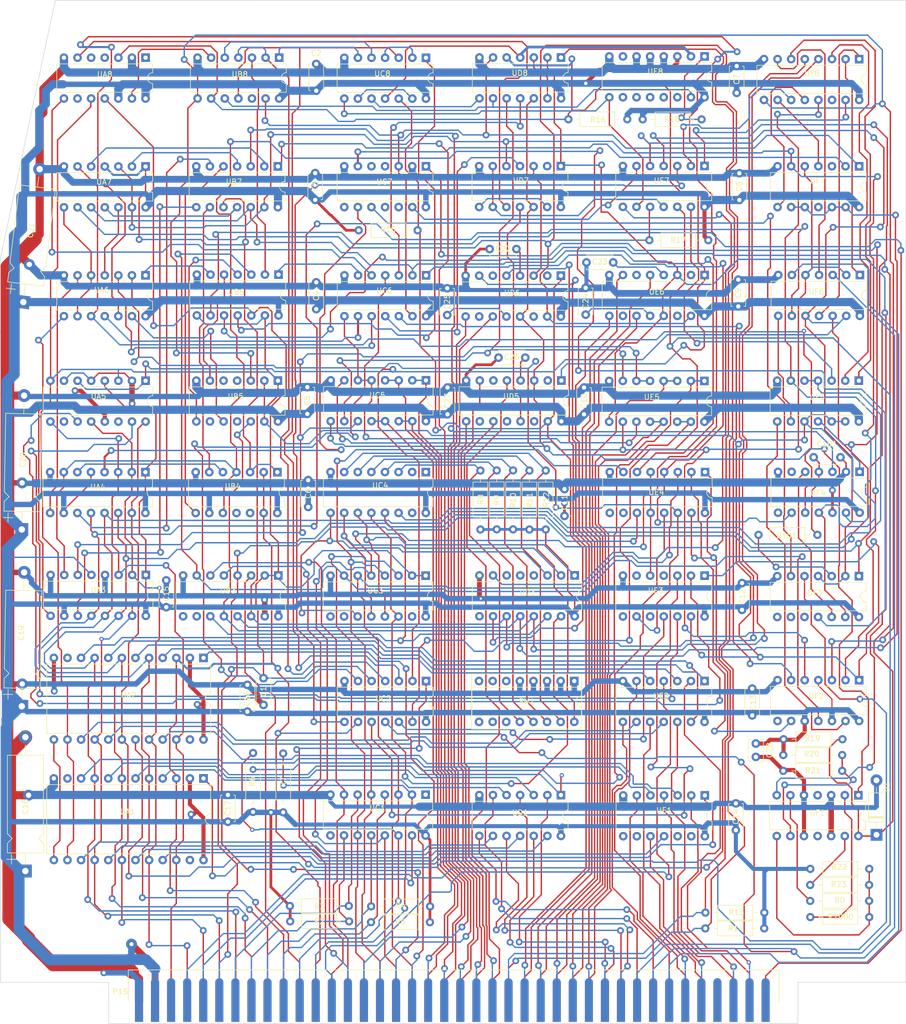
<source format=kicad_pcb>
(kicad_pcb (version 20221018) (generator pcbnew)
  (layers (0 "F.Cu" signal) (31 "B.Cu" signal) (34 "B.Paste" user) (35 "F.Paste" user) (36 "B.SilkS" user "B.Silkscreen") (37 "F.SilkS" user "F.Silkscreen") (38 "B.Mask" user) (39 "F.Mask" user) (44 "Edge.Cuts" user))
  (net 0 "")
  (net 1 "GND")
  (net 2 "P15_47")
  (net 3 "u31_12")
  (net 4 "u27_14")
  (net 5 "u34_3")
  (net 6 "P15_44")
  (net 7 "u25_6")
  (net 8 "P15_19")
  (net 9 "u27_10")
  (net 10 "P15_53")
  (net 11 "u24_8")
  (net 12 "P15_78")
  (net 13 "u35_3")
  (net 14 "u29_4")
  (net 15 "u16_4")
  (net 16 "u22_4")
  (net 17 "u25_9")
  (net 18 "P15_24")
  (net 19 "u15_10")
  (net 20 "u27_3")
  (net 21 "u27_4")
  (net 22 "u27_5")
  (net 23 "u27_6")
  (net 24 "u27_7")
  (net 25 "P15_66")
  (net 26 "u1_6")
  (net 27 "u1_8")
  (net 28 "P15_12")
  (net 29 "u27_9")
  (net 30 "u17_4")
  (net 31 "u17_12")
  (net 32 "u16_12")
  (net 33 "P15_16")
  (net 34 "P15_14")
  (net 35 "P15_18")
  (net 36 "P15_20")
  (net 37 "u2_13")
  (net 38 "u2_10")
  (net 39 "u3_3")
  (net 40 "u3_10")
  (net 41 "u3_8")
  (net 42 "u4_4")
  (net 43 "u3_12")
  (net 44 "u10_4")
  (net 45 "u4_11")
  (net 46 "u18_11")
  (net 47 "u6-10")
  (net 48 "u11_2")
  (net 49 "u6_13")
  (net 50 "u7_1")
  (net 51 "u7-2")
  (net 52 "u7_5")
  (net 53 "u7_6")
  (net 54 "u7_10")
  (net 55 "u8_11")
  (net 56 "u7_12")
  (net 57 "u7-13")
  (net 58 "P15_32")
  (net 59 "u30_11")
  (net 60 "u12_2")
  (net 61 "u35_6")
  (net 62 "u9_13")
  (net 63 "u10_3")
  (net 64 "u10_9")
  (net 65 "P15_13")
  (net 66 "u11_5")
  (net 67 "P15_64")
  (net 68 "u12_5")
  (net 69 "u33_12")
  (net 70 "u13_1")
  (net 71 "u13_12")
  (net 72 "u20_10")
  (net 73 "u14_3")
  (net 74 "u14_4")
  (net 75 "u14_5")
  (net 76 "u15_8")
  (net 77 "P15_50")
  (net 78 "P15_49")
  (net 79 "u15_12")
  (net 80 "u34_13")
  (net 81 "u30_6")
  (net 82 "P15_34")
  (net 83 "u11_13")
  (net 84 "u9_1")
  (net 85 "P15_9")
  (net 86 "u27_11")
  (net 87 "u27_12")
  (net 88 "u27_13")
  (net 89 "P15_8")
  (net 90 "u28_2")
  (net 91 "P15_35")
  (net 92 "u28_4")
  (net 93 "P15_33")
  (net 94 "P15_31")
  (net 95 "P15_23")
  (net 96 "u29_5")
  (net 97 "u28_14")
  (net 98 "P15_17")
  (net 99 "P15_21")
  (net 100 "P15_25")
  (net 101 "P15_27")
  (net 102 "P15_22")
  (net 103 "u34_2")
  (net 104 "u34_11")
  (net 105 "u36_6")
  (net 106 "P15_36")
  (net 107 "u36_4")
  (net 108 "u36_8")
  (net 109 "u36_10")
  (net 110 "u36_13")
  (net 111 "u36_15")
  (net 112 "u36_17")
  (net 113 "u36_19")
  (net 114 "P15_7")
  (net 115 "u36_21")
  (net 116 "P15_28")
  (net 117 "u44_6")
  (net 118 "u37_8")
  (net 119 "P15_26")
  (net 120 "P15_67")
  (net 121 "P15_71")
  (net 122 "P15_76")
  (net 123 "u40_4")
  (net 124 "u40_6")
  (net 125 "u40_10")
  (net 126 "u40_15")
  (net 127 "P15_11")
  (net 128 "u40_19")
  (net 129 "u40_21")
  (net 130 "P15_29")
  (net 131 "P15_10")
  (net 132 "u11_1")
  (net 133 "u3_1")
  (net 134 "P15_30")
  (net 135 "P15_38")
  (net 136 "P15_39")
  (net 137 "P15_40")
  (net 138 "P15_41")
  (net 139 "P15_42")
  (net 140 "P15_43")
  (net 141 "P15_45")
  (net 142 "P15_46")
  (net 143 "P15_51")
  (net 144 "P15_52")
  (net 145 "P15_54")
  (net 146 "P15_55")
  (net 147 "u44_14")
  (net 148 "P15_57")
  (net 149 "P15_59")
  (net 150 "P15_60")
  (net 151 "P15_61")
  (net 152 "P15_62")
  (net 153 "P15_63")
  (net 154 "P15_65")
  (net 155 "P15_68")
  (net 156 "P15_69")
  (net 157 "P15_70")
  (net 158 "P15_72")
  (net 159 "P15_75")
  (net 160 "P15_77")
  (net 161 "u44_13")
  (net 162 "u44_2")
  (net 163 "P15_15")
  (net 164 "P15_79")
  (net 165 "P15_48")
  (net 166 "u4_10")
  (net 167 "u20_3")
  (net 168 "u34_12")
  (net 169 "u44_9")
  (net 170 "u4_12")
  (net 171 "u10_11")
  (net 172 "u20_2")
  (net 173 "u3_9")
  (net 174 "u3_2")
  (net 175 "u2_6")
  (net 176 "u2_5")
  (net 177 "u2_3")
  (net 178 "u2_2")
  (net 179 "u2_1")
  (net 180 "P15_5")
  (net 181 "u11_8")
  (net 182 "VCC")
  (net 183 "u10_8")
  (net 184 "u9_9")
  (net 185 "u8_9")
  (net 186 "u8_6")
  (net 187 "u8_5")
  (net 188 "u7_8")
  (net 189 "u6_7")
  (net 190 "u6_6")
  (net 191 "u6_3")
  (net 192 "u6_12")
  (net 193 "u6-2")
  (net 194 "u4_3")
  (net 195 "u4_2")
  (net 196 "u44_8")
  (net 197 "u30_9")
  (net 198 "P15_56")
  (net 199 "P15_58")
  (net 200 "P15_37")
  (net 201 "u18_8")
  (net 202 "u15_9")
  (net 207 "/unconnected-(SW1-Pad10)")
  (net 211 "u1_3")
  (net 212 "UA1_8")
  (net 213 "/U44P5")
  (net 214 "/XX(UA2P23)")
  (net 215 "/XX(UA5P10)")
  (net 216 "/XX(UA5P14)")
  (net 217 "/XX(UB3P9)")
  (net 218 "/XX(UB3P10)")
  (net 219 "/XX(UB5P4)")
  (net 220 "/XX(UB5P5)")
  (net 221 "/XX(UB5P9)")
  (net 222 "/XX(UB5P11)")
  (net 223 "U44P12")
  (net 224 "D1P1")
  (net 225 "/XX(UC3P9)")
  (net 226 "/XX(UC3P10)")
  (net 227 "/XX(UC3P15)")
  (net 228 "/XX(UC7P4)")
  (net 229 "/XX(UC7P11)")
  (net 230 "/XX(UC7P12)")
  (net 231 "/XX(UD5P2)")
  (net 232 "/XX(UD5P6)")
  (net 233 "/XX(UD5P10)")
  (net 234 "/XX(UD5P12)")
  (net 235 "/XX(UD5P14)")
  (net 236 "/XX(UD6P2)")
  (net 237 "/XX(UD6P6)")
  (net 238 "/XX(UD6P10)")
  (net 239 "/XX(UD6P14)")
  (net 240 "/XX(UD7P2)")
  (net 241 "/XX(UE1P8)")
  (net 242 "/XX(UE1P9)")
  (net 243 "/XX(UE1P12)")
  (net 244 "/XX(UE1P13)")
  (net 245 "/XX(UE3P4)")
  (net 246 "/XX(UE3P6)")
  (net 247 "/XX(UE3P8)")
  (net 248 "/XX(UE3P10)")
  (net 249 "/XX(UF2P8)")
  (net 250 "XX(UF3P8)")
  (net 251 "/XX(UF3P9)")
  (net 252 "/XX(UF3P10)")
  (net 253 "/XX(UF4P6)")
  (net 254 "/XX(UF4P8)")
  (net 274 "/XX(UB8P12)")
  (net 275 "/XX(UC4P1)")
  (net 276 "/XX(UC4P15)")
  (net 277 "/XX(UC7P5)")
  (net 278 "/XX(UE4P9)")
  (net 279 "/XX(UA2P11)")
  (net 280 "/XX(UC1P1)")
  (net 281 "/XX(UC1P9)")
  (net 282 "/XX(UC4P2)")
  (net 283 "/XX(UD3P4)")
  (net 284 "/XX(UD3P5)")
  (net 285 "/XX(UD3P6)")
  (net 286 "/XX(UD3P9)")
  (net 287 "/XX(UE4P10)")
  (net 288 "/XX(UC7P8)")
  (net 289 "/XXUE6P14")
  (net 290 "/XXUE6P2")
  (net 291 "UA1_17")
  (footprint "Resistor_THT:R_Axial_DIN0207_L6.3mm_D2.5mm_P10.16mm_Horizontal" (layer "F.Cu") (at 121.29 126.362997 90)
    (fp_text reference "R10")
    (fp_text value "1K" hide)
  )
  (footprint "Capacitor_THT:C_Disc_D4.7mm_W2.5mm_P5.00mm" (layer "F.Cu") (at 84.54 85.753227 90)
    (fp_text reference "C4")
    (fp_text value "Y5F")
  )
  (footprint "Package_DIP:DIP-24_W15.24mm" (layer "F.Cu") (at 63.486059 173.352003 -90)
    (fp_text reference "UA1")
    (fp_text value "P8212")
  )
  (footprint "Capacitor_THT:CP_Axial_L18.0mm_D6.5mm_P25.00mm_Horizontal" (layer "F.Cu") (at 30.2325 190.637997 90)
    (fp_text reference "C18")
    (fp_text value "C_Polarized" hide)
  )
  (footprint "Capacitor_THT:C_Disc_D4.7mm_W2.5mm_P5.00mm" (layer "F.Cu") (at 165.94 161.587997 90)
    (fp_text reference "C13")
    (fp_text value "Y5F")
  )
  (footprint "Package_DIP:DIP-16_W7.62mm" (layer "F.Cu") (at 130.209236 79.514036 -90)
    (fp_text reference "UD6")
    (fp_text value "SN75115N")
  )
  (footprint "Resistor_THT:R_Axial_DIN0207_L6.3mm_D2.5mm_P10.16mm_Horizontal" (layer "F.Cu") (at 95.265 200.187997)
    (fp_text reference "R5")
    (fp_text value "220R" hide)
  )
  (footprint "Package_DIP:DIP-14_W7.62mm" (layer "F.Cu") (at 157.09642 176.521792 -90)
    (fp_text reference "UE1")
    (fp_text value "SN7406N")
  )
  (footprint "Capacitor_THT:C_Disc_D4.7mm_W2.5mm_P5.00mm" (layer "F.Cu") (at 109.04 105.387997 90)
    (fp_text reference "C27")
    (fp_text value "0.1UF-0603-25V-5%" hide)
  )
  (footprint "Capacitor_THT:C_Disc_D4.7mm_W2.5mm_P5.00mm" (layer "F.Cu") (at 118.565 94.812997)
    (fp_text reference "C26")
    (fp_text value "221J03" hide)
  )
  (footprint "Package_DIP:DIP-16_W7.62mm" (layer "F.Cu") (at 104.960398 176.376891 -90)
    (fp_text reference "UC1")
    (fp_text value "N8T98N")
  )
  (footprint "Package_DIP:DIP-14_W7.62mm" (layer "F.Cu") (at 157.030404 59.04418 -90)
    (fp_text reference "UE7")
    (fp_text value "SN74LS10N")
  )
  (footprint "Package_DIP:DIP-14_W7.62mm" (layer "F.Cu") (at 186.001074 116.130934 -90)
    (fp_text reference "UF4")
    (fp_text value "SN74LS74AN")
  )
  (footprint "Package_DIP:DIP-16_W7.62mm" (layer "F.Cu") (at 157.019341 99.152389 -90)
    (fp_text reference "UE5")
    (fp_text value "SN75113N")
  )
  (footprint "Resistor_THT:R_Axial_DIN0207_L6.3mm_D2.5mm_P10.16mm_Horizontal" (layer "F.Cu") (at 177.265 193.237997)
    (fp_text reference "R23")
    (fp_text value "330R" hide)
  )
  (footprint "Capacitor_THT:C_Disc_D4.7mm_W2.5mm_P5.00mm" (layer "F.Cu") (at 71.674537 160.882131 90)
    (fp_text reference "C16")
    (fp_text value "Y5F")
  )
  (footprint "Package_DIP:DIP-16_W7.62mm" (layer "F.Cu") (at 105.017076 99.048312 -90)
    (fp_text reference "UC5")
    (fp_text value "SN75113N")
  )
  (footprint "Resistor_THT:R_Axial_DIN0207_L6.3mm_D2.5mm_P10.16mm_Horizontal" (layer "F.Cu") (at 124.34 126.387997 90)
    (fp_text reference "R11")
    (fp_text value "1K" hide)
  )
  (footprint "Capacitor_THT:C_Disc_D4.7mm_W2.5mm_P5.00mm" (layer "F.Cu") (at 164.04 141.887997 90)
    (fp_text reference "C12")
    (fp_text value "Y5F")
  )
  (footprint "Package_DIP:DIP-16_W7.62mm" (layer "F.Cu") (at 104.991353 116.161984 -90)
    (fp_text reference "UC4")
    (fp_text value "9324N")
  )
  (footprint "Diode_THT:D_DO-41_SOD81_P10.16mm_Horizontal" (layer "F.Cu") (at 189.14 183.867997 90)
    (fp_text reference "D1")
    (fp_text value "1N4001")
  )
  (footprint "Package_DIP:DIP-24_W15.24mm" (layer "F.Cu") (at 63.486059 150.852003 -90)
    (fp_text reference "UA2")
    (fp_text value "P8212")
  )
  (footprint "Package_DIP:DIP-16_W7.62mm" (layer "F.Cu") (at 185.915 39.087997 -90)
    (fp_text reference "UF8")
    (fp_text value "74LS175")
  )
  (footprint "Resistor_THT:R_Axial_DIN0207_L6.3mm_D2.5mm_P10.16mm_Horizontal" (layer "F.Cu") (at 115.19 126.387997 90)
    (fp_text reference "R8")
    (fp_text value "1K" hide)
  )
  (footprint "Package_DIP:DIP-14_W7.62mm" (layer "F.Cu") (at 185.907001 59.090755 -90)
    (fp_text reference "UF7")
    (fp_text value "SN74LS20N")
  )
  (footprint "Package_DIP:DIP-16_W7.62mm" (layer "F.Cu") (at 157.124478 116.161984 -90)
    (fp_text reference "UE4")
    (fp_text value "N8T97N")
  )
  (footprint "Package_DIP:DIP-14_W7.62mm" (layer "F.Cu") (at 105.04 79.453227 -90)
    (fp_text reference "UC6")
    (fp_text value "SN74LS00N")
  )
  (footprint "Capacitor_THT:C_Disc_D4.7mm_W2.5mm_P5.00mm" (layer "F.Cu") (at 84.342772 65.366075 90)
    (fp_text reference "C3")
    (fp_text value "Y5F")
  )
  (footprint "Capacitor_THT:C_Disc_D4.7mm_W2.5mm_P5.00mm" (layer "F.Cu") (at 162.89 183.012997 90)
    (fp_text reference "C14")
    (fp_text value "Y5F" hide)
  )
  (footprint "Capacitor_THT:C_Disc_D4.7mm_W2.5mm_P5.00mm" (layer "F.Cu") (at 163.04 45.387997 90)
    (fp_text reference "C7")
    (fp_text value "Y5F")
  )
  (footprint "Package_DIP:DIP-14_W7.62mm" (layer "F.Cu") (at 157.045054 135.501669 -90)
    (fp_text reference "UE3")
    (fp_text value "SN74LS74AN")
  )
  (footprint "Resistor_THT:R_Axial_DIN0207_L6.3mm_D2.5mm_P10.16mm_Horizontal" (layer "F.Cu") (at 90.115 197.162997 180)
    (fp_text reference "R3")
    (fp_text value "220R" hide)
  )
  (footprint "Capacitor_THT:C_Disc_D4.7mm_W2.5mm_P5.00mm" (layer "F.Cu") (at 68.04 181.437997 90)
    (fp_text reference "C17")
    (fp_text value "Y5F")
  )
  (footprint "Package_DIP:DIP-14_W7.62mm" (layer "F.Cu") (at 185.849363 99.105814 -90)
    (fp_text reference "UF5")
    (fp_text value "SN74LS08N")
  )
  (footprint "Resistor_THT:R_Axial_DIN0207_L6.3mm_D2.5mm_P10.16mm_Horizontal" (layer "F.Cu") (at 145.99 50.337997)
    (fp_text reference "R18")
    (fp_text value "1k")
  )
  (footprint "Package_DIP:DIP-14_W7.62mm" (layer "F.Cu") (at 130.246286 38.789383 -90)
    (fp_text reference "UD8")
    (fp_text value "SN74LS04N")
  )
  (footprint "Capacitor_THT:C_Disc_D4.7mm_W2.5mm_P5.00mm" (layer "F.Cu") (at 130.89 124.352003 90)
    (fp_text reference "C11")
    (fp_text value "Y5F")
  )
  (footprint "Resistor_THT:R_Axial_DIN0207_L6.3mm_D2.5mm_P10.16mm_Horizontal" (layer "F.Cu") (at 118.24 126.362997 90)
    (fp_text reference "R9")
    (fp_text value "1K" hide)
  )
  (footprint "Resistor_THT:R_Axial_DIN0207_L6.3mm_D2.5mm_P10.16mm_Horizontal" (layer "F.Cu") (at 92.965 71.037997)
    (fp_text reference "R15")
    (fp_text value "YR1B24K9CC" hide)
  )
  (footprint "Capacitor_THT:C_Disc_D4.7mm_W2.5mm_P5.00mm" (layer "F.Cu") (at 116.915 74.537997)
    (fp_text reference "C22")
    (fp_text value "221J03" hide)
  )
  (footprint "Package_DIP:DIP-16_W7.62mm" (layer "F.Cu") (at 157.04 38.587997 -90)
    (fp_text reference "UE8")
    (fp_text value "74LS160")
  )
  (footprint "Resistor_THT:R_Axial_DIN0207_L6.3mm_D2.5mm_P10.16mm_Horizontal" (layer "F.Cu") (at 90.17 200.037997 180)
    (fp_text reference "R2")
    (fp_text value "220R" hide)
  )
  (footprint "Package_DIP:DIP-16_W7.62mm" (layer "F.Cu") (at 52.635549 116.181147 -90)
    (fp_text reference "UA4")
    (fp_text value "8274N")
  )
  (footprint "Capacitor_THT:C_Disc_D4.7mm_W2.5mm_P5.00mm" (layer "F.Cu") (at 163.335883 85.253227 90)
    (fp_text reference "C9")
    (fp_text value "Y5F")
  )
  (footprint "Package_DIP:DIP-16_W7.62mm" (layer "F.Cu") (at 52.675305 99.123782 -90)
    (fp_text reference "UA5")
    (fp_text value "74LS76")
  )
  (footprint "Package_DIP:DIP-16_W7.62mm" (layer "F.Cu") (at 130.310922 99.078401 -90)
    (fp_text reference "UD5")
    (fp_text value "SN75115N")
  )
  (footprint "Capacitor_THT:C_Disc_D4.7mm_W2.5mm_P5.00mm" (layer "F.Cu") (at 56.54 141.387997 90)
    (fp_text reference "C15")
    (fp_text value "Y5F")
  )
  (footprint "Package_DIP:DIP-14_W7.62mm" (layer "F.Cu") (at 77.380796 59.107791 -90)
    (fp_text reference "UB7")
    (fp_text value "SN74LS04N")
  )
  (footprint "Package_DIP:DIP-14_W7.62mm" (layer "F.Cu") (at 105.017477 38.839596 -90)
    (fp_text reference "UC8")
    (fp_text value "SN74LS74AN")
  )
  (footprint "Package_DIP:DIP-14_W7.62mm" (layer "F.Cu") (at 157.04 155.177003 -90)
    (fp_text reference "UE2")
    (fp_text value "SN7406N")
  )
  (footprint "Resistor_THT:R_Axial_DIN0207_L6.3mm_D2.5mm_P10.16mm_Horizontal" (layer "F.Cu") (at 157.68 201.347997)
    (fp_text reference "R14")
    (fp_text value "1K" hide)
  )
  (footprint "Package_DIP:DIP-14_W7.62mm" (layer "F.Cu") (at 185.765 176.487997 -90)
    (fp_text reference "UF1")
    (fp_text value "Q2T2222")
  )
  (footprint "Package_DIP:DIP-14_W7.62mm" (layer "F.Cu") (at 185.85955 135.594819 -90)
    (fp_text reference "UF3")
    (fp_text value "SN74LS00N")
  )
  (footprint "Capacitor_THT:C_Disc_D4.7mm_W2.5mm_P5.00mm" (layer "F.Cu") (at 84.54 44.987997 90)
    (fp_text reference "C2")
    (fp_text value "0.1UF-0603-25V-5%" hide)
  )
  (footprint "Resistor_THT:R_Axial_DIN0207_L6.3mm_D2.5mm_P10.16mm_Horizontal" (layer "F.Cu") (at 157.705 198.397997)
    (fp_text reference "R13")
    (fp_text value "1K" hide)
  )
  (footprint "Capacitor_THT:C_Disc_D4.7mm_W2.5mm_P5.00mm" (layer "F.Cu") (at 108.99 86.862997 90)
    (fp_text reference "C25")
    (fp_text value "221J03" hide)
  )
  (footprint "Package_DIP:DIP-14_W7.62mm" (layer "F.Cu") (at 52.665 38.822005 -90)
    (fp_text reference "UA8")
    (fp_text value "SN74LS74AN")
  )
  (footprint "Package_DIP:DIP-14_W7.62mm" (layer "F.Cu") (at 77.49 79.312997 -90)
    (fp_text reference "UB6")
    (fp_text value "SN74LS08N")
  )
  (footprint "Package_DIP:DIP-14_W7.62mm" (layer "F.Cu") (at 130.22773 176.459692 -90)
    (fp_text reference "UD1")
    (fp_text value "SN7406N")
  )
  (footprint "Package_DIP:DIP-14_W7.62mm" (layer "F.Cu") (at 52.669663 59.130934 -90)
    (fp_text reference "UA7")
    (fp_text value "SN74LS10N")
  )
  (footprint "Package_DIP:DIP-16_W7.62mm" (layer "F.Cu") (at 132.79 135.462997 -90)
    (fp_text reference "UD3")
    (fp_text value "N8273N")
  )
  (footprint "Resistor_THT:R_Axial_DIN0207_L6.3mm_D2.5mm_P10.16mm_Horizontal" (layer "F.Cu") (at 177.615012 127.887997 180)
    (fp_text reference "R101")
    (fp_text value "150R")
  )
  (footprint "Package_DIP:DIP-14_W7.62mm" (layer "F.Cu") (at 105.04 155.177003 -90)
    (fp_text reference "UC2")
    (fp_text value "SN74LS04N")
  )
  (footprint "Resistor_THT:R_Axial_DIN0207_L6.3mm_D2.5mm_P10.16mm_Horizontal" (layer "F.Cu") (at 172.24 168.987997)
    (fp_text reference "R20")
    (fp_text value "YR1B24K9CC" hide)
  )
  (footprint "Capacitor_THT:C_Disc_D4.7mm_W2.5mm_P5.00mm" (layer "F.Cu") (at 177.415 113.412997)
    (fp_text reference "C101")
    (fp_text value "0.1UF-0603-25V-5%" hide)
  )
  (footprint "Capacitor_THT:C_Disc_D3.8mm_W2.6mm_P2.50mm" (layer "F.Cu") (at 166.615 166.837997 -90)
    (fp_text reference "C28")
    (fp_text value "0.1UF-0603-25V-5%" hide)
  )
  (footprint "Package_DIP:DIP-16_W7.62mm_Socket" (layer "F.Cu") (at 132.715 155.177003 -90)
    (fp_text reference "SW1")
    (fp_text value "SW_DIP_x08" hide)
  )
  (footprint "Resistor_THT:R_Axial_DIN0207_L6.3mm_D2.5mm_P10.16mm_Horizontal" (layer "F.Cu") (at 177.290011 190.238006)
    (fp_text reference "R22")
    (fp_text value "330R" hide)
  )
  (footprint "Capacitor_THT:C_Disc_D4.7mm_W2.5mm_P5.00mm" (layer "F.Cu") (at 82.865 105.312997 90)
    (fp_text reference "C5")
    (fp_text value "Y5F")
  )
  (footprint "Capacitor_THT:CP_Axial_L18.0mm_D6.5mm_P25.00mm_Horizontal" (layer "F.Cu") (at 29.850563 84.440433 83)
    (fp_text reference "C21")
    (fp_text value "C_Polarized" hide)
  )
  (footprint "Resistor_THT:R_Axial_DIN0207_L6.3mm_D2.5mm_P10.16mm_Horizontal" (layer "F.Cu") (at 172.24 171.937997)
    (fp_text reference "R21")
    (fp_text value "330R" hide)
  )
  (footprint "Package_DIP:DIP-14_W7.62mm" (layer "F.Cu") (at 52.665 79.453227 -90)
    (fp_text reference "UA6")
    (fp_text value "SN74LS00N")
  )
  (footprint "Package_DIP:DIP-14_W7.62mm" (layer "F.Cu") (at 77.265 116.187997 -90)
    (fp_text reference "UB4")
    (fp_text value "SN74LS51N")
  )
  (footprint "Capacitor_THT:C_Disc_D4.7mm_W2.5mm_P5.00mm" (layer "F.Cu") (at 134.99 77.037997)
    (fp_text reference "C23")
    (fp_text value "221J03" hide)
  )
  (footprint "Package_DIP:DIP-16_W7.62mm" (layer "F.Cu") (at 77.463638 135.470619 -90)
    (fp_text reference "UB3")
    (fp_text value "74173")
  )
  (footprint "Package_DIP:DIP-14_W7.62mm" (layer "F.Cu") (at 186.04 79.387997 -90)
    (fp_text reference "UF6")
    (fp_text value "SN74LS00N")
  )
  (footprint "Resistor_THT:R_Axial_DIN0207_L6.3mm_D2.5mm_P10.16mm_Horizontal" (layer "F.Cu") (at 142.115 50.312997 180)
    (fp_text reference "R16")
    (fp_text value "1k")
  )
  (footprint "Package_DIP:DIP-14_W7.62mm" (layer "F.Cu") (at 185.904865 155.010838 -90)
    (fp_text reference "UF2")
    (fp_text value "SN74LS74AN")
  )
  (footprint "Package_DIP:DIP-16_W7.62mm" (layer "F.Cu") (at 157.04 79.387997 -90)
    (fp_text reference "UE6")
    (fp_text value "SN75115N")
  )
  (footprint "Package_DIP:DIP-16_W7.62mm" (layer "F.Cu") (at 104.974035 135.501672 -90)
    (fp_text reference "UC3")
    (fp_text value "74173")
  )
  (footprint "Resistor_THT:R_Axial_DIN0207_L6.3mm_D2.5mm_P10.16mm_Horizontal" (layer "F.Cu") (at 172.29 166.037997)
    (fp_text reference "R19")
    (fp_text value "10K" hide)
  )
  (footprint "Capacitor_THT:C_Disc_D4.7mm_W2.5mm_P5.00mm" (layer "F.Cu") (at 163.54 65.387997 90)
    (fp_text reference "C8")
    (fp_text value "Y5F")
  )
  (footprint "Capacitor_THT:CP_Axial_L18.0mm_D6.5mm_P25.00mm_Horizontal" (layer "F.Cu") (at 29.557498 126.887999 89)
    (fp_text reference "C20")
    (fp_text value "C_Polarized" hide)
  )
  (footprint "Capacitor_THT:CP_Axial_L18.0mm_D6.5mm_P25.00mm_Horizontal" (layer "F.Cu") (at 29.557498 159.888009 89)
    (fp_text reference "C19")
    (fp_text value "C_Polarized" hide)
  )
  (footprint "Package_DIP:DIP-14_W7.62mm" (layer "F.Cu") (at 77.616059 38.8209 -90)
    (fp_text reference "UB8")
    (fp_text value "SN74LS00N")
  )
  (footprint "Package_DIP:DIP-14_W7.62mm" (layer "F.Cu") (at 130.198847 59.066102 -90)
    (fp_text reference "UD7")
    (fp_text value "SN74LS08N")
  )
  (footprint "Resistor_THT:R_Axial_DIN0207_L6.3mm_D2.5mm_P10.16mm_Horizontal" (layer "F.Cu") (at 72.74 179.112997 90)
    (fp_text reference "R6")
    (fp_text value "220R" hide)
  )
  (footprint "Capacitor_THT:C_Disc_D4.7mm_W2.5mm_P5.00mm" (layer "F.Cu") (at 83.04 122.677003 90)
    (fp_text reference "C6")
    (fp_text value "Y5F")
  )
  (footprint "Capacitor_THT:C_Disc_D4.7mm_W2.5mm_P5.00mm" (layer "F.Cu") (at 74.69 154.637997 -90)
    (fp_text reference "C1")
    (fp_text value "221J03")
  )
  (footprint "Package_DIP:DIP-14_W7.62mm" (layer "F.Cu") (at 77.391188 99.103082 -90)
    (fp_text reference "UB5")
    (fp_text value "SN74LS74AN")
  )
  (footprint "Package_DIP:DIP-14_W7.62mm" (layer "F.Cu") (at 105.008949 59.087997 -90)
    (fp_text reference "UC7")
    (fp_text value "SN74LS74AN")
  )
  (footprint "Capacitor_THT:C_Disc_D4.7mm_W2.5mm_P5.00mm" (layer "F.Cu") (at 134.84 81.787997 -90)
    (fp_text reference "C24")
    (fp_text value "221J03" hide)
  )
  (footprint "Resistor_THT:R_Axial_DIN0207_L6.3mm_D2.5mm_P10.16mm_Horizontal" (layer "F.Cu") (at 157.24 72.887997 180)
    (fp_text reference "R17")
    (fp_text value "1K")
  )
  (footprint "Package_DIP:DIP-16_W7.62mm" (layer "F.Cu") (at 52.716705 135.377468 -90)
    (fp_text reference "UA3")
    (fp_text value "8274N")
  )
  (footprint "Resistor_THT:R_Axial_DIN0207_L6.3mm_D2.5mm_P10.16mm_Horizontal" (layer "F.Cu") (at 78.364989 179.187997 90)
    (fp_text reference "R7")
    (fp_text value "220R" hide)
  )
  (footprint "Edge Connectors:80 pin Edge Finger Connector" (layer "F.Cu") (at 51.44 215.092997)
    (fp_text reference "P15")
    (fp_text value "Conn_02x40_Odd_Even_Shielded")
  )
  (footprint "Capacitor_THT:C_Disc_D4.7mm_W2.5mm_P5.00mm" (layer "F.Cu") (at 134.54 105.387997 90)
    (fp_text reference "C10")
    (fp_text value "Y5F")
  )
  (footprint "Resistor_THT:R_Axial_DIN0207_L6.3mm_D2.5mm_P10.16mm_Horizontal" (layer "F.Cu") (at 177.29 199.237997)
    (fp_text reference "R1000")
    (fp_text value "330R" hide)
  )
  (footprint "Resistor_THT:R_Axial_DIN0207_L6.3mm_D2.5mm_P10.16mm_Horizontal" (layer "F.Cu") (at 127.39 126.387997 90)
    (fp_text reference "R12")
    (fp_text value "1K" hide)
  )
  (footprint "Resistor_THT:R_Axial_DIN0207_L6.3mm_D2.5mm_P10.16mm_Horizontal" (layer "F.Cu") (at 95.29 197.237997)
    (fp_text reference "R4")
    (fp_text value "220R" hide)
  )
  (footprint "Resistor_THT:R_Axial_DIN0207_L6.3mm_D2.5mm_P10.16mm_Horizontal" (layer "F.Cu") (at 177.265 196.212997)
    (fp_text reference "R0")
    (fp_text value "330R" hide)
  )
  (gr_line (start 40.243973 28.104718) (end 35.816395 28.108797) (stroke (width 0.1)) (layer "Edge.Cuts"))
  (gr_line (start 174.465 211.412997) (end 194.619733 211.412997) (stroke (width 0.1)) (layer "Edge.Cuts"))
  (gr_line (start 173.614893 219.088422) (end 46.603253 219.136219) (stroke (width 0.1)) (layer "Edge.Cuts"))
  (gr_line (start 45.79 219.137997) (end 45.765 211.412997) (stroke (width 0.1)) (layer "Edge.Cuts"))
  (gr_line (start 194.619733 211.412997) (end 194.618308 28.117354) (stroke (width 0.1)) (layer "Edge.Cuts"))
  (gr_line (start 25.595199 211.424533) (end 25.54 76.387997) (stroke (width 0.1)) (layer "Edge.Cuts"))
  (gr_line (start 46.603253 219.136219) (end 45.79 219.112997) (stroke (width 0.1)) (layer "Edge.Cuts"))
  (gr_line (start 174.465 219.087997) (end 174.465 211.412997) (stroke (width 0.1)) (layer "Edge.Cuts"))
  (gr_line (start 40.243973 28.104718) (end 194.618308 28.117354) (stroke (width 0.1)) (layer "Edge.Cuts"))
  (gr_line (start 45.765 211.412997) (end 25.615 211.412997) (stroke (width 0.1)) (layer "Edge.Cuts"))
  (gr_line (start 25.54 76.387997) (end 35.816395 28.108797) (stroke (width 0.1)) (layer "Edge.Cuts"))
  (gr_line (start 174.465 219.087997) (end 173.614893 219.088422) (stroke (width 0.1)) (layer "Edge.Cuts"))
  (segment (start 30.84 203.237997) (end 27.215 199.612997) (width 2.54) (layer "F.Cu") (net 1))
  (segment (start 115.01 135.462997) (end 115.01 139.532997) (width 0.9) (layer "F.Cu") (net 1))
  (segment (start 37.425 40.827997) (end 37.425 38.822005) (width 1.524) (layer "F.Cu") (net 1))
  (segment (start 27.49 176.487997) (end 27.215 176.762997) (width 1.524) (layer "F.Cu") (net 1))
  (segment (start 51.44 215.092997) (end 51.44 211.412997) (width 1.524) (layer "F.Cu") (net 1))
  (segment (start 45.055305 106.743782) (end 45.055305 105.447692) (width 0.762) (layer "F.Cu") (net 1))
  (segment (start 169.29 169.387997) (end 169.015 169.387997) (width 0.762) (layer "F.Cu") (net 1))
  (segment (start 27.11118 134.891817) (end 26.887989 135.115008) (width 1.016) (layer "F.Cu") (net 1))
  (segment (start 115.01 139.532997) (end 115.265 139.787997) (width 0.9) (layer "F.Cu") (net 1))
  (segment (start 175.605 176.487997) (end 175.605 173.677997) (width 0.762) (layer "F.Cu") (net 1))
  (segment (start 180.921074 119.569071) (end 180.915 119.562997) (width 0.508) (layer "F.Cu") (net 1))
  (segment (start 112.429236 77.248761) (end 112.429236 79.514036) (width 0.508) (layer "F.Cu") (net 1))
  (segment (start 27.215 199.612997) (end 27.215 176.762997) (width 2.54) (layer "F.Cu") (net 1))
  (segment (start 27.139788 101.891807) (end 26.887989 101.640008) (width 1.524) (layer "F.Cu") (net 1))
  (segment (start 32.897297 71.8057) (end 32.897297 59.626779) (width 1.524) (layer "F.Cu") (net 1))
  (segment (start 32.897297 59.626779) (end 32.897297 49.7557) (width 1.524) (layer "F.Cu") (net 1))
  (segment (start 44.84 208.062997) (end 35.415 208.062997) (width 2.54) (layer "F.Cu") (net 1))
  (segment (start 29.1775 75.625497) (end 29.0775 75.625497) (width 1.524) (layer "F.Cu") (net 1))
  (segment (start 74.923638 143.090619) (end 74.923638 140.046635) (width 1.016) (layer "F.Cu") (net 1))
  (segment (start 35.415 208.062997) (end 30.84 203.487997) (width 2.54) (layer "F.Cu") (net 1))
  (segment (start 45.055305 105.447692) (end 45.065 105.437997) (width 0.762) (layer "F.Cu") (net 1))
  (segment (start 26.887989 90.090008) (end 26.887989 77.815008) (width 2.54) (layer "F.Cu") (net 1))
  (segment (start 173.715 171.787997) (end 171.69 171.787997) (width 0.762) (layer "F.Cu") (net 1))
  (segment (start 26.887989 101.640008) (end 26.887989 90.090008) (width 2.54) (layer "F.Cu") (net 1))
  (segment (start 112.515 99.062479) (end 112.530922 99.078401) (width 0.508) (layer "F.Cu") (net 1))
  (segment (start 168.965 169.337997) (end 166.615 169.337997) (width 0.762) (layer "F.Cu") (net 1))
  (segment (start 169.015 169.387997) (end 168.965 169.337997) (width 0.762) (layer "F.Cu") (net 1))
  (segment (start 27.215 168.655497) (end 30.2325 165.637997) (width 2.54) (layer "F.Cu") (net 1))
  (segment (start 29.0775 75.625497) (end 32.029447 72.67355) (width 2.54) (layer "F.Cu") (net 1))
  (segment (start 30.815 176.487997) (end 27.49 176.487997) (width 1.524) (layer "F.Cu") (net 1))
  (segment (start 183.461074 114.459071) (end 182.415 113.412997) (width 0.254) (layer "F.Cu") (net 1))
  (segment (start 112.515 97.937997) (end 112.515 99.062479) (width 0.508) (layer "F.Cu") (net 1))
  (segment (start 26.887989 156.335986) (end 26.887989 135.115008) (width 2.54) (layer "F.Cu") (net 1))
  (segment (start 74.923638 140.046635) (end 74.89 140.012997) (width 1.016) (layer "F.Cu") (net 1))
  (segment (start 117.24 96.137997) (end 114.315 96.137997) (width 0.508) (layer "F.Cu") (net 1))
  (segment (start 51.44 210.762997) (end 50.165 209.487997) (width 1.524) (layer "F.Cu") (net 1))
  (segment (start 29.993808 101.891807) (end 27.139788 101.891807) (width 1.524) (layer "F.Cu") (net 1))
  (segment (start 29.64 155.712997) (end 27.510978 155.712997) (width 1.016) (layer "F.Cu") (net 1))
  (segment (start 183.461074 116.130934) (end 183.461074 114.459071) (width 0.254) (layer "F.Cu") (net 1))
  (segment (start 115.14 74.537997) (end 112.429236 77.248761) (width 0.508) (layer "F.Cu") (net 1))
  (segment (start 175.605 173.677997) (end 173.715 171.787997) (width 0.762) (layer "F.Cu") (net 1))
  (segment (start 44.89 209.637997) (end 44.89 208.112997) (width 1.016) (layer "F.Cu") (net 1))
  (segment (start 27.510978 155.712997) (end 26.887989 156.335986) (width 1.016) (layer "F.Cu") (net 1))
  (segment (start 73.615403 158.5634) (end 74.69 159.637997) (width 1.016) (layer "F.Cu") (net 1))
  (segment (start 35.546059 156.994056) (end 35.615 157.062997) (width 0.762) (layer "F.Cu") (net 1))
  (segment (start 26.887989 77.815008) (end 29.0775 75.625497) (width 2.54) (layer "F.Cu") (net 1))
  (segment (start 29.993808 134.891817) (end 27.11118 134.891817) (width 1.016) (layer "F.Cu") (net 1))
  (segment (start 171.69 171.787997) (end 169.29 169.387997) (width 0.762) (layer "F.Cu") (net 1))
  (segment (start 27.215 168.655497) (end 27.215 156.662997) (width 1.524) (layer "F.Cu") (net 1))
  (segment (start 33.59 44.662997) (end 37.425 40.827997) (width 1.524) (layer "F.Cu") (net 1))
  (segment (start 175.605 176.487997) (end 175.605 184.107997) (width 0.762) (layer "F.Cu") (net 1))
  (segment (start 30.965 77.412997) (end 29.1775 75.625497) (width 1.524) (layer "F.Cu") (net 1))
  (segment (start 51.44 215.092997) (end 51.44 210.762997) (width 1.524) (layer "F.Cu") (net 1))
  (segment (start 180.921074 123.750934) (end 180.921074 119.569071) (width 0.508) (layer "F.Cu") (net 1))
  (segment (start 35.546059 150.852003) (end 35.546059 156.994056) (width 0.762) (layer "F.Cu") (net 1))
  (segment (start 114.315 96.137997) (end 112.515 97.937997) (width 0.508) (layer "F.Cu") (net 1))
  (segment (start 29.615 118.187997) (end 27.34 118.187997) (width 1.016) (layer "F.Cu") (net 1))
  (segment (start 180.685 176.487997) (end 180.685 184.107997) (width 1.016) (layer "F.Cu") (net 1))
  (segment (start 32.029447 72.67355) (end 32.897297 71.8057) (width 1.524) (layer "F.Cu") (net 1))
  (segment (start 27.215 176.762997) (end 27.215 168.655497) (width 2.54) (layer "F.Cu") (net 1))
  (segment (start 40.615 100.987997) (end 39.49 100.987997) (width 0.762) (layer "F.Cu") (net 1))
  (segment (start 33.59 49.062997) (end 33.59 44.662997) (width 1.524) (layer "F.Cu") (net 1))
  (segment (start 44.89 208.112997) (end 44.84 208.062997) (width 1.016) (layer "F.Cu") (net 1))
  (segment (start 27.34 118.187997) (end 26.887989 118.640008) (width 1.016) (layer "F.Cu") (net 1))
  (segment (start 116.915 74.537997) (end 115.14 74.537997) (width 0.508) (layer "F.Cu") (net 1))
  (segment (start 26.887989 118.640008) (end 26.887989 101.640008) (width 2.54) (layer "F.Cu") (net 1))
  (segment (start 118.565 94.812997) (end 117.24 96.137997) (width 0.508) (layer "F.Cu") (net 1))
  (segment (start 26.887989 135.115008) (end 26.887989 118.640008) (width 2.54) (layer "F.Cu") (net 1))
  (segment (start 27.215 156.662997) (end 26.887989 156.335986) (width 2.54) (layer "F.Cu") (net 1))
  (segment (start 73.615403 157.822997) (end 73.615403 158.5634) (width 1.016) (layer "F.Cu") (net 1))
  (segment (start 48.74 208.062997) (end 44.84 208.062997) (width 2.54) (layer "F.Cu") (net 1))
  (segment (start 30.84 203.487997) (end 30.84 203.237997) (width 2.54) (layer "F.Cu") (net 1))
  (segment (start 71.674537 155.882131) (end 73.615403 157.822997) (width 1.016) (layer "F.Cu") (net 1))
  (segment (start 45.065 105.437997) (end 40.615 100.987997) (width 0.762) (layer "F.Cu") (net 1))
  (segment (start 32.897297 49.7557) (end 33.59 49.062997) (width 1.524) (layer "F.Cu") (net 1))
  (segment (start 50.165 209.487997) (end 48.74 208.062997) (width 2.54) (layer "F.Cu") (net 1))
  (via (at 180.915 119.562997) (size 1.27) (drill 0.635) (layers "F.Cu" "B.Cu") (net 1))
  (via (at 39.49 100.987997) (size 1.27) (drill 0.635) (layers "F.Cu" "B.Cu") (net 1))
  (via (at 30.815001 176.488001) (size 2.032) (drill 1.016) (layers "F.Cu" "B.Cu") (net 1))
  (via (at 30.964988 77.41299) (size 2.032) (drill 1.016) (layers "F.Cu" "B.Cu") (net 1))
  (via (at 44.89 209.637997) (size 1.27) (drill 0.635) (layers "F.Cu" "B.Cu") (net 1))
  (via (at 115.265 139.787997) (size 0.8) (drill 0.4) (layers "F.Cu" "B.Cu") (net 1))
  (via (at 29.639997 155.712985) (size 2.032) (drill 1.016) (layers "F.Cu" "B.Cu") (net 1))
  (via (at 74.89 140.012997) (size 1.27) (drill 0.635) (layers "F.Cu" "B.Cu") (net 1))
  (via (at 35.615 157.062997) (size 1.27) (drill 0.635) (layers "F.Cu" "B.Cu") (net 1))
  (via (at 29.615003 118.187991) (size 2.032) (drill 1.016) (layers "F.Cu" "B.Cu") (net 1))
  (segment (start 35.665 155.712997) (end 33.54 155.712997) (width 1.016) (layer "B.Cu") (net 1))
  (segment (start 35.065 139.262997) (end 33.84 139.262997) (width 1.016) (layer "B.Cu") (net 1))
  (segment (start 62.151188 100.349185) (end 62.151188 99.103082) (width 1.524) (layer "B.Cu") (net 1))
  (segment (start 85.69 61.162997) (end 85.139694 61.162997) (width 1.27) (layer "B.Cu") (net 1))
  (segment (start 90.34 41.587997) (end 86.04 41.587997) (width 1.524) (layer "B.Cu") (net 1))
  (segment (start 70.14 176.462997) (end 87.094292 176.462997) (width 1.524) (layer "B.Cu") (net 1))
  (segment (start 87.180398 176.376891) (end 87.180398 177.703395) (width 0.762) (layer "B.Cu") (net 1))
  (segment (start 103.215 61.137997) (end 90.365 61.137997) (width 1.27) (layer "B.Cu") (net 1))
  (segment (start 160.776113 82.812997) (end 163.335883 80.253227) (width 1.27) (layer "B.Cu") (net 1))
  (segment (start 149.42 38.587997) (end 149.42 40.692997) (width 1.27) (layer "B.Cu") (net 1))
  (segment (start 141.715 178.612997) (end 158.528237 178.612997) (width 1.524) (layer "B.Cu") (net 1))
  (segment (start 140.115 40.912997) (end 139.26 40.057997) (width 1.524) (layer "B.Cu") (net 1))
  (segment (start 34.94 118.262997) (end 31.99 118.262997) (width 1.524) (layer "B.Cu") (net 1))
  (segment (start 180.915 119.562997) (end 180.915 118.787997) (width 0.508) (layer "B.Cu") (net 1))
  (segment (start 112.371844 100.387997) (end 109.04 100.387997) (width 1.524) (layer "B.Cu") (net 1))
  (segment (start 89.768949 60.541946) (end 89.768949 59.087997) (width 1.27) (layer "B.Cu") (net 1))
  (segment (start 141.74 61.187997) (end 141.790404 61.137593) (width 1.27) (layer "B.Cu") (net 1))
  (segment (start 84.65523 80.753227) (end 85.49 81.587997) (width 1.27) (layer "B.Cu") (net 1))
  (segment (start 35.546059 174.731938) (end 33.84 176.437997) (width 1.524) (layer "B.Cu") (net 1))
  (segment (start 108.915 139.787997) (end 108.115 138.987997) (width 1.016) (layer "B.Cu") (net 1))
  (segment (start 164.04 178.012997) (end 164.815 178.787997) (width 1.016) (layer "B.Cu") (net 1))
  (segment (start 134.440006 82.187997) (end 134.690003 81.938) (width 0.762) (layer "B.Cu") (net 1))
  (segment (start 60.19 139.262997) (end 59.39 139.262997) (width 1.016) (layer "B.Cu") (net 1))
  (segment (start 62.025 116.187997) (end 62.025 117.822997) (width 1.016) (layer "B.Cu") (net 1))
  (segment (start 37.425 40.722997) (end 37.425 38.822005) (width 1.524) (layer "B.Cu") (net 1))
  (segment (start 169.444759 60.312997) (end 168.99 60.312997) (width 1.27) (layer "B.Cu") (net 1))
  (segment (start 56.54 136.387997) (end 56.54 139.187997) (width 1.016) (layer "B.Cu") (net 1))
  (segment (start 62.515 102.062997) (end 39.39 102.062997) (width 1.016) (layer "B.Cu") (net 1))
  (segment (start 134.84 81.787997) (end 138.855 81.787997) (width 1.27) (layer "B.Cu") (net 1))
  (segment (start 180.685 177.742997) (end 180.685 176.487997) (width 1.016) (layer "B.Cu") (net 1))
  (segment (start 141.74 137.787997) (end 137.065 137.787997) (width 1.016) (layer "B.Cu") (net 1))
  (segment (start 61.965 81.462997) (end 83.83023 81.462997) (width 1.27) (layer "B.Cu") (net 1))
  (segment (start 89.94 81.587997) (end 107.84 81.587997) (width 1.27) (layer "B.Cu") (net 1))
  (segment (start 86.94 138.987997) (end 81.24 138.987997) (width 1.016) (layer "B.Cu") (net 1))
  (segment (start 62.465 118.262997) (end 34.94 118.262997) (width 1.524) (layer "B.Cu") (net 1))
  (segment (start 50.015 209.687997) (end 49.965 209.637997) (width 1.016) (layer "B.Cu") (net 1))
  (segment (start 134.24 157.462997) (end 136.525994 155.177003) (width 1.016) (layer "B.Cu") (net 1))
  (segment (start 139.239341 100.737338) (end 138.89 100.387997) (width 1.524) (layer "B.Cu") (net 1))
  (segment (start 112.665002 81.938) (end 112.914999 82.187997) (width 0.762) (layer "B.Cu") (net 1))
  (segment (start 31.39 136.288009) (end 29.993808 134.891817) (width 1.016) (layer "B.Cu") (net 1))
  (segment (start 85.49 81.587997) (end 89.94 81.587997) (width 1.27) (layer "B.Cu") (net 1))
  (segment (start 141.805054 135.501669) (end 141.805054 137.722943) (width 1.016) (layer "B.Cu") (net 1))
  (segment (start 144.34 40.587997) (end 144.665 40.912997) (width 1.27) (layer "B.Cu") (net 1))
  (segment (start 115.265 139.787997) (end 108.915 139.787997) (width 1.016) (layer "B.Cu") (net 1))
  (segment (start 164.04 136.887997) (end 163.14 137.787997) (width 1.016) (layer "B.Cu") (net 1))
  (segment (start 84.615 100.312997) (end 82.865 100.312997) (width 1.524) (layer "B.Cu") (net 1))
  (segment (start 162.09 40.387997) (end 161.565 40.912997) (width 1.524) (layer "B.Cu") (net 1))
  (segment (start 30.164998 102.062997) (end 29.993808 101.891807) (width 1.016) (layer "B.Cu") (net 1))
  (segment (start 183.461074 116.130934) (end 183.461074 116.241923) (width 1.016) (layer "B.Cu") (net 1))
  (segment (start 163.335883 80.253227) (end 169.93477 80.253227) (width 1.27) (layer "B.Cu") (net 1))
  (segment (start 63.215 41.587997) (end 51.14 41.587997) (width 1.524) (layer "B.Cu") (net 1))
  (segment (start 127.635 155.177003) (end 127.635 157.242997) (width 1.016) (layer "B.Cu") (net 1))
  (segment (start 115.165 178.612997) (end 141.715 178.612997) (width 1.524) (layer "B.Cu") (net 1))
  (segment (start 87.54 61.137997) (end 85.715 61.137997) (width 1.27) (layer "B.Cu") (net 1))
  (segment (start 62.3 81.127997) (end 61.965 81.462997) (width 1.27) (layer "B.Cu") (net 1))
  (segment (start 170.61955 135.594819) (end 169.326372 136.887997) (width 1.016) (layer "B.Cu") (net 1))
  (segment (start 52.44 61.512997) (end 64.135 61.512997) (width 1.27) (layer "B.Cu") (net 1))
  (segment (start 87.237076 99.048312) (end 85.747391 100.537997) (width 1.524) (layer "B.Cu") (net 1))
  (segment (start 139.344478 116.161984) (end 139.344478 118.083519) (width 1.016) (layer "B.Cu") (net 1))
  (segment (start 34.936705 139.134702) (end 35.065 139.262997) (width 1.016) (layer "B.Cu") (net 1))
  (segment (start 175.605 178.377997) (end 176.015 178.787997) (width 1.016) (layer "B.Cu") (net 1))
  (segment (start 144.34 38.587997) (end 144.34 40.587997) (width 1.27) (layer "B.Cu") (net 1))
  (segment (start 45.096705 138.931292) (end 44.765 139.262997) (width 1.016) (layer "B.Cu") (net 1))
  (segment (start 168.135 39.087997) (end 167.085 40.137997) (width 1.524) (layer "B.Cu") (net 1))
  (segment (start 114.98773 176.459692) (end 114.98773 178.435727) (width 1.524) (layer "B.Cu") (net 1))
  (segment (start 89.215 156.737997) (end 89.94 157.462997) (width 1.016) (layer "B.Cu") (net 1))
  (segment (start 62.025 117.822997) (end 62.465 118.262997) (width 1.016) (layer "B.Cu") (net 1))
  (segment (start 158.528237 178.612997) (end 159.128237 178.012997) (width 1.016) (layer "B.Cu") (net 1))
  (segment (start 122.19 157.462997) (end 124.94 157.462997) (width 1.016) (layer "B.Cu") (net 1))
  (segment (start 36.933818 59.626779) (end 37.429663 59.130934) (width 1.524) (layer "B.Cu") (net 1))
  (segment (start 35.546059 173.352003) (end 35.546059 174.731938) (width 1.524) (layer "B.Cu") (net 1))
  (segment (start 84.54 80.753227) (end 84.65523 80.753227) (width 1.27) (layer "B.Cu") (net 1))
  (segment (start 33.54 155.712997) (end 29.64 155.712997) (width 1.016) (layer "B.Cu") (net 1))
  (segment (start 149.64 40.912997) (end 146.69 40.912997) (width 1.524) (layer "B.Cu") (net 1))
  (segment (start 89.8 155.177003) (end 89.8 157.322997) (width 1.016) (layer "B.Cu") (net 1))
  (segment (start 163.14 137.787997) (end 141.74 137.787997) (width 1.016) (layer "B.Cu") (net 1))
  (segment (start 51.14 41.587997) (end 38.29 41.587997) (width 1.524) (layer "B.Cu") (net 1))
  (segment (start 70.115 176.437997) (end 68.04 176.437997) (width 1.524) (layer "B.Cu") (net 1))
  (segment (start 130.89 118.537997) (end 130.89 119.352003) (width 1.524) (layer "B.Cu") (net 1))
  (segment (start 170.761074 116.130934) (end 170.761074 118.041923) (width 1.016) (layer "B.Cu") (net 1))
  (segment (start 132.365 157.462997) (end 134.24 157.462997) (width 1.016) (layer "B.Cu") (net 1))
  (segment (start 109.04 100.387997) (end 108.24 101.187997) (width 1.524) (layer "B.Cu") (net 1))
  (segment (start 31.415 136.837997) (end 31.39 136.837997) (width 1.016) (layer "B.Cu") (net 1))
  (segment (start 124.94 157.462997) (end 127.415 157.462997) (width 1.016) (layer "B.Cu") (net 1))
  (segment (start 140.69 82.812997) (end 160.776113 82.812997) (width 1.27) (layer "B.Cu") (net 1))
  (segment (start 141.79 61.137997) (end 115.74 61.137997) (width 1.27) (layer "B.Cu") (net 1))
  (segment (start 56.615 139.262997) (end 44.765 139.262997) (width 1.016) (layer "B.Cu") (net 1))
  (segment (start 56.54 139.187997) (end 56.615 139.262997) (width 1.016) (layer "B.Cu") (net 1))
  (segment (start 87.215 118.237997) (end 87.211353 118.23435) (width 1.016) (layer "B.Cu") (net 1))
  (segment (start 37.425 79.453227) (end 33.00523 79.453227) (width 1.524) (layer "B.Cu") (net 1))
  (segment (start 84.84 100.537997) (end 84.615 100.312997) (width 1.524) (layer "B.Cu") (net 1))
  (segment (start 44.765 139.262997) (end 35.065 139.262997) (width 1.016) (layer "B.Cu") (net 1))
  (segment (start 89.8 79.453227) (end 89.8 81.447997) (width 1.27) (layer "B.Cu") (net 1))
  (segment (start 31.39 136.837997) (end 31.39 136.288009) (width 1.016) (layer "B.Cu") (net 1))
  (segment (start 83.83023 81.462997) (end 84.54 80.753227) (width 1.27) (layer "B.Cu") (net 1))
  (segment (start 63.29 61.512997) (end 62.140796 60.363793) (width 1.27) (layer "B.Cu") (net 1))
  (segment (start 63.215 41.587997) (end 62.376059 40.749056) (width 1.524) (layer "B.Cu") (net 1))
  (segment (start 85.139694 61.162997) (end 84.342772 60.366075) (width 1.27) (layer "B.Cu") (net 1))
  (segment (start 136.525994 155.177003) (end 141.8 155.177003) (width 1.016) (layer "B.Cu") (net 1))
  (segment (start 162.89 178.012997) (end 164.04 178.012997) (width 1.016) (layer "B.Cu") (net 1))
  (segment (start 116.64 41.587997) (end 116.615 41.612997) (width 1.524) (layer "B.Cu") (net 1))
  (segment (start 63.19 101.387997) (end 62.151188 100.349185) (width 1.524) (layer "B.Cu") (net 1))
  (segment (start 146.88 40.722997) (end 146.69 40.912997) (width 1.27) (layer "B.Cu") (net 1))
  (segment (start 141.805054 137.722943) (end 141.74 137.787997) (width 1.016) (layer "B.Cu") (net 1))
  (segment (start 87.215 118.237997) (end 87.19 118.262997) (width 1.524) (layer "B.Cu") (net 1))
  (segment (start 139.26 81.382997) (end 140.69 82.812997) (width 1.27) (layer "B.Cu") (net 1))
  (segment (start 85.965 41.512997) (end 85.965 41.412997) (width 1.524) (layer "B.Cu") (net 1))
  (segment (start 167.085 40.137997) (end 167.015 40.137997) (width 1.524) (layer "B.Cu") (net 1))
  (segment (start 86.04 41.587997) (end 85.965 41.512997) (width 1.524) (layer "B.Cu") (net 1))
  (segment (start 134.54 100.387997) (end 133.39 101.537997) (width 1.524) (layer "B.Cu") (net 1))
  (segment (start 116.615 41.612997) (end 115.006286 40.004283) (width 1.524) (layer "B.Cu") (net 1))
  (segment (start 33.84 139.262997) (end 31.415 136.837997) (width 1.016) (layer "B.Cu") (net 1))
  (segment (start 58.915 153.337997) (end 53.265 153.337997) (width 1.016) (layer "B.Cu") (net 1))
  (segment (start 139.315 118.112997) (end 131.315 118.112997) (width 1.524) (layer "B.Cu") (net 1))
  (segment (start 34.855549 116.181147) (end 34.855549 118.178546) (width 1.016) (layer "B.Cu") (net 1))
  (segment (start 103.815 178.612997) (end 115.165 178.612997) (width 1.524) (layer "B.Cu") (net 1))
  (segment (start 103.215 61.137997) (end 102.468949 60.391946) (width 1.27) (layer "B.Cu") (net 1))
  (segment (start 59.39 139.262997) (end 56.615 139.262997) (width 1.016) (layer "B.Cu") (net 1))
  (segment (start 82.865 100.312997) (end 81.565 100.312997) (width 1.524) (layer "B.Cu") (net 1))
  (segment (start 81.565 100.312997) (end 80.49 101.387997) (width 1.524) (layer "B.Cu") (net 1))
  (segment (start 139.26 79.387997) (end 139.26 81.382997) (width 1.27) (layer "B.Cu") (net 1))
  (segment (start 140.39 101.887997) (end 139.239341 100.737338) (width 1.524) (layer "B.Cu") (net 1))
  (segment (start 32.897297 59.626779) (end 36.933818 59.626779) (width 1.524) (layer "B.Cu") (net 1))
  (segment (start 114.98773 178.435727) (end 115.165 178.612997) (width 1.524) (layer "B.Cu") (net 1))
  (segment (start 161.565 40.912997) (end 149.64 40.912997) (width 1.524) (layer "B.Cu") (net 1))
  (segment (start 115.006286 40.004283) (end 115.006286 38.789383) (width 1.524) (layer "B.Cu") (net 1))
  (segment (start 110.59 81.937997) (end 110.515 81.862997) (width 1.27) (layer "B.Cu") (net 1))
  (segment (start 87.19 118.262997) (end 83.625994 118.262997) (width 1.524) (layer "B.Cu") (net 1))
  (segment (start 112.44 100.637997) (end 112.530922 100.547075) (width 1.524) (layer "B.Cu") (net 1))
  (segment (start 70.14 176.462997) (end 70.115 176.437997) (width 1.524) (layer "B.Cu") (net 1))
  (segment (start 163.04 40.387997) (end 162.09 40.387997) (width 1.524) (layer "B.Cu") (net 1))
  (segment (start 53.265 153.337997) (end 50.89 155.712997) (width 1.016) (layer "B.Cu") (net 1))
  (segment (start 132.715 155.177003) (end 132.715 157.112997) (width 1.016) (layer "B.Cu") (net 1))
  (segment (start 170.609363 100.743634) (end 169.465 101.887997) (width 1.524) (layer "B.Cu") (net 1))
  (segment (start 130.175 157.327997) (end 130.04 157.462997) (width 1.016) (layer "B.Cu") (net 1))
  (segment (start 164.815 178.787997) (end 176.015 178.787997) (width 1.016) (layer "B.Cu") (net 1))
  (segment (start 87.215 118.237997) (end 87.265 118.287997) (width 1.524) (layer "B.Cu") (net 1))
  (segment (start 39.49 101.962997) (end 39.39 102.062997) (width 0.762) (layer "B.Cu") (net 1))
  (segment (start 30.865 176.437997) (end 30.815 176.487997) (width 1.524) (layer "B.Cu") (net 1))
  (segment (start 139.26 38.587997) (end 139.26 40.057997) (width 1.524) (layer "B.Cu") (net 1))
  (segment (start 138.89 100.387997) (end 134.54 100.387997) (width 1.524) (layer "B.Cu") (net 1))
  (segment (start 108.115 138.987997) (end 86.94 138.987997) (width 1.016) (layer "B.Cu") (net 1))
  (segment (start 112.429236 81.702233) (end 112.665 81.937997) (width 1.27) (layer "B.Cu") (net 1))
  (segment (start 62.140796 60.363793) (end 62.140796 59.107791) (width 1.27) (layer "B.Cu") (net 1))
  (segment (start 168.99 60.312997) (end 168.915 60.387997) (width 1.27) (layer "B.Cu") (net 1))
  (segment (start 139.26 40.192997) (end 137.865 41.587997) (width 1.524) (layer "B.Cu") (net 1))
  (segment (start 189.14 178.537997) (end 188.89 178.787997) (width 0.9) (layer "B.Cu") (net 1))
  (segment (start 89.8 157.322997) (end 89.94 157.462997) (width 1.016) (layer "B.Cu") (net 1))
  (segment (start 39.49 100.987997) (end 39.49 101.962997) (width 0.762) (layer "B.Cu") (net 1))
  (segment (start 113.34 101.537997) (end 112.44 100.637997) (width 1.524) (layer "B.Cu") (net 1))
  (segment (start 137.865 41.587997) (end 118.315 41.587997) (width 1.524) (layer "B.Cu") (net 1))
  (segment (start 159.128237 178.012997) (end 162.89 178.012997) (width 1.016) (layer "B.Cu") (net 1))
  (segment (start 51.44 215.092997) (end 51.44 211.112997) (width 1.016) (layer "B.Cu") (net 1))
  (segment (start 108.115 81.862997) (end 107.84 81.587997) (width 1.27) (layer "B.Cu") (net 1))
  (segment (start 146.69 40.912997) (end 144.665 40.912997) (width 1.524) (layer "B.Cu") (net 1))
  (segment (start 90.34 41.587997) (end 89.777477 41.025474) (width 1.524) (layer "B.Cu") (net 1))
  (segment (start 80.49 101.387997) (end 63.19 101.387997) (width 1.524) (layer "B.Cu") (net 1))
  (segment (start 34.855549 118.178546) (end 34.94 118.262997) (width 1.016) (layer "B.Cu") (net 1))
  (segment (start 130.04 157.462997) (end 132.365 157.462997) (width 1.016) (layer "B.Cu") (net 1))
  (segment (start 137.065 137.787997) (end 135.065 139.787997) (width 1.016) (layer "B.Cu") (net 1))
  (segment (start 59.683638 135.470619) (end 59.683638 138.969359) (width 1.016) (layer "B.Cu") (net 1))
  (segment (start 127.635 157.242997) (end 127.415 157.462997) (width 1.016) (layer "B.Cu") (net 1))
  (segment (start 39.09 62.087997) (end 37.429663 60.42766) (width 1.27) (layer "B.Cu") (net 1))
  (segment (start 110.59 81.937997) (end 112.665 81.937997) (width 1.27) (layer "B.Cu") (net 1))
  (segment (start 112.914999 82.187997) (end 134.440006 82.187997) (width 0.762) (layer "B.Cu") (net 1))
  (segment (start 35.665 157.012997) (end 35.665 155.712997) (width 0.762) (layer "B.Cu") (net 1))
  (segment (start 129.825994 118.287997) (end 130.89 119.352003) (width 1.524) (layer "B.Cu") (net 1))
  (segment (start 89.94 157.462997) (end 122.19 157.462997) (width 1.016) (layer "B.Cu") (net 1))
  (segment (start 170.761074 118.041923) (end 170.69 118.112997) (width 1.016) (layer "B.Cu") (net 1))
  (segment (start 138.855 81.787997) (end 139.26 81.382997) (width 1.27) (layer "B.Cu") (net 1))
  (segment (start 112.530922 100.547075) (end 112.530922 99.078401) (width 1.524) (layer "B.Cu") (net 1))
  (segment (start 135.065 139.787997) (end 115.265 139.787997) (width 1.016) (layer "B.Cu") (net 1))
  (segment (start 133.39 101.537997) (end 113.34 101.537997) (width 1.524) (layer "B.Cu") (net 1))
  (segment (start 87.211353 118.23435) (end 87.211353 116.161984) (width 1.016) (layer "B.Cu") (net 1))
  (segment (start 68.04 176.437997) (end 33.84 176.437997) (width 1.524) (layer "B.Cu") (net 1))
  (segment (start 179.64 178.787997) (end 180.685 177.742997) (width 1.016) (layer "B.Cu") (net 1))
  (segment (start 87.265 118.287997) (end 129.825994 118.287997) (width 1.524) (layer "B.Cu") (net 1))
  (segment (start 33.00523 79.453227) (end 30.965 77.412997) (width 1.524) (layer "B.Cu") (net 1))
  (segment (start 38.14 81.462997) (end 61.965 81.462997) (width 1.27) (layer "B.Cu") (net 1))
  (segment (start 38.29 41.587997) (end 37.425 40.722997) (width 1.524) (layer "B.Cu") (net 1))
  (segment (start 167.015 40.137997) (end 166.765 40.387997) (width 1.524) (layer "B.Cu") (net 1))
  (segment (start 143.785994 157.162997) (end 168.512706 157.162997) (width 1.016) (layer "B.Cu") (net 1))
  (segment (start 144.665 40.912997) (end 140.115 40.912997) (width 1.524) (layer "B.Cu") (net 1))
  (segment (start 112.429236 79.514036) (end 112.429236 81.702233) (width 1.27) (layer "B.Cu") (net 1))
  (segment (start 87.965 101.187997) (end 87.237076 100.460073) (width 1.524) (layer "B.Cu") (net 1))
  (segment (start 161.54 60.387997) (end 160.74 61.187997) (width 1.27) (layer "B.Cu") (net 1))
  (segment (start 168.512706 157.162997) (end 170.664865 155.010838) (width 1.016) (layer "B.Cu") (net 1))
  (segment (start 182.3525 117.350497) (end 181.59 118.112997) (width 1.524) (layer "B.Cu") (net 1))
  (segment (start 82.454006 118.262997) (end 62.465 118.262997) (width 1.524) (layer "B.Cu") (net 1))
  (segment (start 51.44 211.112997) (end 50.015 209.687997) (width 1.016) (layer "B.Cu") (net 1))
  (segment (start 51.865 62.087997) (end 39.09 62.087997) (width 1.27) (layer "B.Cu") (net 1))
  (segment (start 139.344478 118.083519) (end 139.315 118.112997) (width 1.016) (layer "B.Cu") (net 1))
  (segment (start 85.747391 100.537997) (end 84.84 100.537997) (width 1.524) (layer "B.Cu") (net 1))
  (segment (start 134.99 77.037997) (end 134.99 81.637997) (width 0.762) (layer "B.Cu") (net 1))
  (segment (start 141.8 155.177003) (end 143.785994 157.162997) (width 1.016) (layer "B.Cu") (net 1))
  (segment (start 183.44 116.262997) (end 182.3525 117.350497) (width 1.016) (layer "B.Cu") (net 1))
  (segment (start 141.790404 61.137593) (end 141.790404 59.04418) (width 1.27) (layer "B.Cu") (net 1))
  (segment (start 163.54 60.387997) (end 161.54 60.387997) (width 1.27) (layer "B.Cu") (net 1))
  (segment (start 90.365 61.137997) (end 89.768949 60.541946) (width 1.27) (layer "B.Cu") (net 1))
  (segment (start 115.74 61.137997) (end 103.215 61.137997) (width 1.27) (layer "B.Cu") (net 1))
  (segment (start 74.89 140.012997) (end 74.89 139.387997) (width 1.016) (layer "B.Cu") (net 1))
  (segment (start 90.365 61.137997) (end 87.54 61.137997) (width 1.27) (layer "B.Cu") (net 1))
  (segment (start 83.19585 61.512997) (end 64.135 61.512997) (width 1.27) (layer "B.Cu") (net 1))
  (segment (start 83.04 117.677003) (end 82.454006 118.262997) (width 1.524) (layer "B.Cu") (net 1))
  (segment (start 62.376059 40.749056) (end 62.376059 38.8209) (width 1.524) (layer "B.Cu") (net 1))
  (segment (start 181.59 118.112997) (end 170.69 118.112997) (width 1.524) (layer "B.Cu") (net 1))
  (segment (start 176.015 178.787997) (end 179.64 178.787997) (width 1.016) (layer "B.Cu") (net 1))
  (segment (start 170.609363 99.105814) (end 170.609363 100.743634) (width 1.524) (layer "B.Cu") (net 1))
  (segment (start 166.765 40.387997) (end 163.04 40.387997) (width 1.524) (layer "B.Cu") (net 1))
  (segment (start 118.315 41.587997) (end 116.64 41.587997) (width 1.524) (layer "B.Cu") (net 1))
  (segment (start 87.194035 135.501672) (end 87.194035 138.733962) (width 1.016) (layer "B.Cu") (net 1))
  (segment (start 180.915 118.787997) (end 181.59 118.112997) (width 0.508) (layer "B.Cu") (net 1))
  (segment (start 134.99 81.637997) (end 134.84 81.787997) (width 0.762) (layer "B.Cu") (net 1))
  (segment (start 122.555 157.097997) (end 122.19 157.462997) (width 1.016) (layer "B.Cu") (net 1))
  (segment (start 31.99 118.262997) (end 29.69 118.262997) (width 1.016) (layer "B.Cu") (net 1))
  (segment (start 86.04 41.587997) (end 63.215 41.587997) (width 1.524) (layer "B.Cu") (net 1))
  (segment (start 132.715 157.112997) (end 132.365 157.462997) (width 1.016) (layer "B.Cu") (net 1))
  (segment (start 114.958847 60.356844) (end 114.958847 59.066102) (width 1.27) (layer "B.Cu") (net 1))
  (segment (start 80.965 139.262997) (end 74.765 139.262997) (width 1.016) (layer "B.Cu") (net 1))
  (segment (start 89.8 81.447997) (end 89.94 81.587997) (width 1.27) (layer "B.Cu") (net 1))
  (segment (start 170.69 118.112997) (end 139.315 118.112997) (width 1.524) (layer "B.Cu") (net 1))
  (segment (start 189.14 173.707997) (end 189.14 178.537997) (width 0.9) (layer "B.Cu") (net 1))
  (segment (start 29.69 118.262997) (end 29.615 118.187997) (width 1.016) (layer "B.Cu") (net 1))
  (segment (start 112.530922 100.547075) (end 112.371844 100.387997) (width 1.524) (layer "B.Cu") (net 1))
  (segment (start 139.239341 100.737338) (end 139.239341 99.152389) (width 1.524) (layer "B.Cu") (net 1))
  (segment (start 131.315 118.112997) (end 130.89 118.537997) (width 1.524) (layer "B.Cu") (net 1))
  (segment (start 71.674537 155.882131) (end 61.459134 155.882131) (width 1.016) (layer "B.Cu") (net 1))
  (segment (start 87.194035 138.733962) (end 86.94 138.987997) (width 1.016) (layer "B.Cu") (net 1))
  (segment (start 84.342772 60.366075) (end 83.19585 61.512997) (width 1.27) (layer "B.Cu") (net 1))
  (segment (start 130.175 155.177003) (end 130.175 157.327997) (width 1.016) (layer "B.Cu") (net 1))
  (segment (start 88.09 178.612997) (end 103.815 178.612997) (width 0.762) (layer "B.Cu") (net 1))
  (segment (start 188.89 178.787997) (end 179.64 178.787997) (width 0.9) (layer "B.Cu") (net 1))
  (segment (start 85.715 61.137997) (end 85.69 61.162997) (width 1.27) (layer "B.Cu") (net 1))
  (segment (start 71.674537 155.882131) (end 72.530403 156.737997) (width 1.016) (layer "B.Cu") (net 1))
  (segment (start 49.965 209.637997) (end 44.89 209.637997) (width 1.016) (layer "B.Cu") (net 1))
  (segment (start 169.326372 136.887997) (end 164.04 136.887997) (width 1.016) (layer "B.Cu") (net 1))
  (segment (start 115.74 61.137997) (end 114.958847 60.356844) (width 1.27) (layer "B.Cu") (net 1))
  (segment (start 110.515 81.862997) (end 108.99 81.862997) (width 1.27) (layer "B.Cu") (net 1))
  (segment (start 122.555 155.177003) (end 122.555 157.097997) (width 1.016) (layer "B.Cu") (net 1))
  (segment (start 146.88 38.587997) (end 146.88 40.722997) (width 1.27) (layer "B.Cu") (net 1))
  (segment (start 51.14 41.587997) (end 51.115 41.612997) (width 1.524) (layer "B.Cu") (net 1))
  (segment (start 74.89 139.387997) (end 74.765 139.262997) (width 1.016) (layer "B.Cu") (net 1))
  (segment (start 74.765 139.262997) (end 60.19 139.262997) (width 1.016) (layer "B.Cu") (net 1))
  (segment (start 169.465 101.887997) (end 140.39 101.887997) (width 1.524) (layer "B.Cu") (net 1))
  (segment (start 141.790404 61.137593) (end 141.79 61.137997) (width 1.27) (layer "B.Cu") (net 1))
  (segment (start 64.135 61.512997) (end 63.29 61.512997) (width 1.27) (layer "B.Cu") (net 1))
  (segment (start 141.85642 176.521792) (end 141.85642 178.471577) (width 1.524) (layer "B.Cu") (net 1))
  (segment (start 169.93477 80.253227) (end 170.8 79.387997) (width 1.27) (layer "B.Cu") (net 1))
  (segment (start 37.425 80.747997) (end 38.14 81.462997) (width 1.27) (layer "B.Cu") (net 1))
  (segment (start 33.84 176.437997) (end 30.865 176.437997) (width 1.524) (layer "B.Cu") (net 1))
  (segment (start 102.468949 60.391946) (end 102.468949 59.087997) (width 1.27) (layer "B.Cu") (net 1))
  (segment (start 160.74 61.187997) (end 141.74 61.187997) (width 1.27) (layer "B.Cu") (net 1))
  (segment (start 149.42 40.692997) (end 149.64 40.912997) (width 1.27) (layer "B.Cu") (net 1))
  (segment (start 81.24 138.987997) (end 80.965 139.262997) (width 1.016) (layer "B.Cu") (net 1))
  (segment (start 50.89 155.712997) (end 35.665 155.712997) (width 1.016) (layer "B.Cu") (net 1))
  (segment (start 170.667001 59.090755) (end 169.444759 60.312997) (width 1.27) (layer "B.Cu") (net 1))
  (segment (start 37.429663 60.42766) (end 37.429663 59.130934) (width 1.27) (layer "B.Cu") (net 1))
  (segment (start 59.683638 138.969359) (end 59.39 139.262997) (width 1.016) (layer "B.Cu") (net 1))
  (segment (start 108.24 101.187997) (end 87.965 101.187997) (width 1.524) (layer "B.Cu") (net 1))
  (segment (start 127.415 157.462997) (end 130.04 157.462997) (width 1.016) (layer "B.Cu") (net 1))
  (segment (start 141.85642 178.471577) (end 141.715 178.612997) (width 1.524) (layer "B.Cu") (net 1))
  (segment (start 50.125 40.622997) (end 50.125 38.822005) (width 1.524) (layer "B.Cu") (net 1))
  (segment (start 37.425 79.453227) (end 37.425 80.747997) (width 1.27) (layer "B.Cu") (net 1))
  (segment (start 168.915 60.387997) (end 163.54 60.387997) (width 1.27) (layer "B.Cu") (net 1))
  (segment (start 72.530403 156.737997) (end 89.215 156.737997) (width 1.016) (layer "B.Cu") (net 1))
  (segment (start 34.936705 135.377468) (end 34.936705 139.134702) (width 1.016) (layer "B.Cu") (net 1))
  (segment (start 35.615 157.062997) (end 35.665 157.012997) (width 0.762) (layer "B.Cu") (net 1))
  (segment (start 62.3 79.387997) (end 62.3 81.127997) (width 1.27) (layer "B.Cu") (net 1))
  (segment (start 39.39 102.062997) (end 30.164998 102.062997) (width 1.016) (layer "B.Cu") (net 1))
  (segment (start 118.315 41.587997) (end 90.34 41.587997) (width 1.524) (layer "B.Cu") (net 1))
  (segment (start 87.180398 177.703395) (end 88.09 178.612997) (width 0.762) (layer "B.Cu") (net 1))
  (segment (start 108.99 81.862997) (end 108.115 81.862997) (width 1.27) (layer "B.Cu") (net 1))
  (segment (start 45.096705 135.377468) (end 45.096705 138.931292) (width 1.016) (layer "B.Cu") (net 1))
  (segment (start 87.094292 176.462997) (end 87.180398 176.376891) (width 1.524) (layer "B.Cu") (net 1))
  (segment (start 83.625994 118.262997) (end 83.04 117.677003) (width 1.524) (layer "B.Cu") (net 1))
  (segment (start 125.095 155.177003) (end 125.095 157.307997) (width 1.016) (layer "B.Cu") (net 1))
  (segment (start 175.605 176.487997) (end 175.605 178.377997) (width 1.016) (layer "B.Cu") (net 1))
  (segment (start 85.965 41.412997) (end 84.54 39.987997) (width 1.524) (layer "B.Cu") (net 1))
  (segment (start 125.095 157.307997) (end 124.94 157.462997) (width 1.016) (layer "B.Cu") (net 1))
  (segment (start 63.19 101.387997) (end 62.515 102.062997) (width 1.016) (layer "B.Cu") (net 1))
  (segment (start 134.69 81.937997) (end 134.84 81.787997) (width 1.27) (layer "B.Cu") (net 1))
  (segment (start 52.44 61.512997) (end 51.865 62.087997) (width 1.27) (layer "B.Cu") (net 1))
  (segment (start 51.115 41.612997) (end 50.125 40.622997) (width 1.524) (layer "B.Cu") (net 1))
  (segment (start 139.26 38.587997) (end 139.26 40.192997) (width 1.524) (layer "B.Cu") (net 1))
  (segment (start 183.461074 116.241923) (end 183.44 116.262997) (width 1.016) (layer "B.Cu") (net 1))
  (segment (start 89.777477 41.025474) (end 89.777477 38.839596) (width 1.524) (layer "B.Cu") (net 1))
  (segment (start 61.459134 155.882131) (end 58.915 153.337997) (width 1.016) (layer "B.Cu") (net 1))
  (segment (start 87.237076 100.460073) (end 87.237076 99.048312) (width 1.524) (layer "B.Cu") (net 1))
  (segment (start 161.715 110.287997) (end 162.265 109.737997) (width 0.254) (layer "F.Cu") (net 2))
  (segment (start 163.19 78.062997) (end 163.19 68.587997) (width 0.254) (layer "F.Cu") (net 2))
  (segment (start 162.665 180.737997) (end 161.465 179.537997) (width 0.254) (layer "F.Cu") (net 2))
  (segment (start 162.365 165.712997) (end 162.365 152.987997) (width 0.254) (layer "F.Cu") (net 2))
  (segment (start 159.39 36.512997) (end 127.49 36.512997) (width 0.254) (layer "F.Cu") (net 2))
  (segment (start 159.115 46.812997) (end 159.115 42.012997) (width 0.254) (layer "F.Cu") (net 2))
  (segment (start 127.706286 42.537231) (end 127.706286 46.409383) (width 0.254) (layer "F.Cu") (net 2))
  (segment (start 159.365 47.062997) (end 159.115 46.812997) (width 0.254) (layer "F.Cu") (net 2))
  (segment (start 162.365 152.987997) (end 160.24 150.862997) (width 0.254) (layer "F.Cu") (net 2))
  (segment (start 162.99 48.887997) (end 161.165 47.062997) (width 0.254) (layer "F.Cu") (net 2))
  (segment (start 161.715 59.712997) (end 162.99 58.437997) (width 0.254) (layer "F.Cu") (net 2))
  (segment (start 120.44 208.762997) (end 120.44 215.092997) (width 0.254) (layer "F.Cu") (net 2))
  (segment (start 160.24 149.087997) (end 161.715 147.612997) (width 0.254) (layer "F.Cu") (net 2))
  (segment (start 126.465 37.537997) (end 126.465 41.295945) (width 0.254) (layer "F.Cu") (net 2))
  (segment (start 127.49 36.512997) (end 126.465 37.537997) (width 0.254) (layer "F.Cu") (net 2))
  (segment (start 161.465 179.537997) (end 161.465 166.612997) (width 0.254) (layer "F.Cu") (net 2))
  (segment (start 161.115 38.237997) (end 159.39 36.512997) (width 0.254) (layer "F.Cu") (net 2))
  (segment (start 164.49 185.962997) (end 164.49 182.462997) (width 0.254) (layer "F.Cu") (net 2))
  (segment (start 163.19 68.587997) (end 161.715 67.112997) (width 0.254) (layer "F.Cu") (net 2))
  (segment (start 126.465 41.295945) (end 127.706286 42.537231) (width 0.254) (layer "F.Cu") (net 2))
  (segment (start 164.49 182.462997) (end 162.765 180.737997) (width 0.254) (layer "F.Cu") (net 2))
  (segment (start 161.715 147.612997) (end 161.715 110.287997) (width 0.254) (layer "F.Cu") (net 2))
  (segment (start 162.765 180.737997) (end 162.665 180.737997) (width 0.254) (layer "F.Cu") (net 2))
  (segment (start 161.115 40.012997) (end 161.115 38.237997) (width 0.254) (layer "F.Cu") (net 2))
  (segment (start 162.209372 79.043625) (end 163.19 78.062997) (width 0.254) (layer "F.Cu") (net 2))
  (segment (start 158.294 192.158997) (end 164.49 185.962997) (width 0.254) (layer "F.Cu") (net 2))
  (segment (start 158.294 200.233997) (end 158.294 192.158997) (width 0.254) (layer "F.Cu") (net 2))
  (segment (start 162.265 85.775472) (end 162.209372 85.719844) (width 0.254) (layer "F.Cu") (net 2))
  (segment (start 162.99 58.437997) (end 162.99 48.887997) (width 0.254) (layer "F.Cu") (net 2))
  (segment (start 162.209372 85.719844) (end 162.209372 79.043625) (width 0.254) (layer "F.Cu") (net 2))
  (segment (start 157.18 201.347997) (end 158.294 200.233997) (width 0.254) (layer "F.Cu") (net 2))
  (segment (start 159.115 42.012997) (end 161.115 40.012997) (width 0.254) (layer "F.Cu") (net 2))
  (segment (start 162.265 109.737997) (end 162.265 85.775472) (width 0.254) (layer "F.Cu") (net 2))
  (segment (start 161.715 67.112997) (end 161.715 59.712997) (width 0.254) (layer "F.Cu") (net 2))
  (segment (start 161.465 166.612997) (end 162.365 165.712997) (width 0.254) (layer "F.Cu") (net 2))
  (segment (start 121.79 207.412997) (end 120.44 208.762997) (width 0.254) (layer "F.Cu") (net 2))
  (segment (start 161.165 47.062997) (end 159.365 47.062997) (width 0.254) (layer "F.Cu") (net 2))
  (segment (start 160.24 150.862997) (end 160.24 149.087997) (width 0.254) (layer "F.Cu") (net 2))
  (via (at 121.79 207.412997) (size 1.27) (drill 0.635) (layers "F.Cu" "B.Cu") (net 2))
  (segment (start 122.29 206.912997) (end 121.79 207.412997) (width 0.254) (layer "B.Cu") (net 2))
  (segment (start 150.915 202.037997) (end 146.04 206.912997) (width 0.254) (layer "B.Cu") (net 2))
  (segment (start 146.04 206.912997) (end 122.29 206.912997) (width 0.254) (layer "B.Cu") (net 2))
  (segment (start 155.14 201.347997) (end 157.18 201.347997) (width 0.254) (layer "B.Cu") (net 2))
  (segment (start 154.45 202.037997) (end 155.14 201.347997) (width 0.254) (layer "B.Cu") (net 2))
  (segment (start 154.45 202.037997) (end 150.915 202.037997) (width 0.254) (layer "B.Cu") (net 2))
  (segment (start 68.315 133.837997) (end 68.49 134.012997) (width 0.254) (layer "F.Cu") (net 3))
  (segment (start 164.915 111.937997) (end 164.915 110.137997) (width 0.254) (layer "F.Cu") (net 3))
  (segment (start 166.915 135.362997) (end 164.14 132.587997) (width 0.254) (layer "F.Cu") (net 3))
  (segment (start 70.771511 110.469508) (end 70.771511 118.131486) (width 0.254) (layer "F.Cu") (net 3))
  (segment (start 168.215 147.237997) (end 168.215 145.637997) (width 0.254) (layer "F.Cu") (net 3))
  (segment (start 68.315 120.587997) (end 68.315 133.837997) (width 0.254) (layer "F.Cu") (net 3))
  (segment (start 68.49 139.287997) (end 67.303638 140.474359) (width 0.254) (layer "F.Cu") (net 3))
  (segment (start 165.915 46.087997) (end 169.39 42.612997) (width 0.254) (layer "F.Cu") (net 3))
  (segment (start 67.303638 140.474359) (end 67.303638 143.090619) (width 0.254) (layer "F.Cu") (net 3))
  (segment (start 164.14 90.762997) (end 165.915 88.987997) (width 0.254) (layer "F.Cu") (net 3))
  (segment (start 68.49 134.012997) (end 68.49 139.287997) (width 0.254) (layer "F.Cu") (net 3))
  (segment (start 69.79 109.212997) (end 69.79 109.487997) (width 0.254) (layer "F.Cu") (net 3))
  (segment (start 125.17 143.082997) (end 125.17 149.182997) (width 0.254) (layer "F.Cu") (net 3))
  (segment (start 168.215 145.637997) (end 166.915 144.337997) (width 0.254) (layer "F.Cu") (net 3))
  (segment (start 70.771511 118.131486) (end 68.315 120.587997) (width 0.254) (layer "F.Cu") (net 3))
  (segment (start 164.915 110.137997) (end 164.14 109.362997) (width 0.254) (layer "F.Cu") (net 3))
  (segment (start 166.915 144.337997) (end 166.915 135.362997) (width 0.254) (layer "F.Cu") (net 3))
  (segment (start 164.14 132.587997) (end 164.14 112.712997) (width 0.254) (layer "F.Cu") (net 3))
  (segment (start 169.39 42.612997) (end 174.77 42.612997) (width 0.254) (layer "F.Cu") (net 3))
  (segment (start 164.14 109.362997) (end 164.14 90.762997) (width 0.254) (layer "F.Cu") (net 3))
  (segment (start 125.17 149.182997) (end 125.14 149.212997) (width 0.254) (layer "F.Cu") (net 3))
  (segment (start 165.915 88.987997) (end 165.915 46.087997) (width 0.254) (layer "F.Cu") (net 3))
  (segment (start 164.14 112.712997) (end 164.915 111.937997) (width 0.254) (layer "F.Cu") (net 3))
  (segment (start 69.79 109.487997) (end 70.771511 110.469508) (width 0.254) (layer "F.Cu") (net 3))
  (segment (start 174.77 42.612997) (end 178.295 39.087997) (width 0.254) (layer "F.Cu") (net 3))
  (via (at 69.79 109.212997) (size 1.27) (drill 0.635) (layers "F.Cu" "B.Cu") (net 3))
  (via (at 125.14 149.212997) (size 1.27) (drill 0.635) (layers "F.Cu" "B.Cu") (net 3))
  (via (at 168.215 147.237997) (size 1.27) (drill 0.635) (layers "F.Cu" "B.Cu") (net 3))
  (segment (start 67.303638 143.090619) (end 70.001016 145.787997) (width 0.254) (layer "B.Cu") (net 3))
  (segment (start 152.89 149.362997) (end 153.930031 148.322966) (width 0.254) (layer "B.Cu") (net 3))
  (segment (start 125.29 149.362997) (end 152.89 149.362997) (width 0.254) (layer "B.Cu") (net 3))
  (segment (start 153.930031 148.322966) (end 166.555031 148.322966) (width 0.254) (layer "B.Cu") (net 3))
  (segment (start 167.19 147.687997) (end 167.215 147.687997) (width 0.254) (layer "B.Cu") (net 3))
  (segment (start 72.311188 106.723082) (end 69.821273 109.212997) (width 0.254) (layer "B.Cu") (net 3))
  (segment (start 167.215 147.687997) (end 167.665 147.237997) (width 0.254) (layer "B.Cu") (net 3))
  (segment (start 166.555031 148.322966) (end 167.19 147.687997) (width 0.254) (layer "B.Cu") (net 3))
  (segment (start 122.465 145.787997) (end 125.17 143.082997) (width 0.254) (layer "B.Cu") (net 3))
  (segment (start 125.14 149.212997) (end 125.29 149.362997) (width 0.254) (layer "B.Cu") (net 3))
  (segment (start 70.001016 145.787997) (end 122.465 145.787997) (width 0.254) (layer "B.Cu") (net 3))
  (segment (start 69.821273 109.212997) (end 69.79 109.212997) (width 0.254) (layer "B.Cu") (net 3))
  (segment (start 167.665 147.237997) (end 168.215 147.237997) (width 0.254) (layer "B.Cu") (net 3))
  (segment (start 109.465 122.962997) (end 127.910694 122.962997) (width 0.25) (layer "B.Cu") (net 4))
  (segment (start 182.192545 129.587997) (end 184.267545 127.512997) (width 0.25) (layer "B.Cu") (net 4))
  (segment (start 107.34 125.087997) (end 109.465 122.962997) (width 0.25) (layer "B.Cu") (net 4))
  (segment (start 166.54 129.587997) (end 182.192545 129.587997) (width 0.25) (layer "B.Cu") (net 4))
  (segment (start 178.965 101.412997) (end 178.229363 100.67736) (width 0.25) (layer "B.Cu") (net 4))
  (segment (start 127.910694 122.962997) (end 131.470205 126.522508) (width 0.25) (layer "B.Cu") (net 4))
  (segment (start 189.915 105.437997) (end 185.89 101.412997) (width 0.25) (layer "B.Cu") (net 4))
  (segment (start 178.229363 100.67736) (end 178.229363 99.105814) (width 0.25) (layer "B.Cu") (net 4))
  (segment (start 184.267545 127.512997) (end 187.615 127.512997) (width 0.25) (layer "B.Cu") (net 4))
  (segment (start 101.217366 125.087997) (end 107.34 125.087997) (width 0.25) (layer "B.Cu") (net 4))
  (segment (start 189.915 125.212997) (end 189.915 105.437997) (width 0.25) (layer "B.Cu") (net 4))
  (segment (start 178.229363 99.105814) (end 175.689363 99.105814) (width 0.25) (layer "B.Cu") (net 4))
  (segment (start 185.89 101.412997) (end 178.965 101.412997) (width 0.25) (layer "B.Cu") (net 4))
  (segment (start 99.911353 123.781984) (end 101.217366 125.087997) (width 0.25) (layer "B.Cu") (net 4))
  (segment (start 187.615 127.512997) (end 189.915 125.212997) (width 0.25) (layer "B.Cu") (net 4))
  (segment (start 131.470205 126.522508) (end 163.474511 126.522508) (width 0.25) (layer "B.Cu") (net 4))
  (segment (start 163.474511 126.522508) (end 166.54 129.587997) (width 0.25) (layer "B.Cu") (net 4))
  (segment (start 98.49 169.587997) (end 98.64 169.737997) (width 0.254) (layer "F.Cu") (net 5))
  (segment (start 154.315 171.537997) (end 153.24 172.612997) (width 0.254) (layer "F.Cu") (net 5))
  (segment (start 148.14 170.087997) (end 148.14 151.937997) (width 0.254) (layer "F.Cu") (net 5))
  (segment (start 147.015 171.212997) (end 148.14 170.087997) (width 0.254) (layer "F.Cu") (net 5))
  (segment (start 98.64 180.112997) (end 98.69 180.162997) (width 0.254) (layer "F.Cu") (net 5))
  (segment (start 98.64 169.737997) (end 98.64 176.787997) (width 0.254) (layer "F.Cu") (net 5))
  (segment (start 148.14 151.937997) (end 150.64 149.437997) (width 0.254) (layer "F.Cu") (net 5))
  (segment (start 150.64 149.437997) (end 150.64 141.112997) (width 0.254) (layer "F.Cu") (net 5))
  (segment (start 150.64 141.112997) (end 151.965054 139.787943) (width 0.254) (layer "F.Cu") (net 5))
  (segment (start 94.88 165.977997) (end 95.9275 167.025497) (width 0.254) (layer "F.Cu") (net 5))
  (segment (start 94.88 162.797003) (end 94.88 165.977997) (width 0.254) (layer "F.Cu") (net 5))
  (segment (start 151.965054 139.787943) (end 151.965054 135.501669) (width 0.254) (layer "F.Cu") (net 5))
  (segment (start 95.9275 167.025497) (end 98.49 169.587997) (width 0.254) (layer "F.Cu") (net 5))
  (segment (start 153.24 172.612997) (end 153.24 180.237997) (width 0.254) (layer "F.Cu") (net 5))
  (segment (start 98.64 176.787997) (end 98.64 180.112997) (width 0.254) (layer "F.Cu") (net 5))
  (via (at 153.24 180.237997) (size 1.27) (drill 0.635) (layers "F.Cu" "B.Cu") (net 5))
  (via (at 147.015 171.212997) (size 1.27) (drill 0.635) (layers "F.Cu" "B.Cu") (net 5))
  (via (at 98.69 180.162997) (size 1.27) (drill 0.635) (layers "F.Cu" "B.Cu") (net 5))
  (via (at 154.315 171.537997) (size 1.27) (drill 0.635) (layers "F.Cu" "B.Cu") (net 5))
  (segment (start 154.315 171.537997) (end 154.115 171.337997) (width 0.254) (layer "B.Cu") (net 5))
  (segment (start 154.115 171.337997) (end 147.14 171.337997) (width 0.254) (layer "B.Cu") (net 5))
  (segment (start 147.14 171.337997) (end 147.015 171.212997) (width 0.254) (layer "B.Cu") (net 5))
  (segment (start 98.69 180.162997) (end 153.165 180.162997) (width 0.254) (layer "B.Cu") (net 5))
  (segment (start 153.165 180.162997) (end 153.24 180.237997) (width 0.254) (layer "B.Cu") (net 5))
  (segment (start 111.94 188.637997) (end 115.04 191.737997) (width 0.254) (layer "F.Cu") (net 6))
  (segment (start 115.39 201.312997) (end 115.39 207.412997) (width 0.254) (layer "F.Cu") (net 6))
  (segment (start 115.04 191.737997) (end 115.04 200.962997) (width 0.254) (layer "F.Cu") (net 6))
  (segment (start 115.04 200.962997) (end 115.39 201.312997) (width 0.254) (layer "F.Cu") (net 6))
  (segment (start 111.94 171.837997) (end 111.94 188.637997) (width 0.254) (layer "F.Cu") (net 6))
  (segment (start 111.09 112.337997) (end 111.09 170.987997) (width 0.254) (layer "F.Cu") (net 6))
  (segment (start 115.39 207.412997) (end 114.715 208.087997) (width 0.254) (layer "F.Cu") (net 6))
  (segment (start 112.530922 106.698401) (end 112.530922 110.897075) (width 0.254) (layer "F.Cu") (net 6))
  (segment (start 111.09 170.987997) (end 111.94 171.837997) (width 0.254) (layer "F.Cu") (net 6))
  (segment (start 112.530922 110.897075) (end 111.09 112.337997) (width 0.254) (layer "F.Cu") (net 6))
  (via (at 114.715 208.087997) (size 1.27) (drill 0.635) (layers "F.Cu" "B.Cu") (net 6))
  (segment (start 114.44 208.362997) (end 114.44 215.092997) (width 0.254) (layer "B.Cu") (net 6))
  (segment (start 114.715 208.087997) (end 114.44 208.362997) (width 0.254) (layer "B.Cu") (net 6))
  (segment (start 65.605 114.687997) (end 67.105 116.187997) (width 0.254) (layer "B.Cu") (net 7))
  (segment (start 41.428699 114.687997) (end 65.605 114.687997) (width 0.254) (layer "B.Cu") (net 7))
  (segment (start 39.935549 116.181147) (end 41.428699 114.687997) (width 0.254) (layer "B.Cu") (net 7))
  (segment (start 175.69955 139.822547) (end 176.19 140.312997) (width 0.254) (layer "F.Cu") (net 8))
  (segment (start 74.725 128.572997) (end 76.215 130.062997) (width 0.254) (layer "F.Cu") (net 8))
  (segment (start 79.365 155.587997) (end 77.365 153.587997) (width 0.254) (layer "F.Cu") (net 8))
  (segment (start 77.39 165.637997) (end 77.051511 165.976486) (width 0.254) (layer "F.Cu") (net 8))
  (segment (start 176.19 140.312997) (end 176.965 141.087997) (width 0.254) (layer "F.Cu") (net 8))
  (segment (start 73.215 197.287997) (end 78.44 202.512997) (width 0.254) (layer "F.Cu") (net 8))
  (segment (start 58.406059 150.852003) (end 58.406059 162.971938) (width 0.254) (layer "F.Cu") (net 8))
  (segment (start 76.215 151.637997) (end 77.365 152.787997) (width 0.254) (layer "F.Cu") (net 8))
  (segment (start 79.365 162.937997) (end 79.365 155.587997) (width 0.254) (layer "F.Cu") (net 8))
  (segment (start 57.19 164.187997) (end 57.19 171.512997) (width 0.254) (layer "F.Cu") (net 8))
  (segment (start 73.215 196.462997) (end 73.215 197.287997) (width 0.254) (layer "F.Cu") (net 8))
  (segment (start 76.215 130.062997) (end 76.215 151.637997) (width 0.254) (layer "F.Cu") (net 8))
  (segment (start 77.39 164.912997) (end 77.39 165.637997) (width 0.254) (layer "F.Cu") (net 8))
  (segment (start 57.19 171.512997) (end 58.406059 172.729056) (width 0.254) (layer "F.Cu") (net 8))
  (segment (start 77.39 164.912997) (end 79.365 162.937997) (width 0.254) (layer "F.Cu") (net 8))
  (segment (start 179.54 155.762997) (end 182.315 158.537997) (width 0.254) (layer "F.Cu") (net 8))
  (segment (start 182.315 158.537997) (end 186.04 158.537997) (width 0.254) (layer "F.Cu") (net 8))
  (segment (start 77.051511 165.976486) (end 77.051511 183.299508) (width 0.254) (layer "F.Cu") (net 8))
  (segment (start 175.69955 135.594819) (end 175.69955 139.822547) (width 0.254) (layer "F.Cu") (net 8))
  (segment (start 176.965 144.037997) (end 176.965 144.637997) (width 0.254) (layer "F.Cu") (net 8))
  (segment (start 57.965 185.162997) (end 57.265 185.862997) (width 0.254) (layer "F.Cu") (net 8))
  (segment (start 77.051511 183.299508) (end 83.09 189.337997) (width 0.254) (layer "F.Cu") (net 8))
  (segment (start 74.725 123.807997) (end 74.725 128.572997) (width 0.254) (layer "F.Cu") (net 8))
  (segment (start 78.44 202.512997) (end 78.44 215.092997) (width 0.254) (layer "F.Cu") (net 8))
  (segment (start 58.406059 184.721938) (end 57.965 185.162997) (width 0.254) (layer "F.Cu") (net 8))
  (segment (start 58.406059 173.352003) (end 58.406059 184.721938) (width 0.254) (layer "F.Cu") (net 8))
  (segment (start 58.406059 162.971938) (end 57.19 164.187997) (width 0.254) (layer "F.Cu") (net 8))
  (segment (start 77.365 153.587997) (end 77.365 152.787997) (width 0.254) (layer "F.Cu") (net 8))
  (segment (start 74.725 123.807997) (end 74.725 116.187997) (width 0.254) (layer "F.Cu") (net 8))
  (segment (start 176.965 141.087997) (end 176.965 144.037997) (width 0.254) (layer "F.Cu") (net 8))
  (segment (start 176.965 144.637997) (end 177.39 145.062997) (width 0.254) (layer "F.Cu") (net 8))
  (segment (start 57.265 185.862997) (end 57.265 194.287997) (width 0.254) (layer "F.Cu") (net 8))
  (segment (start 177.39 145.062997) (end 179.54 147.212997) (width 0.254) (layer "F.Cu") (net 8))
  (segment (start 58.406059 172.729056) (end 58.406059 173.352003) (width 0.254) (layer "F.Cu") (net 8))
  (segment (start 179.54 147.212997) (end 179.54 155.762997) (width 0.254) (layer "F.Cu") (net 8))
  (via (at 77.365 152.787997) (size 1.27) (drill 0.635) (layers "F.Cu" "B.Cu") (net 8))
  (via (at 77.39 164.912997) (size 1.27) (drill 0.635) (layers "F.Cu" "B.Cu") (net 8))
  (via (at 73.215 196.462997) (size 1.27) (drill 0.635) (layers "F.Cu" "B.Cu") (net 8))
  (via (at 57.265 194.287997) (size 1.27) (drill 0.635) (layers "F.Cu" "B.Cu") (net 8))
  (via (at 186.04 158.537997) (size 1.27) (drill 0.635) (layers "F.Cu" "B.Cu") (net 8))
  (via (at 83.09 189.337997) (size 1.27) (drill 0.635) (layers "F.Cu" "B.Cu") (net 8))
  (segment (start 186.04 158.537997) (end 188.365 158.537997) (width 0.254) (layer "B.Cu") (net 8))
  (segment (start 58.406059 150.852003) (end 60.367053 152.812997) (width 0.381) (layer "B.Cu") (net 8))
  (segment (start 158.765 188.612997) (end 155.94 188.612997) (width 0.254) (layer "B.Cu") (net 8))
  (segment (start 65.365 151.962997) (end 76.54 151.962997) (width 0.381) (layer "B.Cu") (net 8))
  (segment (start 159.515 189.362997) (end 158.765 188.612997) (width 0.254) (layer "B.Cu") (net 8))
  (segment (start 188.365 158.537997) (end 190.99 161.162997) (width 0.254) (layer "B.Cu") (net 8))
  (segment (start 57.265 194.287997) (end 71.04 194.287997) (width 0.254) (layer "B.Cu") (net 8))
  (segment (start 77.39 164.912997) (end 90.224006 164.912997) (width 0.254) (layer "B.Cu") (net 8))
  (segment (start 83.54 189.337997) (end 83.09 189.337997) (width 0.254) (layer "B.Cu") (net 8))
  (segment (start 71.04 194.287997) (end 73.215 196.462997) (width 0.254) (layer "B.Cu") (net 8))
  (segment (start 65.365 151.987997) (end 65.365 151.962997) (width 0.381) (layer "B.Cu") (net 8))
  (segment (start 90.224006 164.912997) (end 92.34 162.797003) (width 0.254) (layer "B.Cu") (net 8))
  (segment (start 108.165 188.787997) (end 106.99 189.962997) (width 0.254) (layer "B.Cu") (net 8))
  (segment (start 106.99 189.962997) (end 84.165 189.962997) (width 0.254) (layer "B.Cu") (net 8))
  (segment (start 147.265 188.787997) (end 108.165 188.787997) (width 0.254) (layer "B.Cu") (net 8))
  (segment (start 178.815 205.262997) (end 177.215 203.662997) (width 0.254) (layer "B.Cu") (net 8))
  (segment (start 159.515 197.637997) (end 159.515 189.362997) (width 0.254) (layer "B.Cu") (net 8))
  (segment (start 165.54 203.662997) (end 159.515 197.637997) (width 0.254) (layer "B.Cu") (net 8))
  (segment (start 60.367053 152.812997) (end 64.54 152.812997) (width 0.381) (layer "B.Cu") (net 8))
  (segment (start 155.94 188.612997) (end 155.553489 188.999508) (width 0.254) (layer "B.Cu") (net 8))
  (segment (start 185.89 205.262997) (end 178.815 205.262997) (width 0.254) (layer "B.Cu") (net 8))
  (segment (start 76.54 151.962997) (end 77.365 152.787997) (width 0.381) (layer "B.Cu") (net 8))
  (segment (start 190.99 200.162997) (end 185.89 205.262997) (width 0.254) (layer "B.Cu") (net 8))
  (segment (start 84.165 189.962997) (end 83.54 189.337997) (width 0.254) (layer "B.Cu") (net 8))
  (segment (start 64.54 152.812997) (end 65.365 151.987997) (width 0.381) (layer "B.Cu") (net 8))
  (segment (start 147.476511 188.999508) (end 147.265 188.787997) (width 0.254) (layer "B.Cu") (net 8))
  (segment (start 190.99 161.162997) (end 190.99 200.162997) (width 0.254) (layer "B.Cu") (net 8))
  (segment (start 177.215 203.662997) (end 165.54 203.662997) (width 0.254) (layer "B.Cu") (net 8))
  (segment (start 155.553489 188.999508) (end 147.476511 188.999508) (width 0.254) (layer "B.Cu") (net 8))
  (segment (start 93.687524 132.235521) (end 93.687524 138.585521) (width 0.254) (layer "F.Cu") (net 9))
  (segment (start 89.74 128.101497) (end 89.751353 128.090144) (width 0.254) (layer "F.Cu") (net 9))
  (segment (start 93.687524 138.585521) (end 94.814035 139.712032) (width 0.254) (layer "F.Cu") (net 9))
  (segment (start 89.74 128.101497) (end 89.74 128.287997) (width 0.254) (layer "F.Cu") (net 9))
  (segment (start 89.751353 128.090144) (end 89.751353 123.781984) (width 0.254) (layer "F.Cu") (net 9))
  (segment (start 89.74 128.287997) (end 93.687524 132.235521) (width 0.254) (layer "F.Cu") (net 9))
  (segment (start 94.814035 139.712032) (end 94.814035 143.121672) (width 0.254) (layer "F.Cu") (net 9))
  (via (at 89.74 128.101497) (size 1.27) (drill 0.635) (layers "F.Cu" "B.Cu") (net 9))
  (segment (start 125.175 130.387997) (end 130.25 135.462997) (width 0.254) (layer "B.Cu") (net 9))
  (segment (start 101.065 130.387997) (end 125.175 130.387997) (width 0.254) (layer "B.Cu") (net 9))
  (segment (start 100.465 129.787997) (end 101.065 130.387997) (width 0.254) (layer "B.Cu") (net 9))
  (segment (start 89.74 128.101497) (end 91.4265 129.787997) (width 0.254) (layer "B.Cu") (net 9))
  (segment (start 91.4265 129.787997) (end 100.465 129.787997) (width 0.254) (layer "B.Cu") (net 9))
  (segment (start 129.44 210.012997) (end 129.44 215.092997) (width 0.254) (layer "F.Cu") (net 10))
  (segment (start 137.29 96.362997) (end 137.29 107.462997) (width 0.254) (layer "F.Cu") (net 10))
  (segment (start 137.54 192.612997) (end 131.315 198.837997) (width 0.254) (layer "F.Cu") (net 10))
  (segment (start 131.315 198.837997) (end 131.315 208.137997) (width 0.254) (layer "F.Cu") (net 10))
  (segment (start 135.615 109.137997) (end 135.615 126.612997) (width 0.254) (layer "F.Cu") (net 10))
  (segment (start 144.34 89.312997) (end 137.29 96.362997) (width 0.254) (layer "F.Cu") (net 10))
  (segment (start 144.34 87.007997) (end 144.34 89.312997) (width 0.254) (layer "F.Cu") (net 10))
  (segment (start 137.54 128.537997) (end 137.54 192.612997) (width 0.254) (layer "F.Cu") (net 10))
  (segment (start 137.29 107.462997) (end 135.615 109.137997) (width 0.254) (layer "F.Cu") (net 10))
  (segment (start 131.315 208.137997) (end 129.44 210.012997) (width 0.254) (layer "F.Cu") (net 10))
  (segment (start 135.615 126.612997) (end 137.54 128.537997) (width 0.254) (layer "F.Cu") (net 10))
  (segment (start 177.04 164.237997) (end 181.757706 164.237997) (width 0.254) (layer "F.Cu") (net 11))
  (segment (start 168.69 126.462997) (end 170.89 128.662997) (width 0.254) (layer "F.Cu") (net 11))
  (segment (start 170.89 128.662997) (end 172.033039 129.806036) (width 0.254) (layer "F.Cu") (net 11))
  (segment (start 175.465 159.487997) (end 177.04 161.062997) (width 0.254) (layer "F.Cu") (net 11))
  (segment (start 169.3525 114.425497) (end 168.69 115.087997) (width 0.254) (layer "F.Cu") (net 11))
  (segment (start 168.69 115.087997) (end 168.69 124.662997) (width 0.254) (layer "F.Cu") (net 11))
  (segment (start 170.609363 106.725814) (end 170.609363 113.168634) (width 0.254) (layer "F.Cu") (net 11))
  (segment (start 168.69 124.662997) (end 168.69 126.462997) (width 0.254) (layer "F.Cu") (net 11))
  (segment (start 181.757706 164.237997) (end 183.364865 162.630838) (width 0.254) (layer "F.Cu") (net 11))
  (segment (start 172.033039 156.056036) (end 175.465 159.487997) (width 0.254) (layer "F.Cu") (net 11))
  (segment (start 177.04 161.062997) (end 177.04 164.237997) (width 0.254) (layer "F.Cu") (net 11))
  (segment (start 170.609363 113.168634) (end 169.3525 114.425497) (width 0.254) (layer "F.Cu") (net 11))
  (segment (start 172.033039 129.806036) (end 172.033039 156.056036) (width 0.254) (layer "F.Cu") (net 11))
  (segment (start 153.29 165.207997) (end 153.29 156.387003) (width 0.25) (layer "F.Cu") (net 12))
  (segment (start 153.29 156.387003) (end 154.5 155.177003) (width 0.25) (layer "F.Cu") (net 12))
  (segment (start 156.41 188.603773) (end 157.657888 187.355885) (width 0.25) (layer "F.Cu") (net 12))
  (segment (start 157.657888 187.355885) (end 157.68 187.377997) (width 0.25) (layer "F.Cu") (net 12))
  (segment (start 156.41 190.807221) (end 156.41 188.603773) (width 0.25) (layer "F.Cu") (net 12))
  (segment (start 159.95948 186.368517) (end 159.95948 171.877477) (width 0.25) (layer "F.Cu") (net 12))
  (segment (start 159.95948 171.877477) (end 153.29 165.207997) (width 0.25) (layer "F.Cu") (net 12))
  (segment (start 157.68 187.377997) (end 158.95 187.377997) (width 0.25) (layer "F.Cu") (net 12))
  (segment (start 165.3 207.697997) (end 162.688 205.085997) (width 0.25) (layer "F.Cu") (net 12))
  (segment (start 157.608 205.085997) (end 153.87 201.347997) (width 0.25) (layer "F.Cu") (net 12))
  (segment (start 158.95 187.377997) (end 159.95948 186.368517) (width 0.25) (layer "F.Cu") (net 12))
  (segment (start 153.87 201.347997) (end 153.87 193.347221) (width 0.25) (layer "F.Cu") (net 12))
  (segment (start 162.688 205.085997) (end 157.608 205.085997) (width 0.25) (layer "F.Cu") (net 12))
  (segment (start 153.87 193.347221) (end 156.41 190.807221) (width 0.25) (layer "F.Cu") (net 12))
  (via (at 165.3 207.697997) (size 0.8) (drill 0.4) (layers "F.Cu" "B.Cu") (net 12))
  (segment (start 165.44 207.837997) (end 165.3 207.697997) (width 0.25) (layer "B.Cu") (net 12))
  (segment (start 165.44 215.092997) (end 165.44 207.837997) (width 0.25) (layer "B.Cu") (net 12))
  (segment (start 167.115012 127.887997) (end 167.115012 130.599509) (width 0.254) (layer "F.Cu") (net 13))
  (segment (start 167.115012 130.599509) (end 170.39 133.874497) (width 0.254) (layer "F.Cu") (net 13))
  (via (at 170.39 133.874497) (size 1.27) (drill 0.635) (layers "F.Cu" "B.Cu") (net 13))
  (segment (start 179.072728 133.887997) (end 180.77955 135.594819) (width 0.254) (layer "B.Cu") (net 13))
  (segment (start 170.4035 133.887997) (end 179.072728 133.887997) (width 0.254) (layer "B.Cu") (net 13))
  (segment (start 170.39 133.874497) (end 170.4035 133.887997) (width 0.254) (layer "B.Cu") (net 13))
  (segment (start 178.381074 116.130934) (end 178.381074 118.296923) (width 0.254) (layer "F.Cu") (net 14))
  (segment (start 177.415 113.412997) (end 178.44 114.437997) (width 0.254) (layer "F.Cu") (net 14))
  (segment (start 177.065 119.612997) (end 177.065 126.837985) (width 0.254) (layer "F.Cu") (net 14))
  (segment (start 177.065 126.837985) (end 178.115012 127.887997) (width 0.254) (layer "F.Cu") (net 14))
  (segment (start 178.44 114.437997) (end 178.44 116.072008) (width 0.254) (layer "F.Cu") (net 14))
  (segment (start 178.44 116.072008) (end 178.381074 116.130934) (width 0.254) (layer "F.Cu") (net 14))
  (segment (start 178.381074 118.296923) (end 177.065 119.612997) (width 0.254) (layer "F.Cu") (net 14))
  (segment (start 122.589236 75.588761) (end 122.589236 79.514036) (width 0.254) (layer "F.Cu") (net 15))
  (segment (start 121.915 74.537997) (end 122.59 75.212997) (width 0.254) (layer "F.Cu") (net 15))
  (segment (start 122.59 75.212997) (end 122.59 75.587997) (width 0.254) (layer "F.Cu") (net 15))
  (segment (start 122.59 75.587997) (end 122.589236 75.588761) (width 0.254) (layer "F.Cu") (net 15))
  (segment (start 122.69 96.412997) (end 122.690922 96.413919) (width 0.254) (layer "F.Cu") (net 16))
  (segment (start 122.69 95.687997) (end 122.69 96.412997) (width 0.254) (layer "F.Cu") (net 16))
  (segment (start 123.565 94.812997) (end 122.69 95.687997) (width 0.254) (layer "F.Cu") (net 16))
  (segment (start 122.690922 96.413919) (end 122.690922 99.078401) (width 0.254) (layer "F.Cu") (net 16))
  (segment (start 39.965 79.453227) (end 39.965 80.812997) (width 0.254) (layer "F.Cu") (net 17))
  (segment (start 39.965 80.812997) (end 36.19 84.587997) (width 0.254) (layer "F.Cu") (net 17))
  (segment (start 36.19 118.737997) (end 34.855549 120.072448) (width 0.254) (layer "F.Cu") (net 17))
  (segment (start 34.855549 120.072448) (end 34.855549 123.801147) (width 0.254) (layer "F.Cu") (net 17))
  (segment (start 36.19 84.587997) (end 36.19 118.737997) (width 0.254) (layer "F.Cu") (net 17))
  (segment (start 101.065 191.912997) (end 101.065 197.587997) (width 0.254) (layer "F.Cu") (net 18))
  (segment (start 102.24 178.987997) (end 101.228489 179.999508) (width 0.254) (layer "F.Cu") (net 18))
  (segment (start 101.228489 179.999508) (end 101.228489 191.749508) (width 0.254) (layer "F.Cu") (net 18))
  (segment (start 102.420398 178.807599) (end 102.24 178.987997) (width 0.254) (layer "F.Cu") (net 18))
  (segment (start 78.415 174.628017) (end 78.364989 174.578006) (width 0.254) (layer "F.Cu") (net 18))
  (segment (start 101.228489 191.749508) (end 101.065 191.912997) (width 0.254) (layer "F.Cu") (net 18))
  (segment (start 102.420398 176.376891) (end 102.420398 178.807599) (width 0.254) (layer "F.Cu") (net 18))
  (segment (start 78.364989 174.578006) (end 78.364989 168.687997) (width 0.254) (layer "F.Cu") (net 18))
  (via (at 101.065 197.587997) (size 1.27) (drill 0.635) (layers "F.Cu" "B.Cu") (net 18))
  (via (at 78.415 174.628017) (size 1.27) (drill 0.635) (layers "F.Cu" "B.Cu") (net 18))
  (segment (start 100.706504 174.662997) (end 84.265 174.662997) (width 0.254) (layer "B.Cu") (net 18))
  (segment (start 101.065 198.012997) (end 95.215 203.862997) (width 0.254) (layer "B.Cu") (net 18))
  (segment (start 101.065 197.587997) (end 101.065 198.012997) (width 0.254) (layer "B.Cu") (net 18))
  (segment (start 102.420398 176.376891) (end 100.706504 174.662997) (width 0.254) (layer "B.Cu") (net 18))
  (segment (start 86.865 203.862997) (end 84.44 206.287997) (width 0.254) (layer "B.Cu") (net 18))
  (segment (start 84.265 174.662997) (end 78.44998 174.662997) (width 0.254) (layer "B.Cu") (net 18))
  (segment (start 84.44 206.287997) (end 84.44 215.092997) (width 0.254) (layer "B.Cu") (net 18))
  (segment (start 78.44998 174.662997) (end 78.415 174.628017) (width 0.254) (layer "B.Cu") (net 18))
  (segment (start 95.215 203.862997) (end 86.865 203.862997) (width 0.254) (layer "B.Cu") (net 18))
  (segment (start 47.585 82.507997) (end 47.585 79.453227) (width 0.254) (layer "F.Cu") (net 19))
  (segment (start 48.998489 83.921486) (end 47.585 82.507997) (width 0.254) (layer "F.Cu") (net 19))
  (segment (start 94.88 92.527997) (end 94.915 92.562997) (width 0.254) (layer "F.Cu") (net 19))
  (segment (start 50.015 89.962997) (end 48.998489 88.946486) (width 0.254) (layer "F.Cu") (net 19))
  (segment (start 94.88 87.073227) (end 94.88 92.527997) (width 0.254) (layer "F.Cu") (net 19))
  (segment (start 50.015 93.737997) (end 50.015 89.962997) (width 0.254) (layer "F.Cu") (net 19))
  (segment (start 48.998489 88.946486) (end 48.998489 83.921486) (width 0.254) (layer "F.Cu") (net 19))
  (via (at 50.015 93.737997) (size 1.27) (drill 0.635) (layers "F.Cu" "B.Cu") (net 19))
  (via (at 94.915 92.562997) (size 1.27) (drill 0.635) (layers "F.Cu" "B.Cu") (net 19))
  (segment (start 94.915 92.562997) (end 94.501511 92.976486) (width 0.254) (layer "B.Cu") (net 19))
  (segment (start 50.776511 92.976486) (end 50.015 93.737997) (width 0.254) (layer "B.Cu") (net 19))
  (segment (start 94.501511 92.976486) (end 50.776511 92.976486) (width 0.254) (layer "B.Cu") (net 19))
  (segment (start 113.165 127.987997) (end 113.165 126.912997) (width 0.254) (layer "F.Cu") (net 20))
  (segment (start 114.865 116.212997) (end 114.715 116.212997) (width 0.381) (layer "F.Cu") (net 20))
  (segment (start 118.765 159.007003) (end 122.555 162.797003) (width 0.254) (layer "F.Cu") (net 20))
  (segment (start 118.765 133.587997) (end 113.165 127.987997) (width 0.254) (layer "F.Cu") (net 20))
  (segment (start 115.19 115.887997) (end 114.865 116.212997) (width 0.381) (layer "F.Cu") (net 20))
  (segment (start 113.165 117.762997) (end 114.715 116.212997) (width 0.254) (layer "F.Cu") (net 20))
  (segment (start 113.165 126.912997) (end 113.165 117.762997) (width 0.254) (layer "F.Cu") (net 20))
  (segment (start 118.765 134.995066) (end 118.765 159.007003) (width 0.254) (layer "F.Cu") (net 20))
  (segment (start 118.765 134.995059) (end 118.765 133.587997) (width 0.254) (layer "F.Cu") (net 20))
  (segment (start 99.911358 116.161985) (end 101.210346 114.862997) (width 0.254) (layer "B.Cu") (net 20))
  (segment (start 114.164993 114.862997) (end 115.189991 115.887995) (width 0.254) (layer "B.Cu") (net 20))
  (segment (start 101.210346 114.862997) (end 114.164993 114.862997) (width 0.254) (layer "B.Cu") (net 20))
  (segment (start 116.715 129.162997) (end 116.715 128.287997) (width 0.254) (layer "F.Cu") (net 21))
  (segment (start 121.265 133.712997) (end 121.265 158.967003) (width 0.254) (layer "F.Cu") (net 21))
  (segment (start 121.265 158.967003) (end 125.095 162.797003) (width 0.254) (layer "F.Cu") (net 21))
  (segment (start 118.24 115.862997) (end 116.715 117.387997) (width 0.254) (layer "F.Cu") (net 21))
  (segment (start 121.265 133.712997) (end 116.715 129.162997) (width 0.254) (layer "F.Cu") (net 21))
  (segment (start 116.715 117.387997) (end 116.715 128.287997) (width 0.254) (layer "F.Cu") (net 21))
  (segment (start 97.371353 116.161984) (end 99.22034 114.312997) (width 0.254) (layer "B.Cu") (net 21))
  (segment (start 99.22034 114.312997) (end 116.69 114.312997) (width 0.254) (layer "B.Cu") (net 21))
  (segment (start 116.69 114.312997) (end 118.24 115.862997) (width 0.254) (layer "B.Cu") (net 21))
  (segment (start 121.29 115.862997) (end 120.04 117.112997) (width 0.254) (layer "F.Cu") (net 22))
  (segment (start 119.74 117.387997) (end 119.74 129.587997) (width 0.254) (layer "F.Cu") (net 22))
  (segment (start 123.865 133.712997) (end 123.865 159.027003) (width 0.254) (layer "F.Cu") (net 22))
  (segment (start 120.04 117.112997) (end 120.015 117.112997) (width 0.381) (layer "F.Cu") (net 22))
  (segment (start 119.74 129.587997) (end 123.865 133.712997) (width 0.254) (layer "F.Cu") (net 22))
  (segment (start 120.015 117.112997) (end 119.74 117.387997) (width 0.254) (layer "F.Cu") (net 22))
  (segment (start 123.865 159.027003) (end 127.635 162.797003) (width 0.254) (layer "F.Cu") (net 22))
  (segment (start 119.215 113.787997) (end 121.29 115.862997) (width 0.254) (layer "B.Cu") (net 22))
  (segment (start 94.831353 116.161984) (end 97.20534 113.787997) (width 0.254) (layer "B.Cu") (net 22))
  (segment (start 97.20534 113.787997) (end 119.215 113.787997) (width 0.254) (layer "B.Cu") (net 22))
  (segment (start 122.865 117.362997) (end 122.865 130.262997) (width 0.254) (layer "F.Cu") (net 23))
  (segment (start 130.175 162.547997) (end 130.175 162.797003) (width 0.254) (layer "F.Cu") (net 23))
  (segment (start 122.865 130.262997) (end 126.39 133.787997) (width 0.254) (layer "F.Cu") (net 23))
  (segment (start 126.39 158.762997) (end 130.175 162.547997) (width 0.254) (layer "F.Cu") (net 23))
  (segment (start 126.39 133.787997) (end 126.39 158.762997) (width 0.254) (layer "F.Cu") (net 23))
  (segment (start 124.34 115.887997) (end 122.865 117.362997) (width 0.254) (layer "F.Cu") (net 23))
  (segment (start 124.34 115.587997) (end 124.34 115.887997) (width 0.381) (layer "B.Cu") (net 23))
  (segment (start 95.26534 113.187997) (end 121.94 113.187997) (width 0.254) (layer "B.Cu") (net 23))
  (segment (start 121.94 113.187997) (end 124.34 115.587997) (width 0.254) (layer "B.Cu") (net 23))
  (segment (start 92.291353 116.161984) (end 95.26534 113.187997) (width 0.254) (layer "B.Cu") (net 23))
  (segment (start 128.965 137.712997) (end 131.515 140.262997) (width 0.254) (layer "F.Cu") (net 24))
  (segment (start 131.415 153.837997) (end 131.415 157.812997) (width 0.254) (layer "F.Cu") (net 24))
  (segment (start 127.39 115.887997) (end 125.79 117.487997) (width 0.254) (layer "F.Cu") (net 24))
  (segment (start 131.415 157.812997) (end 132.715 159.112997) (width 0.254) (layer "F.Cu") (net 24))
  (segment (start 128.965 133.737997) (end 128.965 137.712997) (width 0.254) (layer "F.Cu") (net 24))
  (segment (start 131.515 140.262997) (end 131.515 153.737997) (width 0.254) (layer "F.Cu") (net 24))
  (segment (start 131.515 153.737997) (end 131.415 153.837997) (width 0.254) (layer "F.Cu") (net 24))
  (segment (start 125.79 117.487997) (end 125.79 130.562997) (width 0.254) (layer "F.Cu") (net 24))
  (segment (start 132.715 159.112997) (end 132.715 162.797003) (width 0.254) (layer "F.Cu") (net 24))
  (segment (start 125.79 130.562997) (end 128.965 133.737997) (width 0.254) (layer "F.Cu") (net 24))
  (segment (start 89.751353 116.161984) (end 93.25034 112.662997) (width 0.254) (layer "B.Cu") (net 24))
  (segment (start 124.165 112.662997) (end 127.39 115.887997) (width 0.254) (layer "B.Cu") (net 24))
  (segment (start 93.25034 112.662997) (end 124.165 112.662997) (width 0.254) (layer "B.Cu") (net 24))
  (segment (start 165.54 195.687997) (end 166.29 194.937997) (width 0.25) (layer "F.Cu") (net 25))
  (segment (start 166.29 185.512997) (end 166.29 172.712997) (width 0.25) (layer "F.Cu") (net 25))
  (segment (start 173.74 205.662997) (end 165.765 205.662997) (width 0.25) (layer "F.Cu") (net 25))
  (segment (start 166.29 194.937997) (end 166.29 185.512997) (width 0.25) (layer "F.Cu") (net 25))
  (segment (start 166.29 172.712997) (end 163.89 170.312997) (width 0.25) (layer "F.Cu") (net 25))
  (segment (start 126.665 168.538004) (end 122.440007 168.538004) (width 0.254) (layer "F.Cu") (net 25))
  (segment (start 164.44 204.337997) (end 164.44 196.787997) (width 0.25) (layer "F.Cu") (net 25))
  (segment (start 122.440007 168.538004) (end 119.59 165.687997) (width 0.254) (layer "F.Cu") (net 25))
  (segment (start 164.44 196.787997) (end 165.54 195.687997) (width 0.25) (layer "F.Cu") (net 25))
  (segment (start 165.765 205.662997) (end 164.44 204.337997) (width 0.25) (layer "F.Cu") (net 25))
  (via (at 163.889995 170.313007) (size 1.27) (drill 0.635) (layers "F.Cu" "B.Cu") (net 25))
  (via (at 126.665 168.538004) (size 1.27) (drill 0.635) (layers "F.Cu" "B.Cu") (net 25))
  (via (at 173.739988 205.662949) (size 1.27) (drill 0.635) (layers "F.Cu" "B.Cu") (net 25))
  (via (at 119.59 165.687997) (size 1.27) (drill 0.635) (layers "F.Cu" "B.Cu") (net 25))
  (segment (start 180.96 79.387997) (end 181.24 79.387997) (width 0.25) (layer "B.Cu") (net 25))
  (segment (start 127.749511 169.622508) (end 126.665 168.537997) (width 0.25) (layer "B.Cu") (net 25))
  (segment (start 147.855489 169.622508) (end 127.749511 169.622508) (width 0.25) (layer "B.Cu") (net 25))
  (segment (start 99.660994 165.037997) (end 97.42 162.797003) (width 0.254) (layer "B.Cu") (net 25))
  (segment (start 163.89 170.312997) (end 162.89 169.312997) (width 0.25) (layer "B.Cu") (net 25))
  (segment (start 148.165 169.312997) (end 147.855489 169.622508) (width 0.25) (layer "B.Cu") (net 25))
  (segment (start 151.315 205.112997) (end 147.44 208.987997) (width 0.25) (layer "B.Cu") (net 25))
  (segment (start 181.24 79.387997) (end 192.515 90.662997) (width 0.25) (layer "B.Cu") (net 25))
  (segment (start 192.515 201.187997) (end 186.84 206.862997) (width 0.25) (layer "B.Cu") (net 25))
  (segment (start 174.94 206.862997) (end 173.19 205.112997) (width 0.25) (layer "B.Cu") (net 25))
  (segment (start 118.94 165.037997) (end 99.660994 165.037997) (width 0.254) (layer "B.Cu") (net 25))
  (segment (start 173.19 205.112997) (end 151.315 205.112997) (width 0.25) (layer "B.Cu") (net 25))
  (segment (start 162.89 169.312997) (end 148.165 169.312997) (width 0.25) (layer "B.Cu") (net 25))
  (segment (start 147.44 208.987997) (end 147.44 215.092997) (width 0.25) (layer "B.Cu") (net 25))
  (segment (start 192.515 90.662997) (end 192.515 201.187997) (width 0.25) (layer "B.Cu") (net 25))
  (segment (start 186.84 206.862997) (end 174.94 206.862997) (width 0.25) (layer "B.Cu") (net 25))
  (segment (start 119.59 165.687997) (end 118.94 165.037997) (width 0.254) (layer "B.Cu") (net 25))
  (segment (start 120.04 42.662997) (end 122.265 42.662997) (width 0.254) (layer "F.Cu") (net 26))
  (segment (start 123.89 41.037997) (end 123.89 36.737997) (width 0.254) (layer "F.Cu") (net 26))
  (segment (start 118.765 65.412255) (end 118.765 43.937997) (width 0.254) (layer "F.Cu") (net 26))
  (segment (start 120.038847 66.686102) (end 118.765 65.412255) (width 0.254) (layer "F.Cu") (net 26))
  (segment (start 118.765 43.937997) (end 120.04 42.662997) (width 0.254) (layer "F.Cu") (net 26))
  (segment (start 122.965 35.812997) (end 42.974008 35.812997) (width 0.254) (layer "F.Cu") (net 26))
  (segment (start 42.974008 35.812997) (end 39.965 38.822005) (width 0.254) (layer "F.Cu") (net 26))
  (segment (start 123.89 36.737997) (end 122.965 35.812997) (width 0.254) (layer "F.Cu") (net 26))
  (segment (start 122.265 42.662997) (end 123.89 41.037997) (width 0.254) (layer "F.Cu") (net 26))
  (segment (start 35.215 75.087997) (end 35.19 75.112997) (width 0.381) (layer "F.Cu") (net 27))
  (segment (start 35.215 49.162997) (end 35.215 75.087997) (width 0.254) (layer "F.Cu") (net 27))
  (segment (start 37.425 46.442005) (end 35.215 48.652005) (width 0.254) (layer "F.Cu") (net 27))
  (segment (start 35.215 48.652005) (end 35.215 49.162997) (width 0.254) (layer "F.Cu") (net 27))
  (via (at 35.189999 75.112994) (size 1.27) (drill 0.635) (layers "F.Cu" "B.Cu") (net 27))
  (segment (start 35.189999 75.112994) (end 55.815003 75.112994) (width 0.254) (layer "B.Cu") (net 27))
  (segment (start 62.54 73.687997) (end 63.515 74.662997) (width 0.254) (layer "B.Cu") (net 27))
  (segment (start 55.815003 75.112994) (end 57.24 73.687997) (width 0.254) (layer "B.Cu") (net 27))
  (segment (start 63.515 74.662997) (end 87.44 74.662997) (width 0.254) (layer "B.Cu") (net 27))
  (segment (start 91.56477 76.137997) (end 94.88 79.453227) (width 0.254) (layer "B.Cu") (net 27))
  (segment (start 87.44 74.662997) (end 88.915 76.137997) (width 0.254) (layer "B.Cu") (net 27))
  (segment (start 88.915 76.137997) (end 91.56477 76.137997) (width 0.254) (layer "B.Cu") (net 27))
  (segment (start 57.24 73.687997) (end 62.54 73.687997) (width 0.254) (layer "B.Cu") (net 27))
  (segment (start 73.29 137.104371) (end 73.29 141.612997) (width 0.254) (layer "F.Cu") (net 28))
  (segment (start 73.29 141.612997) (end 73.64 141.962997) (width 0.254) (layer "F.Cu") (net 28))
  (segment (start 73.963669 136.430702) (end 73.29 137.104371) (width 0.254) (layer "F.Cu") (net 28))
  (segment (start 74.923638 135.470619) (end 73.963669 136.430588) (width 0.254) (layer "F.Cu") (net 28))
  (segment (start 75.99 127.762997) (end 77.465 129.237997) (width 0.254) (layer "F.Cu") (net 28))
  (segment (start 74.69 149.612997) (end 74.69 154.637997) (width 0.254) (layer "F.Cu") (net 28))
  (segment (start 73.963669 136.430588) (end 73.963669 136.430702) (width 0.254) (layer "F.Cu") (net 28))
  (segment (start 45.044995 46.442008) (end 54.139999 55.537011) (width 0.254) (layer "F.Cu") (net 28))
  (segment (start 66.24 156.487997) (end 66.24 185.862997) (width 0.254) (layer "F.Cu") (net 28))
  (segment (start 66.24 185.862997) (end 69.79 189.412997) (width 0.254) (layer "F.Cu") (net 28))
  (segment (start 77.465 129.237997) (end 77.463638 129.239359) (width 0.254) (layer "F.Cu") (net 28))
  (segment (start 75.49 85.462997) (end 76.265 86.237997) (width 0.254) (layer "F.Cu") (net 28))
  (segment (start 73.64 141.962997) (end 73.64 148.562997) (width 0.254) (layer "F.Cu") (net 28))
  (segment (start 68.69 154.037997) (end 66.24 156.487997) (width 0.254) (layer "F.Cu") (net 28))
  (segment (start 73.64 148.562997) (end 74.69 149.612997) (width 0.254) (layer "F.Cu") (net 28))
  (segment (start 69.79 189.412997) (end 69.79 193.112997) (width 0.254) (layer "F.Cu") (net 28))
  (segment (start 76.265 86.237997) (end 76.265 89.737997) (width 0.254) (layer "F.Cu") (net 28))
  (segment (start 54.139999 55.537011) (end 54.139999 88.812992) (width 0.254) (layer "F.Cu") (net 28))
  (segment (start 68.69 152.987997) (end 68.69 154.037997) (width 0.254) (layer "F.Cu") (net 28))
  (segment (start 78.915 92.387997) (end 78.915 101.137997) (width 0.254) (layer "F.Cu") (net 28))
  (segment (start 77.463638 129.239359) (end 77.463638 135.470619) (width 0.254) (layer "F.Cu") (net 28))
  (segment (start 76.265 89.737997) (end 78.915 92.387997) (width 0.254) (layer "F.Cu") (net 28))
  (segment (start 54.14 88.812997) (end 54.165 88.837997) (width 0.254) (layer "F.Cu") (net 28))
  (segment (start 74.005 85.462997) (end 75.49 85.462997) (width 0.254) (layer "F.Cu") (net 28))
  (segment (start 69.79 193.112997) (end 68.015 194.887997) (width 0.254) (layer "F.Cu") (net 28))
  (segment (start 75.99 104.062997) (end 75.99 127.762997) (width 0.254) (layer "F.Cu") (net 28))
  (segment (start 68.015 194.887997) (end 68.015 206.212997) (width 0.254) (layer "F.Cu") (net 28))
  (segment (start 78.915 101.137997) (end 75.99 104.062997) (width 0.254) (layer "F.Cu") (net 28))
  (segment (start 72.46 87.007997) (end 74.005 85.462997) (width 0.254) (layer "F.Cu") (net 28))
  (via (at 68.015 206.212997) (size 1.27) (drill 0.635) (layers "F.Cu" "B.Cu") (net 28))
  (via (at 54.165 88.837997) (size 1.27) (drill 0.635) (layers "F.Cu" "B.Cu") (net 28))
  (via (at 68.69 152.987997) (size 1.27) (drill 0.635) (layers "F.Cu" "B.Cu") (net 28))
  (segment (start 57.939991 88.837986) (end 58.077507 88.700496) (width 0.254) (layer "B.Cu") (net 28))
  (segment (start 77.463638 135.470619) (end 77.463638 136.061635) (width 0.25) (layer "B.Cu") (net 28))
  (segment (start 61.24001 85.537992) (end 71.739989 85.537992) (width 0.254) (layer "B.Cu") (net 28))
  (segment (start 85.715 130.837997) (end 97.77036 130.837997) (width 0.25) (layer "B.Cu") (net 28))
  (segment (start 68.69 152.987997) (end 68.99 152.687997) (width 0.254) (layer "B.Cu") (net 28))
  (segment (start 102.434035 135.501672) (end 104.974035 135.501672) (width 0.25) (layer "B.Cu") (net 28))
  (segment (start 84.14 132.412997) (end 85.715 130.837997) (width 0.25) (layer "B.Cu") (net 28))
  (segment (start 92.140994 152.437997) (end 84.515 152.437997) (width 0.254) (layer "B.Cu") (net 28))
  (segment (start 54.165 88.837997) (end 57.94 88.837997) (width 0.254) (layer "B.Cu") (net 28))
  (segment (start 84.14 135.237997) (end 84.14 132.412997) (width 0.25) (layer "B.Cu") (net 28))
  (segment (start 68.99 152.687997) (end 72.74 152.687997) (width 0.254) (layer "B.Cu") (net 28))
  (segment (start 72.74 152.687997) (end 74.69 154.637997) (width 0.254) (layer "B.Cu") (net 28))
  (segment (start 58.077507 88.700496) (end 61.24001 85.537992) (width 0.254) (layer "B.Cu") (net 28))
  (segment (start 77.463638 135.470619) (end 74.923638 135.470619) (width 0.254) (layer "B.Cu") (net 28))
  (segment (start 72.46 86.257997) (end 72.46 87.007997) (width 0.254) (layer "B.Cu") (net 28))
  (segment (start 84.515 152.437997) (end 82.315 154.637997) (width 0.254) (layer "B.Cu") (net 28))
  (segment (start 82.315 154.637997) (end 74.69 154.637997) (width 0.254) (layer "B.Cu") (net 28))
  (segment (start 81.74 137.637997) (end 84.14 135.237997) (width 0.25) (layer "B.Cu") (net 28))
  (segment (start 71.739989 85.537992) (end 72.460003 86.258006) (width 0.254) (layer "B.Cu") (net 28))
  (segment (start 79.04 137.637997) (end 81.74 137.637997) (width 0.25) (layer "B.Cu") (net 28))
  (segment (start 66.44 207.787997) (end 66.44 215.092997) (width 0.254) (layer "B.Cu") (net 28))
  (segment (start 77.463638 136.061635) (end 79.04 137.637997) (width 0.25) (layer "B.Cu") (net 28))
  (segment (start 97.77036 130.837997) (end 102.434035 135.501672) (width 0.25) (layer "B.Cu") (net 28))
  (segment (start 94.88 155.177003) (end 92.140994 152.437997) (width 0.254) (layer "B.Cu") (net 28))
  (segment (start 68.015 206.212997) (end 66.44 207.787997) (width 0.254) (layer "B.Cu") (net 28))
  (segment (start 87.065 129.012997) (end 84.515 129.012997) (width 0.254) (layer "F.Cu") (net 29))
  (segment (start 84.515 129.012997) (end 81.715 131.812997) (width 0.254) (layer "F.Cu") (net 29))
  (segment (start 81.715 142.312997) (end 81.865 142.462997) (width 0.254) (layer "F.Cu") (net 29))
  (segment (start 87.065 129.012997) (end 87.211353 128.866644) (width 0.254) (layer "F.Cu") (net 29))
  (segment (start 87.211353 128.866644) (end 87.211353 123.781984) (width 0.254) (layer "F.Cu") (net 29))
  (segment (start 81.715 131.812997) (end 81.715 142.312997) (width 0.254) (layer "F.Cu") (net 29))
  (via (at 87.065 129.012997) (size 1.27) (drill 0.635) (layers "F.Cu" "B.Cu") (net 29))
  (via (at 81.865 142.462997) (size 1.27) (drill 0.635) (layers "F.Cu" "B.Cu") (net 29))
  (segment (start 87.065 129.012997) (end 87.115 129.062997) (width 0.254) (layer "B.Cu") (net 29))
  (segment (start 81.865 142.462997) (end 82.34 141.987997) (width 0.254) (layer "B.Cu") (net 29))
  (segment (start 99.94 130.337997) (end 100.665 131.062997) (width 0.254) (layer "B.Cu") (net 29))
  (segment (start 123.365 131.062997) (end 123.365 131.117997) (width 0.254) (layer "B.Cu") (net 29))
  (segment (start 123.365 131.117997) (end 127.71 135.462997) (width 0.254) (layer "B.Cu") (net 29))
  (segment (start 87.115 129.062997) (end 89.515 129.062997) (width 0.254) (layer "B.Cu") (net 29))
  (segment (start 89.515 129.062997) (end 90.79 130.337997) (width 0.254) (layer "B.Cu") (net 29))
  (segment (start 90.79 130.337997) (end 99.94 130.337997) (width 0.254) (layer "B.Cu") (net 29))
  (segment (start 82.34 141.987997) (end 91.14036 141.987997) (width 0.254) (layer "B.Cu") (net 29))
  (segment (start 100.665 131.062997) (end 123.365 131.062997) (width 0.254) (layer "B.Cu") (net 29))
  (segment (start 91.14036 141.987997) (end 92.274035 143.121672) (width 0.254) (layer "B.Cu") (net 29))
  (segment (start 140.865 77.912997) (end 139.99 77.037997) (width 0.254) (layer "B.Cu") (net 30))
  (segment (start 149.42 79.387997) (end 147.945 77.912997) (width 0.254) (layer "B.Cu") (net 30))
  (segment (start 147.945 77.912997) (end 140.865 77.912997) (width 0.254) (layer "B.Cu") (net 30))
  (segment (start 146.88 87.007997) (end 145.56 85.687997) (width 0.254) (layer "B.Cu") (net 31))
  (segment (start 145.56 85.687997) (end 135.94 85.687997) (width 0.254) (layer "B.Cu") (net 31))
  (segment (start 135.94 85.687997) (end 134.84 86.787997) (width 0.254) (layer "B.Cu") (net 31))
  (segment (start 120.049236 87.134036) (end 118.553197 85.637997) (width 0.254) (layer "B.Cu") (net 32))
  (segment (start 110.215 85.637997) (end 108.99 86.862997) (width 0.254) (layer "B.Cu") (net 32))
  (segment (start 118.553197 85.637997) (end 110.215 85.637997) (width 0.254) (layer "B.Cu") (net 32))
  (segment (start 88.865 193.212997) (end 89.720398 192.357599) (width 0.254) (layer "F.Cu") (net 33))
  (segment (start 89.720398 192.357599) (end 89.720398 183.996891) (width 0.254) (layer "F.Cu") (net 33))
  (segment (start 88.865 198.232997) (end 88.865 193.212997) (width 0.254) (layer "F.Cu") (net 33))
  (segment (start 90.67 200.037997) (end 88.865 198.232997) (width 0.254) (layer "F.Cu") (net 33))
  (segment (start 77.39 201.787997) (end 72.44 206.737997) (width 0.254) (layer "B.Cu") (net 33))
  (segment (start 80.94 201.787997) (end 77.39 201.787997) (width 0.254) (layer "B.Cu") (net 33))
  (segment (start 90.67 200.037997) (end 82.69 200.037997) (width 0.254) (layer "B.Cu") (net 33))
  (segment (start 72.44 206.737997) (end 72.44 215.092997) (width 0.254) (layer "B.Cu") (net 33))
  (segment (start 82.69 200.037997) (end 80.94 201.787997) (width 0.254) (layer "B.Cu") (net 33))
  (segment (start 92.260398 179.317599) (end 92.260398 176.376891) (width 0.254) (layer "F.Cu") (net 34))
  (segment (start 91.133887 193.04411) (end 91.133887 180.44411) (width 0.254) (layer "F.Cu") (net 34))
  (segment (start 90.615 197.162997) (end 90.615 193.562997) (width 0.254) (layer "F.Cu") (net 34))
  (segment (start 90.615 193.562997) (end 91.133887 193.04411) (width 0.254) (layer "F.Cu") (net 34))
  (segment (start 91.133887 180.44411) (end 92.260398 179.317599) (width 0.254) (layer "F.Cu") (net 34))
  (segment (start 69.44 206.837997) (end 69.44 215.092997) (width 0.254) (layer "B.Cu") (net 34))
  (segment (start 77.74 198.537997) (end 69.44 206.837997) (width 0.254) (layer "B.Cu") (net 34))
  (segment (start 90.615 197.162997) (end 89.065 197.162997) (width 0.254) (layer "B.Cu") (net 34))
  (segment (start 87.69 198.537997) (end 77.74 198.537997) (width 0.254) (layer "B.Cu") (net 34))
  (segment (start 89.065 197.162997) (end 87.69 198.537997) (width 0.254) (layer "B.Cu") (net 34))
  (segment (start 94.800398 197.227599) (end 94.79 197.237997) (width 0.254) (layer "F.Cu") (net 35))
  (segment (start 94.800398 183.996891) (end 94.800398 197.227599) (width 0.254) (layer "F.Cu") (net 35))
  (segment (start 78.04 203.737997) (end 75.44 206.337997) (width 0.254) (layer "B.Cu") (net 35))
  (segment (start 91.64 201.437997) (end 83.565 201.437997) (width 0.254) (layer "B.Cu") (net 35))
  (segment (start 81.265 203.737997) (end 78.04 203.737997) (width 0.254) (layer "B.Cu") (net 35))
  (segment (start 83.565 201.437997) (end 81.265 203.737997) (width 0.254) (layer "B.Cu") (net 35))
  (segment (start 93.04 198.987997) (end 93.04 200.037997) (width 0.254) (layer "B.Cu") (net 35))
  (segment (start 94.79 197.237997) (end 93.04 198.987997) (width 0.254) (layer "B.Cu") (net 35))
  (segment (start 75.44 206.337997) (end 75.44 215.092997) (width 0.254) (layer "B.Cu") (net 35))
  (segment (start 93.04 200.037997) (end 91.64 201.437997) (width 0.254) (layer "B.Cu") (net 35))
  (segment (start 95.926909 199.026088) (end 95.926909 181.126088) (width 0.254) (layer "F.Cu") (net 36))
  (segment (start 94.765 200.187997) (end 95.926909 199.026088) (width 0.254) (layer "F.Cu") (net 36))
  (segment (start 95.926909 181.126088) (end 97.340398 179.712599) (width 0.254) (layer "F.Cu") (net 36))
  (segment (start 97.340398 179.712599) (end 97.340398 176.376891) (width 0.254) (layer "F.Cu") (net 36))
  (segment (start 78.44 206.137997) (end 78.44 215.092997) (width 0.254) (layer "B.Cu") (net 36))
  (segment (start 84.29 202.387997) (end 81.765 204.912997) (width 0.254) (layer "B.Cu") (net 36))
  (segment (start 94.765 200.187997) (end 92.565 202.387997) (width 0.254) (layer "B.Cu") (net 36))
  (segment (start 79.665 204.912997) (end 78.44 206.137997) (width 0.254) (layer "B.Cu") (net 36))
  (segment (start 92.565 202.387997) (end 84.29 202.387997) (width 0.254) (layer "B.Cu") (net 36))
  (segment (start 81.765 204.912997) (end 79.665 204.912997) (width 0.254) (layer "B.Cu") (net 36))
  (segment (start 99.928949 60.376946) (end 101.309989 61.757986) (width 0.254) (layer "F.Cu") (net 37))
  (segment (start 99.928949 53.649048) (end 99.928949 59.087997) (width 0.254) (layer "F.Cu") (net 37))
  (segment (start 101.278938 85.852165) (end 102.5 87.073227) (width 0.254) (layer "F.Cu") (net 37))
  (segment (start 101.309989 66.184026) (end 101.278938 66.215077) (width 0.381) (layer "F.Cu") (net 37))
  (segment (start 75.076059 50.451938) (end 74.965 50.562997) (width 0.381) (layer "F.Cu") (net 37))
  (segment (start 99.928949 59.087997) (end 99.928949 60.376946) (width 0.254) (layer "F.Cu") (net 37))
  (segment (start 116.265 52.912997) (end 116.265 40.070669) (width 0.254) (layer "F.Cu") (net 37))
  (segment (start 101.309989 61.757986) (end 101.309989 66.184026) (width 0.254) (layer "F.Cu") (net 37))
  (segment (start 116.196297 52.9817) (end 116.265 52.912997) (width 0.254) (layer "F.Cu") (net 37))
  (segment (start 116.24 53.262997) (end 116.24 53.025403) (width 0.381) (layer "F.Cu") (net 37))
  (segment (start 116.24 53.025403) (end 116.196297 52.9817) (width 0.381) (layer "F.Cu") (net 37))
  (segment (start 100.315 53.262997) (end 99.928949 53.649048) (width 0.381) (layer "F.Cu") (net 37))
  (segment (start 116.265 40.070669) (end 117.546286 38.789383) (width 0.254) (layer "F.Cu") (net 37))
  (segment (start 75.076059 46.4409) (end 75.076059 50.451938) (width 0.254) (layer "F.Cu") (net 37))
  (segment (start 101.278938 66.215077) (end 101.278938 85.852165) (width 0.254) (layer "F.Cu") (net 37))
  (via (at 74.965 50.562997) (size 1.27) (drill 0.635) (layers "F.Cu" "B.Cu") (net 37))
  (via (at 100.315 53.262997) (size 1.27) (drill 0.635) (layers "F.Cu" "B.Cu") (net 37))
  (via (at 116.24 53.262997) (size 1.27) (drill 0.635) (layers "F.Cu" "B.Cu") (net 37))
  (segment (start 101.14 52.362997) (end 100.415 53.087997) (width 0.254) (layer "B.Cu") (net 37))
  (segment (start 100.315 53.187997) (end 100.415 53.087997) (width 0.381) (layer "B.Cu") (net 37))
  (segment (start 168.69 53.337997) (end 180.154243 53.337997) (width 0.254) (layer "B.Cu") (net 37))
  (segment (start 94.515 51.462997) (end 96.315 53.262997) (width 0.254) (layer "B.Cu") (net 37))
  (segment (start 166.315 55.712997) (end 168.69 53.337997) (width 0.254) (layer "B.Cu") (net 37))
  (segment (start 180.154243 53.337997) (end 185.907001 59.090755) (width 0.254) (layer "B.Cu") (net 37))
  (segment (start 96.315 53.262997) (end 100.315 53.262997) (width 0.254) (layer "B.Cu") (net 37))
  (segment (start 142.34 55.712997) (end 166.315 55.712997) (width 0.254) (layer "B.Cu") (net 37))
  (segment (start 74.965 50.562997) (end 75.865 51.462997) (width 0.254) (layer "B.Cu") (net 37))
  (segment (start 111.94 53.237997) (end 111.065 52.362997) (width 0.254) (layer "B.Cu") (net 37))
  (segment (start 111.065 52.362997) (end 101.14 52.362997) (width 0.254) (layer "B.Cu") (net 37))
  (segment (start 116.265 53.237997) (end 139.865 53.237997) (width 0.254) (layer "B.Cu") (net 37))
  (segment (start 116.24 53.262997) (end 116.265 53.237997) (width 0.254) (layer "B.Cu") (net 37))
  (segment (start 139.865 53.237997) (end 142.34 55.712997) (width 0.254) (layer "B.Cu") (net 37))
  (segment (start 116.215 53.237997) (end 111.94 53.237997) (width 0.254) (layer "B.Cu") (net 37))
  (segment (start 75.865 51.462997) (end 94.515 51.462997) (width 0.254) (layer "B.Cu") (net 37))
  (segment (start 100.315 53.262997) (end 100.315 53.187997) (width 0.381) (layer "B.Cu") (net 37))
  (segment (start 116.24 53.262997) (end 116.215 53.237997) (width 0.254) (layer "B.Cu") (net 37))
  (segment (start 68.903156 47.887997) (end 95.04 47.887997) (width 0.25) (layer "B.Cu") (net 38))
  (segment (start 136.454922 44.787985) (end 153.940002 44.787985) (width 0.254) (layer "B.Cu") (net 38))
  (segment (start 135.017902 46.203845) (end 135.03907 46.203845) (width 0.254) (layer "B.Cu") (net 38))
  (segment (start 153.940002 44.787985) (end 154.540001 45.388009) (width 0.254) (layer "B.Cu") (net 38))
  (segment (start 117.546286 48.019283) (end 117.578786 48.051783) (width 0.254) (layer "B.Cu") (net 38))
  (segment (start 117.578786 48.051783) (end 133.169965 48.051783) (width 0.254) (layer "B.Cu") (net 38))
  (segment (start 114.825399 48.051783) (end 117.578786 48.051783) (width 0.254) (layer "B.Cu") (net 38))
  (segment (start 154.54 46.167997) (end 154.5 46.207997) (width 0.25) (layer "B.Cu") (net 38))
  (segment (start 133.169965 48.051783) (end 135.017891 46.203857) (width 0.254) (layer "B.Cu") (net 38))
  (segment (start 135.039075 46.203857) (end 136.454922 44.787985) (width 0.254) (layer "B.Cu") (net 38))
  (segment (start 117.546286 46.409383) (end 117.546286 48.019283) (width 0.254) (layer "B.Cu") (net 38))
  (segment (start 95.04 47.887997) (end 95.815 48.662997) (width 0.25) (layer "B.Cu") (net 38))
  (segment (start 67.456059 46.4409) (end 68.903156 47.887997) (width 0.25) (layer "B.Cu") (net 38))
  (segment (start 114.214187 48.662997) (end 114.825394 48.05179) (width 0.25) (layer "B.Cu") (net 38))
  (segment (start 154.54 45.387997) (end 154.54 46.167997) (width 0.25) (layer "B.Cu") (net 38))
  (segment (start 95.815 48.662997) (end 114.214187 48.662997) (width 0.25) (layer "B.Cu") (net 38))
  (segment (start 71.915 36.962997) (end 71.265 37.612997) (width 0.254) (layer "F.Cu") (net 39))
  (segment (start 80.265 114.437997) (end 78.64 112.812997) (width 0.254) (layer "F.Cu") (net 39))
  (segment (start 71.265 39.612997) (end 69.996059 40.881938) (width 0.254) (layer "F.Cu") (net 39))
  (segment (start 98.060878 36.962997) (end 81.465 36.962997) (width 0.254) (layer "F.Cu") (net 39))
  (segment (start 78.64 112.812997) (end 78.64 110.062997) (width 0.254) (layer "F.Cu") (net 39))
  (segment (start 78.64 110.062997) (end 80.065 108.637997) (width 0.254) (layer "F.Cu") (net 39))
  (segment (start 99.937477 38.839596) (end 98.060878 36.962997) (width 0.254) (layer "F.Cu") (net 39))
  (segment (start 81.265 146.862997) (end 80.265 145.862997) (width 0.254) (layer "F.Cu") (net 39))
  (segment (start 81.465 36.962997) (end 71.915 36.962997) (width 0.254) (layer "F.Cu") (net 39))
  (segment (start 81.265 152.687997) (end 81.265 146.862997) (width 0.254) (layer "F.Cu") (net 39))
  (segment (start 80.065 49.287997) (end 81.465 47.887997) (width 0.254) (layer "F.Cu") (net 39))
  (segment (start 69.996059 40.881938) (end 69.996059 46.4409) (width 0.254) (layer "F.Cu") (net 39))
  (segment (start 80.265 145.862997) (end 80.265 114.437997) (width 0.254) (layer "F.Cu") (net 39))
  (segment (start 71.265 37.612997) (end 71.265 39.612997) (width 0.254) (layer "F.Cu") (net 39))
  (segment (start 81.465 47.887997) (end 81.465 36.962997) (width 0.254) (layer "F.Cu") (net 39))
  (segment (start 80.065 108.637997) (end 80.065 49.287997) (width 0.254) (layer "F.Cu") (net 39))
  (via (at 81.265 152.687997) (size 1.27) (drill 0.635) (layers "F.Cu" "B.Cu") (net 39))
  (segment (start 95.615 152.212997) (end 94.34 150.937997) (width 0.254) (layer "B.Cu") (net 39))
  (segment (start 99.96 153.007997) (end 99.165 152.212997) (width 0.254) (layer "B.Cu") (net 39))
  (segment (start 91.915 150.487997) (end 83.465 150.487997) (width 0.254) (layer "B.Cu") (net 39))
  (segment (start 99.96 155.177003) (end 99.96 153.007997) (width 0.254) (layer "B.Cu") (net 39))
  (segment (start 99.165 152.212997) (end 96.04 152.212997) (width 0.254) (layer "B.Cu") (net 39))
  (segment (start 94.34 150.937997) (end 93.89 150.487997) (width 0.254) (layer "B.Cu") (net 39))
  (segment (start 93.89 150.487997) (end 91.915 150.487997) (width 0.254) (layer "B.Cu") (net 39))
  (segment (start 96.04 152.212997) (end 95.615 152.212997) (width 0.254) (layer "B.Cu") (net 39))
  (segment (start 83.465 150.487997) (end 81.265 152.687997) (width 0.254) (layer "B.Cu") (net 39))
  (segment (start 94.857477 46.459596) (end 96.360878 47.962997) (width 0.25) (layer "B.Cu") (net 40))
  (segment (start 96.360878 47.962997) (end 113.452672 47.962997) (width 0.25) (layer "B.Cu") (net 40))
  (segment (start 113.452672 47.962997) (end 115.006286 46.409383) (width 0.25) (layer "B.Cu") (net 40))
  (segment (start 145.464988 65.529574) (end 144.330395 66.664192) (width 0.254) (layer "F.Cu") (net 41))
  (segment (start 139.259996 46.207997) (end 139.259996 51.357993) (width 0.254) (layer "F.Cu") (net 41))
  (segment (start 145.515 58.545845) (end 145.520415 58.55126) (width 0.254) (layer "F.Cu") (net 41))
  (segment (start 89.765 49.287997) (end 89.777477 49.27552) (width 0.254) (layer "F.Cu") (net 41))
  (segment (start 145.520415 58.55126) (end 145.520415 65.474147) (width 0.254) (layer "F.Cu") (net 41))
  (segment (start 139.259996 51.357993) (end 145.515 57.612997) (width 0.254) (layer "F.Cu") (net 41))
  (segment (start 145.520415 65.474147) (end 145.464988 65.529574) (width 0.381) (layer "F.Cu") (net 41))
  (segment (start 145.515 57.612997) (end 145.515 58.545845) (width 0.254) (layer "F.Cu") (net 41))
  (segment (start 89.777477 49.27552) (end 89.777477 46.459596) (width 0.254) (layer "F.Cu") (net 41))
  (via (at 89.764997 49.288001) (size 1.27) (drill 0.635) (layers "F.Cu" "B.Cu") (net 41))
  (segment (start 136.70501 48.763009) (end 115.389991 48.763009) (width 0.254) (layer "B.Cu") (net 41))
  (segment (start 92.24 49.287997) (end 89.765 49.287997) (width 0.254) (layer "B.Cu") (net 41))
  (segment (start 139.259996 46.207997) (end 136.70501 48.763009) (width 0.254) (layer "B.Cu") (net 41))
  (segment (start 114.865 49.287997) (end 92.24 49.287997) (width 0.254) (layer "B.Cu") (net 41))
  (segment (start 115.39 48.762997) (end 114.865 49.287997) (width 0.254) (layer "B.Cu") (net 41))
  (segment (start 102.065 36.662997) (end 120.4999 36.662997) (width 0.254) (layer "F.Cu") (net 42))
  (segment (start 97.397477 46.459596) (end 98.59 45.267073) (width 0.254) (layer "F.Cu") (net 42))
  (segment (start 120.4999 36.662997) (end 122.626286 38.789383) (width 0.254) (layer "F.Cu") (net 42))
  (segment (start 101.215 37.512997) (end 102.065 36.662997) (width 0.254) (layer "F.Cu") (net 42))
  (segment (start 98.59 45.262997) (end 101.215 42.637997) (width 0.254) (layer "F.Cu") (net 42))
  (segment (start 98.59 45.267073) (end 98.59 45.262997) (width 0.254) (layer "F.Cu") (net 42))
  (segment (start 101.215 42.637997) (end 101.215 37.512997) (width 0.254) (layer "F.Cu") (net 42))
  (segment (start 122.626286 38.789383) (end 122.626286 38.301711) (width 0.508) (layer "B.Cu") (net 42))
  (segment (start 154.5 38.222997) (end 154.5 38.587997) (width 0.508) (layer "B.Cu") (net 42))
  (segment (start 124.09 36.837997) (end 153.115 36.837997) (width 0.508) (layer "B.Cu") (net 42))
  (segment (start 122.626286 38.301711) (end 124.09 36.837997) (width 0.508) (layer "B.Cu") (net 42))
  (segment (start 153.115 36.837997) (end 154.5 38.222997) (width 0.508) (layer "B.Cu") (net 42))
  (segment (start 103.913489 92.661486) (end 103.913489 71.486486) (width 0.254) (layer "F.Cu") (net 43))
  (segment (start 103.59 68.912997) (end 103.59 70.912997) (width 0.254) (layer "F.Cu") (net 43))
  (segment (start 99.937477 46.459596) (end 102.34 48.862119) (width 0.254) (layer "F.Cu") (net 43))
  (segment (start 106.815 108.337997) (end 106.815 95.562997) (width 0.254) (layer "F.Cu") (net 43))
  (segment (start 106.815 95.562997) (end 103.913489 92.661486) (width 0.254) (layer "F.Cu") (net 43))
  (segment (start 101.215 55.887997) (end 101.215 59.737997) (width 0.254) (layer "F.Cu") (net 43))
  (segment (start 117.55 147.927997) (end 117.54 147.937997) (width 0.254) (layer "F.Cu") (net 43))
  (segment (start 130.209236 80.443761) (end 128.94 81.712997) (width 0.254) (layer "F.Cu") (net 43))
  (segment (start 101.215 59.737997) (end 103.59546 62.118457) (width 0.254) (layer "F.Cu") (net 43))
  (segment (start 130.209236 79.514036) (end 130.209236 80.443761) (width 0.254) (layer "F.Cu") (net 43))
  (segment (start 132.79 145.312997) (end 134.29 143.812997) (width 0.254) (layer "F.Cu") (net 43))
  (segment (start 134.29 143.812997) (end 134.29 130.300497) (width 0.254) (layer "F.Cu") (net 43))
  (segment (start 128.94 81.712997) (end 128.94 105.529323) (width 0.254) (layer "F.Cu") (net 43))
  (segment (start 102.34 54.762997) (end 101.215 55.887997) (width 0.254) (layer "F.Cu") (net 43))
  (segment (start 103.59546 68.907537) (end 103.59 68.912997) (width 0.254) (layer "F.Cu") (net 43))
  (segment (start 103.59546 62.118457) (end 103.59546 68.907537) (width 0.254) (layer "F.Cu") (net 43))
  (segment (start 117.55 143.082997) (end 117.55 147.927997) (width 0.254) (layer "F.Cu") (net 43))
  (segment (start 103.59 70.912997) (end 103.465 71.037997) (width 0.254) (layer "F.Cu") (net 43))
  (segment (start 127.770922 109.593919) (end 127.770922 106.698401) (width 0.254) (layer "F.Cu") (net 43))
  (segment (start 128.94 105.529323) (end 127.770922 106.698401) (width 0.254) (layer "F.Cu") (net 43))
  (segment (start 134.29 130.300497) (end 132.016511 128.027008) (width 0.254) (layer "F.Cu") (net 43))
  (segment (start 132.016511 128.027008) (end 132.016511 113.839508) (width 0.254) (layer "F.Cu") (net 43))
  (segment (start 106.84 108.362997) (end 106.815 108.337997) (width 0.254) (layer "F.Cu") (net 43))
  (segment (start 103.913489 71.486486) (end 103.465 71.037997) (width 0.254) (layer "F.Cu") (net 43))
  (segment (start 102.34 48.862119) (end 102.34 54.762997) (width 0.254) (layer "F.Cu") (net 43))
  (segment (start 132.016511 113.839508) (end 127.770922 109.593919) (width 0.254) (layer "F.Cu") (net 43))
  (via (at 132.79 145.312997) (size 1.27) (drill 0.635) (layers "F.Cu" "B.Cu") (net 43))
  (via (at 117.54 147.937997) (size 1.27) (drill 0.635) (layers "F.Cu" "B.Cu") (net 43))
  (via (at 106.84 108.362997) (size 1.27) (drill 0.635) (layers "F.Cu" "B.Cu") (net 43))
  (segment (start 109.015 107.037997) (end 110.415 107.037997) (width 0.254) (layer "B.Cu") (net 43))
  (segment (start 119.29 147.062997) (end 124.615 147.062997) (width 0.254) (layer "B.Cu") (net 43))
  (segment (start 124.615 147.062997) (end 125.815 145.862997) (width 0.254) (layer "B.Cu") (net 43))
  (segment (start 111.44 108.062997) (end 126.406326 108.062997) (width 0.254) (layer "B.Cu") (net 43))
  (segment (start 107.69 108.362997) (end 109.015 107.037997) (width 0.254) (layer "B.Cu") (net 43))
  (segment (start 126.406326 108.062997) (end 127.770922 106.698401) (width 0.254) (layer "B.Cu") (net 43))
  (segment (start 117.54 147.937997) (end 118.415 147.062997) (width 0.254) (layer "B.Cu") (net 43))
  (segment (start 106.84 108.362997) (end 107.69 108.362997) (width 0.254) (layer "B.Cu") (net 43))
  (segment (start 110.415 107.037997) (end 111.44 108.062997) (width 0.254) (layer "B.Cu") (net 43))
  (segment (start 118.415 147.062997) (end 119.29 147.062997) (width 0.254) (layer "B.Cu") (net 43))
  (segment (start 125.815 145.862997) (end 126.365 145.312997) (width 0.254) (layer "B.Cu") (net 43))
  (segment (start 126.365 145.312997) (end 132.79 145.312997) (width 0.254) (layer "B.Cu") (net 43))
  (segment (start 110.865 60.112997) (end 112.19 58.787997) (width 0.254) (layer "F.Cu") (net 44))
  (segment (start 110.84 90.037997) (end 110.865 90.012997) (width 0.381) (layer "F.Cu") (net 44))
  (segment (start 110.865 90.012997) (end 110.865 60.112997) (width 0.254) (layer "F.Cu") (net 44))
  (via (at 112.19 58.787997) (size 1.27) (drill 0.635) (layers "F.Cu" "B.Cu") (net 44))
  (via (at 110.84 90.037997) (size 1.27) (drill 0.635) (layers "F.Cu" "B.Cu") (net 44))
  (segment (start 110.84 90.037997) (end 110.59 90.037997) (width 0.381) (layer "B.Cu") (net 44))
  (segment (start 110.365 89.812997) (end 100.15977 89.812997) (width 0.254) (layer "B.Cu") (net 44))
  (segment (start 122.578847 59.066102) (end 121.000742 57.487997) (width 0.254) (layer "B.Cu") (net 44))
  (segment (start 110.59 90.037997) (end 110.365 89.812997) (width 0.381) (layer "B.Cu") (net 44))
  (segment (start 113.49 57.487997) (end 112.19 58.787997) (width 0.254) (layer "B.Cu") (net 44))
  (segment (start 121.000742 57.487997) (end 113.69 57.487997) (width 0.254) (layer "B.Cu") (net 44))
  (segment (start 113.689994 57.487985) (end 113.489994 57.487985) (width 0.254) (layer "B.Cu") (net 44))
  (segment (start 100.15977 89.812997) (end 97.42 87.073227) (width 0.254) (layer "B.Cu") (net 44))
  (segment (start 122.626286 51.599283) (end 122.64 51.612997) (width 0.254) (layer "F.Cu") (net 45))
  (segment (start 122.626286 46.409383) (end 122.626286 51.599283) (width 0.254) (layer "F.Cu") (net 45))
  (segment (start 99.96 71.957997) (end 99.96 79.453227) (width 0.254) (layer "F.Cu") (net 45))
  (segment (start 98.51546 70.513457) (end 99.96 71.957997) (width 0.254) (layer "F.Cu") (net 45))
  (segment (start 98.965 51.862997) (end 98.51546 52.312537) (width 0.254) (layer "F.Cu") (net 45))
  (segment (start 98.51546 52.312537) (end 98.51546 70.513457) (width 0.254) (layer "F.Cu") (net 45))
  (via (at 98.965 51.862997) (size 1.27) (drill 0.635) (layers "F.Cu" "B.Cu") (net 45))
  (via (at 122.64 51.612997) (size 1.27) (drill 0.635) (layers "F.Cu" "B.Cu") (net 45))
  (segment (start 121.94 50.912997) (end 121.815 50.912997) (width 0.254) (layer "B.Cu") (net 45))
  (segment (start 99.915 50.912997) (end 98.965 51.862997) (width 0.254) (layer "B.Cu") (net 45))
  (segment (start 121.815 50.912997) (end 99.915 50.912997) (width 0.254) (layer "B.Cu") (net 45))
  (segment (start 122.64 51.612997) (end 121.94 50.912997) (width 0.254) (layer "B.Cu") (net 45))
  (segment (start 185.915 38.537997) (end 185.94 38.512997) (width 0.381) (layer "F.Cu") (net 46))
  (segment (start 184.84 37.412997) (end 183.04 37.412997) (width 0.254) (layer "F.Cu") (net 46))
  (segment (start 182.17699 83.251007) (end 178.42 87.007997) (width 0.254) (layer "F.Cu") (net 46))
  (segment (start 183.04 37.412997) (end 182.17699 38.276007) (width 0.254) (layer "F.Cu") (net 46))
  (segment (start 182.17699 38.276007) (end 182.17699 83.251007) (width 0.254) (layer "F.Cu") (net 46))
  (segment (start 185.94 38.512997) (end 184.84 37.412997) (width 0.254) (layer "F.Cu") (net 46))
  (segment (start 185.915 39.087997) (end 185.915 38.537997) (width 0.381) (layer "F.Cu") (net 46))
  (segment (start 178.287001 54.319998) (end 178.287001 59.090755) (width 0.254) (layer "F.Cu") (net 47))
  (segment (start 170.675 46.707997) (end 178.287001 54.319998) (width 0.254) (layer "F.Cu") (net 47))
  (segment (start 153.115 51.712997) (end 153.115 56.787997) (width 0.254) (layer "F.Cu") (net 48))
  (segment (start 153.115 56.787997) (end 154.490404 58.163401) (width 0.254) (layer "F.Cu") (net 48))
  (segment (start 154.490404 58.163401) (end 154.490404 59.04418) (width 0.254) (layer "F.Cu") (net 48))
  (via (at 153.115 51.712997) (size 1.27) (drill 0.635) (layers "F.Cu" "B.Cu") (net 48))
  (segment (start 156.510809 51.987997) (end 155.885809 51.362997) (width 0.254) (layer "B.Cu") (net 48))
  (segment (start 155.885809 51.362997) (end 153.465 51.362997) (width 0.254) (layer "B.Cu") (net 48))
  (segment (start 165.415 46.462997) (end 165.415 50.087997) (width 0.254) (layer "B.Cu") (net 48))
  (segment (start 167.14 44.737997) (end 165.415 46.462997) (width 0.254) (layer "B.Cu") (net 48))
  (segment (start 171.245 44.737997) (end 167.14 44.737997) (width 0.254) (layer "B.Cu") (net 48))
  (segment (start 173.215 46.707997) (end 171.245 44.737997) (width 0.254) (layer "B.Cu") (net 48))
  (segment (start 165.415 50.087997) (end 163.515 51.987997) (width 0.254) (layer "B.Cu") (net 48))
  (segment (start 163.515 51.987997) (end 156.510809 51.987997) (width 0.254) (layer "B.Cu") (net 48))
  (segment (start 153.464997 51.363004) (end 153.11501 51.71299) (width 0.254) (layer "B.Cu") (net 48))
  (segment (start 185.815 146.887997) (end 188.515 144.187997) (width 0.254) (layer "F.Cu") (net 49))
  (segment (start 178.315 49.437997) (end 178.295 49.417997) (width 0.381) (layer "F.Cu") (net 49))
  (segment (start 188.515 144.187997) (end 188.515 130.912997) (width 0.254) (layer "F.Cu") (net 49))
  (segment (start 183.364865 155.010838) (end 183.364865 151.013132) (width 0.254) (layer "F.Cu") (net 49))
  (segment (start 188.95502 127.097977) (end 188.95502 119.637997) (width 0.254) (layer "F.Cu") (net 49))
  (segment (start 188.515 130.912997) (end 187.29 129.687997) (width 0.254) (layer "F.Cu") (net 49))
  (segment (start 173.149363 99.105814) (end 173.149363 92.778634) (width 0.254) (layer "F.Cu") (net 49))
  (segment (start 183.364865 151.013132) (end 185.815 148.562997) (width 0.254) (layer "F.Cu") (net 49))
  (segment (start 178.295 49.417997) (end 178.295 46.707997) (width 0.254) (layer "F.Cu") (net 49))
  (segment (start 172.115 91.744271) (end 172.115 72.462997) (width 0.254) (layer "F.Cu") (net 49))
  (segment (start 174.55699 70.021007) (end 174.55699 55.754987) (width 0.254) (layer "F.Cu") (net 49))
  (segment (start 170.64 51.837997) (end 170.64 49.362997) (width 0.254) (layer "F.Cu") (net 49))
  (segment (start 187.29 129.687997) (end 187.29 128.762997) (width 0.254) (layer "F.Cu") (net 49))
  (segment (start 173.149363 92.778634) (end 172.115 91.744271) (width 0.254) (layer "F.Cu") (net 49))
  (segment (start 187.29 128.762997) (end 188.95502 127.097977) (width 0.254) (layer "F.Cu") (net 49))
  (segment (start 185.815 148.562997) (end 185.815 146.887997) (width 0.254) (layer "F.Cu") (net 49))
  (segment (start 174.55699 55.754987) (end 170.64 51.837997) (width 0.254) (layer "F.Cu") (net 49))
  (segment (start 172.115 72.462997) (end 174.55699 70.021007) (width 0.254) (layer "F.Cu") (net 49))
  (via (at 178.315 49.437997) (size 1.27) (drill 0.635) (layers "F.Cu" "B.Cu") (net 49))
  (via (at 188.95502 119.637997) (size 1.27) (drill 0.635) (layers "F.Cu" "B.Cu") (net 49))
  (via (at 170.64 49.362997) (size 1.27) (drill 0.635) (layers "F.Cu" "B.Cu") (net 49))
  (segment (start 170.764988 49.488001) (end 178.264998 49.488001) (width 0.254) (layer "B.Cu") (net 49))
  (segment (start 176.231546 102.187997) (end 173.149363 99.105814) (width 0.254) (layer "B.Cu") (net 49))
  (segment (start 188.95502 119.637997) (end 188.99 119.603017) (width 0.254) (layer "B.Cu") (net 49))
  (segment (start 170.64 49.362997) (end 170.765 49.487997) (width 0.381) (layer "B.Cu") (net 49))
  (segment (start 185.29 102.187997) (end 176.231546 102.187997) (width 0.254) (layer "B.Cu") (net 49))
  (segment (start 178.265 49.487997) (end 178.315 49.437997) (width 0.381) (layer "B.Cu") (net 49))
  (segment (start 188.99 105.887997) (end 185.29 102.187997) (width 0.254) (layer "B.Cu") (net 49))
  (segment (start 188.99 119.603017) (end 188.99 105.887997) (width 0.254) (layer "B.Cu") (net 49))
  (segment (start 71.269989 73.282999) (end 71.165 73.387988) (width 0.254) (layer "F.Cu") (net 50))
  (segment (start 71.165 73.387988) (end 71.165 87.712997) (width 0.254) (layer "F.Cu") (net 50))
  (segment (start 51.489991 65.063002) (end 51.464998 65.087995) (width 0.254) (layer "F.Cu") (net 50))
  (segment (start 52.669663 59.130934) (end 52.669663 63.883334) (width 0.254) (layer "F.Cu") (net 50))
  (segment (start 72.19 110.712999) (end 72.19 110.737994) (width 0.254) (layer "F.Cu") (net 50))
  (segment (start 71.015 65.837997) (end 70.34 65.162997) (width 0.254) (layer "F.Cu") (net 50))
  (segment (start 51.465 65.087997) (end 51.465 72.762997) (width 0.254) (layer "F.Cu") (net 50))
  (segment (start 71.015 68.012997) (end 71.015 65.837997) (width 0.254) (layer "F.Cu") (net 50))
  (segment (start 52.669663 63.883334) (end 51.49 65.062997) (width 0.254) (layer "F.Cu") (net 50))
  (segment (start 73.501199 90.049196) (end 73.501199 102.226798) (width 0.254) (layer "F.Cu") (net 50))
  (segment (start 71.33999 73.212998) (end 71.269989 73.282999) (width 0.381) (layer "F.Cu") (net 50))
  (segment (start 67.765 65.162997) (end 67.220796 65.707201) (width 0.254) (layer "F.Cu") (net 50))
  (segment (start 70.961199 104.766798) (end 70.961199 109.484196) (width 0.254) (layer "F.Cu") (net 50))
  (segment (start 71.34 73.212997) (end 71.34 68.337997) (width 0.254) (layer "F.Cu") (net 50))
  (segment (start 73.501199 102.226798) (end 70.961199 104.766798) (width 0.254) (layer "F.Cu") (net 50))
  (segment (start 72.19 110.737994) (end 72.184997 110.742997) (width 0.254) (layer "F.Cu") (net 50))
  (segment (start 67.220796 65.707201) (end 67.220796 66.727791) (width 0.254) (layer "F.Cu") (net 50))
  (segment (start 71.165 87.712997) (end 73.501199 90.049196) (width 0.254) (layer "F.Cu") (net 50))
  (segment (start 72.185 110.742997) (end 72.185 116.187997) (width 0.254) (layer "F.Cu") (net 50))
  (segment (start 70.34 65.162997) (end 67.765 65.162997) (width 0.254) (layer "F.Cu") (net 50))
  (segment (start 70.961199 109.484196) (end 72.165 110.687997) (width 0.254) (layer "F.Cu") (net 50))
  (segment (start 71.34 68.337997) (end 71.015 68.012997) (width 0.254) (layer "F.Cu") (net 50))
  (via (at 51.464998 72.762986) (size 1.27) (drill 0.635) (layers "F.Cu" "B.Cu") (net 50))
  (via (at 71.33999 73.212998) (size 1.27) (drill 0.635) (layers "F.Cu" "B.Cu") (net 50))
  (segment (start 70.99 73.737997) (end 71.24 73.487997) (width 0.254) (layer "B.Cu") (net 50))
  (segment (start 45.049663 59.130934) (end 46.631726 60.712997) (width 0.381) (layer "B.Cu") (net 50))
  (segment (start 71.24 73.487997) (end 71.34 73.387997) (width 0.381) (layer "B.Cu") (net 50))
  (segment (start 63.014989 72.762986) (end 63.99 73.737997) (width 0.254) (layer "B.Cu") (net 50))
  (segment (start 70.59 73.737997) (end 70.99 73.737997) (width 0.254) (layer "B.Cu") (net 50))
  (segment (start 63.99 73.737997) (end 70.59 73.737997) (width 0.254) (layer "B.Cu") (net 50))
  (segment (start 51.0876 60.712997) (end 52.669663 59.130934) (width 0.381) (layer "B.Cu") (net 50))
  (segment (start 77.265 116.187997) (end 75.815 114.737997) (width 0.254) (layer "B.Cu") (net 50))
  (segment (start 75.815 114.737997) (end 73.635 114.737997) (width 0.254) (layer "B.Cu") (net 50))
  (segment (start 73.635 114.737997) (end 72.185 116.187997) (width 0.254) (layer "B.Cu") (net 50))
  (segment (start 46.631726 60.712997) (end 51.0876 60.712997) (width 0.381) (layer "B.Cu") (net 50))
  (segment (start 51.464998 72.762986) (end 63.014989 72.762986) (width 0.254) (layer "B.Cu") (net 50))
  (segment (start 71.34 73.387997) (end 71.34 73.212997) (width 0.381) (layer "B.Cu") (net 50))
  (segment (start 50.129663 59.130934) (end 50.129663 58.473334) (width 0.381) (layer "B.Cu") (net 51))
  (segment (start 52.04 56.562997) (end 68.415 56.562997) (width 0.254) (layer "B.Cu") (net 51))
  (segment (start 50.129663 58.473334) (end 52.04 56.562997) (width 0.254) (layer "B.Cu") (net 51))
  (segment (start 69.79 57.937997) (end 69.79 59.078587) (width 0.254) (layer "B.Cu") (net 51))
  (segment (start 68.415 56.562997) (end 69.79 57.937997) (width 0.254) (layer "B.Cu") (net 51))
  (segment (start 69.79 59.078587) (end 69.760796 59.107791) (width 0.381) (layer "B.Cu") (net 51))
  (segment (start 42.515 59.125597) (end 42.515 58.487997) (width 0.381) (layer "B.Cu") (net 52))
  (segment (start 74.840796 58.288793) (end 74.840796 59.107791) (width 0.381) (layer "B.Cu") (net 52))
  (segment (start 42.509663 59.130934) (end 42.515 59.125597) (width 0.381) (layer "B.Cu") (net 52))
  (segment (start 72.24 55.687997) (end 74.840796 58.288793) (width 0.254) (layer "B.Cu") (net 52))
  (segment (start 45.315 55.687997) (end 72.24 55.687997) (width 0.254) (layer "B.Cu") (net 52))
  (segment (start 42.515 58.487997) (end 45.315 55.687997) (width 0.254) (layer "B.Cu") (net 52))
  (segment (start 175.84 112.887997) (end 175.84 114.087997) (width 0.254) (layer "F.Cu") (net 53))
  (segment (start 43.699674 85.878553) (end 42.505 87.073227) (width 0.254) (layer "F.Cu") (net 53))
  (segment (start 43.699674 62.860945) (end 43.699674 85.878553) (width 0.254) (layer "F.Cu") (net 53))
  (segment (start 177.04 117.987997) (end 175.84 119.187997) (width 0.254) (layer "F.Cu") (net 53))
  (segment (start 175.84 114.087997) (end 177.04 115.287997) (width 0.254) (layer "F.Cu") (net 53))
  (segment (start 176.99 111.737997) (end 175.84 112.887997) (width 0.254) (layer "F.Cu") (net 53))
  (segment (start 175.841074 122.139071) (end 175.841074 123.750934) (width 0.254) (layer "F.Cu") (net 53))
  (segment (start 175.59 94.287997) (end 176.99 95.687997) (width 0.254) (layer "F.Cu") (net 53))
  (segment (start 175.59 89.811497) (end 175.59 94.287997) (width 0.254) (layer "F.Cu") (net 53))
  (segment (start 39.969663 59.130934) (end 43.699674 62.860945) (width 0.254) (layer "F.Cu") (net 53))
  (segment (start 175.84 122.137997) (end 175.841074 122.139071) (width 0.254) (layer "F.Cu") (net 53))
  (segment (start 177.04 115.287997) (end 177.04 117.987997) (width 0.254) (layer "F.Cu") (net 53))
  (segment (start 175.84 119.187997) (end 175.84 122.137997) (width 0.254) (layer "F.Cu") (net 53))
  (segment (start 176.99 95.687997) (end 176.99 111.737997) (width 0.254) (layer "F.Cu") (net 53))
  (via (at 175.59 89.811497) (size 0.8) (drill 0.4) (layers "F.Cu" "B.Cu") (net 53))
  (segment (start 102.69 91.337997) (end 94.34 91.337997) (width 0.254) (layer "B.Cu") (net 53))
  (segment (start 112.54 91.462997) (end 111.315 92.687997) (width 0.254) (layer "B.Cu") (net 53))
  (segment (start 175.69 89.987997) (end 175.69 89.911497) (width 0.254) (layer "B.Cu") (net 53))
  (segment (start 94.34 91.337997) (end 93.265 92.412997) (width 0.254) (layer "B.Cu") (net 53))
  (segment (start 104.04 92.687997) (end 102.69 91.337997) (width 0.254) (layer "B.Cu") (net 53))
  (segment (start 111.315 92.687997) (end 104.04 92.687997) (width 0.254) (layer "B.Cu") (net 53))
  (segment (start 149.565 89.987997) (end 148.09 91.462997) (width 0.254) (layer "B.Cu") (net 53))
  (segment (start 148.09 91.462997) (end 112.54 91.462997) (width 0.254) (layer "B.Cu") (net 53))
  (segment (start 93.265 92.412997) (end 47.84477 92.412997) (width 0.254) (layer "B.Cu") (net 53))
  (segment (start 47.84477 92.412997) (end 42.505 87.073227) (width 0.254) (layer "B.Cu") (net 53))
  (segment (start 175.69 89.987997) (end 149.565 89.987997) (width 0.254) (layer "B.Cu") (net 53))
  (segment (start 175.69 89.911497) (end 175.59 89.811497) (width 0.254) (layer "B.Cu") (net 53))
  (segment (start 147.973465 112.612997) (end 144.424478 116.161984) (width 0.254) (layer "F.Cu") (net 54))
  (segment (start 73.44 69.987997) (end 72.29 68.837997) (width 0.25) (layer "F.Cu") (net 54))
  (segment (start 73.44 73.512997) (end 73.44 69.987997) (width 0.25) (layer "F.Cu") (net 54))
  (segment (start 158.64 77.462997) (end 158.64 107.112997) (width 0.254) (layer "F.Cu") (net 54))
  (segment (start 153.14 112.612997) (end 147.973465 112.612997) (width 0.254) (layer "F.Cu") (net 54))
  (segment (start 157.665 76.487997) (end 158.64 77.462997) (width 0.254) (layer "F.Cu") (net 54))
  (segment (start 72.29 68.837997) (end 72.300796 68.827201) (width 0.25) (layer "F.Cu") (net 54))
  (segment (start 158.64 107.112997) (end 153.14 112.612997) (width 0.254) (layer "F.Cu") (net 54))
  (segment (start 72.300796 68.827201) (end 72.300796 66.727791) (width 0.25) (layer "F.Cu") (net 54))
  (via (at 73.49 73.262997) (size 1.27) (drill 0.635) (layers "F.Cu" "B.Cu") (net 54))
  (via (at 157.665 76.487997) (size 1.27) (drill 0.635) (layers "F.Cu" "B.Cu") (net 54))
  (segment (start 143.865 76.787997) (end 149.865 76.787997) (width 0.254) (layer "B.Cu") (net 54))
  (segment (start 101.715 77.487997) (end 94.49 77.487997) (width 0.25) (layer "B.Cu") (net 54))
  (segment (start 103.44 77.337997) (end 119.565 77.337997) (width 0.254) (layer "B.Cu") (net 54))
  (segment (start 102.49 79.443227) (end 102.49 78.262997) (width 0.25) (layer "B.Cu") (net 54))
  (segment (start 119.89 77.012997) (end 129.015 77.012997) (width 0.254) (layer "B.Cu") (net 54))
  (segment (start 69.76559 69.262997) (end 72.300796 66.727791) (width 0.254) (layer "B.Cu") (net 54))
  (segment (start 87.34 73.312997) (end 73.64 73.312997) (width 0.25) (layer "B.Cu") (net 54))
  (segment (start 102.5 79.453227) (end 102.49 79.443227) (width 0.25) (layer "B.Cu") (net 54))
  (segment (start 129.015 77.012997) (end 131.14 74.887997) (width 0.254) (layer "B.Cu") (net 54))
  (segment (start 102.49 78.262997) (end 101.715 77.487997) (width 0.25) (layer "B.Cu") (net 54))
  (segment (start 92.215 75.212997) (end 89.24 75.212997) (width 0.25) (layer "B.Cu") (net 54))
  (segment (start 45.021726 69.262997) (end 69.76559 69.262997) (width 0.254) (layer "B.Cu") (net 54))
  (segment (start 89.24 75.212997) (end 87.34 73.312997) (width 0.25) (layer "B.Cu") (net 54))
  (segment (start 102.5 79.453227) (end 102.5 78.277997) (width 0.25) (layer "B.Cu") (net 54))
  (segment (start 103.115 77.662997) (end 103.44 77.337997) (width 0.254) (layer "B.Cu") (net 54))
  (segment (start 119.565 77.337997) (end 119.89 77.012997) (width 0.254) (layer "B.Cu") (net 54))
  (segment (start 131.14 74.887997) (end 141.965 74.887997) (width 0.254) (layer "B.Cu") (net 54))
  (segment (start 141.965 74.887997) (end 143.865 76.787997) (width 0.254) (layer "B.Cu") (net 54))
  (segment (start 42.509663 66.750934) (end 45.021726 69.262997) (width 0.254) (layer "B.Cu") (net 54))
  (segment (start 102.5 78.277997) (end 103.115 77.662997) (width 0.25) (layer "B.Cu") (net 54))
  (segment (start 156.89 77.262997) (end 157.665 76.487997) (width 0.254) (layer "B.Cu") (net 54))
  (segment (start 94.49 77.487997) (end 92.215 75.212997) (width 0.25) (layer "B.Cu") (net 54))
  (segment (start 150.34 77.262997) (end 156.89 77.262997) (width 0.254) (layer "B.Cu") (net 54))
  (segment (start 149.865 76.787997) (end 150.34 77.262997) (width 0.254) (layer "B.Cu") (net 54))
  (segment (start 136.49 57.112997) (end 137.44 56.162997) (width 0.254) (layer "F.Cu") (net 55))
  (segment (start 68.570011 89.618008) (end 69.715 90.762997) (width 0.254) (layer "F.Cu") (net 55))
  (segment (start 65.94 65.262997) (end 68.34 62.862997) (width 0.254) (layer "F.Cu") (net 55))
  (segment (start 67.31 118.522997) (end 67.31 123.602997) (width 0.254) (layer "F.Cu") (net 55))
  (segment (start 68.339996 62.863006) (end 68.515002 62.688) (width 0.254) (layer "F.Cu") (net 55))
  (segment (start 68.570011 68.143008) (end 68.570011 89.618008) (width 0.254) (layer "F.Cu") (net 55))
  (segment (start 37.395549 116.181147) (end 37.395549 118.982448) (width 0.254) (layer "F.Cu") (net 55))
  (segment (start 134.09 68.987997) (end 136.49 66.587997) (width 0.254) (layer "F.Cu") (net 55))
  (segment (start 136.265 88.137997) (end 136.265 81.212997) (width 0.254) (layer "F.Cu") (net 55))
  (segment (start 136.49 66.587997) (end 136.49 57.112997) (width 0.254) (layer "F.Cu") (net 55))
  (segment (start 71.015 96.037997) (end 71.015 101.437997) (width 0.254) (layer "F.Cu") (net 55))
  (segment (start 67.31 123.602997) (end 67.105 123.807997) (width 0.254) (layer "F.Cu") (net 55))
  (segment (start 68.515 62.687997) (end 68.515 54.487997) (width 0.254) (layer "F.Cu") (net 55))
  (segment (start 71.014997 101.437986) (end 68.564989 103.887994) (width 0.254) (layer "F.Cu") (net 55))
  (segment (start 69.715 90.762997) (end 69.715 94.737997) (width 0.254) (layer "F.Cu") (net 55))
  (segment (start 36.115 128.587997) (end 37.476705 129.949702) (width 0.254) (layer "F.Cu") (net 55))
  (segment (start 68.564989 110.562986) (end 69.645 111.642997) (width 0.254) (layer "F.Cu") (net 55))
  (segment (start 133.515 90.887997) (end 136.265 88.137997) (width 0.254) (layer "F.Cu") (net 55))
  (segment (start 37.395549 118.982448) (end 36.115 120.262997) (width 0.254) (layer "F.Cu") (net 55))
  (segment (start 137.44 56.162997) (end 137.515 56.162997) (width 0.254) (layer "F.Cu") (net 55))
  (segment (start 134.09 73.937997) (end 134.09 68.987997) (width 0.254) (layer "F.Cu") (net 55))
  (segment (start 37.476705 129.949702) (end 37.476705 135.377468) (width 0.254) (layer "F.Cu") (net 55))
  (segment (start 133.515 97.187997) (end 133.515 90.887997) (width 0.254) (layer "F.Cu") (net 55))
  (segment (start 36.115 120.262997) (end 36.115 128.587997) (width 0.254) (layer "F.Cu") (net 55))
  (segment (start 133.34 78.287997) (end 133.315 78.287997) (width 0.254) (layer "F.Cu") (net 55))
  (segment (start 69.645 111.642997) (end 69.645 116.187997) (width 0.254) (layer "F.Cu") (net 55))
  (segment (start 68.464989 68.038002) (end 68.570018 68.143006) (width 0.254) (layer "F.Cu") (net 55))
  (segment (start 133.315 78.287997) (end 133.315 74.712997) (width 0.254) (layer "F.Cu") (net 55))
  (segment (start 133.49 97.212997) (end 133.515 97.187997) (width 0.254) (layer "F.Cu") (net 55))
  (segment (start 136.265 81.212997) (end 133.34 78.287997) (width 0.254) (layer "F.Cu") (net 55))
  (segment (start 69.715 94.737997) (end 71.015 96.037997) (width 0.254) (layer "F.Cu") (net 55))
  (segment (start 133.315 74.712997) (end 134.09 73.937997) (width 0.254) (layer "F.Cu") (net 55))
  (segment (start 68.464989 68.023575) (end 68.464989 68.038002) (width 0.254) (layer "F.Cu") (net 55))
  (segment (start 66.42559 68.023587) (end 65.94 67.537997) (width 0.254) (layer "F.Cu") (net 55))
  (segment (start 65.94 67.537997) (end 65.94 65.262997) (width 0.254) (layer "F.Cu") (net 55))
  (segment (start 69.760796 66.727791) (end 68.465 68.023587) (width 0.254) (layer "F.Cu") (net 55))
  (segment (start 68.564989 103.887994) (end 68.564989 110.562986) (width 0.254) (layer "F.Cu") (net 55))
  (segment (start 69.645 116.187997) (end 67.31 118.522997) (width 0.254) (layer "F.Cu") (net 55))
  (segment (start 68.465 68.023587) (end 66.42559 68.023587) (width 0.254) (layer "F.Cu") (net 55))
  (via (at 137.515 56.162997) (size 1.27) (drill 0.635) (layers "F.Cu" "B.Cu") (net 55))
  (via (at 133.49 97.212997) (size 1.27) (drill 0.635) (layers "F.Cu" "B.Cu") (net 55))
  (via (at 68.515 54.487997) (size 1.27) (drill 0.635) (layers "F.Cu" "B.Cu") (net 55))
  (segment (start 68.10059 68.387997) (end 69.760796 66.727791) (width 0.254) (layer "B.Cu") (net 55))
  (segment (start 78.84 57.587997) (end 109.44 57.587997) (width 0.254) (layer "B.Cu") (net 55))
  (segment (start 75.74 54.487997) (end 78.84 57.587997) (width 0.254) (layer "B.Cu") (net 55))
  (segment (start 67.545 114.087997) (end 69.645 116.187997) (width 0.254) (layer "B.Cu") (net 55))
  (segment (start 179.64 100.687997) (end 186.34 100.687997) (width 0.254) (layer "B.Cu") (net 55))
  (segment (start 39.488699 114.087997) (end 67.545 114.087997) (width 0.254) (layer "B.Cu") (net 55))
  (segment (start 37.395549 116.181147) (end 39.488699 114.087997) (width 0.254) (layer "B.Cu") (net 55))
  (segment (start 178.89 97.262997) (end 179.415 97.787997) (width 0.254) (layer "B.Cu") (net 55))
  (segment (start 190.765 105.112997) (end 190.765 141.812997) (width 0.254) (layer "B.Cu") (net 55))
  (segment (start 179.862728 144.837997) (end 178.23955 143.214819) (width 0.254) (layer "B.Cu") (net 55))
  (segment (start 109.44 57.587997) (end 110.715 56.312997) (width 0.254) (layer "B.Cu") (net 55))
  (segment (start 68.515 54.487997) (end 75.74 54.487997) (width 0.254) (layer "B.Cu") (net 55))
  (segment (start 137.365 56.312997) (end 137.515 56.162997) (width 0.381) (layer "B.Cu") (net 55))
  (segment (start 133.54 97.262997) (end 178.89 97.262997) (width 0.254) (layer "B.Cu") (net 55))
  (segment (start 186.34 100.687997) (end 190.765 105.112997) (width 0.254) (layer "B.Cu") (net 55))
  (segment (start 179.415 100.462997) (end 179.64 100.687997) (width 0.254) (layer "B.Cu") (net 55))
  (segment (start 45.049663 66.750934) (end 46.686726 68.387997) (width 0.254) (layer "B.Cu") (net 55))
  (segment (start 187.74 144.837997) (end 179.862728 144.837997) (width 0.254) (layer "B.Cu") (net 55))
  (segment (start 190.765 141.812997) (end 187.74 144.837997) (width 0.254) (layer "B.Cu") (net 55))
  (segment (start 133.49 97.212997) (end 133.54 97.262997) (width 0.254) (layer "B.Cu") (net 55))
  (segment (start 110.715 56.312997) (end 137.365 56.312997) (width 0.254) (layer "B.Cu") (net 55))
  (segment (start 179.415 97.787997) (end 179.415 100.462997) (width 0.254) (layer "B.Cu") (net 55))
  (segment (start 46.686726 68.387997) (end 68.10059 68.387997) (width 0.254) (layer "B.Cu") (net 55))
  (segment (start 45.045 74.332997) (end 45.045 79.453227) (width 0.254) (layer "F.Cu") (net 56))
  (segment (start 47.589663 66.750934) (end 47.589663 71.788334) (width 0.254) (layer "F.Cu") (net 56))
  (segment (start 47.589663 71.788334) (end 45.045 74.332997) (width 0.254) (layer "F.Cu") (net 56))
  (segment (start 50.129663 61.670934) (end 50.129663 66.750934) (width 0.25) (layer "F.Cu") (net 57))
  (segment (start 120.038847 54.561844) (end 120.038847 59.066102) (width 0.254) (layer "F.Cu") (net 57))
  (segment (start 47.589663 59.130934) (end 50.129663 61.670934) (width 0.25) (layer "F.Cu") (net 57))
  (segment (start 188.59 107.337997) (end 188.59 76.412997) (width 0.254) (layer "F.Cu") (net 57))
  (segment (start 183.31955 143.214819) (end 183.31955 141.992547) (width 0.254) (layer "F.Cu") (net 57))
  (segment (start 187.94 70.287997) (end 188.59 69.637997) (width 0.254) (layer "F.Cu") (net 57))
  (segment (start 173.207001 56.279998) (end 173.19 56.262997) (width 0.254) (layer "F.Cu") (net 57))
  (segment (start 76.030807 63.92219) (end 76.030807 53.178804) (width 0.254) (layer "F.Cu") (net 57))
  (segment (start 74.840796 65.112201) (end 75.765 64.187997) (width 0.254) (layer "F.Cu") (net 57))
  (segment (start 187.04 108.887997) (end 188.59 107.337997) (width 0.254) (layer "F.Cu") (net 57))
  (segment (start 119.965 54.487997) (end 120.038847 54.561844) (width 0.381) (layer "F.Cu") (net 57))
  (segment (start 75.765 64.187997) (end 76.030811 63.922186) (width 0.254) (layer "F.Cu") (net 57))
  (segment (start 187.94 75.762997) (end 187.94 70.287997) (width 0.254) (layer "F.Cu") (net 57))
  (segment (start 188.59 76.412997) (end 187.94 75.762997) (width 0.254) (layer "F.Cu") (net 57))
  (segment (start 188.59 61.762997) (end 189.34 61.012997) (width 0.254) (layer "F.Cu") (net 57))
  (segment (start 74.840796 66.727791) (end 74.840796 65.112201) (width 0.254) (layer "F.Cu") (net 57))
  (segment (start 173.207001 59.090755) (end 173.207001 56.279998) (width 0.254) (layer "F.Cu") (net 57))
  (segment (start 188.59 69.637997) (end 188.59 61.762997) (width 0.254) (layer "F.Cu") (net 57))
  (segment (start 179.49 124.85986) (end 178.381074 123.750934) (width 0.254) (layer "F.Cu") (net 57))
  (segment (start 50.14 66.761271) (end 50.129663 66.750934) (width 0.381) (layer "F.Cu") (net 57))
  (segment (start 179.49 138.162997) (end 179.49 124.85986) (width 0.254) (layer "F.Cu") (net 57))
  (segment (start 50.14 70.487997) (end 50.14 66.761271) (width 0.254) (layer "F.Cu") (net 57))
  (segment (start 183.31955 141.992547) (end 179.49 138.162997) (width 0.254) (layer "F.Cu") (net 57))
  (via (at 173.19 56.262997) (size 1.27) (drill 0.635) (layers "F.Cu" "B.Cu") (net 57))
  (via (at 119.965 54.487997) (size 1.27) (drill 0.635) (layers "F.Cu" "B.Cu") (net 57))
  (via (at 189.34 61.012997) (size 1.27) (drill 0.635) (layers "F.Cu" "B.Cu") (net 57))
  (via (at 76.030807 53.178804) (size 1.27) (drill 0.635) (layers "F.Cu" "B.Cu") (net 57))
  (via (at 187.04 108.887997) (size 1.27) (drill 0.635) (layers "F.Cu" "B.Cu") (net 57))
  (via (at 50.14 70.487997) (size 1.27) (drill 0.635) (layers "F.Cu" "B.Cu") (net 57))
  (segment (start 182.19 122.762997) (end 182.19 125.637997) (width 0.254) (layer "B.Cu") (net 57))
  (segment (start 179.715 122.312997) (end 181.74 122.312997) (width 0.254) (layer "B.Cu") (net 57))
  (segment (start 50.34 70.687997) (end 50.14 70.487997) (width 0.381) (layer "B.Cu") (net 57))
  (segment (start 102.765 53.512997) (end 108.99 53.512997) (width 0.254) (layer "B.Cu") (net 57))
  (segment (start 189.34 61.012997) (end 175.129243 61.012997) (width 0.254) (layer "B.Cu") (net 57))
  (segment (start 178.381074 123.646923) (end 179.715 122.312997) (width 0.254) (layer "B.Cu") (net 57))
  (segment (start 188.89 124.837997) (end 188.89 122.012997) (width 0.254) (layer "B.Cu") (net 57))
  (segment (start 167.74 56.587997) (end 141.99 56.587997) (width 0.254) (layer "B.Cu") (net 57))
  (segment (start 187.115 120.237997) (end 187.115 118.537997) (width 0.254) (layer "B.Cu") (net 57))
  (segment (start 182.89 126.337997) (end 187.39 126.337997) (width 0.254) (layer "B.Cu") (net 57))
  (segment (start 141.99 56.587997) (end 139.84798 54.445977) (width 0.254) (layer "B.Cu") (net 57))
  (segment (start 63.59 70.537997) (end 63.94 70.187997) (width 0.254) (layer "B.Cu") (net 57))
  (segment (start 168.065 56.262997) (end 167.74 56.587997) (width 0.254) (layer "B.Cu") (net 57))
  (segment (start 188.89 122.012997) (end 187.115 120.237997) (width 0.254) (layer "B.Cu") (net 57))
  (segment (start 71.365 70.187997) (end 74.825206 66.727791) (width 0.254) (layer "B.Cu") (net 57))
  (segment (start 108.99 53.512997) (end 109.965 54.487997) (width 0.254) (layer "B.Cu") (net 57))
  (segment (start 95.34 54.987997) (end 101.29 54.987997) (width 0.254) (layer "B.Cu") (net 57))
  (segment (start 181.74 122.312997) (end 182.19 122.762997) (width 0.254) (layer "B.Cu") (net 57))
  (segment (start 188.09 109.937997) (end 187.04 108.887997) (width 0.254) (layer "B.Cu") (net 57))
  (segment (start 101.29 54.987997) (end 102.765 53.512997) (width 0.254) (layer "B.Cu") (net 57))
  (segment (start 120.00702 54.445977) (end 119.965 54.487997) (width 0.254) (layer "B.Cu") (net 57))
  (segment (start 63.94 70.187997) (end 71.365 70.187997) (width 0.254) (layer "B.Cu") (net 57))
  (segment (start 178.381074 123.750934) (end 178.381074 123.646923) (width 0.254) (layer "B.Cu") (net 57))
  (segment (start 50.34 70.687997) (end 50.49 70.537997) (width 0.254) (layer "B.Cu") (net 57))
  (segment (start 173.19 56.262997) (end 168.065 56.262997) (width 0.254) (layer "B.Cu") (net 57))
  (segment (start 50.49 70.537997) (end 63.59 70.537997) (width 0.254) (layer "B.Cu") (net 57))
  (segment (start 76.030807 53.178804) (end 93.530807 53.178804) (width 0.254) (layer "B.Cu") (net 57))
  (segment (start 175.129243 61.012997) (end 173.207001 59.090755) (width 0.254) (layer "B.Cu") (net 57))
  (segment (start 187.115 118.537997) (end 188.09 117.562997) (width 0.254) (layer "B.Cu") (net 57))
  (segment (start 187.39 126.337997) (end 188.89 124.837997) (width 0.254) (layer "B.Cu") (net 57))
  (segment (start 109.965 54.487997) (end 119.965 54.487997) (width 0.254) (layer "B.Cu") (net 57))
  (segment (start 74.825206 66.727791) (end 74.840796 66.727791) (width 0.254) (layer "B.Cu") (net 57))
  (segment (start 139.84798 54.445977) (end 120.00702 54.445977) (width 0.254) (layer "B.Cu") (net 57))
  (segment (start 93.530807 53.178804) (end 95.34 54.987997) (width 0.254) (layer "B.Cu") (net 57))
  (segment (start 188.09 117.562997) (end 188.09 109.937997) (width 0.254) (layer "B.Cu") (net 57))
  (segment (start 182.19 125.637997) (end 182.89 126.337997) (width 0.254) (layer "B.Cu") (net 57))
  (segment (start 109.965 189.037997) (end 109.965 172.362997) (width 0.254) (layer "F.Cu") (net 58))
  (segment (start 109.878489 89.399508) (end 110.315 88.962997) (width 0.254) (layer "F.Cu") (net 58))
  (segment (start 109.215 111.462997) (end 110.215 110.462997) (width 0.254) (layer "F.Cu") (net 58))
  (segment (start 110.165 100.856125) (end 110.166511 100.854614) (width 0.254) (layer "F.Cu") (net 58))
  (segment (start 72.300796 59.107791) (end 72.300796 52.323793) (width 0.254) (layer "F.Cu") (net 58))
  (segment (start 109.965 172.362997) (end 109.215 171.612997) (width 0.254) (layer "F.Cu") (net 58))
  (segment (start 110.215 108.537997) (end 109.715 108.037997) (width 0.254) (layer "F.Cu") (net 58))
  (segment (start 113.365 201.962997) (end 113.365 192.437997) (width 0.254) (layer "F.Cu") (net 58))
  (segment (start 109.715 108.037997) (end 110.166511 107.586486) (width 0.254) (layer "F.Cu") (net 58))
  (segment (start 113.365 192.437997) (end 109.965 189.037997) (width 0.254) (layer "F.Cu") (net 58))
  (segment (start 110.215 110.462997) (end 110.215 108.537997) (width 0.254) (layer "F.Cu") (net 58))
  (segment (start 109.215 171.612997) (end 109.215 111.462997) (width 0.254) (layer "F.Cu") (net 58))
  (segment (start 110.315 88.962997) (end 110.315 53.662997) (width 0.254) (layer "F.Cu") (net 58))
  (segment (start 112.49 202.837997) (end 113.365 201.962997) (width 0.254) (layer "F.Cu") (net 58))
  (segment (start 110.165 104.919869) (end 110.165 100.856125) (width 0.254) (layer "F.Cu") (net 58))
  (segment (start 110.315 53.662997) (end 110.515 53.462997) (width 0.254) (layer "F.Cu") (net 58))
  (segment (start 110.166511 104.92138) (end 110.165 104.919869) (width 0.254) (layer "F.Cu") (net 58))
  (segment (start 110.166511 100.854614) (end 110.166511 99.564508) (width 0.254) (layer "F.Cu") (net 58))
  (segment (start 110.166511 107.586486) (end 110.166511 104.92138) (width 0.254) (layer "F.Cu") (net 58))
  (segment (start 72.300796 52.323793) (end 72.29 52.312997) (width 0.254) (layer "F.Cu") (net 58))
  (segment (start 110.166511 99.564508) (end 109.878489 99.276486) (width 0.254) (layer "F.Cu") (net 58))
  (segment (start 109.878489 99.276486) (end 109.878489 89.399508) (width 0.254) (layer "F.Cu") (net 58))
  (via (at 112.49 202.837997) (size 1.27) (drill 0.635) (layers "F.Cu" "B.Cu") (net 58))
  (via (at 72.29 52.312997) (size 1.27) (drill 0.635) (layers "F.Cu" "B.Cu") (net 58))
  (via (at 110.515 53.462997) (size 1.27) (drill 0.635) (layers "F.Cu" "B.Cu") (net 58))
  (via (at 109.715 108.037997) (size 1.27) (drill 0.635) (layers "F.Cu" "B.Cu") (net 58))
  (segment (start 99.59 204.362997) (end 100.065 203.887997) (width 0.254) (layer "B.Cu") (net 58))
  (segment (start 96.44 215.092997) (end 96.44 207.512997) (width 0.254) (layer "B.Cu") (net 58))
  (segment (start 95.939991 54.262998) (end 100.789994 54.262998) (width 0.254) (layer "B.Cu") (net 58))
  (segment (start 110.315 108.637997) (end 177.915 108.637997) (width 0.254) (layer "B.Cu") (net 58))
  (segment (start 102.115 52.937997) (end 109.99 52.937997) (width 0.254) (layer "B.Cu") (net 58))
  (segment (start 109.715 108.037997) (end 110.315 108.637997) (width 0.254) (layer "B.Cu") (net 58))
  (segment (start 75.215 52.137997) (end 93.815 52.137997) (width 0.254) (layer "B.Cu") (net 58))
  (segment (start 111.44 203.887997) (end 112.49 202.837997) (width 0.254) (layer "B.Cu") (net 58))
  (segment (start 96.44 207.512997) (end 99.59 204.362997) (width 0.254) (layer "B.Cu") (net 58))
  (segment (start 93.815 52.137997) (end 95.94 54.262997) (width 0.254) (layer "B.Cu") (net 58))
  (segment (start 72.29 52.312997) (end 75.04 52.312997) (width 0.254) (layer "B.Cu") (net 58))
  (segment (start 180.921074 111.644071) (end 180.921074 116.130934) (width 0.254) (layer "B.Cu") (net 58))
  (segment (start 100.065 203.887997) (end 108.115 203.887997) (width 0.254) (layer "B.Cu") (net 58))
  (segment (start 177.915 108.637997) (end 180.921074 111.644071) (width 0.254) (layer "B.Cu") (net 58))
  (segment (start 109.99 52.937997) (end 110.515 53.462997) (width 0.254) (layer "B.Cu") (net 58))
  (segment (start 100.79 54.262997) (end 102.115 52.937997) (width 0.254) (layer "B.Cu") (net 58))
  (segment (start 75.04 52.312997) (end 75.215 52.137997) (width 0.254) (layer "B.Cu") (net 58))
  (segment (start 108.115 203.887997) (end 111.44 203.887997) (width 0.254) (layer "B.Cu") (net 58))
  (segment (start 40.016705 142.997468) (end 40.016705 140.336292) (width 0.254) (layer "F.Cu") (net 59))
  (segment (start 40.016705 140.336292) (end 40.415 139.937997) (width 0.254) (layer "F.Cu") (net 59))
  (segment (start 55.339996 66.638005) (end 55.339996 131.013009) (width 0.254) (layer "F.Cu") (net 59))
  (segment (start 40.415 139.937997) (end 41.29 139.062997) (width 0.254) (layer "F.Cu") (net 59))
  (segment (start 41.29 139.062997) (end 41.29 131.262997) (width 0.254) (layer "F.Cu") (net 59))
  (segment (start 55.34 131.012997) (end 55.465 131.137997) (width 0.381) (layer "F.Cu") (net 59))
  (via (at 55.465 131.137997) (size 1.27) (drill 0.635) (layers "F.Cu" "B.Cu") (net 59))
  (via (at 41.29 131.262997) (size 1.27) (drill 0.635) (layers "F.Cu" "B.Cu") (net 59))
  (via (at 55.34 66.637997) (size 1.27) (drill 0.635) (layers "F.Cu" "B.Cu") (net 59))
  (segment (start 55.34 131.262997) (end 55.465 131.137997) (width 0.254) (layer "B.Cu") (net 59))
  (segment (start 41.29 131.262997) (end 55.34 131.262997) (width 0.254) (layer "B.Cu") (net 59))
  (segment (start 55.429794 66.727791) (end 55.34 66.637997) (width 0.381) (layer "B.Cu") (net 59))
  (segment (start 62.140796 66.727791) (end 55.429794 66.727791) (width 0.254) (layer "B.Cu") (net 59))
  (segment (start 92.308949 56.394048) (end 92.315 56.387997) (width 0.381) (layer "F.Cu") (net 60))
  (segment (start 92.308949 59.087997) (end 92.308949 56.394048) (width 0.381) (layer "F.Cu") (net 60))
  (via (at 92.315 56.387997) (size 1.27) (drill 0.635) (layers "F.Cu" "B.Cu") (net 60))
  (segment (start 109.465 55.637997) (end 135.59 55.637997) (width 0.254) (layer "B.Cu") (net 60))
  (segment (start 135.59 55.637997) (end 136.265 54.962997) (width 0.254) (layer "B.Cu") (net 60))
  (segment (start 136.265 54.962997) (end 138.79 54.962997) (width 0.254) (layer "B.Cu") (net 60))
  (segment (start 141.265 57.437997) (end 181.714243 57.437997) (width 0.254) (layer "B.Cu") (net 60))
  (segment (start 92.315 56.387997) (end 108.715 56.387997) (width 0.254) (layer "B.Cu") (net 60))
  (segment (start 108.715 56.387997) (end 109.465 55.637997) (width 0.254) (layer "B.Cu") (net 60))
  (segment (start 181.714243 57.437997) (end 183.367001 59.090755) (width 0.254) (layer "B.Cu") (net 60))
  (segment (start 138.79 54.962997) (end 141.265 57.437997) (width 0.254) (layer "B.Cu") (net 60))
  (segment (start 173.15955 128.307547) (end 173.15955 135.594819) (width 0.254) (layer "F.Cu") (net 61))
  (segment (start 168.84 100.087997) (end 168.84 78.487997) (width 0.254) (layer "F.Cu") (net 61))
  (segment (start 169.34 77.987997) (end 169.34 68.387997) (width 0.254) (layer "F.Cu") (net 61))
  (segment (start 168.84 78.487997) (end 169.34 77.987997) (width 0.254) (layer "F.Cu") (net 61))
  (segment (start 171.951085 124.243854) (end 171.951085 103.199082) (width 0.254) (layer "F.Cu") (net 61))
  (segment (start 171.951085 103.199082) (end 168.84 100.087997) (width 0.254) (layer "F.Cu") (net 61))
  (segment (start 171.84 126.987997) (end 171.84 124.354939) (width 0.254) (layer "F.Cu") (net 61))
  (segment (start 172.59 127.737997) (end 171.84 126.987997) (width 0.254) (layer "F.Cu") (net 61))
  (segment (start 171.839992 124.354933) (end 171.951092 124.243859) (width 0.254) (layer "F.Cu") (net 61))
  (segment (start 172.59 127.737997) (end 173.15955 128.307547) (width 0.254) (layer "F.Cu") (net 61))
  (via (at 169.34 68.387997) (size 1.27) (drill 0.635) (layers "F.Cu" "B.Cu") (net 61))
  (segment (start 97.828949 69.687997) (end 168.04 69.687997) (width 0.254) (layer "B.Cu") (net 61))
  (segment (start 168.04 69.687997) (end 169.34 68.387997) (width 0.254) (layer "B.Cu") (net 61))
  (segment (start 94.848949 66.707997) (end 97.828949 69.687997) (width 0.254) (layer "B.Cu") (net 61))
  (segment (start 144.330404 59.04418) (end 144.330404 61.047593) (width 0.25) (layer "F.Cu") (net 62))
  (segment (start 144.330404 61.047593) (end 139.04 66.337997) (width 0.25) (layer "F.Cu") (net 62))
  (via (at 139.04 66.337997) (size 1.27) (drill 0.635) (layers "F.Cu" "B.Cu") (net 62))
  (segment (start 102.468949 66.707997) (end 104.748949 68.987997) (width 0.254) (layer "B.Cu") (net 62))
  (segment (start 104.748949 68.987997) (end 135.34 68.987997) (width 0.254) (layer "B.Cu") (net 62))
  (segment (start 135.34 68.987997) (end 137.99 66.337997) (width 0.254) (layer "B.Cu") (net 62))
  (segment (start 137.99 66.337997) (end 139.04 66.337997) (width 0.254) (layer "B.Cu") (net 62))
  (segment (start 125.118847 60.991844) (end 126.501511 62.374508) (width 0.254) (layer "F.Cu") (net 63))
  (segment (start 126.501511 78.141761) (end 125.129236 79.514036) (width 0.254) (layer "F.Cu") (net 63))
  (segment (start 125.118847 59.066102) (end 125.118847 60.991844) (width 0.254) (layer "F.Cu") (net 63))
  (segment (start 126.501511 62.374508) (end 126.501511 78.141761) (width 0.254) (layer "F.Cu") (net 63))
  (segment (start 117.498847 66.686102) (end 117.498847 59.066102) (width 0.254) (layer "F.Cu") (net 64))
  (segment (start 133.44 68.287997) (end 136.465 65.262997) (width 0.254) (layer "B.Cu") (net 64))
  (segment (start 117.498847 66.686102) (end 119.100742 68.287997) (width 0.254) (layer "B.Cu") (net 64))
  (segment (start 119.100742 68.287997) (end 133.44 68.287997) (width 0.254) (layer "B.Cu") (net 64))
  (segment (start 148.009221 65.262997) (end 149.410404 66.66418) (width 0.254) (layer "B.Cu") (net 64))
  (segment (start 136.465 65.262997) (end 148.009221 65.262997) (width 0.254) (layer "B.Cu") (net 64))
  (segment (start 149.410404 59.04418) (end 149.410404 55.308401) (width 0.254) (layer "F.Cu") (net 65))
  (segment (start 48.465 129.362997) (end 49.015 129.912997) (width 0.254) (layer "F.Cu") (net 65))
  (segment (start 41.915 186.037997) (end 43.166059 184.786938) (width 0.254) (layer "F.Cu") (net 65))
  (segment (start 47.555549 128.453546) (end 48.465 129.362997) (width 0.254) (layer "F.Cu") (net 65))
  (segment (start 43.166059 155.261938) (end 41.976048 156.451949) (width 0.254) (layer "F.Cu") (net 65))
  (segment (start 49.015 141.619173) (end 47.636705 142.997468) (width 0.254) (layer "F.Cu") (net 65))
  (segment (start 47.555549 123.801147) (end 47.555549 128.453546) (width 0.254) (layer "F.Cu") (net 65))
  (segment (start 189.728489 86.822769) (end 190.19 87.28428) (width 0.254) (layer "F.Cu") (net 65))
  (segment (start 41.976048 156.451949) (end 41.976048 168.224045) (width 0.254) (layer "F.Cu") (net 65))
  (segment (start 191.165 70.1126) (end 191.015 70.2626) (width 0.254) (layer "F.Cu") (net 65))
  (segment (start 190.19 113.020037) (end 187.99352 115.216517) (width 0.254) (layer "F.Cu") (net 65))
  (segment (start 41.975959 169.169731) (end 43.166059 170.359831) (width 0.254) (layer "F.Cu") (net 65))
  (segment (start 69.515 215.017997) (end 69.44 215.092997) (width 0.254) (layer "F.Cu") (net 65))
  (segment (start 149.410404 55.308401) (end 147.465 53.362997) (width 0.254) (layer "F.Cu") (net 65))
  (segment (start 191.015 70.2626) (end 191.015 76.562997) (width 0.254) (layer "F.Cu") (net 65))
  (segment (start 191.015 76.562997) (end 189.728489 77.849508) (width 0.254) (layer "F.Cu") (net 65))
  (segment (start 49.015 129.912997) (end 49.015 132.312997) (width 0.254) (layer "F.Cu") (net 65))
  (segment (start 190.19 87.28428) (end 190.19 113.020037) (width 0.254) (layer "F.Cu") (net 65))
  (segment (start 188.640009 51.337985) (end 191.165 53.862976) (width 0.254) (layer "F.Cu") (net 65))
  (segment (start 43.166059 170.359831) (end 43.166059 173.352003) (width 0.254) (layer "F.Cu") (net 65))
  (segment (start 43.166059 150.852003) (end 43.166059 155.261938) (width 0.254) (layer "F.Cu") (net 65))
  (segment (start 185.79 129.487997) (end 185.85955 129.557547) (width 0.381) (layer "F.Cu") (net 65))
  (segment (start 187.99352 115.216517) (end 187.99352 127.284477) (width 0.254) (layer "F.Cu") (net 65))
  (segment (start 185.859547 129.557539) (end 185.859547 135.594814) (width 0.254) (layer "F.Cu") (net 65))
  (segment (start 189.728489 77.849508) (end 189.728489 86.822769) (width 0.254) (layer "F.Cu") (net 65))
  (segment (start 43.166059 184.786938) (end 43.166059 173.352003) (width 0.254) (layer "F.Cu") (net 65))
  (segment (start 41.975959 168.224134) (end 41.975959 169.169731) (width 0.254) (layer "F.Cu") (net 65))
  (segment (start 41.915 195.912997) (end 41.915 186.037997) (width 0.254) (layer "F.Cu") (net 65))
  (segment (start 69.515 198.262997) (end 69.515 215.017997) (width 0.254) (layer "F.Cu") (net 65))
  (segment (start 187.99352 127.284477) (end 185.79 129.487997) (width 0.254) (layer "F.Cu") (net 65))
  (segment (start 49.015 132.312997) (end 49.015 141.619173) (width 0.254) (layer "F.Cu") (net 65))
  (segment (start 41.865 195.962997) (end 41.915 195.912997) (width 0.254) (layer "F.Cu") (net 65))
  (segment (start 191.165 53.862976) (end 191.165 70.1126) (width 0.254) (layer "F.Cu") (net 65))
  (via (at 49.015 132.312997) (size 1.27) (drill 0.635) (layers "F.Cu" "B.Cu") (net 65))
  (via (at 69.515 198.262997) (size 1.27) (drill 0.635) (layers "F.Cu" "B.Cu") (net 65))
  (via (at 188.64 51.337997) (size 1.27) (drill 0.635) (layers "F.Cu" "B.Cu") (net 65))
  (via (at 41.865 195.962997) (size 1.27) (drill 0.635) (layers "F.Cu" "B.Cu") (net 65))
  (via (at 185.79 129.487997) (size 1.27) (drill 0.635) (layers "F.Cu" "B.Cu") (net 65))
  (via (at 147.465 53.362997) (size 1.27) (drill 0.635) (layers "F.Cu" "B.Cu") (net 65))
  (segment (start 162.58648 128.084477) (end 165.415 130.912997) (width 0.254) (layer "B.Cu") (net 65))
  (segment (start 165.14 53.837997) (end 167.64 51.337997) (width 0.254) (layer "B.Cu") (net 65))
  (segment (start 49.015 132.312997) (end 56.865 132.312997) (width 0.254) (layer "B.Cu") (net 65))
  (segment (start 110.39 124.162997) (end 127.34 124.162997) (width 0.254) (layer "B.Cu") (net 65))
  (segment (start 44.621176 146.012997) (end 37.715 146.012997) (width 0.254) (layer "B.Cu") (net 65))
  (segment (start 167.64 51.337997) (end 188.64 51.337997) (width 0.254) (layer "B.Cu") (net 65))
  (segment (start 98.24 126.387997) (end 108.165 126.387997) (width 0.254) (layer "B.Cu") (net 65))
  (segment (start 34.89 152.762997) (end 41.255065 152.762997) (width 0.254) (layer "B.Cu") (net 65))
  (segment (start 184.365 130.912997) (end 185.79 129.487997) (width 0.254) (layer "B.Cu") (net 65))
  (segment (start 62.09 129.362997) (end 80.765 129.362997) (width 0.254) (layer "B.Cu") (net 65))
  (segment (start 165.415 130.912997) (end 184.365 130.912997) (width 0.254) (layer "B.Cu") (net 65))
  (segment (start 87.09 125.737997) (end 97.59 125.737997) (width 0.254) (layer "B.Cu") (net 65))
  (segment (start 43.99 198.087997) (end 41.865 195.962997) (width 0.254) (layer "B.Cu") (net 65))
  (segment (start 56.865 132.312997) (end 58.565 130.612997) (width 0.254) (layer "B.Cu") (net 65))
  (segment (start 37.715 146.012997) (end 33.79 149.937997) (width 0.254) (layer "B.Cu") (net 65))
  (segment (start 41.255065 152.762997) (end 43.166059 150.852003) (width 0.254) (layer "B.Cu") (net 65))
  (segment (start 127.34 124.162997) (end 131.26148 128.084477) (width 0.254) (layer "B.Cu") (net 65))
  (segment (start 33.79 149.937997) (end 33.79 151.662997) (width 0.254) (layer "B.Cu") (net 65))
  (segment (start 47.636705 142.997468) (end 44.621176 146.012997) (width 0.254) (layer "B.Cu") (net 65))
  (segment (start 147.465009 53.363) (end 147.939989 53.838005) (width 0.254) (layer "B.Cu") (net 65))
  (segment (start 84.24 128.587997) (end 87.09 125.737997) (width 0.254) (layer "B.Cu") (net 65))
  (segment (start 69.34 198.087997) (end 43.99 198.087997) (width 0.254) (layer "B.Cu") (net 65))
  (segment (start 58.565 130.612997) (end 60.84 130.612997) (width 0.254) (layer "B.Cu") (net 65))
  (segment (start 131.26148 128.084477) (end 162.58648 128.084477) (width 0.254) (layer "B.Cu") (net 65))
  (segment (start 81.54 128.587997) (end 84.24 128.587997) (width 0.254) (layer "B.Cu") (net 65))
  (segment (start 60.84 130.612997) (end 62.09 129.362997) (width 0.254) (layer "B.Cu") (net 65))
  (segment (start 108.165 126.387997) (end 110.39 124.162997) (width 0.254) (layer "B.Cu") (net 65))
  (segment (start 97.59 125.737997) (end 98.24 126.387997) (width 0.254) (layer "B.Cu") (net 65))
  (segment (start 147.94 53.837997) (end 165.14 53.837997) (width 0.254) (layer "B.Cu") (net 65))
  (segment (start 33.79 151.662997) (end 34.89 152.762997) (width 0.254) (layer "B.Cu") (net 65))
  (segment (start 80.765 129.362997) (end 81.54 128.587997) (width 0.254) (layer "B.Cu") (net 65))
  (segment (start 69.515 198.262997) (end 69.34 198.087997) (width 0.254) (layer "B.Cu") (net 65))
  (segment (start 184.585585 113.433582) (end 184.585585 125.342412) (width 0.25) (layer "F.Cu") (net 66))
  (segment (start 178.710519 84.177478) (end 175.88 87.007997) (width 0.254) (layer "F.Cu") (net 66))
  (segment (start 184.585585 125.342412) (end 183.31955 126.608447) (width 0.25) (layer "F.Cu") (net 66))
  (segment (start 98.84 96.987997) (end 96.94 96.987997) (width 0.254) (layer "F.Cu") (net 66))
  (segment (start 190.515012 68.187989) (end 190.515012 69.762992) (width 0.254) (layer "F.Cu") (net 66))
  (segment (start 146.870404 59.04418) (end 146.870404 55.043401) (width 0.254) (layer "F.Cu") (net 66))
  (segment (start 52.69 95.962997) (end 52.675305 95.977692) (width 0.254) (layer "F.Cu") (net 66))
  (segment (start 146.870404 55.043401) (end 145.215 53.387997) (width 0.254) (layer "F.Cu") (net 66))
  (segment (start 179.69 83.19827) (end 178.710792 84.177478) (width 0.254) (layer "F.Cu") (net 66))
  (segment (start 179.49 92.562997) (end 179.49 108.337997) (width 0.25) (layer "F.Cu") (net 66))
  (segment (start 52.675305 95.977692) (end 52.675305 99.123782) (width 0.254) (layer "F.Cu") (net 66))
  (segment (start 181.04 70.476497) (end 179.69 71.826497) (width 0.254) (layer "F.Cu") (net 66))
  (segment (start 190.515012 69.762992) (end 189.865 70.413004) (width 0.254) (layer "F.Cu") (net 66))
  (segment (start 101.515 113.162997) (end 102.54 113.162997) (width 0.254) (layer "F.Cu") (net 66))
  (segment (start 102.5 145.577997) (end 102.5 155.177003) (width 0.254) (layer "F.Cu") (net 66))
  (segment (start 179.69 71.826497) (end 179.69 83.19827) (width 0.254) (layer "F.Cu") (net 66))
  (segment (start 102.54 113.162997) (end 103.715 114.337997) (width 0.254) (layer "F.Cu") (net 66))
  (segment (start 190.515012 55.613008) (end 190.515012 68.187989) (width 0.254) (layer "F.Cu") (net 66))
  (segment (start 178.710792 84.177478) (end 178.710519 84.177478) (width 0.254) (layer "F.Cu") (net 66))
  (segment (start 103.715 144.362997) (end 102.5 145.577997) (width 0.254) (layer "F.Cu") (net 66))
  (segment (start 179.49 108.337997) (end 184.585585 113.433582) (width 0.25) (layer "F.Cu") (net 66))
  (segment (start 188.640009 53.738005) (end 190.515012 55.613008) (width 0.254) (layer "F.Cu") (net 66))
  (segment (start 103.715 114.337997) (end 103.715 144.362997) (width 0.254) (layer "F.Cu") (net 66))
  (segment (start 183.31955 126.608447) (end 183.31955 135.594819) (width 0.25) (layer "F.Cu") (net 66))
  (segment (start 175.88 87.007997) (end 175.88 88.952997) (width 0.25) (layer "F.Cu") (net 66))
  (segment (start 96.115 97.812997) (end 96.115 107.762997) (width 0.254) (layer "F.Cu") (net 66))
  (segment (start 96.94 96.987997) (end 96.115 97.812997) (width 0.254) (layer "F.Cu") (net 66))
  (segment (start 175.88 88.952997) (end 179.49 92.562997) (width 0.25) (layer "F.Cu") (net 66))
  (segment (start 96.115 107.762997) (end 101.515 113.162997) (width 0.254) (layer "F.Cu") (net 66))
  (via (at 98.84 96.987997) (size 1.27) (drill 0.635) (layers "F.Cu" "B.Cu") (net 66))
  (via (at 52.69 95.962997) (size 1.27) (drill 0.635) (layers "F.Cu" "B.Cu") (net 66))
  (via (at 188.64 53.737997) (size 1.27) (drill 0.635) (layers "F.Cu" "B.Cu") (net 66))
  (via (at 181.04 70.476497) (size 1.27) (drill 0.635) (layers "F.Cu" "B.Cu") (net 66))
  (via (at 145.215 53.387997) (size 1.27) (drill 0.635) (layers "F.Cu" "B.Cu") (net 66))
  (via (at 189.865 70.412997) (size 1.27) (drill 0.635) (layers "F.Cu" "B.Cu") (net 66))
  (segment (start 76.765 97.412997) (end 76.49 97.137997) (width 0.254) (layer "B.Cu") (net 66))
  (segment (start 98.415 97.412997) (end 98.015 97.412997) (width 0.254) (layer "B.Cu") (net 66))
  (segment (start 75.265 96.887997) (end 53.615 96.887997) (width 0.254) (layer "B.Cu") (net 66))
  (segment (start 145.215 53.387997) (end 146.59 54.762997) (width 0.254) (layer "B.Cu") (net 66))
  (segment (start 175.88 87.007997) (end 177.16 88.287997) (width 0.254) (layer "B.Cu") (net 66))
  (segment (start 131.065 95.187997) (end 128.815 97.437997) (width 0.254) (layer "B.Cu") (net 66))
  (segment (start 179.97 90.537997) (end 150.115 90.537997) (width 0.254) (layer "B.Cu") (net 66))
  (segment (start 41.56452 100.712997) (end 51.08609 100.712997) (width 0.254) (layer "B.Cu") (net 66))
  (segment (start 168.165 52.412997) (end 187.315 52.412997) (width 0.254) (layer "B.Cu") (net 66))
  (segment (start 99.29 97.437997) (end 98.84 96.987997) (width 0.254) (layer "B.Cu") (net 66))
  (segment (start 128.815 97.437997) (end 99.29 97.437997) (width 0.254) (layer "B.Cu") (net 66))
  (segment (start 181.865 137.049369) (end 181.865 137.062997) (width 0.25) (layer "B.Cu") (net 66))
  (segment (start 145.465 95.187997) (end 131.065 95.187997) (width 0.254) (layer "B.Cu") (net 66))
  (segment (start 51.08609 100.712997) (end 52.675305 99.123782) (width 0.254) (layer "B.Cu") (net 66))
  (segment (start 150.115 90.537997) (end 145.465 95.187997) (width 0.254) (layer "B.Cu") (net 66))
  (segment (start 181.04 70.476497) (end 181.1035 70.412997) (width 0.254) (layer "B.Cu") (net 66))
  (segment (start 76.49 97.137997) (end 76.24 96.887997) (width 0.254) (layer "B.Cu") (net 66))
  (segment (start 165.815 54.762997) (end 168.165 52.412997) (width 0.254) (layer "B.Cu") (net 66))
  (segment (start 39.975305 99.123782) (end 41.56452 100.712997) (width 0.254) (layer "B.Cu") (net 66))
  (segment (start 53.615 96.887997) (end 52.69 95.962997) (width 0.254) (layer "B.Cu") (net 66))
  (segment (start 181.1035 70.412997) (end 189.865 70.412997) (width 0.254) (layer "B.Cu") (net 66))
  (segment (start 98.015 97.412997) (end 76.765 97.412997) (width 0.254) (layer "B.Cu") (net 66))
  (segment (start 187.315 52.412997) (end 188.64 53.737997) (width 0.254) (layer "B.Cu") (net 66))
  (segment (start 146.59 54.762997) (end 165.59 54.762997) (width 0.254) (layer "B.Cu") (net 66))
  (segment (start 165.589992 54.762997) (end 165.81501 54.762997) (width 0.254) (layer "B.Cu") (net 66))
  (segment (start 181.905 88.602997) (end 179.97 90.537997) (width 0.254) (layer "B.Cu") (net 66))
  (segment (start 183.31955 135.594819) (end 181.865 137.049369) (width 0.25) (layer "B.Cu") (net 66))
  (segment (start 98.84 96.987997) (end 98.415 97.412997) (width 0.254) (layer "B.Cu") (net 66))
  (segment (start 179.707728 137.062997) (end 178.23955 135.594819) (width 0.25) (layer "B.Cu") (net 66))
  (segment (start 181.905 88.602997) (end 183.5 87.007997) (width 0.254) (layer "B.Cu") (net 66))
  (segment (start 76.24 96.887997) (end 75.265 96.887997) (width 0.254) (layer "B.Cu") (net 66))
  (segment (start 181.865 137.062997) (end 179.707728 137.062997) (width 0.25) (layer "B.Cu") (net 66))
  (segment (start 177.16 88.287997) (end 182.24 88.287997) (width 0.254) (layer "B.Cu") (net 66))
  (segment (start 141.315 131.012997) (end 141.315 126.637997) (width 0.254) (layer "F.Cu") (net 67))
  (segment (start 153.309989 68.023765) (end 151.950404 66.66418) (width 0.254) (layer "F.Cu") (net 67))
  (segment (start 153.309989 80.918008) (end 153.309989 68.023765) (width 0.254) (layer "F.Cu") (net 67))
  (segment (start 155.669352 107.808645) (end 151.565 111.912997) (width 0.254) (layer "F.Cu") (net 67))
  (segment (start 146.865 111.912997) (end 143.14 115.637997) (width 0.254) (layer "F.Cu") (net 67))
  (segment (start 150.610011 92.667986) (end 150.610011 83.617986) (width 0.254) (layer "F.Cu") (net 67))
  (segment (start 141.34 131.012997) (end 141.315 131.012997) (width 0.254) (layer "F.Cu") (net 67))
  (segment (start 150.610011 83.617986) (end 153.309989 80.918008) (width 0.254) (layer "F.Cu") (net 67))
  (segment (start 152.94 95.037997) (end 154.34 95.037997) (width 0.254) (layer "F.Cu") (net 67))
  (segment (start 143.015 147.562997) (end 143.015 132.687997) (width 0.254) (layer "F.Cu") (net 67))
  (segment (start 143.015 132.687997) (end 141.34 131.012997) (width 0.254) (layer "F.Cu") (net 67))
  (segment (start 102.5 159.502997) (end 102.5 162.797003) (width 0.254) (layer "F.Cu") (net 67))
  (segment (start 154.34 95.037997) (end 155.669352 96.367349) (width 0.254) (layer "F.Cu") (net 67))
  (segment (start 150.59 92.687997) (end 150.610011 92.667986) (width 0.381) (layer "F.Cu") (net 67))
  (segment (start 141.315 126.637997) (end 143.14 124.812997) (width 0.254) (layer "F.Cu") (net 67))
  (segment (start 105.24 147.562997) (end 103.74 149.062997) (width 0.254) (layer "F.Cu") (net 67))
  (segment (start 150.59 92.687997) (end 152.94 95.037997) (width 0.254) (layer "F.Cu") (net 67))
  (segment (start 155.669352 96.367349) (end 155.669352 107.808645) (width 0.254) (layer "F.Cu") (net 67))
  (segment (start 143.14 115.637997) (end 143.14 124.812997) (width 0.254) (layer "F.Cu") (net 67))
  (segment (start 151.565 111.912997) (end 146.865 111.912997) (width 0.254) (layer "F.Cu") (net 67))
  (segment (start 103.74 158.262997) (end 102.5 159.502997) (width 0.254) (layer "F.Cu") (net 67))
  (segment (start 103.74 149.062997) (end 103.74 158.262997) (width 0.254) (layer "F.Cu") (net 67))
  (via (at 143.015 147.562997) (size 1.27) (drill 0.635) (layers "F.Cu" "B.Cu") (net 67))
  (via (at 150.59 92.687997) (size 1.27) (drill 0.635) (layers "F.Cu" "B.Cu") (net 67))
  (via (at 105.24 147.562997) (size 1.27) (drill 0.635) (layers "F.Cu" "B.Cu") (net 67))
  (segment (start 191.69 200.637997) (end 191.69 101.762997) (width 0.254) (layer "B.Cu") (net 67))
  (segment (start 149.815 204.312997) (end 176.765 204.312997) (width 0.254) (layer "B.Cu") (net 67))
  (segment (start 143.015 147.562997) (end 142.965 147.612997) (width 0.254) (layer "B.Cu") (net 67))
  (segment (start 186.39 205.937997) (end 191.69 200.637997) (width 0.254) (layer "B.Cu") (net 67))
  (segment (start 112.015 147.562997) (end 105.24 147.562997) (width 0.254) (layer "B.Cu") (net 67))
  (segment (start 191.69 101.762997) (end 181.078489 91.151486) (width 0.254) (layer "B.Cu") (net 67))
  (segment (start 117.515 149.612997) (end 114.065 149.612997) (width 0.254) (layer "B.Cu") (net 67))
  (segment (start 114.065 149.612997) (end 112.015 147.562997) (width 0.254) (layer "B.Cu") (net 67))
  (segment (start 144.44 215.092997) (end 144.44 209.687997) (width 0.254) (layer "B.Cu") (net 67))
  (segment (start 152.126511 91.151486) (end 150.59 92.687997) (width 0.254) (layer "B.Cu") (net 67))
  (segment (start 178.39 205.937997) (end 186.39 205.937997) (width 0.254) (layer "B.Cu") (net 67))
  (segment (start 176.765 204.312997) (end 178.39 205.937997) (width 0.254) (layer "B.Cu") (net 67))
  (segment (start 119.515 147.612997) (end 117.515 149.612997) (width 0.254) (layer "B.Cu") (net 67))
  (segment (start 144.44 209.687997) (end 149.815 204.312997) (width 0.254) (layer "B.Cu") (net 67))
  (segment (start 181.078489 91.151486) (end 152.126511 91.151486) (width 0.254) (layer "B.Cu") (net 67))
  (segment (start 142.965 147.612997) (end 119.515 147.612997) (width 0.254) (layer "B.Cu") (net 67))
  (segment (start 154.774768 114.587997) (end 153.815 114.587997) (width 0.254) (layer "F.Cu") (net 68))
  (segment (start 175.88 79.387997) (end 175.88 82.722997) (width 0.254) (layer "F.Cu") (net 68))
  (segment (start 153.815 114.587997) (end 153.315 115.087997) (width 0.254) (layer "F.Cu") (net 68))
  (segment (start 175.88 79.372997) (end 175.88 79.387997) (width 0.254) (layer "F.Cu") (net 68))
  (segment (start 175.747001 60.794998) (end 177.065 62.112997) (width 0.254) (layer "F.Cu") (net 68))
  (segment (start 89.410633 109.60863) (end 88.465 108.662997) (width 0.254) (layer "F.Cu") (net 68))
  (segment (start 174.562852 111.885849) (end 174.59 111.912997) (width 0.254) (layer "F.Cu") (net 68))
  (segment (start 177.065 62.112997) (end 177.065 78.187997) (width 0.254) (layer "F.Cu") (net 68))
  (segment (start 88.465 108.662997) (end 88.465 100.360388) (width 0.254) (layer "F.Cu") (net 68))
  (segment (start 141.779341 112.002338) (end 141.779341 106.772389) (width 0.254) (layer "F.Cu") (net 68))
  (segment (start 153.315 145.187997) (end 153.39 145.262997) (width 0.254) (layer "F.Cu") (net 68))
  (segment (start 175.88 82.722997) (end 174.615 83.987997) (width 0.254) (layer "F.Cu") (net 68))
  (segment (start 153.315 115.087997) (end 153.315 145.187997) (width 0.254) (layer "F.Cu") (net 68))
  (segment (start 88.465 100.360388) (end 89.777076 99.048312) (width 0.254) (layer "F.Cu") (net 68))
  (segment (start 141.79 112.012997) (end 141.779341 112.002338) (width 0.254) (layer "F.Cu") (net 68))
  (segment (start 175.715 147.537997) (end 175.744865 147.567862) (width 0.254) (layer "F.Cu") (net 68))
  (segment (start 174.615 83.987997) (end 174.562852 84.040145) (width 0.254) (layer "F.Cu") (net 68))
  (segment (start 175.747001 59.090755) (end 175.747001 60.794998) (width 0.254) (layer "F.Cu") (net 68))
  (segment (start 177.065 78.187997) (end 175.88 79.372997) (width 0.254) (layer "F.Cu") (net 68))
  (segment (start 89.410633 110.001497) (end 89.410633 109.60863) (width 0.254) (layer "F.Cu") (net 68))
  (segment (start 157.344884 112.017881) (end 154.774768 114.587997) (width 0.254) (layer "F.Cu") (net 68))
  (segment (start 174.562852 84.040145) (end 174.562852 111.885849) (width 0.254) (layer "F.Cu") (net 68))
  (segment (start 175.744865 147.567862) (end 175.744865 155.010838) (width 0.254) (layer "F.Cu") (net 68))
  (via (at 89.410633 110.001497) (size 1.27) (drill 0.635) (layers "F.Cu" "B.Cu") (net 68))
  (via (at 175.715 147.537997) (size 1.27) (drill 0.635) (layers "F.Cu" "B.Cu") (net 68))
  (via (at 153.39 145.262997) (size 1.27) (drill 0.635) (layers "F.Cu" "B.Cu") (net 68))
  (via (at 157.344884 112.017881) (size 1.27) (drill 0.635) (layers "F.Cu" "B.Cu") (net 68))
  (via (at 174.59 111.912997) (size 1.27) (drill 0.635) (layers "F.Cu" "B.Cu") (net 68))
  (via (at 141.79 112.012997) (size 1.27) (drill 0.635) (layers "F.Cu" "B.Cu") (net 68))
  (segment (start 154.965 146.837997) (end 153.39 145.262997) (width 0.254) (layer "B.Cu") (net 68))
  (segment (start 174.315 146.137997) (end 165.39 146.137997) (width 0.254) (layer "B.Cu") (net 68))
  (segment (start 126.79 110.737997) (end 126.94 110.587997) (width 0.254) (layer "B.Cu") (net 68))
  (segment (start 157.344884 112.017881) (end 157.34 112.012997) (width 0.254) (layer "B.Cu") (net 68))
  (segment (start 126.94 110.587997) (end 128.59 110.587997) (width 0.254) (layer "B.Cu") (net 68))
  (segment (start 164.69 146.837997) (end 154.965 146.837997) (width 0.254) (layer "B.Cu") (net 68))
  (segment (start 157.34 112.012997) (end 141.79 112.012997) (width 0.254) (layer "B.Cu") (net 68))
  (segment (start 182.05 77.937997) (end 183.5 79.387997) (width 0.254) (layer "B.Cu") (net 68))
  (segment (start 177.33 77.937997) (end 182.05 77.937997) (width 0.254) (layer "B.Cu") (net 68))
  (segment (start 89.410633 110.001497) (end 90.3535 110.001497) (width 0.254) (layer "B.Cu") (net 68))
  (segment (start 174.59 111.912997) (end 157.449768 111.912997) (width 0.254) (layer "B.Cu") (net 68))
  (segment (start 90.3535 110.001497) (end 91.09 110.737997) (width 0.254) (layer "B.Cu") (net 68))
  (segment (start 165.39 146.137997) (end 164.69 146.837997) (width 0.254) (layer "B.Cu") (net 68))
  (segment (start 91.09 110.737997) (end 126.79 110.737997) (width 0.254) (layer "B.Cu") (net 68))
  (segment (start 130.015 112.012997) (end 141.79 112.012997) (width 0.254) (layer "B.Cu") (net 68))
  (segment (start 157.449768 111.912997) (end 157.344884 112.017881) (width 0.254) (layer "B.Cu") (net 68))
  (segment (start 175.715 147.537997) (end 174.315 146.137997) (width 0.254) (layer "B.Cu") (net 68))
  (segment (start 175.88 79.387997) (end 177.33 77.937997) (width 0.254) (layer "B.Cu") (net 68))
  (segment (start 128.59 110.587997) (end 130.015 112.012997) (width 0.254) (layer "B.Cu") (net 68))
  (segment (start 192.69 76.537997) (end 192.69 68.187997) (width 0.254) (layer "F.Cu") (net 69))
  (segment (start 122.54 149.087997) (end 122.63 148.997997) (width 0.254) (layer "F.Cu") (net 69))
  (segment (start 190.415 148.962997) (end 192.99 146.387997) (width 0.254) (layer "F.Cu") (net 69))
  (segment (start 192.99 146.387997) (end 192.99 76.837997) (width 0.254) (layer "F.Cu") (net 69))
  (segment (start 189.915 148.962997) (end 190.415 148.962997) (width 0.254) (layer "F.Cu") (net 69))
  (segment (start 192.99 76.837997) (end 192.69 76.537997) (width 0.254) (layer "F.Cu") (net 69))
  (segment (start 122.63 148.997997) (end 122.63 143.082997) (width 0.254) (layer "F.Cu") (net 69))
  (via (at 189.915 148.962997) (size 1.27) (drill 0.635) (layers "F.Cu" "B.Cu") (net 69))
  (via (at 192.69 68.187997) (size 1.27) (drill 0.635) (layers "F.Cu" "B.Cu") (net 69))
  (via (at 122.54 149.087997) (size 1.27) (drill 0.635) (layers "F.Cu" "B.Cu") (net 69))
  (segment (start 179.49 68.047756) (end 179.49 68.062997) (width 0.254) (layer "B.Cu") (net 69))
  (segment (start 175.747001 66.710755) (end 173.207001 66.710755) (width 0.254) (layer "B.Cu") (net 69))
  (segment (start 166.380217 149.337997) (end 154.19 149.337997) (width 0.254) (layer "B.Cu") (net 69))
  (segment (start 123.965 150.512997) (end 122.54 149.087997) (width 0.254) (layer "B.Cu") (net 69))
  (segment (start 153.015 150.512997) (end 123.965 150.512997) (width 0.254) (layer "B.Cu") (net 69))
  (segment (start 189.915 148.962997) (end 189.89 148.937997) (width 0.254) (layer "B.Cu") (net 69))
  (segment (start 180.827001 66.710755) (end 179.49 68.047756) (width 0.254) (layer "B.Cu") (net 69))
  (segment (start 177.199243 68.162997) (end 175.747001 66.710755) (width 0.254) (layer "B.Cu") (net 69))
  (segment (start 179.39 68.162997) (end 177.199243 68.162997) (width 0.254) (layer "B.Cu") (net 69))
  (segment (start 120.575 145.137997) (end 122.63 143.082997) (width 0.254) (layer "B.Cu") (net 69))
  (segment (start 189.89 148.937997) (end 166.780217 148.937997) (width 0.254) (layer "B.Cu") (net 69))
  (segment (start 71.891016 145.137997) (end 120.575 145.137997) (width 0.254) (layer "B.Cu") (net 69))
  (segment (start 183.367001 66.710755) (end 180.827001 66.710755) (width 0.254) (layer "B.Cu") (net 69))
  (segment (start 179.49 68.062997) (end 179.39 68.162997) (width 0.254) (layer "B.Cu") (net 69))
  (segment (start 166.780217 148.937997) (end 166.380217 149.337997) (width 0.254) (layer "B.Cu") (net 69))
  (segment (start 154.19 149.337997) (end 153.015 150.512997) (width 0.254) (layer "B.Cu") (net 69))
  (segment (start 183.367001 66.710755) (end 184.844243 68.187997) (width 0.254) (layer "B.Cu") (net 69))
  (segment (start 184.844243 68.187997) (end 192.69 68.187997) (width 0.254) (layer "B.Cu") (net 69))
  (segment (start 69.843638 143.090619) (end 71.891016 145.137997) (width 0.254) (layer "B.Cu") (net 69))
  (segment (start 53.615 77.712997) (end 63.165 77.712997) (width 0.254) (layer "B.Cu") (net 70))
  (segment (start 63.165 77.712997) (end 64.84 79.387997) (width 0.254) (layer "B.Cu") (net 70))
  (segment (start 52.665 78.662997) (end 53.615 77.712997) (width 0.254) (layer "B.Cu") (net 70))
  (segment (start 52.665 79.453227) (end 52.665 78.662997) (width 0.381) (layer "B.Cu") (net 70))
  (segment (start 159.49 39.087997) (end 155.690011 42.887986) (width 0.254) (layer "F.Cu") (net 71))
  (segment (start 155.690011 48.412986) (end 154.265 49.837997) (width 0.254) (layer "F.Cu") (net 71))
  (segment (start 47.585 84.607997) (end 46.415 83.437997) (width 0.254) (layer "F.Cu") (net 71))
  (segment (start 159.265 76.787997) (end 159.265 107.712997) (width 0.254) (layer "F.Cu") (net 71))
  (segment (start 158.74 73.862997) (end 158.74 76.262997) (width 0.254) (layer "F.Cu") (net 71))
  (segment (start 148.265 115.512997) (end 148.265 119.262997) (width 0.254) (layer "F.Cu") (net 71))
  (segment (start 46.394989 74.433008) (end 46.394989 83.417986) (width 0.254) (layer "F.Cu") (net 71))
  (segment (start 40.515 36.387997) (end 41.99 34.912997) (width 0.254) (layer "F.Cu") (net 71))
  (segment (start 46.29 42.887997) (end 43.765 45.412997) (width 0.254) (layer "F.Cu") (net 71))
  (segment (start 153.69 113.287997) (end 150.49 113.287997) (width 0.254) (layer "F.Cu") (net 71))
  (segment (start 47.585 87.073227) (end 47.585 84.607997) (width 0.254) (layer "F.Cu") (net 71))
  (segment (start 154.265 49.837997) (end 154.265 54.387997) (width 0.254) (layer "F.Cu") (net 71))
  (segment (start 45.665 62.862997) (end 48.84 66.037997) (width 0.254) (layer "F.Cu") (net 71))
  (segment (start 45.04 62.862997) (end 45.665 62.862997) (width 0.254) (layer "F.Cu") (net 71))
  (segment (start 43.765 45.412997) (end 43.765 61.587997) (width 0.254) (layer "F.Cu") (net 71))
  (segment (start 159.14 73.462997) (end 158.74 73.862997) (width 0.254) (layer "F.Cu") (net 71))
  (segment (start 48.84 66.037997) (end 48.84 71.987997) (width 0.254) (layer "F.Cu") (net 71))
  (segment (start 155.616915 55.739912) (end 155.616915 61.564912) (width 0.254) (layer "F.Cu") (net 71))
  (segment (start 160.315 34.912997) (end 163.115 37.712997) (width 0.254) (layer "F.Cu") (net 71))
  (segment (start 158.39 71.262997) (end 159.14 72.012997) (width 0.254) (layer "F.Cu") (net 71))
  (segment (start 150.49 113.287997) (end 148.265 115.512997) (width 0.254) (layer "F.Cu") (net 71))
  (segment (start 43.765 61.587997) (end 45.04 62.862997) (width 0.254) (layer "F.Cu") (net 71))
  (segment (start 159.14 72.012997) (end 159.14 73.462997) (width 0.254) (layer "F.Cu") (net 71))
  (segment (start 146.964478 135.422245) (end 146.885054 135.501669) (width 0.254) (layer "F.Cu") (net 71))
  (segment (start 46.414995 83.437997) (end 46.39498 83.417981) (width 0.254) (layer "F.Cu") (net 71))
  (segment (start 155.690011 47.987986) (end 155.690011 48.412986) (width 0.254) (layer "F.Cu") (net 71))
  (segment (start 155.690011 42.887986) (end 155.690011 47.987986) (width 0.254) (layer "F.Cu") (net 71))
  (segment (start 158.39 64.337997) (end 158.39 71.262997) (width 0.254) (layer "F.Cu") (net 71))
  (segment (start 46.29 36.837997) (end 46.29 42.887997) (width 0.254) (layer "F.Cu") (net 71))
  (segment (start 158.74 76.262997) (end 159.265 76.787997) (width 0.254) (layer "F.Cu") (net 71))
  (segment (start 146.964478 123.781984) (end 146.964478 135.422245) (width 0.254) (layer "F.Cu") (net 71))
  (segment (start 146.964478 120.563519) (end 146.964478 123.781984) (width 0.254) (layer "F.Cu") (net 71))
  (segment (start 154.265 54.387997) (end 155.616915 55.739912) (width 0.254) (layer "F.Cu") (net 71))
  (segment (start 41.99 34.912997) (end 160.315 34.912997) (width 0.254) (layer "F.Cu") (net 71))
  (segment (start 148.265 119.262997) (end 146.964478 120.563519) (width 0.254) (layer "F.Cu") (net 71))
  (segment (start 155.616915 61.564912) (end 158.39 64.337997) (width 0.254) (layer "F.Cu") (net 71))
  (segment (start 48.84 71.987997) (end 46.394989 74.433008) (width 0.254) (layer "F.Cu") (net 71))
  (segment (start 159.265 107.712997) (end 153.69 113.287997) (width 0.254) (layer "F.Cu") (net 71))
  (via (at 163.115 37.712997) (size 1.27) (drill 0.635) (layers "F.Cu" "B.Cu") (net 71))
  (via (at 159.49 39.087997) (size 1.27) (drill 0.635) (layers "F.Cu" "B.Cu") (net 71))
  (via (at 40.515 36.387997) (size 1.27) (drill 0.635) (layers "F.Cu" "B.Cu") (net 71))
  (via (at 46.29 36.837997) (size 1.27) (drill 0.635) (layers "F.Cu" "B.Cu") (net 71))
  (segment (start 46.29 36.837997) (end 40.965 36.837997) (width 0.381) (layer "B.Cu") (net 71))
  (segment (start 163.115 37.712997) (end 160.865 37.712997) (width 0.381) (layer "B.Cu") (net 71))
  (segment (start 40.965 36.837997) (end 40.515 36.387997) (width 0.381) (layer "B.Cu") (net 71))
  (segment (start 160.865 37.712997) (end 159.49 39.087997) (width 0.381) (layer "B.Cu") (net 71))
  (segment (start 64.84 89.862997) (end 64.84 94.987997) (width 0.254) (layer "F.Cu") (net 72))
  (segment (start 64.84 94.987997) (end 65.881199 96.029196) (width 0.254) (layer "F.Cu") (net 72))
  (segment (start 65.881199 105.373093) (end 67.231188 106.723082) (width 0.254) (layer "F.Cu") (net 72))
  (segment (start 65.881199 96.029196) (end 65.881199 105.373093) (width 0.254) (layer "F.Cu") (net 72))
  (via (at 64.84 89.862997) (size 1.27) (drill 0.635) (layers "F.Cu" "B.Cu") (net 72))
  (segment (start 63.59 91.112997) (end 54.16477 91.112997) (width 0.254) (layer "B.Cu") (net 72))
  (segment (start 64.84 89.862997) (end 63.59 91.112997) (width 0.254) (layer "B.Cu") (net 72))
  (segment (start 54.16477 91.112997) (end 50.125 87.073227) (width 0.254) (layer "B.Cu") (net 72))
  (segment (start 174.465 156.412997) (end 178.284865 160.232862) (width 0.254) (layer "F.Cu") (net 73))
  (segment (start 175.0265 131.951497) (end 174.465 132.512997) (width 0.254) (layer "F.Cu") (net 73))
  (segment (start 59.415 76.176497) (end 58.7015 75.462997) (width 0.254) (layer "F.Cu") (net 73))
  (segment (start 175.29 131.951497) (end 175.0265 131.951497) (width 0.254) (layer "F.Cu") (net 73))
  (segment (start 174.465 132.512997) (end 174.465 156.412997) (width 0.254) (layer "F.Cu") (net 73))
  (segment (start 59.415 130.662978) (end 59.415 76.176497) (width 0.254) (layer "F.Cu") (net 73))
  (segment (start 178.284865 160.232862) (end 178.284865 162.630838) (width 0.254) (layer "F.Cu") (net 73))
  (segment (start 60.04 131.287997) (end 62.223638 133.471635) (width 0.254) (layer "F.Cu") (net 73))
  (segment (start 60.040012 131.28799) (end 59.415 130.662978) (width 0.254) (layer "F.Cu") (net 73))
  (segment (start 62.223638 133.471635) (end 62.223638 135.470619) (width 0.254) (layer "F.Cu") (net 73))
  (via (at 58.7015 75.462997) (size 1.27) (drill 0.635) (layers "F.Cu" "B.Cu") (net 73))
  (via (at 175.29 131.951497) (size 1.27) (drill 0.635) (layers "F.Cu" "B.Cu") (net 73))
  (segment (start 144.365 133.737997) (end 143.315 132.687997) (width 0.254) (layer "B.Cu") (net 73))
  (segment (start 108.515 138.012997) (end 92.24536 138.012997) (width 0.254) (layer "B.Cu") (net 73))
  (segment (start 68.56 75.487997) (end 60.24 75.487997) (width 0.254) (layer "B.Cu") (net 73))
  (segment (start 140.465 132.687997) (end 134.69 138.462997) (width 0.254) (layer "B.Cu") (net 73))
  (segment (start 161.015 131.937997) (end 159.215 133.737997) (width 0.254) (layer "B.Cu") (net 73))
  (segment (start 64.842536 138.089517) (end 85.26348 138.089517) (width 0.254) (layer "B.Cu") (net 73))
  (segment (start 159.215 133.737997) (end 144.365 133.737997) (width 0.254) (layer "B.Cu") (net 73))
  (segment (start 85.74 137.612997) (end 85.74 134.662997) (width 0.254) (layer "B.Cu") (net 73))
  (segment (start 108.965 138.462997) (end 108.515 138.012997) (width 0.254) (layer "B.Cu") (net 73))
  (segment (start 85.74 134.662997) (end 86.615 133.787997) (width 0.254) (layer "B.Cu") (net 73))
  (segment (start 59.39 75.487997) (end 59.365 75.462997) (width 0.381) (layer "B.Cu") (net 73))
  (segment (start 62.223638 135.470619) (end 64.842536 138.089517) (width 0.254) (layer "B.Cu") (net 73))
  (segment (start 88.02036 133.787997) (end 89.734035 135.501672) (width 0.254) (layer "B.Cu") (net 73))
  (segment (start 85.26348 138.089517) (end 85.74 137.612997) (width 0.254) (layer "B.Cu") (net 73))
  (segment (start 72.46 79.387997) (end 68.56 75.487997) (width 0.254) (layer "B.Cu") (net 73))
  (segment (start 92.24536 138.012997) (end 89.734035 135.501672) (width 0.254) (layer "B.Cu") (net 73))
  (segment (start 60.240012 75.488) (end 59.390001 75.488) (width 0.254) (layer "B.Cu") (net 73))
  (segment (start 175.29 131.951497) (end 175.2765 131.937997) (width 0.254) (layer "B.Cu") (net 73))
  (segment (start 143.315 132.687997) (end 140.465 132.687997) (width 0.254) (layer "B.Cu") (net 73))
  (segment (start 59.365 75.462997) (end 58.7015 75.462997) (width 0.381) (layer "B.Cu") (net 73))
  (segment (start 175.2765 131.937997) (end 161.015 131.937997) (width 0.254) (layer "B.Cu") (net 73))
  (segment (start 86.615 133.787997) (end 88.02036 133.787997) (width 0.254) (layer "B.Cu") (net 73))
  (segment (start 134.69 138.462997) (end 108.965 138.462997) (width 0.254) (layer "B.Cu") (net 73))
  (segment (start 60.79 77.837997) (end 60.79 100.647997) (width 0.254) (layer "F.Cu") (net 74))
  (segment (start 62.151188 106.723082) (end 62.151188 102.009185) (width 0.25) (layer "F.Cu") (net 74))
  (segment (start 62.151188 102.009185) (end 60.79 100.647997) (width 0.25) (layer "F.Cu") (net 74))
  (segment (start 62.04 76.587997) (end 60.79 77.837997) (width 0.254) (layer "F.Cu") (net 74))
  (via (at 62.04 76.587997) (size 1.27) (drill 0.635) (layers "F.Cu" "B.Cu") (net 74))
  (segment (start 62.04 76.587997) (end 67.12 76.587997) (width 0.254) (layer "B.Cu") (net 74))
  (segment (start 67.12 76.587997) (end 69.92 79.387997) (width 0.254) (layer "B.Cu") (net 74))
  (segment (start 65.215 88.637997) (end 64.39 88.637997) (width 0.254) (layer "F.Cu") (net 75))
  (segment (start 66.09 84.662997) (end 66.09 87.762997) (width 0.254) (layer "F.Cu") (net 75))
  (segment (start 67.38 79.387997) (end 67.38 83.372997) (width 0.254) (layer "F.Cu") (net 75))
  (segment (start 67.38 83.372997) (end 66.09 84.662997) (width 0.254) (layer "F.Cu") (net 75))
  (segment (start 66.09 87.762997) (end 65.215 88.637997) (width 0.254) (layer "F.Cu") (net 75))
  (segment (start 64.691188 96.564185) (end 64.691188 99.103082) (width 0.254) (layer "F.Cu") (net 75))
  (segment (start 63.515 89.512997) (end 63.515 95.387997) (width 0.254) (layer "F.Cu") (net 75))
  (segment (start 63.515 95.387997) (end 64.691188 96.564185) (width 0.254) (layer "F.Cu") (net 75))
  (segment (start 64.39 88.637997) (end 63.515 89.512997) (width 0.254) (layer "F.Cu") (net 75))
  (segment (start 93.565 104.212997) (end 94.857076 102.920921) (width 0.254) (layer "F.Cu") (net 76))
  (segment (start 144.319341 106.772389) (end 144.319341 109.345156) (width 0.254) (layer "F.Cu") (net 76))
  (segment (start 89.8 87.073227) (end 89.8 90.822997) (width 0.254) (layer "F.Cu") (net 76))
  (segment (start 93.565 109.362997) (end 93.565 104.212997) (width 0.254) (layer "F.Cu") (net 76))
  (segment (start 93.815 109.612997) (end 93.565 109.362997) (width 0.254) (layer "F.Cu") (net 76))
  (segment (start 92.317076 93.340073) (end 92.317076 99.048312) (width 0.254) (layer "F.Cu") (net 76))
  (segment (start 89.8 90.822997) (end 92.317076 93.340073) (width 0.254) (layer "F.Cu") (net 76))
  (segment (start 144.319341 109.345156) (end 142.965 110.699497) (width 0.254) (layer "F.Cu") (net 76))
  (segment (start 94.857076 102.920921) (end 94.857076 99.048312) (width 0.254) (layer "F.Cu") (net 76))
  (via (at 93.815 109.612997) (size 1.27) (drill 0.635) (layers "F.Cu" "B.Cu") (net 76))
  (via (at 142.965 110.699497) (size 1.27) (drill 0.635) (layers "F.Cu" "B.Cu") (net 76))
  (segment (start 130.1765 110.699497) (end 129.565 110.087997) (width 0.254) (layer "B.Cu") (net 76))
  (segment (start 142.965 110.699497) (end 130.1765 110.699497) (width 0.254) (layer "B.Cu") (net 76))
  (segment (start 126.34 109.937997) (end 94.14 109.937997) (width 0.254) (layer "B.Cu") (net 76))
  (segment (start 94.857076 99.048312) (end 92.317076 99.048312) (width 0.254) (layer "B.Cu") (net 76))
  (segment (start 94.14 109.937997) (end 93.815 109.612997) (width 0.254) (layer "B.Cu") (net 76))
  (segment (start 129.415 109.937997) (end 126.34 109.937997) (width 0.254) (layer "B.Cu") (net 76))
  (segment (start 129.565 110.087997) (end 129.415 109.937997) (width 0.254) (layer "B.Cu") (net 76))
  (segment (start 123.49 208.212997) (end 123.39 208.112997) (width 0.381) (layer "F.Cu") (net 77))
  (segment (start 131.765 110.412997) (end 131.765 77.487997) (width 0.254) (layer "F.Cu") (net 77))
  (segment (start 123.39 208.112997) (end 123.64 207.862997) (width 0.254) (layer "F.Cu") (net 77))
  (segment (start 134.915 190.137997) (end 134.915 130.112997) (width 0.254) (layer "F.Cu") (net 77))
  (segment (start 123.64 201.412997) (end 134.915 190.137997) (width 0.254) (layer "F.Cu") (net 77))
  (segment (start 132.515 111.162997) (end 131.765 110.412997) (width 0.254) (layer "F.Cu") (net 77))
  (segment (start 132.515 127.712997) (end 132.515 111.162997) (width 0.254) (layer "F.Cu") (net 77))
  (segment (start 134.915 130.112997) (end 132.515 127.712997) (width 0.254) (layer "F.Cu") (net 77))
  (segment (start 123.64 207.862997) (end 123.64 201.412997) (width 0.254) (layer "F.Cu") (net 77))
  (via (at 123.49 208.212997) (size 1.27) (drill 0.635) (layers "F.Cu" "B.Cu") (net 77))
  (via (at 131.765 77.487997) (size 1.27) (drill 0.635) (layers "F.Cu" "B.Cu") (net 77))
  (segment (start 131.29 77.962997) (end 131.04 78.212997) (width 0.254) (layer "B.Cu") (net 77))
  (segment (start 123.44 208.262997) (end 123.44 215.092997) (width 0.254) (layer "B.Cu") (net 77))
  (segment (start 131.76499 77.487996) (end 131.29001 77.963001) (width 0.254) (layer "B.Cu") (net 77))
  (segment (start 123.49 208.212997) (end 123.44 208.262997) (width 0.381) (layer "B.Cu") (net 77))
  (segment (start 131.04 78.212997) (end 121.350275 78.212997) (width 0.254) (layer "B.Cu") (net 77))
  (segment (start 121.350275 78.212997) (end 120.049236 79.514036) (width 0.254) (layer "B.Cu") (net 77))
  (segment (start 133.015 110.712997) (end 133.015 127.312997) (width 0.254) (layer "F.Cu") (net 78))
  (segment (start 135.49 129.787997) (end 135.49 190.337997) (width 0.254) (layer "F.Cu") (net 78))
  (segment (start 124.69 201.137997) (end 124.69 209.162997) (width 0.254) (layer "F.Cu") (net 78))
  (segment (start 132.915 80.687997) (end 132.39 81.212997) (width 0.254) (layer "F.Cu") (net 78))
  (segment (start 132.915 80.337997) (end 132.915 80.687997) (width 0.254) (layer "F.Cu") (net 78))
  (segment (start 135.49 190.337997) (end 124.69 201.137997) (width 0.254) (layer "F.Cu") (net 78))
  (segment (start 132.39 110.087997) (end 133.015 110.712997) (width 0.254) (layer "F.Cu") (net 78))
  (segment (start 132.39 81.212997) (end 132.39 110.087997) (width 0.254) (layer "F.Cu") (net 78))
  (segment (start 133.015 127.312997) (end 135.49 129.787997) (width 0.254) (layer "F.Cu") (net 78))
  (segment (start 124.69 209.162997) (end 123.44 210.412997) (width 0.254) (layer "F.Cu") (net 78))
  (segment (start 123.44 210.412997) (end 123.44 215.092997) (width 0.254) (layer "F.Cu") (net 78))
  (via (at 132.915 80.337997) (size 1.27) (drill 0.635) (layers "F.Cu" "B.Cu") (net 78))
  (segment (start 132.115 81.137997) (end 132.915 80.337997) (width 0.254) (layer "B.Cu") (net 78))
  (segment (start 114.969236 79.514036) (end 116.593197 81.137997) (width 0.254) (layer "B.Cu") (net 78))
  (segment (start 120.065 81.137997) (end 132.115 81.137997) (width 0.254) (layer "B.Cu") (net 78))
  (segment (start 116.593197 81.137997) (end 120.065 81.137997) (width 0.254) (layer "B.Cu") (net 78))
  (segment (start 162.965 89.462997) (end 163.515 88.912997) (width 0.254) (layer "F.Cu") (net 79))
  (segment (start 162.403489 110.553225) (end 162.965 109.991714) (width 0.254) (layer "F.Cu") (net 79))
  (segment (start 162.403489 147.876486) (end 162.403489 110.553225) (width 0.254) (layer "F.Cu") (net 79))
  (segment (start 162.965 109.991714) (end 162.965 89.462997) (width 0.254) (layer "F.Cu") (net 79))
  (segment (start 165.54 151.012997) (end 162.403489 147.876486) (width 0.254) (layer "F.Cu") (net 79))
  (segment (start 165.54 151.937997) (end 165.54 151.012997) (width 0.254) (layer "F.Cu") (net 79))
  (via (at 163.515 88.912997) (size 1.27) (drill 0.635) (layers "F.Cu" "B.Cu") (net 79))
  (via (at 165.54 151.937997) (size 1.27) (drill 0.635) (layers "F.Cu" "B.Cu") (net 79))
  (segment (start 163.415 89.012997) (end 163.515 88.912997) (width 0.254) (layer "B.Cu") (net 79))
  (segment (start 111.49 88.612997) (end 111.89 89.012997) (width 0.254) (layer "B.Cu") (net 79))
  (segment (start 171.389991 151.937997) (end 165.54 151.937997) (width 0.254) (layer "B.Cu") (net 79))
  (segment (start 101.47477 88.587997) (end 111.44 88.587997) (width 0.254) (layer "B.Cu") (net 79))
  (segment (start 173.204861 153.752867) (end 171.389991 151.937997) (width 0.254) (layer "B.Cu") (net 79))
  (segment (start 163.515 89.087997) (end 163.515 88.912997) (width 0.381) (layer "B.Cu") (net 79))
  (segment (start 111.89 89.012997) (end 163.415 89.012997) (width 0.254) (layer "B.Cu") (net 79))
  (segment (start 173.204861 155.010828) (end 173.204861 153.752867) (width 0.254) (layer "B.Cu") (net 79))
  (segment (start 99.96 87.073227) (end 101.47477 88.587997) (width 0.254) (layer "B.Cu") (net 79))
  (segment (start 167.44 150.712997) (end 163.515 146.787997) (width 0.254) (layer "F.Cu") (net 80))
  (segment (start 36.715 149.187997) (end 36.352194 148.825191) (width 0.25) (layer "F.Cu") (net 80))
  (segment (start 33.18202 120.730017) (end 33.18202 104.920977) (width 0.254) (layer "F.Cu") (net 80))
  (segment (start 175.689363 110.16236) (end 175.689363 106.725814) (width 0.254) (layer "F.Cu") (net 80))
  (segment (start 187.265 146.537997) (end 187.265 149.962997) (width 0.254) (layer "F.Cu") (net 80))
  (segment (start 38.086059 156.234056) (end 37.715 155.862997) (width 0.25) (layer "F.Cu") (net 80))
  (segment (start 163.515 144.587997) (end 165.64 142.462997) (width 0.254) (layer "F.Cu") (net 80))
  (segment (start 154.505054 143.121669) (end 154.505054 148.303051) (width 0.254) (layer "F.Cu") (net 80))
  (segment (start 36.34 131.212997) (end 33.465 128.337997) (width 0.254) (layer "F.Cu") (net 80))
  (segment (start 36.961548 149.434545) (end 36.715 149.187997) (width 0.25) (layer "F.Cu") (net 80))
  (segment (start 162.965 111.351497) (end 163.365 110.951497) (width 0.254) (layer "F.Cu") (net 80))
  (segment (start 163.515 146.787997) (end 163.515 144.587997) (width 0.254) (layer "F.Cu") (net 80))
  (segment (start 39.21257 170.235567) (end 39.21257 184.940427) (width 0.254) (layer "F.Cu") (net 80))
  (segment (start 33.465 128.337997) (end 33.465 121.012997) (width 0.254) (layer "F.Cu") (net 80))
  (segment (start 36.961548 155.109545) (end 36.961548 149.434545) (width 0.25) (layer "F.Cu") (net 80))
  (segment (start 34.94 99.079087) (end 34.895305 99.123782) (width 0.381) (layer "F.Cu") (net 80))
  (segment (start 165.64 142.462997) (end 165.64 135.837997) (width 0.254) (layer "F.Cu") (net 80))
  (segment (start 42.44 46.507005) (end 42.44 47.987997) (width 0.254) (layer "F.Cu") (net 80))
  (segment (start 42.505 46.442005) (end 42.44 46.507005) (width 0.381) (layer "F.Cu") (net 80))
  (segment (start 162.965 133.162997) (end 162.965 111.351497) (width 0.254) (layer "F.Cu") (net 80))
  (segment (start 188.615 129.137997) (end 189.54 130.062997) (width 0.254) (layer "F.Cu") (net 80))
  (segment (start 189.54 144.262997) (end 187.265 146.537997) (width 0.254) (layer "F.Cu") (net 80))
  (segment (start 187.265 149.962997) (end 185.904865 151.323132) (width 0.254) (layer "F.Cu") (net 80))
  (segment (start 154.505054 148.303051) (end 156.515 150.312997) (width 0.254) (layer "F.Cu") (net 80))
  (segment (start 33.465 121.012997) (end 33.18202 120.730017) (width 0.254) (layer "F.Cu") (net 80))
  (segment (start 75 96.711894) (end 77.391188 99.103082) (width 0.254) (layer "F.Cu") (net 80))
  (segment (start 39.21257 184.940427) (end 38.086059 186.066938) (width 0.254) (layer "F.Cu") (net 80))
  (segment (start 36.24 78.012997) (end 34.94 79.312997) (width 0.254) (layer "F.Cu") (net 80))
  (segment (start 37.715 155.862997) (end 36.961548 155.109545) (width 0.25) (layer "F.Cu") (net 80))
  (segment (start 36.24 76.812997) (end 36.24 78.012997) (width 0.254) (layer "F.Cu") (net 80))
  (segment (start 185.904865 151.323132) (end 185.904865 155.010838) (width 0.254) (layer "F.Cu") (net 80))
  (segment (start 165.64 135.837997) (end 162.965 133.162997) (width 0.254) (layer "F.Cu") (net 80))
  (segment (start 33.18202 104.920977) (end 34.895305 103.207692) (width 0.254) (layer "F.Cu") (net 80))
  (segment (start 34.895305 103.207692) (end 34.895305 99.123782) (width 0.254) (layer "F.Cu") (net 80))
  (segment (start 175.715 110.187997) (end 175.689363 110.16236) (width 0.254) (layer "F.Cu") (net 80))
  (segment (start 38.086059 169.109056) (end 39.21257 170.235567) (width 0.254) (layer "F.Cu") (net 80))
  (segment (start 36.234989 54.193008) (end 36.234989 76.807986) (width 0.254) (layer "F.Cu") (net 80))
  (segment (start 74.851188 106.723082) (end 74.851188 104.418862) (width 0.254) (layer "F.Cu") (net 80))
  (segment (start 75 87.007997) (end 75 96.711894) (width 0.254) (layer "F.Cu") (net 80))
  (segment (start 74.851188 104.418862) (end 77.391188 101.878862) (width 0.254) (layer "F.Cu") (net 80))
  (segment (start 42.44 47.987997) (end 36.234989 54.193008) (width 0.254) (layer "F.Cu") (net 80))
  (segment (start 34.94 79.312997) (end 34.94 99.079087) (width 0.254) (layer "F.Cu") (net 80))
  (segment (start 38.086059 166.092003) (end 38.086059 169.109056) (width 0.254) (layer "F.Cu") (net 80))
  (segment (start 38.086059 186.066938) (end 38.086059 188.592003) (width 0.254) (layer "F.Cu") (net 80))
  (segment (start 36.34 132.937997) (end 36.34 131.212997) (width 0.254) (layer "F.Cu") (net 80))
  (segment (start 77.391188 101.878862) (end 77.391188 99.103082) (width 0.254) (layer "F.Cu") (net 80))
  (segment (start 38.086059 166.092003) (end 38.086059 156.234056) (width 0.25) (layer "F.Cu") (net 80))
  (segment (start 36.23498 76.807987) (end 36.240009 76.812991) (width 0.254) (layer "F.Cu") (net 80))
  (segment (start 36.352194 148.825191) (end 36.352194 132.950191) (width 0.25) (layer "F.Cu") (net 80))
  (segment (start 189.54 130.062997) (end 189.54 144.262997) (width 0.254) (layer "F.Cu") (net 80))
  (via (at 163.365 110.951497) (size 1.27) (drill 0.635) (layers "F.Cu" "B.Cu") (net 80))
  (via (at 156.515 150.312997) (size 1.27) (drill 0.635) (layers "F.Cu" "B.Cu") (net 80))
  (via (at 188.615 129.137997) (size 1.27) (drill 0.635) (layers "F.Cu" "B.Cu") (net 80))
  (via (at 175.715 110.187997) (size 1.27) (drill 0.635) (layers "F.Cu" "B.Cu") (net 80))
  (via (at 167.44 150.712997) (size 1.27) (drill 0.635) (layers "F.Cu" "B.Cu") (net 80))
  (segment (start 75.776103 97.487997) (end 77.391188 99.103082) (width 0.254) (layer "B.Cu") (net 80))
  (segment (start 184.715 113.887997) (end 184.715 119.487997) (width 0.254) (layer "B.Cu") (net 80))
  (segment (start 47.595305 99.123782) (end 47.595305 97.018302) (width 0.254) (layer "B.Cu") (net 80))
  (segment (start 163.365 110.951497) (end 164.1285 110.187997) (width 0.254) (layer "B.Cu") (net 80))
  (segment (start 167.465 150.687997) (end 181.582024 150.687997) (width 0.254) (layer "B.Cu") (net 80))
  (segment (start 105.21852 108.416517) (end 106.14 109.337997) (width 0.254) (layer "B.Cu") (net 80))
  (segment (start 179.531546 105.487997) (end 176.92718 105.487997) (width 0.254) (layer "B.Cu") (net 80))
  (segment (start 167.44 150.712997) (end 167.465 150.687997) (width 0.254) (layer "B.Cu") (net 80))
  (segment (start 73.47 88.537997) (end 75 87.007997) (width 0.254) (layer "B.Cu") (net 80))
  (segment (start 184.265 125.412997) (end 183.461074 124.609071) (width 0.254) (layer "B.Cu") (net 80))
  (segment (start 186.865 125.412997) (end 184.265 125.412997) (width 0.254) (layer "B.Cu") (net 80))
  (segment (start 188.615 129.137997) (end 188.615 129.862997) (width 0.254) (layer "B.Cu") (net 80))
  (segment (start 47.595305 97.018302) (end 47.59 97.012997) (width 0.254) (layer "B.Cu") (net 80))
  (segment (start 187.69 122.462997) (end 187.69 124.587997) (width 0.254) (layer "B.Cu") (net 80))
  (segment (start 167.415 150.687997) (end 156.89 150.687997) (width 0.254) (layer "B.Cu") (net 80))
  (segment (start 185.565 132.912997) (end 162.99 132.912997) (width 0.254) (layer "B.Cu") (net 80))
  (segment (start 47.59 97.012997) (end 49.99 97.012997) (width 0.254) (layer "B.Cu") (net 80))
  (segment (start 175.689363 106.725814) (end 177.026546 108.062997) (width 0.254) (layer "B.Cu") (net 80))
  (segment (start 187.69 124.587997) (end 186.865 125.412997) (width 0.254) (layer "B.Cu") (net 80))
  (segment (start 181.582024 150.687997) (end 185.904865 155.010838) (width 0.254) (layer "B.Cu") (net 80))
  (segment (start 78.991103 110.862997) (end 83.24 110.862997) (width 0.254) (layer "B.Cu") (net 80))
  (segment (start 74.851188 106.723082) (end 78.991103 110.862997) (width 0.254) (layer "B.Cu") (net 80))
  (segment (start 83.24 110.862997) (end 85.68648 108.416517) (width 0.254) (layer "B.Cu") (net 80))
  (segment (start 160.401328 135.501669) (end 157.045054 135.501669) (width 0.254) (layer "B.Cu") (net 80))
  (segment (start 183.461074 124.609071) (end 183.461074 123.750934) (width 0.254) (layer "B.Cu") (net 80))
  (segment (start 37.00609 97.012997) (end 47.59 97.012997) (width 0.254) (layer "B.Cu") (net 80))
  (segment (start 178.89 108.062997) (end 184.715 113.887997) (width 0.254) (layer "B.Cu") (net 80))
  (segment (start 183.309363 106.725814) (end 180.769363 106.725814) (width 0.254) (layer "B.Cu") (net 80))
  (segment (start 62.3 87.007997) (end 63.83 88.537997) (width 0.254) (layer "B.Cu") (net 80))
  (segment (start 164.1285 110.187997) (end 175.715 110.187997) (width 0.254) (layer "B.Cu") (net 80))
  (segment (start 63.83 88.537997) (end 73.47 88.537997) (width 0.254) (layer "B.Cu") (net 80))
  (segment (start 49.99 97.012997) (end 50.465 97.487997) (width 0.254) (layer "B.Cu") (net 80))
  (segment (start 177.026546 108.062997) (end 178.89 108.062997) (width 0.254) (layer "B.Cu") (net 80))
  (segment (start 167.44 150.712997) (end 167.415 150.687997) (width 0.254) (layer "B.Cu") (net 80))
  (segment (start 184.715 119.487997) (end 187.69 122.462997) (width 0.254) (layer "B.Cu") (net 80))
  (segment (start 85.68648 108.416517) (end 105.21852 108.416517) (width 0.254) (layer "B.Cu") (net 80))
  (segment (start 161.7515 109.337997) (end 163.365 110.951497) (width 0.254) (layer "B.Cu") (net 80))
  (segment (start 188.615 129.862997) (end 185.565 132.912997) (width 0.254) (layer "B.Cu") (net 80))
  (segment (start 180.769363 106.725814) (end 179.531546 105.487997) (width 0.254) (layer "B.Cu") (net 80))
  (segment (start 50.465 97.487997) (end 75.776103 97.487997) (width 0.254) (layer "B.Cu") (net 80))
  (segment (start 34.895305 99.123782) (end 37.00609 97.012997) (width 0.254) (layer "B.Cu") (net 80))
  (segment (start 156.89 150.687997) (end 156.515 150.312997) (width 0.254) (layer "B.Cu") (net 80))
  (segment (start 106.14 109.337997) (end 161.7515 109.337997) (width 0.254) (layer "B.Cu") (net 80))
  (segment (start 176.92718 105.487997) (end 175.689363 106.725814) (width 0.254) (layer "B.Cu") (net 80))
  (segment (start 162.99 132.912997) (end 160.401328 135.501669) (width 0.254) (layer "B.Cu") (net 80))
  (segment (start 81.615 109.762997) (end 81.565 109.712997) (width 0.254) (layer "F.Cu") (net 81))
  (segment (start 144.319341 94.017338) (end 144.319341 99.152389) (width 0.254) (layer "F.Cu") (net 81))
  (segment (start 81.565 109.712997) (end 81.565 95.587997) (width 0.254) (layer "F.Cu") (net 81))
  (segment (start 40.016705 135.377468) (end 40.016705 129.739702) (width 0.254) (layer "F.Cu") (net 81))
  (segment (start 40.016705 129.739702) (end 39.99 129.712997) (width 0.254) (layer "F.Cu") (net 81))
  (segment (start 81.99 127.462997) (end 81.615 127.087997) (width 0.254) (layer "F.Cu") (net 81))
  (segment (start 144.265 93.962997) (end 144.319341 94.017338) (width 0.254) (layer "F.Cu") (net 81))
  (segment (start 81.615 127.087997) (end 81.615 109.762997) (width 0.254) (layer "F.Cu") (net 81))
  (via (at 81.565 109.712997) (size 1.27) (drill 0.635) (layers "F.Cu" "B.Cu") (net 81))
  (via (at 39.99 129.712997) (size 1.27) (drill 0.635) (layers "F.Cu" "B.Cu") (net 81))
  (via (at 81.565 95.587997) (size 1.27) (drill 0.635) (layers "F.Cu" "B.Cu") (net 81))
  (via (at 144.265 93.962997) (size 1.27) (drill 0.635) (layers "F.Cu" "B.Cu") (net 81))
  (via (at 81.99 127.462997) (size 1.27) (drill 0.635) (layers "F.Cu" "B.Cu") (net 81))
  (segment (start 113.947377 92.75562) (end 143.057623 92.75562) (width 0.254) (layer "B.Cu") (net 81))
  (segment (start 143.057623 92.75562) (end 144.265 93.962997) (width 0.254) (layer "B.Cu") (net 81))
  (segment (start 144.319341 99.152389) (end 146.859341 99.152389) (width 0.254) (layer "B.Cu") (net 81))
  (segment (start 83.315 107.962997) (end 81.565 109.712997) (width 0.254) (layer "B.Cu") (net 81))
  (segment (start 112.065 94.637997) (end 113.947377 92.75562) (width 0.254) (layer "B.Cu") (net 81))
  (segment (start 59.14 129.712997) (end 59.565 129.287997) (width 0.254) (layer "B.Cu") (net 81))
  (segment (start 61.39 127.462997) (end 81.99 127.462997) (width 0.254) (layer "B.Cu") (net 81))
  (segment (start 39.99 129.712997) (end 59.14 129.712997) (width 0.254) (layer "B.Cu") (net 81))
  (segment (start 92.317076 106.668312) (end 91.022391 107.962997) (width 0.254) (layer "B.Cu") (net 81))
  (segment (start 59.565 129.287997) (end 61.39 127.462997) (width 0.254) (layer "B.Cu") (net 81))
  (segment (start 81.565 95.587997) (end 81.565 95.512997) (width 0.254) (layer "B.Cu") (net 81))
  (segment (start 82.965 94.112997) (end 92.79 94.112997) (width 0.254) (layer "B.Cu") (net 81))
  (segment (start 93.315 94.637997) (end 112.065 94.637997) (width 0.254) (layer "B.Cu") (net 81))
  (segment (start 91.022391 107.962997) (end 83.315 107.962997) (width 0.254) (layer "B.Cu") (net 81))
  (segment (start 81.565 95.512997) (end 82.965 94.112997) (width 0.254) (layer "B.Cu") (net 81))
  (segment (start 92.79 94.112997) (end 93.315 94.637997) (width 0.254) (layer "B.Cu") (net 81))
  (segment (start 103.49 203.124497) (end 101.24 205.374497) (width 0.254) (layer "F.Cu") (net 82))
  (segment (start 103.5035 190.926497) (end 103.49 190.939997) (width 0.254) (layer "F.Cu") (net 82))
  (segment (start 64.79 174.662997) (end 65.14 175.012997) (width 0.254) (layer "F.Cu") (net 82))
  (segment (start 63.486059 173.352003) (end 63.486059 173.359056) (width 0.254) (layer "F.Cu") (net 82))
  (segment (start 65.14 175.012997) (end 65.14 189.562997) (width 0.254) (layer "F.Cu") (net 82))
  (segment (start 63.486059 173.359056) (end 64.79 174.662997) (width 0.254) (layer "F.Cu") (net 82))
  (segment (start 65.14 191.512997) (end 65.14 189.562997) (width 0.254) (layer "F.Cu") (net 82))
  (segment (start 65.165 191.537997) (end 65.14 191.512997) (width 0.254) (layer "F.Cu") (net 82))
  (segment (start 103.49 190.939997) (end 103.49 203.124497) (width 0.254) (layer "F.Cu") (net 82))
  (via (at 101.24 205.374497) (size 1.27) (drill 0.635) (layers "F.Cu" "B.Cu") (net 82))
  (via (at 65.165 191.537997) (size 1.27) (drill 0.635) (layers "F.Cu" "B.Cu") (net 82))
  (via (at 103.5035 190.926497) (size 1.27) (drill 0.635) (layers "F.Cu" "B.Cu") (net 82))
  (segment (start 69.99 189.087997) (end 81.29 189.087997) (width 0.254) (layer "B.Cu") (net 82))
  (segment (start 103.115 190.537997) (end 103.5035 190.926497) (width 0.254) (layer "B.Cu") (net 82))
  (segment (start 67.54 191.537997) (end 69.99 189.087997) (width 0.254) (layer "B.Cu") (net 82))
  (segment (start 101.24 205.374497) (end 99.44 207.174497) (width 0.254) (layer "B.Cu") (net 82))
  (segment (start 65.165 191.537997) (end 67.54 191.537997) (width 0.254) (layer "B.Cu") (net 82))
  (segment (start 99.44 207.174497) (end 99.44 215.092997) (width 0.254) (layer "B.Cu") (net 82))
  (segment (start 81.29 189.087997) (end 82.74 190.537997) (width 0.254) (layer "B.Cu") (net 82))
  (segment (start 82.74 190.537997) (end 103.115 190.537997) (width 0.254) (layer "B.Cu") (net 82))
  (segment (start 154.490404 76.863401) (end 155.165 77.537997) (width 0.254) (layer "F.Cu") (net 83))
  (segment (start 153.265 82.962997) (end 153.265 88.437997) (width 0.254) (layer "F.Cu") (net 83))
  (segment (start 155.913489 78.286486) (end 155.913489 80.314508) (width 0.254) (layer "F.Cu") (net 83))
  (segment (start 155.913489 80.314508) (end 155.34 80.887997) (width 0.254) (layer "F.Cu") (net 83))
  (segment (start 153.265 89.737997) (end 155.64 92.112997) (width 0.254) (layer "F.Cu") (net 83))
  (segment (start 153.265 88.437997) (end 153.265 89.737997) (width 0.254) (layer "F.Cu") (net 83))
  (segment (start 154.490404 66.66418) (end 154.490404 76.863401) (width 0.254) (layer "F.Cu") (net 83))
  (segment (start 155.34 80.887997) (end 153.265 82.962997) (width 0.254) (layer "F.Cu") (net 83))
  (segment (start 155.165 77.537997) (end 155.913489 78.286486) (width 0.254) (layer "F.Cu") (net 83))
  (via (at 155.64 92.112997) (size 1.27) (drill 0.635) (layers "F.Cu" "B.Cu") (net 83))
  (segment (start 155.915 91.837997) (end 175.74 91.837997) (width 0.254) (layer "B.Cu") (net 83))
  (segment (start 180.769363 96.86736) (end 180.769363 99.105814) (width 0.254) (layer "B.Cu") (net 83))
  (segment (start 175.74 91.837997) (end 180.769363 96.86736) (width 0.254) (layer "B.Cu") (net 83))
  (segment (start 155.64 92.112997) (end 155.915 91.837997) (width 0.254) (layer "B.Cu") (net 83))
  (segment (start 107.815 61.894048) (end 105.008949 59.087997) (width 0.254) (layer "F.Cu") (net 84))
  (segment (start 107.815 75.437997) (end 107.815 61.894048) (width 0.254) (layer "F.Cu") (net 84))
  (segment (start 187.24 111.062997) (end 187.215 111.037997) (width 0.254) (layer "F.Cu") (net 84))
  (segment (start 187.215 111.037997) (end 184.465 111.037997) (width 0.254) (layer "F.Cu") (net 84))
  (segment (start 189.24 109.062997) (end 187.24 111.062997) (width 0.254) (layer "F.Cu") (net 84))
  (segment (start 107.89 75.512997) (end 107.815 75.437997) (width 0.254) (layer "F.Cu") (net 84))
  (segment (start 189.24 73.837997) (end 189.24 109.062997) (width 0.254) (layer "F.Cu") (net 84))
  (segment (start 189.34 73.737997) (end 189.24 73.837997) (width 0.254) (layer "F.Cu") (net 84))
  (via (at 189.34 73.737997) (size 1.27) (drill 0.635) (layers "F.Cu" "B.Cu") (net 84))
  (via (at 184.465 111.037997) (size 1.27) (drill 0.635) (layers "F.Cu" "B.Cu") (net 84))
  (via (at 107.89 75.512997) (size 1.27) (drill 0.635) (layers "F.Cu" "B.Cu") (net 84))
  (segment (start 189.34 73.737997) (end 188.29 74.787997) (width 0.254) (layer "B.Cu") (net 84))
  (segment (start 128.065 75.787997) (end 108.165 75.787997) (width 0.254) (layer "B.Cu") (net 84))
  (segment (start 144.04 74.787997) (end 142.765 73.512997) (width 0.254) (layer "B.Cu") (net 84))
  (segment (start 108.165 75.787997) (end 107.89 75.512997) (width 0.254) (layer "B.Cu") (net 84))
  (segment (start 178.627817 106.725814) (end 182.94 111.037997) (width 0.254) (layer "B.Cu") (net 84))
  (segment (start 186.001074 114.274071) (end 186.001074 116.130934) (width 0.254) (layer "B.Cu") (net 84))
  (segment (start 184.465 111.037997) (end 184.465 112.737997) (width 0.254) (layer "B.Cu") (net 84))
  (segment (start 184.465 112.737997) (end 186.001074 114.274071) (width 0.254) (layer "B.Cu") (net 84))
  (segment (start 130.34 73.512997) (end 128.065 75.787997) (width 0.254) (layer "B.Cu") (net 84))
  (segment (start 188.29 74.787997) (end 144.04 74.787997) (width 0.254) (layer "B.Cu") (net 84))
  (segment (start 142.765 73.512997) (end 130.34 73.512997) (width 0.254) (layer "B.Cu") (net 84))
  (segment (start 178.229363 106.725814) (end 178.627817 106.725814) (width 0.254) (layer "B.Cu") (net 84))
  (segment (start 182.94 111.037997) (end 184.465 111.037997) (width 0.254) (layer "B.Cu") (net 84))
  (segment (start 52.716705 128.839702) (end 52.716705 135.377468) (width 0.254) (layer "F.Cu") (net 85))
  (segment (start 53.975 104.775) (end 54.61 105.41) (width 0.25) (layer "F.Cu") (net 85))
  (segment (start 54.61 105.41) (end 54.61 113.665) (width 0.25) (layer "F.Cu") (net 85))
  (segment (start 49.49 148.137997) (end 49.49 155.837997) (width 0.254) (layer "F.Cu") (net 85))
  (segment (start 52.716705 135.377468) (end 52.716705 140.011292) (width 0.254) (layer "F.Cu") (net 85))
  (segment (start 51.509038 127.632035) (end 52.716705 128.839702) (width 0.254) (layer "F.Cu") (net 85))
  (segment (start 51.303216 146.324781) (end 49.49 148.137997) (width 0.254) (layer "F.Cu") (net 85))
  (segment (start 52.635549 116.181147) (end 52.635549 120.717448) (width 0.254) (layer "F.Cu") (net 85))
  (segment (start 52.716705 140.011292) (end 51.303216 141.424781) (width 0.254) (layer "F.Cu") (net 85))
  (segment (start 49.37257 185.255427) (end 48.246059 186.381938) (width 0.254) (layer "F.Cu") (net 85))
  (segment (start 54.61 113.665) (end 52.635549 115.639451) (width 0.25) (layer "F.Cu") (net 85))
  (segment (start 49.575153 104.775) (end 53.975 104.775) (width 0.25) (layer "F.Cu") (net 85))
  (segment (start 48.246059 166.094056) (end 49.37257 167.220567) (width 0.254) (layer "F.Cu") (net 85))
  (segment (start 52.635549 115.639451) (end 52.635549 116.181147) (width 0.25) (layer "F.Cu") (net 85))
  (segment (start 45.055305 100.255152) (end 49.575153 104.775) (width 0.25) (layer "F.Cu") (net 85))
  (segment (start 45.055305 99.123782) (end 45.055305 100.255152) (width 0.25) (layer "F.Cu") (net 85))
  (segment (start 63.44 201.737997) (end 63.44 215.092997) (width 0.254) (layer "F.Cu") (net 85))
  (segment (start 48.246059 186.381938) (end 48.246059 188.592003) (width 0.254) (layer "F.Cu") (net 85))
  (segment (start 48.246059 188.592003) (end 48.246059 200.231938) (width 0.254) (layer "F.Cu") (net 85))
  (segment (start 49.49 155.837997) (end 48.246059 157.081938) (width 0.254) (layer "F.Cu") (net 85))
  (segment (start 49.37257 167.220567) (end 49.37257 185.255427) (width 0.254) (layer "F.Cu") (net 85))
  (segment (start 52.635549 120.717448) (end 51.509038 121.843959) (width 0.254) (layer "F.Cu") (net 85))
  (segment (start 48.246059 166.092003) (end 48.246059 166.094056) (width 0.254) (layer "F.Cu") (net 85))
  (segment (start 48.246059 200.231938) (end 48.24 200.237997) (width 0.254) (layer "F.Cu") (net 85))
  (segment (start 51.303216 141.424781) (end 51.303216 146.324781) (width 0.254) (layer "F.Cu") (net 85))
  (segment (start 51.509038 121.843959) (end 51.509038 127.632035) (width 0.254) (layer "F.Cu") (net 85))
  (segment (start 48.246059 157.081938) (end 48.246059 166.092003) (width 0.254) (layer "F.Cu") (net 85))
  (via (at 63.44 201.737997) (size 1.27) (drill 0.635) (layers "F.Cu" "B.Cu") (net 85))
  (via (at 48.24 200.237997) (size 1.27) (drill 0.635) (layers "F.Cu" "B.Cu") (net 85))
  (segment (start 48.24 200.237997) (end 48.765 199.712997) (width 0.254) (layer "B.Cu") (net 85))
  (segment (start 58.415 199.712997) (end 61.415 199.712997) (width 0.254) (layer "B.Cu") (net 85))
  (segment (start 61.415 199.712997) (end 63.44 201.737997) (width 0.254) (layer "B.Cu") (net 85))
  (segment (start 48.765 199.712997) (end 58.415 199.712997) (width 0.254) (layer "B.Cu") (net 85))
  (segment (start 96.227524 131.800521) (end 96.227524 138.225521) (width 0.254) (layer "F.Cu") (net 86))
  (segment (start 97.354035 139.352032) (end 97.354035 143.121672) (width 0.254) (layer "F.Cu") (net 86))
  (segment (start 94.865 130.437997) (end 96.227524 131.800521) (width 0.254) (layer "F.Cu") (net 86))
  (segment (start 93.965 128.812997) (end 94.865 129.712997) (width 0.254) (layer "F.Cu") (net 86))
  (segment (start 94.865 129.712997) (end 94.865 130.437997) (width 0.254) (layer "F.Cu") (net 86))
  (segment (start 96.227524 138.225521) (end 97.354035 139.352032) (width 0.254) (layer "F.Cu") (net 86))
  (segment (start 93.965 128.812997) (end 93.965 126.187997) (width 0.254) (layer "F.Cu") (net 86))
  (segment (start 93.965 126.187997) (end 92.291353 124.51435) (width 0.254) (layer "F.Cu") (net 86))
  (segment (start 92.291353 124.51435) (end 92.291353 123.781984) (width 0.254) (layer "F.Cu") (net 86))
  (via (at 93.965 128.812997) (size 1.27) (drill 0.635) (layers "F.Cu" "B.Cu") (net 86))
  (segment (start 93.965 128.812997) (end 95.24 128.812997) (width 0.254) (layer "B.Cu") (net 86))
  (segment (start 99.965 128.387997) (end 101.315 129.737997) (width 0.254) (layer "B.Cu") (net 86))
  (segment (start 127.065 129.737997) (end 132.79 135.462997) (width 0.254) (layer "B.Cu") (net 86))
  (segment (start 101.315 129.737997) (end 127.065 129.737997) (width 0.254) (layer "B.Cu") (net 86))
  (segment (start 95.665 128.387997) (end 99.965 128.387997) (width 0.254) (layer "B.Cu") (net 86))
  (segment (start 95.24 128.812997) (end 95.665 128.387997) (width 0.254) (layer "B.Cu") (net 86))
  (segment (start 131.44 167.062997) (end 124.19 174.312997) (width 0.254) (layer "F.Cu") (net 87))
  (segment (start 131.44 160.562997) (end 131.44 167.062997) (width 0.254) (layer "F.Cu") (net 87))
  (segment (start 98.69 144.325707) (end 99.894035 143.121672) (width 0.254) (layer "F.Cu") (net 87))
  (segment (start 128.89 144.237997) (end 128.89 158.012997) (width 0.254) (layer "F.Cu") (net 87))
  (segment (start 130.045 143.082997) (end 128.89 144.237997) (width 0.254) (layer "F.Cu") (net 87))
  (segment (start 101.115 172.974497) (end 101.215 172.874497) (width 0.254) (layer "F.Cu") (net 87))
  (segment (start 94.831353 124.97935) (end 98.480546 128.628543) (width 0.254) (layer "F.Cu") (net 87))
  (segment (start 124.19 174.312997) (end 120.94 174.312997) (width 0.254) (layer "F.Cu") (net 87))
  (segment (start 128.89 158.012997) (end 131.44 160.562997) (width 0.254) (layer "F.Cu") (net 87))
  (segment (start 94.831353 123.781984) (end 94.831353 124.97935) (width 0.254) (layer "F.Cu") (net 87))
  (segment (start 98.480546 141.708183) (end 99.894035 143.121672) (width 0.254) (layer "F.Cu") (net 87))
  (segment (start 98.69 165.987997) (end 98.69 144.325707) (width 0.254) (layer "F.Cu") (net 87))
  (segment (start 98.480546 128.628543) (end 98.480546 141.708183) (width 0.254) (layer "F.Cu") (net 87))
  (segment (start 101.215 168.512997) (end 98.69 165.987997) (width 0.254) (layer "F.Cu") (net 87))
  (segment (start 130.25 143.082997) (end 130.045 143.082997) (width 0.254) (layer "F.Cu") (net 87))
  (segment (start 101.215 172.874497) (end 101.215 168.512997) (width 0.254) (layer "F.Cu") (net 87))
  (via (at 120.94 174.312997) (size 1.27) (drill 0.635) (layers "F.Cu" "B.Cu") (net 87))
  (via (at 101.115 172.974497) (size 1.27) (drill 0.635) (layers "F.Cu" "B.Cu") (net 87))
  (segment (start 101.115 172.974497) (end 101.1765 172.974497) (width 0.254) (layer "B.Cu") (net 87))
  (segment (start 101.1765 172.974497) (end 102.515 174.312997) (width 0.254) (layer "B.Cu") (net 87))
  (segment (start 102.515 174.312997) (end 120.94 174.312997) (width 0.254) (layer "B.Cu") (net 87))
  (segment (start 97.365 123.788337) (end 97.365 124.362997) (width 0.25) (layer "F.Cu") (net 88))
  (segment (start 97.371353 123.781984) (end 97.365 123.788337) (width 0.25) (layer "F.Cu") (net 88))
  (segment (start 100.29 147.637997) (end 101.165 146.762997) (width 0.254) (layer "F.Cu") (net 88))
  (segment (start 101.165 146.762997) (end 101.165 129.137997) (width 0.254) (layer "F.Cu") (net 88))
  (segment (start 97.365 125.337997) (end 99.965 127.937997) (width 0.25) (layer "F.Cu") (net 88))
  (segment (start 97.365 124.362997) (end 97.365 125.337997) (width 0.25) (layer "F.Cu") (net 88))
  (segment (start 101.165 129.137997) (end 99.965 127.937997) (width 0.254) (layer "F.Cu") (net 88))
  (via (at 100.29 147.637997) (size 1.27) (drill 0.635) (layers "F.Cu" "B.Cu") (net 88))
  (segment (start 124.355 146.437997) (end 127.71 143.082997) (width 0.254) (layer "B.Cu") (net 88))
  (segment (start 100.29 147.637997) (end 97.465 147.637997) (width 0.254) (layer "B.Cu") (net 88))
  (segment (start 96.265 146.437997) (end 68.111016 146.437997) (width 0.254) (layer "B.Cu") (net 88))
  (segment (start 68.111016 146.437997) (end 64.763638 143.090619) (width 0.254) (layer "B.Cu") (net 88))
  (segment (start 102.715 147.637997) (end 103.915 146.437997) (width 0.254) (layer "B.Cu") (net 88))
  (segment (start 103.915 146.437997) (end 124.355 146.437997) (width 0.254) (layer "B.Cu") (net 88))
  (segment (start 97.465 147.637997) (end 96.265 146.437997) (width 0.254) (layer "B.Cu") (net 88))
  (segment (start 100.29 147.637997) (end 102.715 147.637997) (width 0.254) (layer "B.Cu") (net 88))
  (segment (start 157.415 189.937997) (end 160.41148 186.941517) (width 0.254) (layer "F.Cu") (net 89))
  (segment (start 160.41148 186.941517) (end 160.41148 166.225143) (width 0.254) (layer "F.Cu") (net 89))
  (segment (start 154.584478 131.632475) (end 155.165 132.212997) (width 0.254) (layer "F.Cu") (net 89))
  (segment (start 160.41148 166.225143) (end 161.36148 165.275143) (width 0.254) (layer "F.Cu") (net 89))
  (segment (start 158.250989 124.248601) (end 158.250989 117.288495) (width 0.254) (layer "F.Cu") (net 89))
  (segment (start 157.565 130.974497) (end 157.565 124.93459) (width 0.254) (layer "F.Cu") (net 89))
  (segment (start 159.23648 151.325851) (end 159.23648 132.645977) (width 0.254) (layer "F.Cu") (net 89))
  (segment (start 161.36148 165.275143) (end 161.36148 153.450851) (width 0.254) (layer "F.Cu") (net 89))
  (segment (start 157.565 124.93459) (end 158.250989 124.248601) (width 0.254) (layer "F.Cu") (net 89))
  (segment (start 154.584478 123.781984) (end 154.584478 131.632475) (width 0.254) (layer "F.Cu") (net 89))
  (segment (start 161.36148 153.450851) (end 159.23648 151.325851) (width 0.254) (layer "F.Cu") (net 89))
  (segment (start 158.7285 132.137997) (end 157.565 130.974497) (width 0.254) (layer "F.Cu") (net 89))
  (segment (start 158.250989 117.288495) (end 157.124478 116.161984) (width 0.254) (layer "F.Cu") (net 89))
  (segment (start 159.23648 132.645977) (end 158.7285 132.137997) (width 0.254) (layer "F.Cu") (net 89))
  (via (at 157.415 189.937997) (size 1.27) (drill 0.635) (layers "F.Cu" "B.Cu") (net 89))
  (via (at 158.7285 132.137997) (size 1.27) (drill 0.635) (layers "F.Cu" "B.Cu") (net 89))
  (via (at 155.165 132.212997) (size 1.27) (drill 0.635) (layers "F.Cu" "B.Cu") (net 89))
  (segment (start 82.128489 191.274508) (end 71.09 202.312997) (width 0.254) (layer "B.Cu") (net 89))
  (segment (start 109.915 190.037997) (end 108.04 191.912997) (width 0.254) (layer "B.Cu") (net 89))
  (segment (start 157.415 189.737997) (end 157.115 190.037997) (width 0.254) (layer "B.Cu") (net 89))
  (segment (start 60.44 209.062997) (end 60.44 215.092997) (width 0.254) (layer "B.Cu") (net 89))
  (segment (start 155.165 132.212997) (end 158.6535 132.212997) (width 0.254) (layer "B.Cu") (net 89))
  (segment (start 157.115 190.037997) (end 109.915 190.037997) (width 0.254) (layer "B.Cu") (net 89))
  (segment (start 157.415 189.937997) (end 157.415 189.737997) (width 0.254) (layer "B.Cu") (net 89))
  (segment (start 101.893706 191.274508) (end 82.128489 191.274508) (width 0.254) (layer "B.Cu") (net 89))
  (segment (start 102.507195 191.887997) (end 101.893706 191.274508) (width 0.254) (layer "B.Cu") (net 89))
  (segment (start 71.09 202.312997) (end 67.19 202.312997) (width 0.254) (layer "B.Cu") (net 89))
  (segment (start 104.665 191.912997) (end 104.64 191.887997) (width 0.254) (layer "B.Cu") (net 89))
  (segment (start 108.04 191.912997) (end 104.665 191.912997) (width 0.254) (layer "B.Cu") (net 89))
  (segment (start 158.6535 132.212997) (end 158.7285 132.137997) (width 0.254) (layer "B.Cu") (net 89))
  (segment (start 104.64 191.887997) (end 102.507195 191.887997) (width 0.254) (layer "B.Cu") (net 89))
  (segment (start 67.19 202.312997) (end 60.44 209.062997) (width 0.254) (layer "B.Cu") (net 89))
  (segment (start 155.865 125.237997) (end 155.865 121.387997) (width 0.254) (layer "F.Cu") (net 90))
  (segment (start 158.89 164.512997) (end 160.851511 162.551486) (width 0.254) (layer "F.Cu") (net 90))
  (segment (start 155.865 121.387997) (end 154.584478 120.107475) (width 0.254) (layer "F.Cu") (net 90))
  (segment (start 154.584478 120.107475) (end 154.584478 116.161984) (width 0.254) (layer "F.Cu") (net 90))
  (segment (start 158.64 151.662997) (end 158.64 134.387997) (width 0.254) (layer "F.Cu") (net 90))
  (segment (start 160.851511 153.874508) (end 158.64 151.662997) (width 0.254) (layer "F.Cu") (net 90))
  (segment (start 158.64 134.387997) (end 156.415 132.162997) (width 0.254) (layer "F.Cu") (net 90))
  (segment (start 156.415 125.787997) (end 155.865 125.237997) (width 0.254) (layer "F.Cu") (net 90))
  (segment (start 156.415 132.162997) (end 156.415 125.787997) (width 0.254) (layer "F.Cu") (net 90))
  (segment (start 160.851511 162.551486) (end 160.851511 153.874508) (width 0.254) (layer "F.Cu") (net 90))
  (via (at 158.89 164.512997) (size 1.27) (drill 0.635) (layers "F.Cu" "B.Cu") (net 90))
  (segment (start 171.272706 164.562997) (end 170.915 164.562997) (width 0.254) (layer "B.Cu") (net 90))
  (segment (start 173.204865 162.630838) (end 171.272706 164.562997) (width 0.254) (layer "B.Cu") (net 90))
  (segment (start 170.915 164.562997) (end 158.94 164.562997) (width 0.254) (layer "B.Cu") (net 90))
  (segment (start 158.94 164.562997) (end 158.89 164.512997) (width 0.254) (layer "B.Cu") (net 90))
  (segment (start 102.44 208.387997) (end 102.44 215.092997) (width 0.254) (layer "F.Cu") (net 91))
  (segment (start 96.14 165.562997) (end 99.880398 169.303395) (width 0.254) (layer "F.Cu") (net 91))
  (segment (start 98.753887 204.701884) (end 102.44 208.387997) (width 0.254) (layer "F.Cu") (net 91))
  (segment (start 99.880398 181.197599) (end 98.753887 182.32411) (width 0.254) (layer "F.Cu") (net 91))
  (segment (start 92.274035 135.501672) (end 92.274035 138.847032) (width 0.254) (layer "F.Cu") (net 91))
  (segment (start 150.765 126.162997) (end 150.765 121.537997) (width 0.254) (layer "F.Cu") (net 91))
  (segment (start 93.54 145.112997) (end 96.14 147.712997) (width 0.254) (layer "F.Cu") (net 91))
  (segment (start 96.14 147.712997) (end 96.14 165.562997) (width 0.254) (layer "F.Cu") (net 91))
  (segment (start 99.880398 169.303395) (end 99.880398 176.376891) (width 0.254) (layer "F.Cu") (net 91))
  (segment (start 150.49 131.662997) (end 150.49 126.437997) (width 0.254) (layer "F.Cu") (net 91))
  (segment (start 150.49 126.437997) (end 150.765 126.162997) (width 0.254) (layer "F.Cu") (net 91))
  (segment (start 92.274035 138.847032) (end 93.54 140.112997) (width 0.254) (layer "F.Cu") (net 91))
  (segment (start 98.753887 182.32411) (end 98.753887 204.701884) (width 0.254) (layer "F.Cu") (net 91))
  (segment (start 99.880398 176.376891) (end 99.880398 181.197599) (width 0.254) (layer "F.Cu") (net 91))
  (segment (start 152.044478 120.258519) (end 152.044478 116.161984) (width 0.254) (layer "F.Cu") (net 91))
  (segment (start 150.765 121.537997) (end 152.044478 120.258519) (width 0.254) (layer "F.Cu") (net 91))
  (segment (start 93.54 140.112997) (end 93.54 145.112997) (width 0.254) (layer "F.Cu") (net 91))
  (via (at 150.49 131.662997) (size 1.27) (drill 0.635) (layers "F.Cu" "B.Cu") (net 91))
  (segment (start 143.465 131.862997) (end 144.64 133.037997) (width 0.254) (layer "B.Cu") (net 91))
  (segment (start 92.274035 135.501672) (end 94.23536 137.462997) (width 0.254) (layer "B.Cu") (net 91))
  (segment (start 149.115 133.037997) (end 150.49 131.662997) (width 0.254) (layer "B.Cu") (net 91))
  (segment (start 108.79 137.462997) (end 109.14 137.812997) (width 0.254) (layer "B.Cu") (net 91))
  (segment (start 109.14 137.812997) (end 134.24 137.812997) (width 0.254) (layer "B.Cu") (net 91))
  (segment (start 140.19 131.862997) (end 143.465 131.862997) (width 0.254) (layer "B.Cu") (net 91))
  (segment (start 144.64 133.037997) (end 149.115 133.037997) (width 0.254) (layer "B.Cu") (net 91))
  (segment (start 94.23536 137.462997) (end 108.79 137.462997) (width 0.254) (layer "B.Cu") (net 91))
  (segment (start 134.24 137.812997) (end 140.19 131.862997) (width 0.254) (layer "B.Cu") (net 91))
  (segment (start 148.265 121.162997) (end 149.504478 119.923519) (width 0.254) (layer "F.Cu") (net 92))
  (segment (start 148.265 125.537997) (end 148.265 121.162997) (width 0.254) (layer "F.Cu") (net 92))
  (segment (start 148.29 125.562997) (end 148.265 125.537997) (width 0.254) (layer "F.Cu") (net 92))
  (segment (start 151.765 113.912997) (end 149.516013 116.161984) (width 0.254) (layer "F.Cu") (net 92))
  (segment (start 154.09 113.912997) (end 151.765 113.912997) (width 0.254) (layer "F.Cu") (net 92))
  (segment (start 160.49 77.212997) (end 160.49 107.512997) (width 0.254) (layer "F.Cu") (net 92))
  (segment (start 149.504478 119.923519) (end 149.504478 116.161984) (width 0.254) (layer "F.Cu") (net 92))
  (segment (start 149.516013 116.161984) (end 149.504478 116.161984) (width 0.254) (layer "F.Cu") (net 92))
  (segment (start 160.49 107.512997) (end 154.09 113.912997) (width 0.254) (layer "F.Cu") (net 92))
  (via (at 160.49 77.212997) (size 1.27) (drill 0.635) (layers "F.Cu" "B.Cu") (net 92))
  (via (at 148.29 125.562997) (size 1.27) (drill 0.635) (layers "F.Cu" "B.Cu") (net 92))
  (segment (start 106.08023 78.412997) (end 106.09 78.412997) (width 0.25) (layer "B.Cu") (net 92))
  (segment (start 166.715 124.787997) (end 167.365 125.437997) (width 0.254) (layer "B.Cu") (net 92))
  (segment (start 149.615 77.362997) (end 150.09 77.837997) (width 0.254) (layer "B.Cu") (net 92))
  (segment (start 165.34 124.787997) (end 166.715 124.787997) (width 0.254) (layer "B.Cu") (net 92))
  (segment (start 131.715 75.662997) (end 141.465 75.662997) (width 0.254) (layer "B.Cu") (net 92))
  (segment (start 141.465 75.662997) (end 143.165 77.362997) (width 0.254) (layer "B.Cu") (net 92))
  (segment (start 106.59 77.912997) (end 120.415 77.912997) (width 0.254) (layer "B.Cu") (net 92))
  (segment (start 159.865 77.837997) (end 160.49 77.212997) (width 0.254) (layer "B.Cu") (net 92))
  (segment (start 120.415 77.912997) (end 120.715 77.612997) (width 0.254) (layer "B.Cu") (net 92))
  (segment (start 164.69 125.437997) (end 165.34 124.787997) (width 0.254) (layer "B.Cu") (net 92))
  (segment (start 120.715 77.612997) (end 129.765 77.612997) (width 0.254) (layer "B.Cu") (net 92))
  (segment (start 129.765 77.612997) (end 131.715 75.662997) (width 0.254) (layer "B.Cu") (net 92))
  (segment (start 106.09 78.412997) (end 106.59 77.912997) (width 0.25) (layer "B.Cu") (net 92))
  (segment (start 148.29 125.562997) (end 148.415 125.437997) (width 0.254) (layer "B.Cu") (net 92))
  (segment (start 143.165 77.362997) (end 149.615 77.362997) (width 0.254) (layer "B.Cu") (net 92))
  (segment (start 171.614011 125.437997) (end 173.301074 123.750934) (width 0.254) (layer "B.Cu") (net 92))
  (segment (start 148.415 125.437997) (end 164.69 125.437997) (width 0.254) (layer "B.Cu") (net 92))
  (segment (start 167.365 125.437997) (end 171.614011 125.437997) (width 0.254) (layer "B.Cu") (net 92))
  (segment (start 105.04 79.453227) (end 106.08023 78.412997) (width 0.25) (layer "B.Cu") (net 92))
  (segment (start 150.09 77.837997) (end 159.865 77.837997) (width 0.254) (layer "B.Cu") (net 92))
  (segment (start 97.340398 206.488395) (end 99.44 208.587997) (width 0.254) (layer "F.Cu") (net 93))
  (segment (start 84.5535 136.562997) (end 84.5535 145.426497) (width 0.254) (layer "F.Cu") (net 93))
  (segment (start 91.89 128.737997) (end 91.89 127.687997) (width 0.254) (layer "F.Cu") (net 93))
  (segment (start 85.94 146.812997) (end 86.59 147.462997) (width 0.254) (layer "F.Cu") (net 93))
  (segment (start 92.84 129.687997) (end 91.89 128.737997) (width 0.254) (layer "F.Cu") (net 93))
  (segment (start 86.59 173.687997) (end 84.44 175.837997) (width 0.254) (layer "F.Cu") (net 93))
  (segment (start 146.964478 119.463519) (end 146.964478 116.161984) (width 0.254) (layer "F.Cu") (net 93))
  (segment (start 84.365 175.912997) (end 84.365 183.762997) (width 0.254) (layer "F.Cu") (net 93))
  (segment (start 145.64 120.787997) (end 146.964478 119.463519) (width 0.254) (layer "F.Cu") (net 93))
  (segment (start 84.5535 145.426497) (end 85.94 146.812997) (width 0.254) (layer "F.Cu") (net 93))
  (segment (start 97.340398 183.996891) (end 97.340398 206.488395) (width 0.254) (layer "F.Cu") (net 93))
  (segment (start 86.59 173.262997) (end 86.59 173.687997) (width 0.254) (layer "F.Cu") (net 93))
  (segment (start 145.64 130.112997) (end 145.64 120.787997) (width 0.254) (layer "F.Cu") (net 93))
  (segment (start 94.814035 135.501672) (end 94.814035 131.662032) (width 0.254) (layer "F.Cu") (net 93))
  (segment (start 99.44 208.587997) (end 99.44 215.092997) (width 0.254) (layer "F.Cu") (net 93))
  (segment (start 84.44 175.837997) (end 84.365 175.912997) (width 0.254) (layer "F.Cu") (net 93))
  (segment (start 94.814035 131.662032) (end 92.84 129.687997) (width 0.254) (layer "F.Cu") (net 93))
  (segment (start 86.59 147.462997) (end 86.59 173.262997) (width 0.254) (layer "F.Cu") (net 93))
  (via (at 145.64 130.112997) (size 1.27) (drill 0.635) (layers "F.Cu" "B.Cu") (net 93))
  (via (at 91.89 127.687997) (size 1.27) (drill 0.635) (layers "F.Cu" "B.Cu") (net 93))
  (via (at 84.365 183.762997) (size 1.27) (drill 0.635) (layers "F.Cu" "B.Cu") (net 93))
  (via (at 84.5535 136.562997) (size 1.27) (drill 0.635) (layers "F.Cu" "B.Cu") (net 93))
  (segment (start 90.29 134.362997) (end 89.415 133.487997) (width 0.254) (layer "B.Cu") (net 93))
  (segment (start 88.94 133.012997) (end 88.29 133.012997) (width 0.254) (layer "B.Cu") (net 93))
  (segment (start 100.59 127.687997) (end 100.99 128.087997) (width 0.254) (layer "B.Cu") (net 93))
  (segment (start 85.115 136.001497) (end 84.5535 136.562997) (width 0.254) (layer "B.Cu") (net 93))
  (segment (start 88.29 133.012997) (end 86.465 133.012997) (width 0.254) (layer "B.Cu") (net 93))
  (segment (start 93.30036 133.987997) (end 92.365 133.987997) (width 0.254) (layer "B.Cu") (net 93))
  (segment (start 131.015 130.112997) (end 145.64 130.112997) (width 0.254) (layer "B.Cu") (net 93))
  (segment (start 94.814035 135.501672) (end 93.30036 133.987997) (width 0.254) (layer "B.Cu") (net 93))
  (segment (start 92.365 133.987997) (end 91.715 133.987997) (width 0.254) (layer "B.Cu") (net 93))
  (segment (start 101.84 128.937997) (end 128.04 128.937997) (width 0.254) (layer "B.Cu") (net 93))
  (segment (start 85.115 134.362997) (end 85.115 136.001497) (width 0.254) (layer "B.Cu") (net 93))
  (segment (start 91.715 133.987997) (end 91.34 134.362997) (width 0.254) (layer "B.Cu") (net 93))
  (segment (start 130.79 129.887997) (end 131.015 130.112997) (width 0.254) (layer "B.Cu") (net 93))
  (segment (start 100.99 128.087997) (end 101.19 128.287997) (width 0.254) (layer "B.Cu") (net 93))
  (segment (start 95.824292 185.512997) (end 97.340398 183.996891) (width 0.254) (layer "B.Cu") (net 93))
  (segment (start 91.89 127.687997) (end 100.59 127.687997) (width 0.254) (layer "B.Cu") (net 93))
  (segment (start 86.115 185.512997) (end 95.824292 185.512997) (width 0.254) (layer "B.Cu") (net 93))
  (segment (start 86.465 133.012997) (end 85.115 134.362997) (width 0.254) (layer "B.Cu") (net 93))
  (segment (start 84.365 183.762997) (end 86.115 185.512997) (width 0.254) (layer "B.Cu") (net 93))
  (segment (start 89.415 133.487997) (end 88.94 133.012997) (width 0.254) (layer "B.Cu") (net 93))
  (segment (start 129.84 128.937997) (end 130.79 129.887997) (width 0.254) (layer "B.Cu") (net 93))
  (segment (start 128.04 128.937997) (end 129.84 128.937997) (width 0.254) (layer "B.Cu") (net 93))
  (segment (start 91.34 134.362997) (end 90.29 134.362997) (width 0.254) (layer "B.Cu") (net 93))
  (segment (start 101.19 128.287997) (end 101.84 128.937997) (width 0.254) (layer "B.Cu") (net 93))
  (segment (start 93.115 204.112997) (end 96.44 207.437997) (width 0.254) (layer "F.Cu") (net 94))
  (segment (start 93.64 166.187997) (end 94.800398 167.348395) (width 0.254) (layer "F.Cu") (net 94))
  (segment (start 91.04 132.987997) (end 91.04 145.987997) (width 0.254) (layer "F.Cu") (net 94))
  (segment (start 94.800398 179.752599) (end 93.54 181.012997) (width 0.254) (layer "F.Cu") (net 94))
  (segment (start 94.800398 167.348395) (end 94.800398 176.376891) (width 0.254) (layer "F.Cu") (net 94))
  (segment (start 91.04 131.787997) (end 91.04 132.987997) (width 0.254) (layer "F.Cu") (net 94))
  (segment (start 91.04 145.987997) (end 93.64 148.587997) (width 0.254) (layer "F.Cu") (net 94))
  (segment (start 94.800398 176.376891) (end 94.800398 179.752599) (width 0.254) (layer "F.Cu") (net 94))
  (segment (start 93.54 181.012997) (end 93.54 194.687997) (width 0.254) (layer "F.Cu") (net 94))
  (segment (start 96.44 207.437997) (end 96.44 215.092997) (width 0.254) (layer "F.Cu") (net 94))
  (segment (start 93.64 148.587997) (end 93.64 166.187997) (width 0.254) (layer "F.Cu") (net 94))
  (segment (start 88.44 114.087997) (end 88.44 129.187997) (width 0.254) (layer "F.Cu") (net 94))
  (segment (start 93.115 195.112997) (end 93.115 204.112997) (width 0.254) (layer "F.Cu") (net 94))
  (segment (start 88.44 129.187997) (end 91.04 131.787997) (width 0.254) (layer "F.Cu") (net 94))
  (segment (start 93.54 194.687997) (end 93.115 195.112997) (width 0.254) (layer "F.Cu") (net 94))
  (via (at 88.44 114.087997) (size 1.27) (drill 0.635) (layers "F.Cu" "B.Cu") (net 94))
  (via (at 91.04 132.987997) (size 1.27) (drill 0.635) (layers "F.Cu" "B.Cu") (net 94))
  (segment (start 141.884478 116.161984) (end 140.694467 114.971973) (width 0.254) (layer "B.Cu") (net 94))
  (segment (start 91.94 111.987997) (end 89.84 114.087997) (width 0.254) (layer "B.Cu") (net 94))
  (segment (start 93.74 133.587997) (end 95.440358 133.587997) (width 0.254) (layer "B.Cu") (net 94))
  (segment (start 140.694467 114.971973) (end 128.923976 114.971973) (width 0.254) (layer "B.Cu") (net 94))
  (segment (start 95.440358 133.587997) (end 97.35403 135.501669) (width 0.254) (layer "B.Cu") (net 94))
  (segment (start 93.14 132.987997) (end 93.74 133.587997) (width 0.254) (layer "B.Cu") (net 94))
  (segment (start 125.94 111.987997) (end 91.94 111.987997) (width 0.254) (layer "B.Cu") (net 94))
  (segment (start 91.04 132.987997) (end 93.14 132.987997) (width 0.254) (layer "B.Cu") (net 94))
  (segment (start 89.84 114.087997) (end 88.44 114.087997) (width 0.254) (layer "B.Cu") (net 94))
  (segment (start 128.923976 114.971973) (end 125.94 111.987997) (width 0.254) (layer "B.Cu") (net 94))
  (segment (start 66.913489 156.939508) (end 66.913489 185.586486) (width 0.254) (layer "F.Cu") (net 95))
  (segment (start 69.79 131.287997) (end 69.843638 131.341635) (width 0.254) (layer "F.Cu") (net 95))
  (segment (start 144.424478 128.428519) (end 143.765 129.087997) (width 0.254) (layer "F.Cu") (net 95))
  (segment (start 69.843638 139.334359) (end 68.717127 140.46087) (width 0.254) (layer "F.Cu") (net 95))
  (segment (start 82.44 190.337997) (end 84.853511 192.751508) (width 0.254) (layer "F.Cu") (net 95))
  (segment (start 69.74 154.112997) (end 66.913489 156.939508) (width 0.254) (layer "F.Cu") (net 95))
  (segment (start 85.24 193.787997) (end 85.24 207.187997) (width 0.254) (layer "F.Cu") (net 95))
  (segment (start 80.29 190.337997) (end 82.44 190.337997) (width 0.254) (layer "F.Cu") (net 95))
  (segment (start 68.717127 148.01087) (end 69.74 149.033743) (width 0.254) (layer "F.Cu") (net 95))
  (segment (start 66.913489 185.586486) (end 71.64 190.312997) (width 0.254) (layer "F.Cu") (net 95))
  (segment (start 84.44 207.987997) (end 84.44 215.092997) (width 0.254) (layer "F.Cu") (net 95))
  (segment (start 69.843638 131.341635) (end 69.843638 135.470619) (width 0.254) (layer "F.Cu") (net 95))
  (segment (start 144.424478 123.781984) (end 144.424478 128.428519) (width 0.254) (layer "F.Cu") (net 95))
  (segment (start 85.24 207.187997) (end 84.44 207.987997) (width 0.254) (layer "F.Cu") (net 95))
  (segment (start 69.74 149.033743) (end 69.74 154.112997) (width 0.254) (layer "F.Cu") (net 95))
  (segment (start 84.853511 192.751508) (end 84.853511 193.401508) (width 0.254) (layer "F.Cu") (net 95))
  (segment (start 84.853511 193.401508) (end 85.24 193.787997) (width 0.254) (layer "F.Cu") (net 95))
  (segment (start 69.843638 135.470619) (end 69.843638 139.334359) (width 0.254) (layer "F.Cu") (net 95))
  (segment (start 71.64 190.312997) (end 72.315 190.312997) (width 0.254) (layer "F.Cu") (net 95))
  (segment (start 68.717127 140.46087) (end 68.717127 148.01087) (width 0.254) (layer "F.Cu") (net 95))
  (via (at 69.79 131.287997) (size 1.27) (drill 0.635) (layers "F.Cu" "B.Cu") (net 95))
  (via (at 72.315 190.312997) (size 1.27) (drill 0.635) (layers "F.Cu" "B.Cu") (net 95))
  (via (at 143.765 129.087997) (size 1.27) (drill 0.635) (layers "F.Cu" "B.Cu") (net 95))
  (via (at 80.29 190.337997) (size 1.27) (drill 0.635) (layers "F.Cu" "B.Cu") (net 95))
  (segment (start 84.565 129.187997) (end 87.315 126.437997) (width 0.254) (layer "B.Cu") (net 95))
  (segment (start 110.94 124.712997) (end 127.048626 124.712997) (width 0.254) (layer "B.Cu") (net 95))
  (segment (start 69.79 131.287997) (end 70.84 131.287997) (width 0.254) (layer "B.Cu") (net 95))
  (segment (start 70.84 131.287997) (end 72.215 129.912997) (width 0.254) (layer "B.Cu") (net 95))
  (segment (start 127.048626 124.712997) (end 131.423626 129.087997) (width 0.254) (layer "B.Cu") (net 95))
  (segment (start 87.315 126.437997) (end 97.365 126.437997) (width 0.254) (layer "B.Cu") (net 95))
  (segment (start 72.215 129.912997) (end 81.065 129.912997) (width 0.254) (layer "B.Cu") (net 95))
  (segment (start 81.79 129.187997) (end 84.565 129.187997) (width 0.254) (layer "B.Cu") (net 95))
  (segment (start 97.365 126.437997) (end 97.89 126.962997) (width 0.254) (layer "B.Cu") (net 95))
  (segment (start 81.065 129.912997) (end 81.79 129.187997) (width 0.254) (layer "B.Cu") (net 95))
  (segment (start 108.69 126.962997) (end 110.94 124.712997) (width 0.254) (layer "B.Cu") (net 95))
  (segment (start 97.89 126.962997) (end 108.69 126.962997) (width 0.254) (layer "B.Cu") (net 95))
  (segment (start 131.423626 129.087997) (end 143.765 129.087997) (width 0.254) (layer "B.Cu") (net 95))
  (segment (start 80.29 190.337997) (end 80.265 190.312997) (width 0.254) (layer "B.Cu") (net 95))
  (segment (start 80.265 190.312997) (end 72.315 190.312997) (width 0.254) (layer "B.Cu") (net 95))
  (segment (start 174.59 128.487997) (end 174.59 117.382008) (width 0.254) (layer "F.Cu") (net 96))
  (segment (start 180.77955 143.214819) (end 180.77955 141.852547) (width 0.254) (layer "F.Cu") (net 96))
  (segment (start 174.59 117.382008) (end 175.841074 116.130934) (width 0.254) (layer "F.Cu") (net 96))
  (segment (start 176.94 138.012997) (end 176.94 130.837997) (width 0.254) (layer "F.Cu") (net 96))
  (segment (start 180.77955 141.852547) (end 176.94 138.012997) (width 0.254) (layer "F.Cu") (net 96))
  (segment (start 176.94 130.837997) (end 174.59 128.487997) (width 0.254) (layer "F.Cu") (net 96))
  (segment (start 51.39 94.687997) (end 51.39 86.287997) (width 0.254) (layer "F.Cu") (net 97))
  (segment (start 51.39 86.287997) (end 50.125 85.022997) (width 0.254) (layer "F.Cu") (net 97))
  (segment (start 124.715 111.262997) (end 124.104411 110.652408) (width 0.254) (layer "F.Cu") (net 97))
  (segment (start 129.265 122.737997) (end 129.265 115.812997) (width 0.254) (layer "F.Cu") (net 97))
  (segment (start 50.515 95.562997) (end 51.39 94.687997) (width 0.254) (layer "F.Cu") (net 97))
  (segment (start 124.104411 96.908642) (end 125.514738 95.498315) (width 0.254) (layer "F.Cu") (net 97))
  (segment (start 129.265 115.812997) (end 124.715 111.262997) (width 0.254) (layer "F.Cu") (net 97))
  (segment (start 149.065 139.787997) (end 148.165 140.687997) (width 0.254) (layer "F.Cu") (net 97))
  (segment (start 152.044478 123.781984) (end 152.044478 131.733519) (width 0.254) (layer "F.Cu") (net 97))
  (segment (start 151.19 132.587997) (end 150.551565 133.226432) (width 0.254) (layer "F.Cu") (net 97))
  (segment (start 124.104411 110.652408) (end 124.104411 96.908642) (width 0.254) (layer "F.Cu") (net 97))
  (segment (start 50.125 85.022997) (end 50.125 79.453227) (width 0.254) (layer "F.Cu") (net 97))
  (segment (start 152.044478 131.733519) (end 151.19 132.587997) (width 0.254) (layer "F.Cu") (net 97))
  (segment (start 148.165 140.687997) (end 148.165 145.712997) (width 0.254) (layer "F.Cu") (net 97))
  (segment (start 150.551565 138.301432) (end 149.065 139.787997) (width 0.254) (layer "F.Cu") (net 97))
  (segment (start 150.551565 133.226432) (end 150.551565 138.301432) (width 0.254) (layer "F.Cu") (net 97))
  (via (at 50.515 95.562997) (size 1.27) (drill 0.635) (layers "F.Cu" "B.Cu") (net 97))
  (via (at 125.514738 95.498315) (size 1.27) (drill 0.635) (layers "F.Cu" "B.Cu") (net 97))
  (via (at 129.265 122.737997) (size 1.27) (drill 0.635) (layers "F.Cu" "B.Cu") (net 97))
  (via (at 148.165 145.712997) (size 1.27) (drill 0.635) (layers "F.Cu" "B.Cu") (net 97))
  (segment (start 97.34 96.712997) (end 94.715 96.712997) (width 0.254) (layer "B.Cu") (net 97))
  (segment (start 53.865 94.737997) (end 51.34 94.737997) (width 0.254) (layer "B.Cu") (net 97))
  (segment (start 138.39 122.262997) (end 140.84 122.262997) (width 0.254) (layer "B.Cu") (net 97))
  (segment (start 76.565 96.262997) (end 75.365 96.262997) (width 0.254) (layer "B.Cu") (net 97))
  (segment (start 94.715 96.712997) (end 77.015 96.712997) (width 0.254) (layer "B.Cu") (net 97))
  (segment (start 122.59 96.812997) (end 100.665 96.812997) (width 0.254) (layer "B.Cu") (net 97))
  (segment (start 125.514738 95.498315) (end 124.200056 96.812997) (width 0.254) (layer "B.Cu") (net 97))
  (segment (start 99.915 96.062997) (end 99.765 95.912997) (width 0.254) (layer "B.Cu") (net 97))
  (segment (start 100.665 96.812997) (end 99.915 96.062997) (width 0.254) (layer "B.Cu") (net 97))
  (segment (start 146.936382 145.712997) (end 144.345054 143.121669) (width 0.254) (layer "B.Cu") (net 97))
  (segment (start 75.365 96.262997) (end 55.39 96.262997) (width 0.254) (layer "B.Cu") (net 97))
  (segment (start 124.200056 96.812997) (end 122.59 96.812997) (width 0.254) (layer "B.Cu") (net 97))
  (segment (start 137.74 122.912997) (end 129.44 122.912997) (width 0.254) (layer "B.Cu") (net 97))
  (segment (start 98.14 95.912997) (end 97.54 96.512997) (width 0.254) (layer "B.Cu") (net 97))
  (segment (start 99.765 95.912997) (end 98.315 95.912997) (width 0.254) (layer "B.Cu") (net 97))
  (segment (start 77.015 96.712997) (end 76.79 96.487997) (width 0.254) (layer "B.Cu") (net 97))
  (segment (start 129.44 122.912997) (end 129.265 122.737997) (width 0.254) (layer "B.Cu") (net 97))
  (segment (start 152.044478 123.781984) (end 150.525491 122.262997) (width 0.25) (layer "B.Cu") (net 97))
  (segment (start 55.39 96.262997) (end 53.865 94.737997) (width 0.254) (layer "B.Cu") (net 97))
  (segment (start 137.74 122.912997) (end 138.39 122.262997) (width 0.254) (layer "B.Cu") (net 97))
  (segment (start 97.54 96.512997) (end 97.34 96.712997) (width 0.254) (layer "B.Cu") (net 97))
  (segment (start 76.79 96.487997) (end 76.565 96.262997) (width 0.254) (layer "B.Cu") (net 97))
  (segment (start 148.165 145.712997) (end 146.936382 145.712997) (width 0.254) (layer "B.Cu") (net 97))
  (segment (start 51.34 94.737997) (end 50.515 95.562997) (width 0.254) (layer "B.Cu") (net 97))
  (segment (start 150.525491 122.262997) (end 140.84 122.262997) (width 0.25) (layer "B.Cu") (net 97))
  (segment (start 98.315 95.912997) (end 98.14 95.912997) (width 0.254) (layer "B.Cu") (net 97))
  (segment (start 84.665 89.312997) (end 83.54 88.187997) (width 0.254) (layer "F.Cu") (net 98))
  (segment (start 72.115 197.837997) (end 75.44 201.162997) (width 0.254) (layer "F.Cu") (net 98))
  (segment (start 75.44 201.162997) (end 75.44 215.092997) (width 0.254) (layer "F.Cu") (net 98))
  (segment (start 84.14 126.287997) (end 84.665 125.762997) (width 0.254) (layer "F.Cu") (net 98))
  (segment (start 72.09 197.837997) (end 72.115 197.837997) (width 0.254) (layer "F.Cu") (net 98))
  (segment (start 51.98999 156.862996) (end 51.976071 156.876915) (width 0.254) (layer "F.Cu") (net 98))
  (segment (start 52.165 186.537997) (end 52.115 186.587997) (width 0.254) (layer "F.Cu") (net 98))
  (segment (start 52.115 186.587997) (end 52.115 191.937997) (width 0.254) (layer "F.Cu") (net 98))
  (segment (start 51.97607 167.874067) (end 53.326059 169.224056) (width 0.254) (layer "F.Cu") (net 98))
  (segment (start 82.665 79.987997) (end 82.665 71.887997) (width 0.254) (layer "F.Cu") (net 98))
  (segment (start 174.59 81.937997) (end 173.34 83.187997) (width 0.254) (layer "F.Cu") (net 98))
  (segment (start 42.475549 123.801147) (end 42.475549 127.073546) (width 0.254) (layer "F.Cu") (net 98))
  (segment (start 42.475549 127.073546) (end 43.19 127.787997) (width 0.254) (layer "F.Cu") (net 98))
  (segment (start 53.326059 173.352003) (end 53.326059 185.376938) (width 0.254) (layer "F.Cu") (net 98))
  (segment (start 53.34 155.262997) (end 51.99 156.612997) (width 0.254) (layer "F.Cu") (net 98))
  (segment (start 51.97607 156.876927) (end 51.97607 167.874067) (width 0.254) (layer "F.Cu") (net 98))
  (segment (start 82.665 87.312997) (end 82.665 79.987997) (width 0.254) (layer "F.Cu") (net 98))
  (segment (start 84.665 119.212997) (end 84.665 89.312997) (width 0.254) (layer "F.Cu") (net 98))
  (segment (start 43.39 128.012997) (end 43.915 128.537997) (width 0.254) (layer "F.Cu") (net 98))
  (segment (start 52.115 195.562997) (end 52.065 195.612997) (width 0.254) (layer "F.Cu") (net 98))
  (segment (start 43.19 127.787997) (end 43.39 127.987997) (width 0.254) (layer "F.Cu") (net 98))
  (segment (start 174.59 71.487997) (end 174.59 81.937997) (width 0.254) (layer "F.Cu") (net 98))
  (segment (start 43.915 141.639173) (end 42.556705 142.997468) (width 0.254) (layer "F.Cu") (net 98))
  (segment (start 43.915 128.537997) (end 43.915 141.639173) (width 0.254) (layer "F.Cu") (net 98))
  (segment (start 53.326059 169.224056) (end 53.326059 173.352003) (width 0.254) (layer "F.Cu") (net 98))
  (segment (start 173.34 83.187997) (end 173.34 87.007997) (width 0.254) (layer "F.Cu") (net 98))
  (segment (start 82.665 71.887997) (end 84.715 69.837997) (width 0.254) (layer "F.Cu") (net 98))
  (segment (start 175.765 70.312997) (end 174.59 71.487997) (width 0.254) (layer "F.Cu") (net 98))
  (segment (start 53.326059 185.376938) (end 52.165 186.537997) (width 0.254) (layer "F.Cu") (net 98))
  (segment (start 84.665 125.762997) (end 84.665 119.212997) (width 0.254) (layer "F.Cu") (net 98))
  (segment (start 43.39 127.987997) (end 43.39 128.012997) (width 0.254) (layer "F.Cu") (net 98))
  (segment (start 83.54 88.187997) (end 82.665 87.312997) (width 0.254) (layer "F.Cu") (net 98))
  (segment (start 52.115 191.937997) (end 52.115 195.562997) (width 0.254) (layer "F.Cu") (net 98))
  (segment (start 53.326059 150.852003) (end 53.326059 155.249056) (width 0.254) (layer "F.Cu") (net 98))
  (segment (start 51.98999 156.613009) (end 51.98999 156.862996) (width 0.254) (layer "F.Cu") (net 98))
  (segment (start 53.326056 155.249054) (end 53.34 155.262999) (width 0.254) (layer "F.Cu") (net 98))
  (via (at 175.765 70.312997) (size 1.27) (drill 0.635) (layers "F.Cu" "B.Cu") (net 98))
  (via (at 43.19 127.787997) (size 1.27) (drill 0.635) (layers "F.Cu" "B.Cu") (net 98))
  (via (at 52.065 195.612997) (size 1.27) (drill 0.635) (layers "F.Cu" "B.Cu") (net 98))
  (via (at 84.14 126.287997) (size 1.27) (drill 0.635) (layers "F.Cu" "B.Cu") (net 98))
  (via (at 72.09 197.837997) (size 1.27) (drill 0.635) (layers "F.Cu" "B.Cu") (net 98))
  (via (at 84.715 69.837997) (size 1.27) (drill 0.635) (layers "F.Cu" "B.Cu") (net 98))
  (segment (start 127.765 71.512997) (end 128.39 70.887997) (width 0.254) (layer "B.Cu") (net 98))
  (segment (start 84.715 69.837997) (end 84.74 69.812997) (width 0.254) (layer "B.Cu") (net 98))
  (segment (start 34.09 154.362997) (end 49.815065 154.362997) (width 0.254) (layer "B.Cu") (net 98))
  (segment (start 128.39 70.887997) (end 175.19 70.887997) (width 0.254) (layer "B.Cu") (net 98))
  (segment (start 98.765 72.762997) (end 113.415 72.762997) (width 0.254) (layer "B.Cu") (net 98))
  (segment (start 41.241176 144.312997) (end 36.865 144.312997) (width 0.254) (layer "B.Cu") (net 98))
  (segment (start 49.815065 154.362997) (end 53.326059 150.852003) (width 0.254) (layer "B.Cu") (net 98))
  (segment (start 113.415 72.762997) (end 114.665 71.512997) (width 0.254) (layer "B.Cu") (net 98))
  (segment (start 57.34 127.787997) (end 58.89 126.237997) (width 0.254) (layer "B.Cu") (net 98))
  (segment (start 43.19 127.787997) (end 57.34 127.787997) (width 0.254) (layer "B.Cu") (net 98))
  (segment (start 42.556705 142.997468) (end 41.241176 144.312997) (width 0.254) (layer "B.Cu") (net 98))
  (segment (start 95.815 69.812997) (end 98.765 72.762997) (width 0.254) (layer "B.Cu") (net 98))
  (segment (start 32.065 149.112997) (end 32.065 152.337997) (width 0.254) (layer "B.Cu") (net 98))
  (segment (start 58.89 126.237997) (end 84.09 126.237997) (width 0.254) (layer "B.Cu") (net 98))
  (segment (start 84.09 126.237997) (end 84.14 126.287997) (width 0.254) (layer "B.Cu") (net 98))
  (segment (start 52.065 195.612997) (end 69.865 195.612997) (width 0.254) (layer "B.Cu") (net 98))
  (segment (start 69.865 195.612997) (end 72.09 197.837997) (width 0.254) (layer "B.Cu") (net 98))
  (segment (start 36.865 144.312997) (end 32.065 149.112997) (width 0.254) (layer "B.Cu") (net 98))
  (segment (start 32.065 152.337997) (end 34.09 154.362997) (width 0.254) (layer "B.Cu") (net 98))
  (segment (start 175.19 70.887997) (end 175.765 70.312997) (width 0.254) (layer "B.Cu") (net 98))
  (segment (start 84.74 69.812997) (end 95.815 69.812997) (width 0.254) (layer "B.Cu") (net 98))
  (segment (start 114.665 71.512997) (end 127.765 71.512997) (width 0.254) (layer "B.Cu") (net 98))
  (segment (start 74.665 156.987997) (end 71.257127 153.580124) (width 0.254) (layer "F.Cu") (net 99))
  (segment (start 140.29 155.312997) (end 140.29 167.887997) (width 0.254) (layer "F.Cu") (net 99))
  (segment (start 148.14 138.262997) (end 146.315 140.087997) (width 0.254) (layer "F.Cu") (net 99))
  (segment (start 145.565 144.787997) (end 145.565 146.212997) (width 0.254) (layer "F.Cu") (net 99))
  (segment (start 140.29 153.887997) (end 140.29 155.312997) (width 0.254) (layer "F.Cu") (net 99))
  (segment (start 81.44 215.092997) (end 81.44 207.712997) (width 0.254) (layer "F.Cu") (net 99))
  (segment (start 146.315 140.087997) (end 145.565 140.837997) (width 0.254) (layer "F.Cu") (net 99))
  (segment (start 72.74 171.687997) (end 74.945 171.687997) (width 0.254) (layer "F.Cu") (net 99))
  (segment (start 81.44 207.712997) (end 79.34 205.612997) (width 0.254) (layer "F.Cu") (net 99))
  (segment (start 145.04 146.737997) (end 145.04 149.137997) (width 0.254) (layer "F.Cu") (net 99))
  (segment (start 75.09 164.812997) (end 76.89 163.012997) (width 0.254) (layer "F.Cu") (net 99))
  (segment (start 72.383638 135.644359) (end 72.383638 135.470619) (width 0.254) (layer "F.Cu") (net 99))
  (segment (start 79.34 202.312997) (end 75.09 198.062997) (width 0.254) (layer "F.Cu") (net 99))
  (segment (start 71.24 141.787997) (end 71.24 136.787997) (width 0.254) (layer "F.Cu") (net 99))
  (segment (start 149.504478 123.781984) (end 149.504478 130.973519) (width 0.254) (layer "F.Cu") (net 99))
  (segment (start 71.257127 153.580124) (end 71.257127 141.805124) (width 0.254) (layer "F.Cu") (net 99))
  (segment (start 75.665 156.987997) (end 74.665 156.987997) (width 0.254) (layer "F.Cu") (net 99))
  (segment (start 76.89 158.212997) (end 75.665 156.987997) (width 0.254) (layer "F.Cu") (net 99))
  (segment (start 76.89 163.012997) (end 76.89 158.212997) (width 0.254) (layer "F.Cu") (net 99))
  (segment (start 75.09 198.062997) (end 75.09 164.812997) (width 0.254) (layer "F.Cu") (net 99))
  (segment (start 79.34 205.612997) (end 79.34 202.312997) (width 0.254) (layer "F.Cu") (net 99))
  (segment (start 148.14 137.262997) (end 148.14 138.262997) (width 0.254) (layer "F.Cu") (net 99))
  (segment (start 140.29 172.224497) (end 141.19 173.124497) (width 0.254) (layer "F.Cu") (net 99))
  (segment (start 71.24 136.787997) (end 72.383638 135.644359) (width 0.254) (layer "F.Cu") (net 99))
  (segment (start 145.565 146.212997) (end 145.04 146.737997) (width 0.254) (layer "F.Cu") (net 99))
  (segment (start 148.14 132.337997) (end 148.14 137.262997) (width 0.254) (layer "F.Cu") (net 99))
  (segment (start 148.79 131.687997) (end 148.14 132.337997) (width 0.254) (layer "F.Cu") (net 99))
  (segment (start 149.504478 130.973519) (end 148.79 131.687997) (width 0.254) (layer "F.Cu") (net 99))
  (segment (start 140.29 167.887997) (end 140.29 172.224497) (width 0.254) (layer "F.Cu") (net 99))
  (segment (start 71.257127 141.805124) (end 71.24 141.787997) (width 0.254) (layer "F.Cu") (net 99))
  (segment (start 145.565 140.837997) (end 145.565 144.787997) (width 0.254) (layer "F.Cu") (net 99))
  (segment (start 145.04 149.137997) (end 140.29 153.887997) (width 0.254) (layer "F.Cu") (net 99))
  (via (at 72.74 171.687997) (size 1.27) (drill 0.635) (layers "F.Cu" "B.Cu") (net 99))
  (via (at 141.19 173.124497) (size 1.27) (drill 0.635) (layers "F.Cu" "B.Cu") (net 99))
  (segment (start 140.09 174.262997) (end 141.19 173.162997) (width 0.254) (layer "B.Cu") (net 99))
  (segment (start 72.74 171.687997) (end 80.215 171.687997) (width 0.254) (layer "B.Cu") (net 99))
  (segment (start 104.315 171.862997) (end 126.99 171.862997) (width 0.254) (layer "B.Cu") (net 99))
  (segment (start 81.44 170.462997) (end 102.915 170.462997) (width 0.254) (layer "B.Cu") (net 99))
  (segment (start 80.215 171.687997) (end 81.44 170.462997) (width 0.254) (layer "B.Cu") (net 99))
  (segment (start 102.915 170.462997) (end 104.315 171.862997) (width 0.254) (layer "B.Cu") (net 99))
  (segment (start 129.39 174.262997) (end 140.09 174.262997) (width 0.254) (layer "B.Cu") (net 99))
  (segment (start 126.99 171.862997) (end 129.39 174.262997) (width 0.254) (layer "B.Cu") (net 99))
  (segment (start 141.19 173.162997) (end 141.19 173.124497) (width 0.254) (layer "B.Cu") (net 99))
  (segment (start 82.99 135.551497) (end 82.99 145.687997) (width 0.254) (layer "F.Cu") (net 100))
  (segment (start 82.14 183.987997) (end 85.565 187.412997) (width 0.254) (layer "F.Cu") (net 100))
  (segment (start 89.515 207.737997) (end 87.44 209.812997) (width 0.254) (layer "F.Cu") (net 100))
  (segment (start 82.99 145.687997) (end 85.34 148.037997) (width 0.254) (layer "F.Cu") (net 100))
  (segment (start 85.34 173.362997) (end 82.14 176.562997) (width 0.254) (layer "F.Cu") (net 100))
  (segment (start 82.6765 135.237997) (end 82.99 135.551497) (width 0.254) (layer "F.Cu") (net 100))
  (segment (start 89.515 203.377385) (end 89.515 207.737997) (width 0.254) (layer "F.Cu") (net 100))
  (segment (start 82.14 176.562997) (end 82.14 183.987997) (width 0.254) (layer "F.Cu") (net 100))
  (segment (start 85.565 187.412997) (end 86.965 187.412997) (width 0.254) (layer "F.Cu") (net 100))
  (segment (start 87.44 209.812997) (end 87.44 215.092997) (width 0.254) (layer "F.Cu") (net 100))
  (segment (start 87.015 187.462997) (end 87.015 200.877385) (width 0.254) (layer "F.Cu") (net 100))
  (segment (start 86.965 187.412997) (end 87.015 187.462997) (width 0.254) (layer "F.Cu") (net 100))
  (segment (start 87.015 200.877385) (end 89.515 203.377385) (width 0.254) (layer "F.Cu") (net 100))
  (segment (start 85.34 148.037997) (end 85.34 173.362997) (width 0.254) (layer "F.Cu") (net 100))
  (via (at 82.6765 135.237997) (size 1.27) (drill 0.635) (layers "F.Cu" "B.Cu") (net 100))
  (segment (start 78.94 133.762997) (end 81.79 133.762997) (width 0.254) (layer "B.Cu") (net 100))
  (segment (start 78.915 133.787997) (end 78.94 133.762997) (width 0.254) (layer "B.Cu") (net 100))
  (segment (start 82.6765 134.649497) (end 82.6765 135.237997) (width 0.254) (layer "B.Cu") (net 100))
  (segment (start 77.04 133.787997) (end 78.915 133.787997) (width 0.254) (layer "B.Cu") (net 100))
  (segment (start 68.98626 133.787997) (end 77.04 133.787997) (width 0.254) (layer "B.Cu") (net 100))
  (segment (start 81.79 133.762997) (end 82.6765 134.649497) (width 0.254) (layer "B.Cu") (net 100))
  (segment (start 67.303638 135.470619) (end 68.98626 133.787997) (width 0.254) (layer "B.Cu") (net 100))
  (segment (start 89.765 176.332289) (end 89.720398 176.376891) (width 0.254) (layer "F.Cu") (net 101))
  (segment (start 85.515 144.712997) (end 88.265 147.462997) (width 0.254) (layer "F.Cu") (net 101))
  (segment (start 87.765 200.562997) (end 90.44 203.237997) (width 0.254) (layer "F.Cu") (net 101))
  (segment (start 88.44 181.362997) (end 88.44 192.512997) (width 0.254) (layer "F.Cu") (net 101))
  (segment (start 88.44 192.512997) (end 87.765 193.187997) (width 0.254) (layer "F.Cu") (net 101))
  (segment (start 89.720398 180.082599) (end 88.44 181.362997) (width 0.254) (layer "F.Cu") (net 101))
  (segment (start 90.44 203.237997) (end 90.44 215.092997) (width 0.254) (layer "F.Cu") (net 101))
  (segment (start 88.265 173.962997) (end 89.765 175.462997) (width 0.254) (layer "F.Cu") (net 101))
  (segment (start 89.765 175.462997) (end 89.765 176.332289) (width 0.254) (layer "F.Cu") (net 101))
  (segment (start 85.515 134.087997) (end 85.515 144.712997) (width 0.254) (layer "F.Cu") (net 101))
  (segment (start 83.14 133.012997) (end 84.44 133.012997) (width 0.254) (layer "F.Cu") (net 101))
  (segment (start 89.720398 176.376891) (end 89.720398 180.082599) (width 0.254) (layer "F.Cu") (net 101))
  (segment (start 88.265 147.462997) (end 88.265 173.962997) (width 0.254) (layer "F.Cu") (net 101))
  (segment (start 84.44 133.012997) (end 85.515 134.087997) (width 0.254) (layer "F.Cu") (net 101))
  (segment (start 87.765 193.187997) (end 87.765 200.562997) (width 0.254) (layer "F.Cu") (net 101))
  (via (at 83.14 133.012997) (size 1.27) (drill 0.635) (layers "F.Cu" "B.Cu") (net 101))
  (segment (start 64.763638 135.470619) (end 67.14626 133.087997) (width 0.254) (layer "B.Cu") (net 101))
  (segment (start 67.14626 133.087997) (end 69.765 133.087997) (width 0.254) (layer "B.Cu") (net 101))
  (segment (start 83.065 133.087997) (end 83.14 133.012997) (width 0.254) (layer "B.Cu") (net 101))
  (segment (start 69.765 133.087997) (end 83.065 133.087997) (width 0.254) (layer "B.Cu") (net 101))
  (segment (start 72.74 168.612997) (end 70.685 170.667997) (width 0.254) (layer "F.Cu") (net 102))
  (segment (start 99.880398 196.222599) (end 99.865 196.237997) (width 0.254) (layer "F.Cu") (net 102))
  (segment (start 70.685 181.027997) (end 72.59 182.932997) (width 0.254) (layer "F.Cu") (net 102))
  (segment (start 70.685 170.667997) (end 70.685 181.027997) (width 0.254) (layer "F.Cu") (net 102))
  (segment (start 99.880398 183.996891) (end 99.880398 196.222599) (width 0.254) (layer "F.Cu") (net 102))
  (via (at 72.59 182.932997) (size 0.8) (drill 0.4) (layers "F.Cu" "B.Cu") (net 102))
  (via (at 99.865 196.237997) (size 1.27) (drill 0.635) (layers "F.Cu" "B.Cu") (net 102))
  (segment (start 73.86 182.932997) (end 72.59 182.932997) (width 0.254) (layer "B.Cu") (net 102))
  (segment (start 93.94 203.162997) (end 85.315 203.162997) (width 0.254) (layer "B.Cu") (net 102))
  (segment (start 85.315 203.162997) (end 81.44 207.037997) (width 0.254) (layer "B.Cu") (net 102))
  (segment (start 96.29 199.812997) (end 96.29 200.812997) (width 0.254) (layer "B.Cu") (net 102))
  (segment (start 96.29 200.812997) (end 93.94 203.162997) (width 0.254) (layer "B.Cu") (net 102))
  (segment (start 99.880398 183.996891) (end 98.684504 182.800997) (width 0.254) (layer "B.Cu") (net 102))
  (segment (start 73.992 182.800997) (end 73.86 182.932997) (width 0.254) (layer "B.Cu") (net 102))
  (segment (start 81.44 207.037997) (end 81.44 215.092997) (width 0.254) (layer "B.Cu") (net 102))
  (segment (start 98.684504 182.800997) (end 73.992 182.800997) (width 0.254) (layer "B.Cu") (net 102))
  (segment (start 99.865 196.237997) (end 96.29 199.812997) (width 0.254) (layer "B.Cu") (net 102))
  (segment (start 32.19 132.712997) (end 32.19 156.637997) (width 0.254) (layer "F.Cu") (net 103))
  (segment (start 157.815 148.837997) (end 155.765 146.787997) (width 0.254) (layer "F.Cu") (net 103))
  (segment (start 155.765 140.887997) (end 154.505054 139.628051) (width 0.254) (layer "F.Cu") (net 103))
  (segment (start 157.815 152.562997) (end 157.815 148.837997) (width 0.254) (layer "F.Cu") (net 103))
  (segment (start 31.265 158.287997) (end 32.34 159.362997) (width 0.254) (layer "F.Cu") (net 103))
  (segment (start 155.765 146.787997) (end 155.765 140.887997) (width 0.254) (layer "F.Cu") (net 103))
  (segment (start 29.915 111.287997) (end 29.915 112.787997) (width 0.254) (layer "F.Cu") (net 103))
  (segment (start 32.19 130.087997) (end 32.19 132.712997) (width 0.254) (layer "F.Cu") (net 103))
  (segment (start 31.265 157.562997) (end 31.265 158.287997) (width 0.254) (layer "F.Cu") (net 103))
  (segment (start 32.34 159.362997) (end 32.94 159.362997) (width 0.254) (layer "F.Cu") (net 103))
  (segment (start 30.615 113.487997) (end 31.04 113.912997) (width 0.254) (layer "F.Cu") (net 103))
  (segment (start 31.615 117.062997) (end 31.615 125.562997) (width 0.254) (layer "F.Cu") (net 103))
  (segment (start 31.04 113.912997) (end 31.04 116.487997) (width 0.254) (layer "F.Cu") (net 103))
  (segment (start 31.315 110.287997) (end 30.915 110.287997) (width 0.254) (layer "F.Cu") (net 103))
  (segment (start 159.89 158.787997) (end 159.89 154.637997) (width 0.254) (layer "F.Cu") (net 103))
  (segment (start 154.505054 139.628051) (end 154.505054 135.501669) (width 0.254) (layer "F.Cu") (net 103))
  (segment (start 31.615 125.562997) (end 31.615 129.512997) (width 0.254) (layer "F.Cu") (net 103))
  (segment (start 30.915 110.287997) (end 29.915 111.287997) (width 0.254) (layer "F.Cu") (net 103))
  (segment (start 29.915 112.787997) (end 30.615 113.487997) (width 0.254) (layer "F.Cu") (net 103))
  (segment (start 31.04 116.487997) (end 31.615 117.062997) (width 0.254) (layer "F.Cu") (net 103))
  (segment (start 159.89 154.637997) (end 157.815 152.562997) (width 0.254) (layer "F.Cu") (net 103))
  (segment (start 31.615 129.512997) (end 32.14 130.037997) (width 0.254) (layer "F.Cu") (net 103))
  (segment (start 32.14 130.037997) (end 32.19 130.087997) (width 0.254) (layer "F.Cu") (net 103))
  (segment (start 32.19 156.637997) (end 31.265 157.562997) (width 0.254) (layer "F.Cu") (net 103))
  (via (at 159.89 158.787997) (size 1.27) (drill 0.635) (layers "F.Cu" "B.Cu") (net 103))
  (via (at 31.315 110.287997) (size 1.27) (drill 0.635) (layers "F.Cu" "B.Cu") (net 103))
  (via (at 32.94 159.362997) (size 1.27) (drill 0.635) (layers "F.Cu" "B.Cu") (net 103))
  (segment (start 57.74 159.362997) (end 58.24 158.862997) (width 0.254) (layer "B.Cu") (net 103))
  (segment (start 149.09 159.562997) (end 155.94 159.562997) (width 0.254) (layer "B.Cu") (net 103))
  (segment (start 84.665 158.762997) (end 87.74 158.762997) (width 0.254) (layer "B.Cu") (net 103))
  (segment (start 84.24 158.337997) (end 84.49 158.587997) (width 0.254) (layer "B.Cu") (net 103))
  (segment (start 31.315 107.462997) (end 31.315 110.287997) (width 0.254) (layer "B.Cu") (net 103))
  (segment (start 71.74 158.337997) (end 75.59 158.337997) (width 0.254) (layer "B.Cu") (net 103))
  (segment (start 88.84 159.012997) (end 100.99 159.012997) (width 0.254) (layer "B.Cu") (net 103))
  (segment (start 100.99 159.012997) (end 148.54 159.012997) (width 0.254) (layer "B.Cu") (net 103))
  (segment (start 32.94 159.362997) (end 57.74 159.362997) (width 0.254) (layer "B.Cu") (net 103))
  (segment (start 88.59 158.762997) (end 88.69 158.862997) (width 0.254) (layer "B.Cu") (net 103))
  (segment (start 61.99 158.576486) (end 71.501511 158.576486) (width 0.254) (layer "B.Cu") (net 103))
  (segment (start 155.94 159.562997) (end 159.115 159.562997) (width 0.254) (layer "B.Cu") (net 103))
  (segment (start 33.54 105.237997) (end 31.315 107.462997) (width 0.254) (layer "B.Cu") (net 103))
  (segment (start 88.69 158.862997) (end 88.84 159.012997) (width 0.254) (layer "B.Cu") (net 103))
  (segment (start 148.94 159.412997) (end 149.09 159.562997) (width 0.254) (layer "B.Cu") (net 103))
  (segment (start 71.501511 158.576486) (end 71.665 158.412997) (width 0.254) (layer "B.Cu") (net 103))
  (segment (start 87.74 158.762997) (end 88.59 158.762997) (width 0.254) (layer "B.Cu") (net 103))
  (segment (start 84.49 158.587997) (end 84.665 158.762997) (width 0.254) (layer "B.Cu") (net 103))
  (segment (start 159.115 159.562997) (end 159.89 158.787997) (width 0.254) (layer "B.Cu") (net 103))
  (segment (start 38.46952 105.237997) (end 33.54 105.237997) (width 0.254) (layer "B.Cu") (net 103))
  (segment (start 75.59 158.337997) (end 84.24 158.337997) (width 0.254) (layer "B.Cu") (net 103))
  (segment (start 71.665 158.412997) (end 71.74 158.337997) (width 0.254) (layer "B.Cu") (net 103))
  (segment (start 58.24 158.862997) (end 58.526511 158.576486) (width 0.254) (layer "B.Cu") (net 103))
  (segment (start 39.975305 106.743782) (end 38.46952 105.237997) (width 0.254) (layer "B.Cu") (net 103))
  (segment (start 148.54 159.012997) (end 148.94 159.412997) (width 0.254) (layer "B.Cu") (net 103))
  (segment (start 58.526511 158.576486) (end 61.99 158.576486) (width 0.254) (layer "B.Cu") (net 103))
  (segment (start 128.14 166.062997) (end 122.515 166.062997) (width 0.254) (layer "F.Cu") (net 104))
  (segment (start 145.665 164.962997) (end 145.665 165.987997) (width 0.254) (layer "F.Cu") (net 104))
  (segment (start 145.665 150.587997) (end 145.665 155.887997) (width 0.254) (layer "F.Cu") (net 104))
  (segment (start 145.665 165.987997) (end 145.64 166.012997) (width 0.254) (layer "F.Cu") (net 104))
  (segment (start 122.515 166.062997) (end 121.265 164.812997) (width 0.254) (layer "F.Cu") (net 104))
  (segment (start 149.425054 146.827943) (end 146.265 149.987997) (width 0.254) (layer "F.Cu") (net 104))
  (segment (start 146.265 149.987997) (end 145.665 150.587997) (width 0.254) (layer "F.Cu") (net 104))
  (segment (start 149.425054 143.121669) (end 149.425054 146.827943) (width 0.254) (layer "F.Cu") (net 104))
  (segment (start 145.665 155.887997) (end 145.665 164.962997) (width 0.254) (layer "F.Cu") (net 104))
  (via (at 145.64 166.012997) (size 1.27) (drill 0.635) (layers "F.Cu" "B.Cu") (net 104))
  (via (at 121.265 164.812997) (size 1.27) (drill 0.635) (layers "F.Cu" "B.Cu") (net 104))
  (via (at 128.14 166.062997) (size 1.27) (drill 0.635) (layers "F.Cu" "B.Cu") (net 104))
  (segment (start 101.375994 164.212997) (end 99.96 162.797003) (width 0.254) (layer "B.Cu") (net 104))
  (segment (start 128.19 166.012997) (end 128.14 166.062997) (width 0.254) (layer "B.Cu") (net 104))
  (segment (start 120.665 164.212997) (end 101.375994 164.212997) (width 0.254) (layer "B.Cu") (net 104))
  (segment (start 144.39 166.012997) (end 128.19 166.012997) (width 0.254) (layer "B.Cu") (net 104))
  (segment (start 145.64 166.012997) (end 144.39 166.012997) (width 0.254) (layer "B.Cu") (net 104))
  (segment (start 121.265 164.812997) (end 120.665 164.212997) (width 0.254) (layer "B.Cu") (net 104))
  (segment (start 53.175065 148.462997) (end 95.09 148.462997) (width 0.254) (layer "B.Cu") (net 105))
  (segment (start 50.786059 150.852003) (end 53.175065 148.462997) (width 0.254) (layer "B.Cu") (net 105))
  (segment (start 106.34 152.937997) (end 149.720994 152.937997) (width 0.254) (layer "B.Cu") (net 105))
  (segment (start 149.720994 152.937997) (end 151.96 155.177003) (width 0.254) (layer "B.Cu") (net 105))
  (segment (start 95.09 148.462997) (end 96.965 150.337997) (width 0.254) (layer "B.Cu") (net 105))
  (segment (start 96.965 150.337997) (end 103.74 150.337997) (width 0.254) (layer "B.Cu") (net 105))
  (segment (start 103.74 150.337997) (end 106.34 152.937997) (width 0.254) (layer "B.Cu") (net 105))
  (segment (start 103.64 181.762997) (end 103.64 184.937997) (width 0.254) (layer "F.Cu") (net 106))
  (segment (start 106.465 173.837997) (end 102.24 169.612997) (width 0.254) (layer "F.Cu") (net 106))
  (segment (start 101.309989 165.257986) (end 101.309989 152.868008) (width 0.254) (layer "F.Cu") (net 106))
  (segment (start 106.515002 173.837994) (end 106.464989 173.837994) (width 0.254) (layer "F.Cu") (net 106))
  (segment (start 104.465 185.762997) (end 104.465 205.337997) (width 0.254) (layer "F.Cu") (net 106))
  (segment (start 102.24 166.187997) (end 101.309989 165.257986) (width 0.254) (layer "F.Cu") (net 106))
  (segment (start 104.465 205.337997) (end 103.315 206.487997) (width 0.254) (layer "F.Cu") (net 106))
  (segment (start 103.64 184.937997) (end 104.465 185.762997) (width 0.254) (layer "F.Cu") (net 106))
  (segment (start 106.515 173.837997) (end 106.515 178.887997) (width 0.254) (layer "F.Cu") (net 106))
  (segment (start 101.309989 152.868008) (end 101.315 152.862997) (width 0.381) (layer "F.Cu") (net 106))
  (segment (start 106.515 178.887997) (end 103.64 181.762997) (width 0.254) (layer "F.Cu") (net 106))
  (segment (start 102.24 169.612997) (end 102.24 166.187997) (width 0.254) (layer "F.Cu") (net 106))
  (via (at 101.315 152.862997) (size 1.27) (drill 0.635) (layers "F.Cu" "B.Cu") (net 106))
  (via (at 103.315 206.487997) (size 1.27) (drill 0.635) (layers "F.Cu" "B.Cu") (net 106))
  (segment (start 101.315 152.787997) (end 100.015 151.487997) (width 0.254) (layer "B.Cu") (net 106))
  (segment (start 100.015 151.487997) (end 95.89 151.487997) (width 0.254) (layer "B.Cu") (net 106))
  (segment (start 64.575065 149.762997) (end 63.486059 150.852003) (width 0.254) (layer "B.Cu") (net 106))
  (segment (start 103.315 206.487997) (end 103.315 207.262997) (width 0.254) (layer "B.Cu") (net 106))
  (segment (start 102.44 208.137997) (end 102.44 215.092997) (width 0.254) (layer "B.Cu") (net 106))
  (segment (start 94.165 149.762997) (end 64.575065 149.762997) (width 0.254) (layer "B.Cu") (net 106))
  (segment (start 95.89 151.487997) (end 94.165 149.762997) (width 0.254) (layer "B.Cu") (net 106))
  (segment (start 101.315 152.787997) (end 101.315 152.862997) (width 0.381) (layer "B.Cu") (net 106))
  (segment (start 103.315 207.262997) (end 102.44 208.137997) (width 0.254) (layer "B.Cu") (net 106))
  (segment (start 103.465 150.987997) (end 106.14 153.662997) (width 0.254) (layer "B.Cu") (net 107))
  (segment (start 57.555065 149.162997) (end 94.79 149.162997) (width 0.254) (layer "B.Cu") (net 107))
  (segment (start 106.14 153.662997) (end 145.365994 153.662997) (width 0.254) (layer "B.Cu") (net 107))
  (segment (start 145.365994 153.662997) (end 146.88 155.177003) (width 0.254) (layer "B.Cu") (net 107))
  (segment (start 55.866059 150.852003) (end 57.555065 149.162997) (width 0.254) (layer "B.Cu") (net 107))
  (segment (start 94.79 149.162997) (end 96.615 150.987997) (width 0.254) (layer "B.Cu") (net 107))
  (segment (start 96.615 150.987997) (end 103.465 150.987997) (width 0.254) (layer "B.Cu") (net 107))
  (segment (start 153.015 153.487997) (end 155.54 153.487997) (width 0.254) (layer "B.Cu") (net 108))
  (segment (start 155.54 153.487997) (end 157.04 154.987997) (width 0.254) (layer "B.Cu") (net 108))
  (segment (start 151.69 152.162997) (end 153.015 153.487997) (width 0.254) (layer "B.Cu") (net 108))
  (segment (start 103.99 149.587997) (end 106.565 152.162997) (width 0.254) (layer "B.Cu") (net 108))
  (segment (start 106.565 152.162997) (end 151.69 152.162997) (width 0.254) (layer "B.Cu") (net 108))
  (segment (start 45.706059 150.852003) (end 48.845065 147.712997) (width 0.254) (layer "B.Cu") (net 108))
  (segment (start 95.49 147.712997) (end 97.365 149.587997) (width 0.254) (layer "B.Cu") (net 108))
  (segment (start 97.365 149.587997) (end 103.99 149.587997) (width 0.254) (layer "B.Cu") (net 108))
  (segment (start 157.04 154.987997) (end 157.04 155.177003) (width 0.254) (layer "B.Cu") (net 108))
  (segment (start 48.845065 147.712997) (end 95.49 147.712997) (width 0.254) (layer "B.Cu") (net 108))
  (segment (start 155.74 153.737997) (end 155.74 161.557003) (width 0.254) (layer "F.Cu") (net 109))
  (segment (start 154.265 152.262997) (end 155.74 153.737997) (width 0.254) (layer "F.Cu") (net 109))
  (segment (start 155.74 161.557003) (end 154.5 162.797003) (width 0.254) (layer "F.Cu") (net 109))
  (via (at 154.264995 152.263005) (size 1.27) (drill 0.635) (layers "F.Cu" "B.Cu") (net 109))
  (segment (start 153.44 151.437997) (end 154.265 152.262997) (width 0.254) (layer "B.Cu") (net 109))
  (segment (start 95.865 147.062997) (end 97.74 148.937997) (width 0.254) (layer "B.Cu") (net 109))
  (segment (start 40.626059 150.852003) (end 43.034031 148.444031) (width 0.254) (layer "B.Cu") (net 109))
  (segment (start 104.365 148.937997) (end 106.865 151.437997) (width 0.254) (layer "B.Cu") (net 109))
  (segment (start 97.74 148.937997) (end 104.365 148.937997) (width 0.254) (layer "B.Cu") (net 109))
  (segment (start 46.878966 148.444031) (end 48.26 147.062997) (width 0.254) (layer "B.Cu") (net 109))
  (segment (start 48.26 147.062997) (end 95.865 147.062997) (width 0.254) (layer "B.Cu") (net 109))
  (segment (start 43.034031 148.444031) (end 46.878966 148.444031) (width 0.254) (layer "B.Cu") (net 109))
  (segment (start 106.865 151.437997) (end 153.44 151.437997) (width 0.254) (layer "B.Cu") (net 109))
  (segment (start 35.546059 166.092003) (end 35.546059 170.069056) (width 0.254) (layer "F.Cu") (net 110))
  (segment (start 36.67257 184.955427) (end 35.546059 186.081938) (width 0.254) (layer "F.Cu") (net 110))
  (segment (start 35.546059 186.081938) (end 35.546059 188.592003) (width 0.254) (layer "F.Cu") (net 110))
  (segment (start 36.67257 171.195567) (end 36.67257 184.955427) (width 0.254) (layer "F.Cu") (net 110))
  (segment (start 35.546059 170.069056) (end 36.67257 171.195567) (width 0.254) (layer "F.Cu") (net 110))
  (segment (start 40.626059 166.092003) (end 43.805065 162.912997) (width 0.254) (layer "B.Cu") (net 111))
  (segment (start 102.265 165.612997) (end 104.94 165.612997) (width 0.254) (layer "B.Cu") (net 111))
  (segment (start 69.515 166.212997) (end 101.665 166.212997) (width 0.254) (layer "B.Cu") (net 111))
  (segment (start 106.09 166.762997) (end 121.315 166.762997) (width 0.254) (layer "B.Cu") (net 111))
  (segment (start 66.215 162.912997) (end 69.515 166.212997) (width 0.254) (layer "B.Cu") (net 111))
  (segment (start 123.64 164.437997) (end 142.699006 164.437997) (width 0.254) (layer "B.Cu") (net 111))
  (segment (start 104.94 165.612997) (end 106.09 166.762997) (width 0.254) (layer "B.Cu") (net 111))
  (segment (start 121.315 166.762997) (end 123.64 164.437997) (width 0.254) (layer "B.Cu") (net 111))
  (segment (start 43.805065 162.912997) (end 66.215 162.912997) (width 0.254) (layer "B.Cu") (net 111))
  (segment (start 142.699006 164.437997) (end 144.34 162.797003) (width 0.254) (layer "B.Cu") (net 111))
  (segment (start 101.665 166.212997) (end 102.265 165.612997) (width 0.254) (layer "B.Cu") (net 111))
  (segment (start 147.24 164.987997) (end 149.42 162.807997) (width 0.254) (layer "B.Cu") (net 112))
  (segment (start 69.015 166.937997) (end 102.04 166.937997) (width 0.254) (layer "B.Cu") (net 112))
  (segment (start 105.765 167.537997) (end 121.84 167.537997) (width 0.254) (layer "B.Cu") (net 112))
  (segment (start 121.84 167.537997) (end 124.39 164.987997) (width 0.254) (layer "B.Cu") (net 112))
  (segment (start 102.04 166.937997) (end 102.64 166.337997) (width 0.254) (layer "B.Cu") (net 112))
  (segment (start 104.565 166.337997) (end 105.765 167.537997) (width 0.254) (layer "B.Cu") (net 112))
  (segment (start 65.715 163.637997) (end 69.015 166.937997) (width 0.254) (layer "B.Cu") (net 112))
  (segment (start 48.160065 163.637997) (end 65.715 163.637997) (width 0.254) (layer "B.Cu") (net 112))
  (segment (start 45.706059 166.092003) (end 48.160065 163.637997) (width 0.254) (layer "B.Cu") (net 112))
  (segment (start 124.39 164.987997) (end 147.24 164.987997) (width 0.254) (layer "B.Cu") (net 112))
  (segment (start 149.42 162.807997) (end 149.42 162.797003) (width 0.254) (layer "B.Cu") (net 112))
  (segment (start 102.64 166.337997) (end 104.565 166.337997) (width 0.254) (layer "B.Cu") (net 112))
  (segment (start 157.09642 176.521792) (end 157.09642 177.469417) (width 0.254) (layer "F.Cu") (net 113))
  (segment (start 52.04 169.262997) (end 50.786059 168.009056) (width 0.254) (layer "F.Cu") (net 113))
  (segment (start 49.54 186.862997) (end 52.04 184.362997) (width 0.254) (layer "F.Cu") (net 113))
  (segment (start 52.04 184.362997) (end 52.04 169.262997) (width 0.254) (layer "F.Cu") (net 113))
  (segment (start 157.09642 177.469417) (end 158.065 178.437997) (width 0.254) (layer "F.Cu") (net 113))
  (segment (start 49.54 191.587997) (end 49.54 186.862997) (width 0.254) (layer "F.Cu") (net 113))
  (segment (start 158.065 178.437997) (end 158.572616 178.945613) (width 0.254) (layer "F.Cu") (net 113))
  (segment (start 50.786059 168.009056) (end 50.786059 166.092003) (width 0.254) (layer "F.Cu") (net 113))
  (segment (start 158.572616 178.945613) (end 158.572616 185.720613) (width 0.254) (layer "F.Cu") (net 113))
  (via (at 49.54 191.587997) (size 1.27) (drill 0.635) (layers "F.Cu" "B.Cu") (net 113))
  (via (at 158.572616 185.720613) (size 1.27) (drill 0.635) (layers "F.Cu" "B.Cu") (net 113))
  (segment (start 62.59 189.887997) (end 60.89 191.587997) (width 0.254) (layer "B.Cu") (net 113))
  (segment (start 83.415 187.937997) (end 69.165 187.937997) (width 0.254) (layer "B.Cu") (net 113))
  (segment (start 60.89 191.587997) (end 49.54 191.587997) (width 0.254) (layer "B.Cu") (net 113))
  (segment (start 146.49 188.112997) (end 107.865 188.112997) (width 0.254) (layer "B.Cu") (net 113))
  (segment (start 106.665 189.312997) (end 84.79 189.312997) (width 0.254) (layer "B.Cu") (net 113))
  (segment (start 148.882384 185.720613) (end 146.49 188.112997) (width 0.254) (layer "B.Cu") (net 113))
  (segment (start 107.865 188.112997) (end 106.665 189.312997) (width 0.254) (layer "B.Cu") (net 113))
  (segment (start 158.572616 185.720613) (end 148.882384 185.720613) (width 0.254) (layer "B.Cu") (net 113))
  (segment (start 84.79 189.312997) (end 83.415 187.937997) (width 0.254) (layer "B.Cu") (net 113))
  (segment (start 69.165 187.937997) (end 67.215 189.887997) (width 0.254) (layer "B.Cu") (net 113))
  (segment (start 67.215 189.887997) (end 62.59 189.887997) (width 0.254) (layer "B.Cu") (net 113))
  (segment (start 54.59 185.687997) (end 53.326059 186.951938) (width 0.254) (layer "F.Cu") (net 114))
  (segment (start 60.44 215.092997) (end 60.44 204.587997) (width 0.254) (layer "F.Cu") (net 114))
  (segment (start 60.44 204.587997) (end 60.415 204.562997) (width 0.254) (layer "F.Cu") (net 114))
  (segment (start 44.70952 108.937997) (end 48.265 108.937997) (width 0.254) (layer "F.Cu") (net 114))
  (segment (start 54.61 147.955) (end 55.245 147.32) (width 0.254) (layer "F.Cu") (net 114))
  (segment (start 48.265 108.937997) (end 50.095549 110.768546) (width 0.254) (layer "F.Cu") (net 114))
  (segment (start 53.326059 166.092003) (end 54.61 164.808062) (width 0.254) (layer "F.Cu") (net 114))
  (segment (start 54.61 164.808062) (end 54.61 147.955) (width 0.254) (layer "F.Cu") (net 114))
  (segment (start 50.095549 110.768546) (end 50.095549 116.181147) (width 0.254) (layer "F.Cu") (net 114))
  (segment (start 50.095549 116.181147) (end 50.095549 120.382448) (width 0.254) (layer "F.Cu") (net 114))
  (segment (start 48.865 128.437997) (end 50.176705 129.749702) (width 0.254) (layer "F.Cu") (net 114))
  (segment (start 50.095549 120.382448) (end 48.865 121.612997) (width 0.254) (layer "F.Cu") (net 114))
  (segment (start 53.326059 186.951938) (end 53.326059 188.592003) (width 0.254) (layer "F.Cu") (net 114))
  (segment (start 50.176705 129.749702) (end 50.176705 135.377468) (width 0.254) (layer "F.Cu") (net 114))
  (segment (start 42.515305 106.743782) (end 44.70952 108.937997) (width 0.254) (layer "F.Cu") (net 114))
  (segment (start 53.315 204.362997) (end 53.326059 204.351938) (width 0.254) (layer "F.Cu") (net 114))
  (segment (start 48.865 121.612997) (end 48.865 128.437997) (width 0.254) (layer "F.Cu") (net 114))
  (segment (start 53.326059 166.092003) (end 54.59 167.355944) (width 0.254) (layer "F.Cu") (net 114))
  (segment (start 53.326059 204.351938) (end 53.326059 188.592003) (width 0.254) (layer "F.Cu") (net 114))
  (segment (start 55.245 147.32) (end 55.245 137.795) (width 0.254) (layer "F.Cu") (net 114))
  (segment (start 54.59 167.355944) (end 54.59 185.687997) (width 0.254) (layer "F.Cu") (net 114))
  (via (at 55.245 137.795) (size 0.8) (drill 0.4) (layers "F.Cu" "B.Cu") (net 114))
  (via (at 60.415 204.562997) (size 1.27) (drill 0.635) (layers "F.Cu" "B.Cu") (net 114))
  (via (at 53.315 204.362997) (size 1.27) (drill 0.635) (layers "F.Cu" "B.Cu") (net 114))
  (segment (start 52.594237 137.795) (end 55.245 137.795) (width 0.254) (layer "B.Cu") (net 114))
  (segment (start 50.176705 135.377468) (end 52.594237 137.795) (width 0.254) (layer "B.Cu") (net 114))
  (segment (start 53.515 204.562997) (end 53.315 204.362997) (width 0.254) (layer "B.Cu") (net 114))
  (segment (start 60.415 204.562997) (end 53.515 204.562997) (width 0.254) (layer "B.Cu") (net 114))
  (segment (start 147.14 175.187997) (end 146.365 174.412997) (width 0.254) (layer "B.Cu") (net 115))
  (segment (start 79.94352 169.784477) (end 70.66148 169.784477) (width 0.254) (layer "B.Cu") (net 115))
  (segment (start 80.665 169.062997) (end 79.94352 169.784477) (width 0.254) (layer "B.Cu") (net 115))
  (segment (start 70.66148 169.784477) (end 65.49 164.612997) (width 0.254) (layer "B.Cu") (net 115))
  (segment (start 146.365 174.412997) (end 143.815 174.412997) (width 0.254) (layer "B.Cu") (net 115))
  (segment (start 143.715 172.937997) (end 141.34152 170.564517) (width 0.254) (layer "B.Cu") (net 115))
  (segment (start 143.815 174.412997) (end 143.715 174.312997) (width 0.254) (layer "B.Cu") (net 115))
  (segment (start 57.345065 164.612997) (end 55.866059 166.092003) (width 0.254) (layer "B.Cu") (net 115))
  (segment (start 141.34152 170.564517) (end 105.21652 170.564517) (width 0.254) (layer "B.Cu") (net 115))
  (segment (start 152.01642 176.521792) (end 150.682625 175.187997) (width 0.254) (layer "B.Cu") (net 115))
  (segment (start 65.49 164.612997) (end 57.345065 164.612997) (width 0.254) (layer "B.Cu") (net 115))
  (segment (start 103.715 169.062997) (end 80.665 169.062997) (width 0.254) (layer "B.Cu") (net 115))
  (segment (start 143.715 174.312997) (end 143.715 172.937997) (width 0.254) (layer "B.Cu") (net 115))
  (segment (start 150.682625 175.187997) (end 147.14 175.187997) (width 0.254) (layer "B.Cu") (net 115))
  (segment (start 105.21652 170.564517) (end 103.715 169.062997) (width 0.254) (layer "B.Cu") (net 115))
  (segment (start 86.265 189.187997) (end 86.265 190.737997) (width 0.254) (layer "F.Cu") (net 116))
  (segment (start 80.89 167.962997) (end 81.001511 168.074508) (width 0.254) (layer "F.Cu") (net 116))
  (segment (start 104.465 159.512997) (end 103.765 160.212997) (width 0.254) (layer "F.Cu") (net 116))
  (segment (start 81.051511 168.074508) (end 81.365 168.387997) (width 0.254) (layer "F.Cu") (net 116))
  (segment (start 81.365 184.287997) (end 82.465 185.387997) (width 0.254) (layer "F.Cu") (net 116))
  (segment (start 82.465 185.387997) (end 86.265 189.187997) (width 0.254) (layer "F.Cu") (net 116))
  (segment (start 105.04 158.937997) (end 104.465 159.512997) (width 0.254) (layer "F.Cu") (net 116))
  (segment (start 81.365 183.287997) (end 81.365 184.287997) (width 0.254) (layer "F.Cu") (net 116))
  (segment (start 86.265 190.737997) (end 86.265 204.462997) (width 0.254) (layer "F.Cu") (net 116))
  (segment (start 86.265 204.462997) (end 87.79 205.987997) (width 0.254) (layer "F.Cu") (net 116))
  (segment (start 103.765 160.212997) (end 103.765 167.737997) (width 0.254) (layer "F.Cu") (net 116))
  (segment (start 105.04 155.177003) (end 105.04 158.937997) (width 0.254) (layer "F.Cu") (net 116))
  (segment (start 81.365 168.387997) (end 81.365 183.287997) (width 0.254) (layer "F.Cu") (net 116))
  (segment (start 81.001511 168.074508) (end 81.051511 168.074508) (width 0.254) (layer "F.Cu") (net 116))
  (via (at 103.765 167.737997) (size 1.27) (drill 0.635) (layers "F.Cu" "B.Cu") (net 116))
  (via (at 80.89 167.962997) (size 1.27) (drill 0.635) (layers "F.Cu" "B.Cu") (net 116))
  (via (at 87.79 205.987997) (size 1.27) (drill 0.635) (layers "F.Cu" "B.Cu") (net 116))
  (segment (start 103.765 167.737997) (end 81.115 167.737997) (width 0.254) (layer "B.Cu") (net 116))
  (segment (start 87.79 205.987997) (end 90.44 208.637997) (width 0.254) (layer "B.Cu") (net 116))
  (segment (start 81.115 167.737997) (end 80.89 167.962997) (width 0.254) (layer "B.Cu") (net 116))
  (segment (start 90.44 208.637997) (end 90.44 215.092997) (width 0.254) (layer "B.Cu") (net 116))
  (segment (start 173.065 180.762997) (end 173.065 176.487997) (width 0.254) (layer "F.Cu") (net 117))
  (segment (start 174.34 182.037997) (end 173.065 180.762997) (width 0.254) (layer "F.Cu") (net 117))
  (segment (start 176.765 196.212997) (end 174.34 193.787997) (width 0.254) (layer "F.Cu") (net 117))
  (segment (start 174.34 193.787997) (end 174.34 182.037997) (width 0.254) (layer "F.Cu") (net 117))
  (segment (start 80.315 109.862997) (end 80.315 109.212997) (width 0.254) (layer "F.Cu") (net 118))
  (segment (start 151.950404 61.923401) (end 152.765 62.737997) (width 0.25) (layer "F.Cu") (net 118))
  (segment (start 80.315 112.662997) (end 80.315 109.862997) (width 0.254) (layer "F.Cu") (net 118))
  (segment (start 84.09 162.762997) (end 84.09 148.562997) (width 0.254) (layer "F.Cu") (net 118))
  (segment (start 80.903489 113.251486) (end 80.465 112.812997) (width 0.254) (layer "F.Cu") (net 118))
  (segment (start 84.09 148.562997) (end 81.165 145.637997) (width 0.254) (layer "F.Cu") (net 118))
  (segment (start 80.603489 66.324508) (end 84.29 62.637997) (width 0.254) (layer "F.Cu") (net 118))
  (segment (start 81.165 145.637997) (end 80.903489 145.376486) (width 0.254) (layer "F.Cu") (net 118))
  (segment (start 80.903489 145.376486) (end 80.903489 113.251486) (width 0.254) (layer "F.Cu") (net 118))
  (segment (start 80.715 108.812997) (end 80.715 99.062997) (width 0.254) (layer "F.Cu") (net 118))
  (segment (start 151.950404 59.04418) (end 151.950404 61.923401) (width 0.25) (layer "F.Cu") (net 118))
  (segment (start 80.465 112.812997) (end 80.315 112.662997) (width 0.254) (layer "F.Cu") (net 118))
  (segment (start 80.565 108.962997) (end 80.715 108.812997) (width 0.254) (layer "F.Cu") (net 118))
  (segment (start 80.715 99.062997) (end 80.603489 98.951486) (width 0.254) (layer "F.Cu") (net 118))
  (segment (start 80.603489 98.951486) (end 80.603489 66.324508) (width 0.254) (layer "F.Cu") (net 118))
  (segment (start 80.315 109.212997) (end 80.565 108.962997) (width 0.254) (layer "F.Cu") (net 118))
  (via (at 84.09 162.762997) (size 1.27) (drill 0.635) (layers "F.Cu" "B.Cu") (net 118))
  (via (at 84.29 62.637997) (size 1.27) (drill 0.635) (layers "F.Cu" "B.Cu") (net 118))
  (via (at 152.765 62.737997) (size 1.27) (drill 0.635) (layers "F.Cu" "B.Cu") (net 118))
  (segment (start 89.8 162.797003) (end 84.124006 162.797003) (width 0.254) (layer "B.Cu") (net 118))
  (segment (start 84.34 62.587997) (end 141.965 62.587997) (width 0.254) (layer "B.Cu") (net 118))
  (segment (start 141.965 62.587997) (end 142.115 62.737997) (width 0.254) (layer "B.Cu") (net 118))
  (segment (start 84.29 62.637997) (end 84.34 62.587997) (width 0.254) (layer "B.Cu") (net 118))
  (segment (start 142.115 62.737997) (end 152.765 62.737997) (width 0.254) (layer "B.Cu") (net 118))
  (segment (start 84.124006 162.797003) (end 84.09 162.762997) (width 0.254) (layer "B.Cu") (net 118))
  (segment (start 150.3515 189.599497) (end 148.79 188.037997) (width 0.254) (layer "F.Cu") (net 119))
  (segment (start 150.665 170.687997) (end 149.215 172.137997) (width 0.254) (layer "F.Cu") (net 119))
  (segment (start 150.3515 191.685997) (end 150.3515 189.599497) (width 0.254) (layer "F.Cu") (net 119))
  (segment (start 149.42 155.177003) (end 149.42 159.967997) (width 0.254) (layer "F.Cu") (net 119))
  (segment (start 149.915 160.462997) (end 150.665 161.212997) (width 0.254) (layer "F.Cu") (net 119))
  (segment (start 149.42 159.967997) (end 149.915 160.462997) (width 0.254) (layer "F.Cu") (net 119))
  (segment (start 150.3785 191.712997) (end 150.3515 191.685997) (width 0.254) (layer "F.Cu") (net 119))
  (segment (start 150.665 161.212997) (end 150.665 164.762997) (width 0.254) (layer "F.Cu") (net 119))
  (segment (start 148.165 187.462997) (end 148.74 188.037997) (width 0.254) (layer "F.Cu") (net 119))
  (segment (start 149.215 172.137997) (end 148.165 173.187997) (width 0.254) (layer "F.Cu") (net 119))
  (segment (start 150.665 164.762997) (end 150.665 170.687997) (width 0.254) (layer "F.Cu") (net 119))
  (segment (start 148.165 178.112997) (end 148.165 187.462997) (width 0.254) (layer "F.Cu") (net 119))
  (segment (start 148.165 173.187997) (end 148.165 178.112997) (width 0.254) (layer "F.Cu") (net 119))
  (via (at 150.3785 191.712997) (size 1.27) (drill 0.635) (layers "F.Cu" "B.Cu") (net 119))
  (segment (start 86.29 205.637997) (end 86.29 208.962997) (width 0.254) (layer "B.Cu") (net 119))
  (segment (start 103.49 196.937997) (end 95.865 204.562997) (width 0.254) (layer "B.Cu") (net 119))
  (segment (start 95.865 204.562997) (end 87.365 204.562997) (width 0.254) (layer "B.Cu") (net 119))
  (segment (start 109.44 194.562997) (end 106.04 194.562997) (width 0.254) (layer "B.Cu") (net 119))
  (segment (start 103.665 196.937997) (end 103.49 196.937997) (width 0.254) (layer "B.Cu") (net 119))
  (segment (start 109.765 192.787997) (end 109.765 194.237997) (width 0.254) (layer "B.Cu") (net 119))
  (segment (start 111.74 190.812997) (end 109.765 192.787997) (width 0.254) (layer "B.Cu") (net 119))
  (segment (start 106.04 194.562997) (end 103.665 196.937997) (width 0.254) (layer "B.Cu") (net 119))
  (segment (start 149.4785 190.812997) (end 111.74 190.812997) (width 0.254) (layer "B.Cu") (net 119))
  (segment (start 87.44 210.112997) (end 87.44 215.092997) (width 0.254) (layer "B.Cu") (net 119))
  (segment (start 109.765 194.237997) (end 109.44 194.562997) (width 0.254) (layer "B.Cu") (net 119))
  (segment (start 86.29 208.962997) (end 87.44 210.112997) (width 0.254) (layer "B.Cu") (net 119))
  (segment (start 87.365 204.562997) (end 86.29 205.637997) (width 0.254) (layer "B.Cu") (net 119))
  (segment (start 150.3785 191.712997) (end 149.4785 190.812997) (width 0.254) (layer "B.Cu") (net 119))
  (segment (start 140.69 174.662997) (end 139.81148 175.541517) (width 0.254) (layer "F.Cu") (net 120))
  (segment (start 150.44 205.604371) (end 150.44 215.092997) (width 0.254) (layer "F.Cu") (net 120))
  (segment (start 142.49 173.562997) (end 141.39 174.662997) (width 0.254) (layer "F.Cu") (net 120))
  (segment (start 141.39 174.662997) (end 140.69 174.662997) (width 0.254) (layer "F.Cu") (net 120))
  (segment (start 144.49 199.654371) (end 150.44 205.604371) (width 0.254) (layer "F.Cu") (net 120))
  (segment (start 142.49 167.762997) (end 142.49 173.562997) (width 0.254) (layer "F.Cu") (net 120))
  (segment (start 139.81148 175.541517) (end 139.81148 193.659477) (width 0.254) (layer "F.Cu") (net 120))
  (segment (start 144.49 198.337997) (end 144.49 199.654371) (width 0.254) (layer "F.Cu") (net 120))
  (segment (start 139.81148 193.659477) (end 144.49 198.337997) (width 0.254) (layer "F.Cu") (net 120))
  (segment (start 141.8 162.797003) (end 141.8 167.002997) (width 0.254) (layer "F.Cu") (net 120))
  (segment (start 141.765 167.037997) (end 142.49 167.762997) (width 0.254) (layer "F.Cu") (net 120))
  (segment (start 146.88 162.797003) (end 146.88 167.822997) (width 0.254) (layer "F.Cu") (net 121))
  (segment (start 148.69 193.212997) (end 148.69 201.337997) (width 0.254) (layer "F.Cu") (net 121))
  (segment (start 153.738272 206.076486) (end 155.315 207.653214) (width 0.254) (layer "F.Cu") (net 121))
  (segment (start 156.44 210.637997) (end 156.44 215.092997) (width 0.254) (layer "F.Cu") (net 121))
  (segment (start 153.428489 206.076486) (end 153.738272 206.076486) (width 0.254) (layer "F.Cu") (net 121))
  (segment (start 155.315 207.653214) (end 155.315 209.512997) (width 0.254) (layer "F.Cu") (net 121))
  (segment (start 145.69 169.012997) (end 145.69 190.212997) (width 0.254) (layer "F.Cu") (net 121))
  (segment (start 155.315 209.512997) (end 156.44 210.637997) (width 0.254) (layer "F.Cu") (net 121))
  (segment (start 146.88 167.822997) (end 146.04 168.662997) (width 0.254) (layer "F.Cu") (net 121))
  (segment (start 145.69 190.212997) (end 148.69 193.212997) (width 0.254) (layer "F.Cu") (net 121))
  (segment (start 146.04 168.662997) (end 145.69 169.012997) (width 0.254) (layer "F.Cu") (net 121))
  (segment (start 148.69 201.337997) (end 153.428489 206.076486) (width 0.254) (layer "F.Cu") (net 121))
  (segment (start 150.889909 179.512906) (end 152.59 181.212997) (width 0.254) (layer "F.Cu") (net 122))
  (segment (start 153.34 190.337997) (end 152.515 191.162997) (width 0.254) (layer "F.Cu") (net 122))
  (segment (start 155.615 205.587997) (end 156.09 206.062997) (width 0.254) (layer "F.Cu") (net 122))
  (segment (start 152.065 201.662997) (end 152.065 202.037997) (width 0.254) (layer "F.Cu") (net 122))
  (segment (start 151.96 171.392997) (end 151.215 172.137997) (width 0.254) (layer "F.Cu") (net 122))
  (segment (start 150.889909 172.463088) (end 150.889909 179.512906) (width 0.254) (layer "F.Cu") (net 122))
  (segment (start 160.015 206.062997) (end 162.465 208.512997) (width 0.254) (layer "F.Cu") (net 122))
  (segment (start 151.96 162.797003) (end 151.96 171.392997) (width 0.254) (layer "F.Cu") (net 122))
  (segment (start 152.065 191.612997) (end 152.065 201.662997) (width 0.254) (layer "F.Cu") (net 122))
  (segment (start 153.34 181.962997) (end 153.34 184.562997) (width 0.254) (layer "F.Cu") (net 122))
  (segment (start 152.515 191.162997) (end 152.065 191.612997) (width 0.254) (layer "F.Cu") (net 122))
  (segment (start 151.215 172.137997) (end 150.889909 172.463088) (width 0.254) (layer "F.Cu") (net 122))
  (segment (start 157.415 206.062997) (end 160.015 206.062997) (width 0.254) (layer "F.Cu") (net 122))
  (segment (start 152.065 202.037997) (end 155.615 205.587997) (width 0.254) (layer "F.Cu") (net 122))
  (segment (start 153.34 184.562997) (end 153.34 190.337997) (width 0.254) (layer "F.Cu") (net 122))
  (segment (start 156.09 206.062997) (end 157.415 206.062997) (width 0.254) (layer "F.Cu") (net 122))
  (segment (start 152.59 181.212997) (end 153.34 181.962997) (width 0.254) (layer "F.Cu") (net 122))
  (via (at 162.465 208.512997) (size 1.27) (drill 0.635) (layers "F.Cu" "B.Cu") (net 122))
  (segment (start 162.465 208.512997) (end 162.44 208.537997) (width 0.254) (layer "B.Cu") (net 122))
  (segment (start 162.44 208.537997) (end 162.44 215.092997) (width 0.254) (layer "B.Cu") (net 122))
  (segment (start 101.843717 175.062997) (end 118.671035 175.062997) (width 0.254) (layer "B.Cu") (net 123))
  (segment (start 100.447237 173.666517) (end 101.843717 175.062997) (width 0.254) (layer "B.Cu") (net 123))
  (segment (start 65.515 171.762997) (end 67.41852 173.666517) (width 0.254) (layer "B.Cu") (net 123))
  (segment (start 118.671035 175.062997) (end 120.06773 176.459692) (width 0.254) (layer "B.Cu") (net 123))
  (segment (start 57.455065 171.762997) (end 65.515 171.762997) (width 0.254) (layer "B.Cu") (net 123))
  (segment (start 67.41852 173.666517) (end 100.447237 173.666517) (width 0.254) (layer "B.Cu") (net 123))
  (segment (start 55.866059 173.352003) (end 57.455065 171.762997) (width 0.254) (layer "B.Cu") (net 123))
  (segment (start 84.54 171.812997) (end 101.64 171.812997) (width 0.254) (layer "B.Cu") (net 124))
  (segment (start 65.79 171.087997) (end 67.915 173.212997) (width 0.254) (layer "B.Cu") (net 124))
  (segment (start 50.786059 173.352003) (end 53.050065 171.087997) (width 0.254) (layer "B.Cu") (net 124))
  (segment (start 53.050065 171.087997) (end 65.79 171.087997) (width 0.254) (layer "B.Cu") (net 124))
  (segment (start 103.01852 173.191517) (end 121.879555 173.191517) (width 0.254) (layer "B.Cu") (net 124))
  (segment (start 121.879555 173.191517) (end 125.14773 176.459692) (width 0.254) (layer "B.Cu") (net 124))
  (segment (start 101.64 171.812997) (end 103.01852 173.191517) (width 0.254) (layer "B.Cu") (net 124))
  (segment (start 67.915 173.212997) (end 83.14 173.212997) (width 0.254) (layer "B.Cu") (net 124))
  (segment (start 83.14 173.212997) (end 84.54 171.812997) (width 0.254) (layer "B.Cu") (net 124))
  (segment (start 104.765 171.212997) (end 103.215 169.662997) (width 0.254) (layer "B.Cu") (net 125))
  (segment (start 67.115 170.462997) (end 66.465 169.812997) (width 0.254) (layer "B.Cu") (net 125))
  (segment (start 143.34 175.012997) (end 142.94 174.612997) (width 0.254) (layer "B.Cu") (net 125))
  (segment (start 66.465 169.812997) (end 44.165065 169.812997) (width 0.254) (layer "B.Cu") (net 125))
  (segment (start 103.215 169.662997) (end 81.215 169.662997) (width 0.254) (layer "B.Cu") (net 125))
  (segment (start 142.94 174.612997) (end 142.94 173.162997) (width 0.254) (layer "B.Cu") (net 125))
  (segment (start 146.93642 176.521792) (end 146.93642 175.959417) (width 0.254) (layer "B.Cu") (net 125))
  (segment (start 146.93642 175.959417) (end 145.99 175.012997) (width 0.254) (layer "B.Cu") (net 125))
  (segment (start 140.99 171.212997) (end 104.765 171.212997) (width 0.254) (layer "B.Cu") (net 125))
  (segment (start 81.215 169.662997) (end 80.415 170.462997) (width 0.254) (layer "B.Cu") (net 125))
  (segment (start 80.415 170.462997) (end 67.115 170.462997) (width 0.254) (layer "B.Cu") (net 125))
  (segment (start 142.94 173.162997) (end 140.99 171.212997) (width 0.254) (layer "B.Cu") (net 125))
  (segment (start 44.165065 169.812997) (end 40.626059 173.352003) (width 0.254) (layer "B.Cu") (net 125))
  (segment (start 145.99 175.012997) (end 143.34 175.012997) (width 0.254) (layer "B.Cu") (net 125))
  (segment (start 84.74 185.237997) (end 86.49 186.987997) (width 0.254) (layer "B.Cu") (net 126))
  (segment (start 43.980065 185.237997) (end 84.74 185.237997) (width 0.254) (layer "B.Cu") (net 126))
  (segment (start 40.626059 188.592003) (end 43.980065 185.237997) (width 0.254) (layer "B.Cu") (net 126))
  (segment (start 86.49 186.987997) (end 104.465 186.987997) (width 0.254) (layer "B.Cu") (net 126))
  (segment (start 115.819425 185.787997) (end 117.52773 184.079692) (width 0.254) (layer "B.Cu") (net 126))
  (segment (start 104.465 186.987997) (end 105.665 185.787997) (width 0.254) (layer "B.Cu") (net 126))
  (segment (start 105.665 185.787997) (end 115.819425 185.787997) (width 0.254) (layer "B.Cu") (net 126))
  (segment (start 50.095549 121.782448) (end 50.095549 123.801147) (width 0.254) (layer "F.Cu") (net 127))
  (segment (start 45.64 199.049497) (end 45.379497 199.049497) (width 0.254) (layer "F.Cu") (net 127))
  (segment (start 51.22206 120.655937) (end 50.095549 121.782448) (width 0.254) (layer "F.Cu") (net 127))
  (segment (start 44.39 184.912997) (end 43.166059 186.136938) (width 0.254) (layer "F.Cu") (net 127))
  (segment (start 44.39 167.237997) (end 44.39 184.912997) (width 0.254) (layer "F.Cu") (net 127))
  (segment (start 66.44 215.092997) (end 66.44 199.912997) (width 0.254) (layer "F.Cu") (net 127))
  (segment (start 44.45 147.32) (end 44.45 164.465) (width 0.254) (layer "F.Cu") (net 127))
  (segment (start 43.166059 166.092003) (end 44.45 164.808062) (width 0.254) (layer "F.Cu") (net 127))
  (segment (start 52.675305 106.743782) (end 52.584215 106.743782) (width 0.254) (layer "F.Cu") (net 127))
  (segment (start 51.22206 108.105937) (end 51.22206 120.655937) (width 0.254) (layer "F.Cu") (net 127))
  (segment (start 52.584215 106.743782) (end 51.22206 108.105937) (width 0.254) (layer "F.Cu") (net 127))
  (segment (start 51.303216 140.124781) (end 50.176705 141.251292) (width 0.254) (layer "F.Cu") (net 127))
  (segment (start 43.166059 196.836059) (end 43.166059 188.592003) (width 0.254) (layer "F.Cu") (net 127))
  (segment (start 45.379497 199.049497) (end 43.166059 196.836059) (width 0.254) (layer "F.Cu") (net 127))
  (segment (start 50.095549 128.293546) (end 51.303216 129.501213) (width 0.254) (layer "F.Cu") (net 127))
  (segment (start 50.176705 141.251292) (end 50.176705 142.997468) (width 0.254) (layer "F.Cu") (net 127))
  (segment (start 43.166059 186.136938) (end 43.166059 188.592003) (width 0.254) (layer "F.Cu") (net 127))
  (segment (start 44.45 164.808062) (end 44.45 164.465) (width 0.254) (layer "F.Cu") (net 127))
  (segment (start 51.303216 129.501213) (end 51.303216 140.124781) (width 0.254) (layer "F.Cu") (net 127))
  (segment (start 43.166059 166.092003) (end 43.244006 166.092003) (width 0.254) (layer "F.Cu") (net 127))
  (segment (start 45.64 199.049497) (end 45.453489 198.862986) (width 0.254) (layer "F.Cu") (net 127))
  (segment (start 66.44 199.912997) (end 66.415 199.887997) (width 0.254) (layer "F.Cu") (net 127))
  (segment (start 50.095549 123.801147) (end 50.095549 128.293546) (width 0.254) (layer "F.Cu") (net 127))
  (segment (start 43.244006 166.092003) (end 44.39 167.237997) (width 0.254) (layer "F.Cu") (net 127))
  (via (at 66.415 199.887997) (size 1.27) (drill 0.635) (layers "F.Cu" "B.Cu") (net 127))
  (via (at 44.45 147.32) (size 0.8) (drill 0.4) (layers "F.Cu" "B.Cu") (net 127))
  (via (at 45.64 199.049497) (size 1.27) (drill 0.635) (layers "F.Cu" "B.Cu") (net 127))
  (segment (start 46.865 198.837997) (end 45.8515 198.837997) (width 0.254) (layer "B.Cu") (net 127))
  (segment (start 50.176705 142.997468) (end 45.854173 147.32) (width 0.254) (layer "B.Cu") (net 127))
  (segment (start 45.8515 198.837997) (end 45.64 199.049497) (width 0.254) (layer "B.Cu") (net 127))
  (segment (start 65.365 198.837997) (end 46.865 198.837997) (width 0.254) (layer "B.Cu") (net 127))
  (segment (start 45.854173 147.32) (end 44.45 147.32) (width 0.254) (layer "B.Cu") (net 127))
  (segment (start 66.415 199.887997) (end 65.365 198.837997) (width 0.254) (layer "B.Cu") (net 127))
  (segment (start 105.615 188.162997) (end 106.865 186.912997) (width 0.254) (layer "B.Cu") (net 128))
  (segment (start 50.786059 188.592003) (end 52.765065 186.612997) (width 0.254) (layer "B.Cu") (net 128))
  (segment (start 124.854425 186.912997) (end 127.68773 184.079692) (width 0.254) (layer "B.Cu") (net 128))
  (segment (start 106.865 186.912997) (end 124.854425 186.912997) (width 0.254) (layer "B.Cu") (net 128))
  (segment (start 85.615 188.162997) (end 105.615 188.162997) (width 0.254) (layer "B.Cu") (net 128))
  (segment (start 52.765065 186.612997) (end 84.065 186.612997) (width 0.254) (layer "B.Cu") (net 128))
  (segment (start 84.065 186.612997) (end 85.615 188.162997) (width 0.254) (layer "B.Cu") (net 128))
  (segment (start 107.54 187.462997) (end 146.155215 187.462997) (width 0.254) (layer "B.Cu") (net 129))
  (segment (start 85.215 188.737997) (end 106.265 188.737997) (width 0.254) (layer "B.Cu") (net 129))
  (segment (start 146.155215 187.462997) (end 149.47642 184.141792) (width 0.254) (layer "B.Cu") (net 129))
  (segment (start 106.265 188.737997) (end 107.54 187.462997) (width 0.254) (layer "B.Cu") (net 129))
  (segment (start 57.245065 187.212997) (end 83.69 187.212997) (width 0.254) (layer "B.Cu") (net 129))
  (segment (start 55.866059 188.592003) (end 57.245065 187.212997) (width 0.254) (layer "B.Cu") (net 129))
  (segment (start 83.69 187.212997) (end 85.215 188.737997) (width 0.254) (layer "B.Cu") (net 129))
  (segment (start 92.260398 193.517599) (end 91.94 193.837997) (width 0.254) (layer "F.Cu") (net 130))
  (segment (start 93.565 168.712997) (end 93.565 179.287997) (width 0.254) (layer "F.Cu") (net 130))
  (segment (start 88.320546 145.043543) (end 91.115 147.837997) (width 0.254) (layer "F.Cu") (net 130))
  (segment (start 87.39 131.937997) (end 87.39 133.237997) (width 0.254) (layer "F.Cu") (net 130))
  (segment (start 91.94 193.837997) (end 91.94 205.887997) (width 0.254) (layer "F.Cu") (net 130))
  (segment (start 91.94 205.887997) (end 93.44 207.387997) (width 0.254) (layer "F.Cu") (net 130))
  (segment (start 92.260398 183.996891) (end 92.260398 193.517599) (width 0.254) (layer "F.Cu") (net 130))
  (segment (start 87.39 133.237997) (end 88.320546 134.168543) (width 0.254) (layer "F.Cu") (net 130))
  (segment (start 88.320546 134.168543) (end 88.320546 145.043543) (width 0.254) (layer "F.Cu") (net 130))
  (segment (start 91.115 147.837997) (end 91.115 166.262997) (width 0.254) (layer "F.Cu") (net 130))
  (segment (start 93.44 207.387997) (end 93.44 215.092997) (width 0.254) (layer "F.Cu") (net 130))
  (segment (start 93.565 179.287997) (end 92.260398 180.592599) (width 0.254) (layer "F.Cu") (net 130))
  (segment (start 92.260398 180.592599) (end 92.260398 183.996891) (width 0.254) (layer "F.Cu") (net 130))
  (segment (start 91.115 166.262997) (end 93.565 168.712997) (width 0.254) (layer "F.Cu") (net 130))
  (via (at 87.39 131.937997) (size 1.27) (drill 0.635) (layers "F.Cu" "B.Cu") (net 130))
  (segment (start 94.015 132.812997) (end 93.465 132.262997) (width 0.254) (layer "B.Cu") (net 130))
  (segment (start 97.20536 132.812997) (end 95.29 132.812997) (width 0.254) (layer "B.Cu") (net 130))
  (segment (start 93.14 131.937997) (end 87.39 131.937997) (width 0.254) (layer "B.Cu") (net 130))
  (segment (start 99.894035 135.501672) (end 97.20536 132.812997) (width 0.254) (layer "B.Cu") (net 130))
  (segment (start 95.29 132.812997) (end 94.015 132.812997) (width 0.254) (layer "B.Cu") (net 130))
  (segment (start 93.465 132.262997) (end 93.14 131.937997) (width 0.254) (layer "B.Cu") (net 130))
  (segment (start 102.19 192.862997) (end 102.420398 192.632599) (width 0.254) (layer "F.Cu") (net 131))
  (segment (start 102.420398 192.632599) (end 102.420398 183.996891) (width 0.254) (layer "F.Cu") (net 131))
  (via (at 102.19 192.862997) (size 1.27) (drill 0.635) (layers "F.Cu" "B.Cu") (net 131))
  (segment (start 101.44 192.112997) (end 82.515 192.112997) (width 0.254) (layer "B.Cu") (net 131))
  (segment (start 63.44 208.237997) (end 63.44 215.092997) (width 0.254) (layer "B.Cu") (net 131))
  (segment (start 82.515 192.112997) (end 71.465 203.162997) (width 0.254) (layer "B.Cu") (net 131))
  (segment (start 68.515 203.162997) (end 63.44 208.237997) (width 0.254) (layer "B.Cu") (net 131))
  (segment (start 71.465 203.162997) (end 68.515 203.162997) (width 0.254) (layer "B.Cu") (net 131))
  (segment (start 102.19 192.862997) (end 101.44 192.112997) (width 0.254) (layer "B.Cu") (net 131))
  (segment (start 183.415 49.912997) (end 183.375 49.872997) (width 0.381) (layer "F.Cu") (net 132))
  (segment (start 155.45062 53.048187) (end 157.030404 54.627971) (width 0.254) (layer "F.Cu") (net 132))
  (segment (start 183.375 49.872997) (end 183.375 46.707997) (width 0.254) (layer "F.Cu") (net 132))
  (segment (start 155.45062 52.387997) (end 155.45062 53.048187) (width 0.254) (layer "F.Cu") (net 132))
  (segment (start 157.030404 54.627971) (end 157.030404 59.04418) (width 0.254) (layer "F.Cu") (net 132))
  (via (at 155.45062 52.387997) (size 1.27) (drill 0.635) (layers "F.Cu" "B.Cu") (net 132))
  (via (at 183.415 49.912997) (size 1.27) (drill 0.635) (layers "F.Cu" "B.Cu") (net 132))
  (segment (start 182.865 50.462997) (end 167.09 50.462997) (width 0.254) (layer "B.Cu") (net 132))
  (segment (start 164.765 52.787997) (end 155.85062 52.787997) (width 0.254) (layer "B.Cu") (net 132))
  (segment (start 183.415001 49.912994) (end 182.864989 50.463005) (width 0.254) (layer "B.Cu") (net 132))
  (segment (start 167.09 50.462997) (end 164.765 52.787997) (width 0.254) (layer "B.Cu") (net 132))
  (segment (start 155.850616 52.787994) (end 155.450617 52.387995) (width 0.254) (layer "B.Cu") (net 132))
  (segment (start 106.665 63.462997) (end 103.65896 60.456957) (width 0.254) (layer "F.Cu") (net 133))
  (segment (start 69.915 88.637997) (end 69.92 88.632997) (width 0.254) (layer "F.Cu") (net 133))
  (segment (start 69.915 89.062997) (end 69.915 88.637997) (width 0.254) (layer "F.Cu") (net 133))
  (segment (start 106.665 89.512997) (end 106.665 63.462997) (width 0.254) (layer "F.Cu") (net 133))
  (segment (start 103.65896 60.456957) (end 103.65896 54.544037) (width 0.254) (layer "F.Cu") (net 133))
  (segment (start 69.92 88.632997) (end 69.92 87.007997) (width 0.254) (layer "F.Cu") (net 133))
  (segment (start 70.54 89.687997) (end 69.915 89.062997) (width 0.254) (layer "F.Cu") (net 133))
  (segment (start 106.615 41.062997) (end 105.017477 39.465474) (width 0.254) (layer "F.Cu") (net 133))
  (segment (start 103.65896 54.544037) (end 106.615 51.587997) (width 0.254) (layer "F.Cu") (net 133))
  (segment (start 105.017477 39.465474) (end 105.017477 38.839596) (width 0.381) (layer "F.Cu") (net 133))
  (segment (start 105.09 91.087997) (end 106.665 89.512997) (width 0.254) (layer "F.Cu") (net 133))
  (segment (start 106.615 51.587997) (end 106.615 41.062997) (width 0.254) (layer "F.Cu") (net 133))
  (via (at 105.09 91.087997) (size 1.27) (drill 0.635) (layers "F.Cu" "B.Cu") (net 133))
  (via (at 70.54 89.687997) (size 1.27) (drill 0.635) (layers "F.Cu" "B.Cu") (net 133))
  (segment (start 70.765 89.462997) (end 70.54 89.687997) (width 0.381) (layer "B.Cu") (net 133))
  (segment (start 95.69 89.462997) (end 94.689989 88.462986) (width 0.254) (layer "B.Cu") (net 133))
  (segment (start 98.59 89.462997) (end 95.69 89.462997) (width 0.254) (layer "B.Cu") (net 133))
  (segment (start 74.69 89.462997) (end 70.765 89.462997) (width 0.254) (layer "B.Cu") (net 133))
  (segment (start 76.990011 88.462986) (end 75.690011 88.462986) (width 0.254) (layer "B.Cu") (net 133))
  (segment (start 104.615 90.612997) (end 99.74 90.612997) (width 0.254) (layer "B.Cu") (net 133))
  (segment (start 74.965 89.187997) (end 74.69 89.462997) (width 0.254) (layer "B.Cu") (net 133))
  (segment (start 75.690011 88.462986) (end 74.965 89.187997) (width 0.254) (layer "B.Cu") (net 133))
  (segment (start 94.689989 88.462986) (end 76.990011 88.462986) (width 0.254) (layer "B.Cu") (net 133))
  (segment (start 105.090011 91.087994) (end 104.615006 90.612989) (width 0.254) (layer "B.Cu") (net 133))
  (segment (start 99.74 90.612997) (end 98.59 89.462997) (width 0.254) (layer "B.Cu") (net 133))
  (segment (start 107.515 107.512997) (end 107.515 78.387997) (width 0.254) (layer "F.Cu") (net 134))
  (segment (start 109.14 56.512997) (end 107.49 54.862997) (width 0.254) (layer "F.Cu") (net 134))
  (segment (start 109.365 189.079371) (end 109.365 172.437997) (width 0.254) (layer "F.Cu") (net 134))
  (segment (start 108.54 171.612997) (end 108.54 108.537997) (width 0.254) (layer "F.Cu") (net 134))
  (segment (start 107.515 78.387997) (end 109.14 76.762997) (width 0.254) (layer "F.Cu") (net 134))
  (segment (start 109.14 76.762997) (end 109.14 56.512997) (width 0.254) (layer "F.Cu") (net 134))
  (segment (start 112.84 199.987997) (end 112.84 192.554371) (width 0.254) (layer "F.Cu") (net 134))
  (segment (start 112.84 192.554371) (end 109.365 189.079371) (width 0.254) (layer "F.Cu") (net 134))
  (segment (start 108.54 108.537997) (end 107.515 107.512997) (width 0.254) (layer "F.Cu") (net 134))
  (segment (start 78.065 58.423587) (end 77.380796 59.107791) (width 0.254) (layer "F.Cu") (net 134))
  (segment (start 78.065 54.962997) (end 78.065 58.423587) (width 0.254) (layer "F.Cu") (net 134))
  (segment (start 109.365 172.437997) (end 108.54 171.612997) (width 0.254) (layer "F.Cu") (net 134))
  (segment (start 111.74 201.087997) (end 112.84 199.987997) (width 0.254) (layer "F.Cu") (net 134))
  (via (at 107.49 54.862997) (size 1.27) (drill 0.635) (layers "F.Cu" "B.Cu") (net 134))
  (via (at 78.065 54.962997) (size 1.27) (drill 0.635) (layers "F.Cu" "B.Cu") (net 134))
  (via (at 111.74 201.087997) (size 1.27) (drill 0.635) (layers "F.Cu" "B.Cu") (net 134))
  (segment (start 98.29 202.987997) (end 108.815 202.987997) (width 0.254) (layer "B.Cu") (net 134))
  (segment (start 102.44 55.662997) (end 103.24 54.862997) (width 0.254) (layer "B.Cu") (net 134))
  (segment (start 78.065 54.962997) (end 78.14 54.887997) (width 0.254) (layer "B.Cu") (net 134))
  (segment (start 108.815 202.987997) (end 109.84 202.987997) (width 0.254) (layer "B.Cu") (net 134))
  (segment (start 93.44 215.092997) (end 93.44 207.837997) (width 0.254) (layer "B.Cu") (net 134))
  (segment (start 78.14 54.887997) (end 93.09 54.887997) (width 0.254) (layer "B.Cu") (net 134))
  (segment (start 93.865 55.662997) (end 102.44 55.662997) (width 0.254) (layer "B.Cu") (net 134))
  (segment (start 96.49 204.787997) (end 98.29 202.987997) (width 0.254) (layer "B.Cu") (net 134))
  (segment (start 93.09 54.887997) (end 93.865 55.662997) (width 0.254) (layer "B.Cu") (net 134))
  (segment (start 93.44 207.837997) (end 96.49 204.787997) (width 0.254) (layer "B.Cu") (net 134))
  (segment (start 109.84 202.987997) (end 111.74 201.087997) (width 0.254) (layer "B.Cu") (net 134))
  (segment (start 103.24 54.862997) (end 107.49 54.862997) (width 0.254) (layer "B.Cu") (net 134))
  (segment (start 102.791761 112.062997) (end 104.165 112.062997) (width 0.254) (layer "F.Cu") (net 135))
  (segment (start 104.165 112.062997) (end 106.365 114.262997) (width 0.254) (layer "F.Cu") (net 135))
  (segment (start 107.215 173.087997) (end 107.215 190.037997) (width 0.254) (layer "F.Cu") (net 135))
  (segment (start 107.215 190.037997) (end 110.365 193.187997) (width 0.254) (layer "F.Cu") (net 135))
  (segment (start 108.49 203.987997) (end 105.59 206.887997) (width 0.254) (layer "F.Cu") (net 135))
  (segment (start 106.365 172.237997) (end 107.215 173.087997) (width 0.254) (layer "F.Cu") (net 135))
  (segment (start 110.365 193.187997) (end 110.365 196.962997) (width 0.254) (layer "F.Cu") (net 135))
  (segment (start 106.365 114.262997) (end 106.365 172.237997) (width 0.254) (layer "F.Cu") (net 135))
  (segment (start 110.365 196.962997) (end 108.49 198.837997) (width 0.254) (layer "F.Cu") (net 135))
  (segment (start 97.397076 106.668312) (end 102.791761 112.062997) (width 0.254) (layer "F.Cu") (net 135))
  (segment (start 108.49 198.837997) (end 108.49 203.987997) (width 0.254) (layer "F.Cu") (net 135))
  (via (at 105.59 206.887997) (size 1.27) (drill 0.635) (layers "F.Cu" "B.Cu") (net 135))
  (segment (start 94.857076 106.668312) (end 97.397076 106.668312) (width 0.254) (layer "B.Cu") (net 135))
  (segment (start 105.59 206.887997) (end 105.44 207.037997) (width 0.254) (layer "B.Cu") (net 135))
  (segment (start 105.44 207.037997) (end 105.44 215.092997) (width 0.254) (layer "B.Cu") (net 135))
  (segment (start 108.44 211.162997) (end 110.565 209.037997) (width 0.254) (layer "F.Cu") (net 136))
  (segment (start 112.24 198.987997) (end 112.24 192.637997) (width 0.254) (layer "F.Cu") (net 136))
  (segment (start 110.565 209.037997) (end 110.565 200.662997) (width 0.254) (layer "F.Cu") (net 136))
  (segment (start 105.017076 102.210921) (end 105.017076 99.048312) (width 0.254) (layer "F.Cu") (net 136))
  (segment (start 107.89 171.612997) (end 107.89 113.112997) (width 0.254) (layer "F.Cu") (net 136))
  (segment (start 108.44 215.092997) (end 108.44 211.162997) (width 0.254) (layer "F.Cu") (net 136))
  (segment (start 103.715 103.512997) (end 105.017076 102.210921) (width 0.254) (layer "F.Cu") (net 136))
  (segment (start 112.24 192.637997) (end 108.79 189.187997) (width 0.254) (layer "F.Cu") (net 136))
  (segment (start 107.89 113.112997) (end 103.715 108.937997) (width 0.254) (layer "F.Cu") (net 136))
  (segment (start 108.79 172.512997) (end 107.89 171.612997) (width 0.254) (layer "F.Cu") (net 136))
  (segment (start 103.715 108.937997) (end 103.715 103.512997) (width 0.254) (layer "F.Cu") (net 136))
  (segment (start 108.79 189.187997) (end 108.79 172.512997) (width 0.254) (layer "F.Cu") (net 136))
  (segment (start 110.565 200.662997) (end 112.24 198.987997) (width 0.254) (layer "F.Cu") (net 136))
  (segment (start 105.017076 99.048312) (end 102.477076 99.048312) (width 0.254) (layer "B.Cu") (net 136))
  (segment (start 108.29 189.487997) (end 108.29 172.654371) (width 0.254) (layer "F.Cu") (net 137))
  (segment (start 111.665 192.862997) (end 108.29 189.487997) (width 0.254) (layer "F.Cu") (net 137))
  (segment (start 102.477076 108.500073) (end 102.477076 106.668312) (width 0.254) (layer "F.Cu") (net 137))
  (segment (start 111.665 198.837997) (end 111.665 192.862997) (width 0.254) (layer "F.Cu") (net 137))
  (segment (start 110.04 200.462997) (end 111.665 198.837997) (width 0.254) (layer "F.Cu") (net 137))
  (segment (start 108.29 172.654371) (end 107.43648 171.800851) (width 0.254) (layer "F.Cu") (net 137))
  (segment (start 107.43648 171.800851) (end 107.43648 113.459477) (width 0.254) (layer "F.Cu") (net 137))
  (segment (start 108.49 208.837997) (end 108.49 207.187997) (width 0.254) (layer "F.Cu") (net 137))
  (segment (start 110.04 205.637997) (end 110.04 200.462997) (width 0.254) (layer "F.Cu") (net 137))
  (segment (start 107.43648 113.459477) (end 102.477076 108.500073) (width 0.254) (layer "F.Cu") (net 137))
  (segment (start 108.49 207.187997) (end 110.04 205.637997) (width 0.254) (layer "F.Cu") (net 137))
  (via (at 108.49 208.837997) (size 1.27) (drill 0.635) (layers "F.Cu" "B.Cu") (net 137))
  (segment (start 108.49 208.837997) (end 108.44 208.887997) (width 0.254) (layer "B.Cu") (net 137))
  (segment (start 99.937076 106.668312) (end 102.477076 106.668312) (width 0.254) (layer "B.Cu") (net 137))
  (segment (start 108.44 208.887997) (end 108.44 215.092997) (width 0.254) (layer "B.Cu") (net 137))
  (segment (start 114.49 201.054371) (end 114.49 191.962997) (width 0.254) (layer "F.Cu") (net 138))
  (segment (start 114.69 201.254371) (end 114.49 201.054371) (width 0.254) (layer "F.Cu") (net 138))
  (segment (start 111.315 110.887997) (end 111.315 93.328272) (width 0.254) (layer "F.Cu") (net 138))
  (segment (start 111.015 171.887997) (end 110.29 171.162997) (width 0.254) (layer "F.Cu") (net 138))
  (segment (start 113.415 209.112997) (end 113.415 204.637997) (width 0.254) (layer "F.Cu") (net 138))
  (segment (start 113.415 204.637997) (end 114.69 203.362997) (width 0.254) (layer "F.Cu") (net 138))
  (segment (start 111.44 215.092997) (end 111.44 211.087997) (width 0.254) (layer "F.Cu") (net 138))
  (segment (start 114.49 191.962997) (end 111.015 188.487997) (width 0.254) (layer "F.Cu") (net 138))
  (segment (start 111.315 93.328272) (end 117.509236 87.134036) (width 0.254) (layer "F.Cu") (net 138))
  (segment (start 111.015 188.487997) (end 111.015 171.887997) (width 0.254) (layer "F.Cu") (net 138))
  (segment (start 110.29 171.162997) (end 110.29 111.912997) (width 0.254) (layer "F.Cu") (net 138))
  (segment (start 111.44 211.087997) (end 113.415 209.112997) (width 0.254) (layer "F.Cu") (net 138))
  (segment (start 110.29 111.912997) (end 111.315 110.887997) (width 0.254) (layer "F.Cu") (net 138))
  (segment (start 114.69 203.362997) (end 114.69 201.254371) (width 0.254) (layer "F.Cu") (net 138))
  (segment (start 112.429236 87.134036) (end 112.429236 90.723761) (width 0.254) (layer "F.Cu") (net 139))
  (segment (start 110.49 172.112997) (end 110.49 188.712997) (width 0.254) (layer "F.Cu") (net 139))
  (segment (start 109.74 111.687997) (end 109.74 171.362997) (width 0.254) (layer "F.Cu") (net 139))
  (segment (start 113.915 192.137997) (end 113.915 203.362997) (width 0.254) (layer "F.Cu") (net 139))
  (segment (start 112.865 204.412997) (end 112.865 207.237997) (width 0.254) (layer "F.Cu") (net 139))
  (segment (start 112.429236 90.723761) (end 110.74 92.412997) (width 0.254) (layer "F.Cu") (net 139))
  (segment (start 113.915 203.362997) (end 112.865 204.412997) (width 0.254) (layer "F.Cu") (net 139))
  (segment (start 112.865 207.237997) (end 111.615 208.487997) (width 0.254) (layer "F.Cu") (net 139))
  (segment (start 109.74 171.362997) (end 110.49 172.112997) (width 0.254) (layer "F.Cu") (net 139))
  (segment (start 110.74 110.687997) (end 109.74 111.687997) (width 0.254) (layer "F.Cu") (net 139))
  (segment (start 110.74 92.412997) (end 110.74 110.687997) (width 0.254) (layer "F.Cu") (net 139))
  (segment (start 110.49 188.712997) (end 113.915 192.137997) (width 0.254) (layer "F.Cu") (net 139))
  (via (at 111.615 208.487997) (size 1.27) (drill 0.635) (layers "F.Cu" "B.Cu") (net 139))
  (segment (start 111.615 208.487997) (end 111.44 208.662997) (width 0.254) (layer "B.Cu") (net 139))
  (segment (start 111.44 208.662997) (end 111.44 215.092997) (width 0.254) (layer "B.Cu") (net 139))
  (segment (start 115.070922 99.078401) (end 115.070922 103.182075) (width 0.254) (layer "F.Cu") (net 140))
  (segment (start 113.79 110.362997) (end 111.615 112.537997) (width 0.254) (layer "F.Cu") (net 140))
  (segment (start 115.070922 103.182075) (end 113.79 104.462997) (width 0.254) (layer "F.Cu") (net 140))
  (segment (start 115.64 200.787997) (end 115.965 201.112997) (width 0.254) (layer "F.Cu") (net 140))
  (segment (start 112.465 188.387997) (end 115.64 191.562997) (width 0.254) (layer "F.Cu") (net 140))
  (segment (start 115.965 208.687997) (end 114.44 210.212997) (width 0.254) (layer "F.Cu") (net 140))
  (segment (start 111.615 170.762997) (end 112.465 171.612997) (width 0.254) (layer "F.Cu") (net 140))
  (segment (start 115.64 191.562997) (end 115.64 200.787997) (width 0.254) (layer "F.Cu") (net 140))
  (segment (start 113.79 104.462997) (end 113.79 110.362997) (width 0.254) (layer "F.Cu") (net 140))
  (segment (start 112.465 171.612997) (end 112.465 188.387997) (width 0.254) (layer "F.Cu") (net 140))
  (segment (start 111.615 112.537997) (end 111.615 170.762997) (width 0.254) (layer "F.Cu") (net 140))
  (segment (start 114.44 210.212997) (end 114.44 215.092997) (width 0.254) (layer "F.Cu") (net 140))
  (segment (start 115.965 201.112997) (end 115.965 208.687997) (width 0.254) (layer "F.Cu") (net 140))
  (segment (start 113.64 187.737997) (end 113.64 181.287997) (width 0.254) (layer "F.Cu") (net 141))
  (segment (start 119.024411 108.328586) (end 119.024411 103.428586) (width 0.254) (layer "F.Cu") (net 141))
  (segment (start 112.66852 114.684477) (end 119.024411 108.328586) (width 0.254) (layer "F.Cu") (net 141))
  (segment (start 119.024411 103.428586) (end 120.150922 102.302075) (width 0.254) (layer "F.Cu") (net 141))
  (segment (start 112.66852 130.166517) (end 112.66852 114.684477) (width 0.254) (layer "F.Cu") (net 141))
  (segment (start 116.87204 203.320037) (end 116.87204 200.737289) (width 0.254) (layer "F.Cu") (net 141))
  (segment (start 116.215 133.712997) (end 112.66852 130.166517) (width 0.254) (layer "F.Cu") (net 141))
  (segment (start 117.44 210.987997) (end 118.74 209.687997) (width 0.254) (layer "F.Cu") (net 141))
  (segment (start 113.64 181.287997) (end 116.29 178.637997) (width 0.254) (layer "F.Cu") (net 141))
  (segment (start 116.215 157.862997) (end 116.215 133.712997) (width 0.254) (layer "F.Cu") (net 141))
  (segment (start 118.69 165.187997) (end 118.69 160.337997) (width 0.254) (layer "F.Cu") (net 141))
  (segment (start 118.74 205.187997) (end 116.87204 203.320037) (width 0.254) (layer "F.Cu") (net 141))
  (segment (start 118.74 209.687997) (end 118.74 205.187997) (width 0.254) (layer "F.Cu") (net 141))
  (segment (start 116.815 190.912997) (end 113.64 187.737997) (width 0.254) (layer "F.Cu") (net 141))
  (segment (start 116.29 167.587997) (end 118.69 165.187997) (width 0.254) (layer "F.Cu") (net 141))
  (segment (start 118.69 160.337997) (end 116.215 157.862997) (width 0.254) (layer "F.Cu") (net 141))
  (segment (start 117.44 215.092997) (end 117.44 210.987997) (width 0.254) (layer "F.Cu") (net 141))
  (segment (start 116.29 178.637997) (end 116.29 167.587997) (width 0.254) (layer "F.Cu") (net 141))
  (segment (start 116.815 200.680249) (end 116.815 190.912997) (width 0.254) (layer "F.Cu") (net 141))
  (segment (start 116.87204 200.737289) (end 116.815 200.680249) (width 0.254) (layer "F.Cu") (net 141))
  (segment (start 120.150922 102.302075) (end 120.150922 99.078401) (width 0.254) (layer "F.Cu") (net 141))
  (segment (start 116.265 191.187997) (end 116.265 200.771623) (width 0.254) (layer "F.Cu") (net 142))
  (segment (start 112.215 112.962997) (end 112.215 170.537997) (width 0.254) (layer "F.Cu") (net 142))
  (segment (start 116.265 200.771623) (end 116.41852 200.925143) (width 0.254) (layer "F.Cu") (net 142))
  (segment (start 112.215 170.537997) (end 113.04 171.362997) (width 0.254) (layer "F.Cu") (net 142))
  (segment (start 117.610922 107.567075) (end 112.215 112.962997) (width 0.254) (layer "F.Cu") (net 142))
  (segment (start 113.04 171.362997) (end 113.04 187.962997) (width 0.254) (layer "F.Cu") (net 142))
  (segment (start 113.04 187.962997) (end 116.265 191.187997) (width 0.254) (layer "F.Cu") (net 142))
  (segment (start 117.610922 106.698401) (end 117.610922 107.567075) (width 0.254) (layer "F.Cu") (net 142))
  (segment (start 116.41852 206.141517) (end 117.64 207.362997) (width 0.254) (layer "F.Cu") (net 142))
  (segment (start 116.41852 200.925143) (end 116.41852 206.141517) (width 0.254) (layer "F.Cu") (net 142))
  (via (at 117.64 207.362997) (size 1.27) (drill 0.635) (layers "F.Cu" "B.Cu") (net 142))
  (segment (start 117.415 207.587997) (end 117.415 215.067997) (width 0.254) (layer "B.Cu") (net 142))
  (segment (start 117.64 207.362997) (end 117.415 207.587997) (width 0.254) (layer "B.Cu") (net 142))
  (segment (start 117.415 215.067997) (end 117.44 215.092997) (width 0.254) (layer "B.Cu") (net 142))
  (segment (start 140.673489 89.879508) (end 140.673489 80.514508) (width 0.254) (layer "F.Cu") (net 143))
  (segment (start 134.24 107.987997) (end 135.666511 106.561486) (width 0.254) (layer "F.Cu") (net 143))
  (segment (start 135.666511 94.886486) (end 140.673489 89.879508) (width 0.254) (layer "F.Cu") (net 143))
  (segment (start 136.515 191.912997) (end 136.515 129.187997) (width 0.254) (layer "F.Cu") (net 143))
  (segment (start 127.49 209.012997) (end 127.49 200.937997) (width 0.254) (layer "F.Cu") (net 143))
  (segment (start 140.673489 80.514508) (end 141.8 79.387997) (width 0.254) (layer "F.Cu") (net 143))
  (segment (start 135.666511 106.561486) (end 135.666511 94.886486) (width 0.254) (layer "F.Cu") (net 143))
  (segment (start 127.49 200.937997) (end 136.515 191.912997) (width 0.254) (layer "F.Cu") (net 143))
  (segment (start 136.515 129.187997) (end 134.24 126.912997) (width 0.254) (layer "F.Cu") (net 143))
  (segment (start 134.24 126.912997) (end 134.24 107.987997) (width 0.254) (layer "F.Cu") (net 143))
  (segment (start 126.44 215.092997) (end 126.44 210.062997) (width 0.254) (layer "F.Cu") (net 143))
  (segment (start 126.44 210.062997) (end 127.49 209.012997) (width 0.254) (layer "F.Cu") (net 143))
  (segment (start 125.965 208.187997) (end 125.965 201.087997) (width 0.254) (layer "F.Cu") (net 144))
  (segment (start 132.99 100.012997) (end 134.765 98.237997) (width 0.254) (layer "F.Cu") (net 144))
  (segment (start 125.965 201.087997) (end 135.99 191.062997) (width 0.254) (layer "F.Cu") (net 144))
  (segment (start 135.99 191.062997) (end 135.99 129.512997) (width 0.254) (layer "F.Cu") (net 144))
  (segment (start 134.765 98.237997) (end 134.765 93.687997) (width 0.254) (layer "F.Cu") (net 144))
  (segment (start 139.26 89.192997) (end 139.26 87.007997) (width 0.254) (layer "F.Cu") (net 144))
  (segment (start 132.99 109.887997) (end 132.99 100.012997) (width 0.254) (layer "F.Cu") (net 144))
  (segment (start 135.99 129.512997) (end 133.615 127.137997) (width 0.254) (layer "F.Cu") (net 144))
  (segment (start 133.615 127.137997) (end 133.615 110.512997) (width 0.254) (layer "F.Cu") (net 144))
  (segment (start 133.615 110.512997) (end 132.99 109.887997) (width 0.254) (layer "F.Cu") (net 144))
  (segment (start 126.04 208.262997) (end 125.965 208.187997) (width 0.254) (layer "F.Cu") (net 144))
  (segment (start 134.765 93.687997) (end 139.26 89.192997) (width 0.254) (layer "F.Cu") (net 144))
  (via (at 126.04 208.262997) (size 1.27) (drill 0.635) (layers "F.Cu" "B.Cu") (net 144))
  (segment (start 126.44 209.062997) (end 126.44 215.092997) (width 0.254) (layer "B.Cu") (net 144))
  (segment (start 126.04 208.262997) (end 126.04 208.662997) (width 0.254) (layer "B.Cu") (net 144))
  (segment (start 126.04 208.662997) (end 126.44 209.062997) (width 0.254) (layer "B.Cu") (net 144))
  (segment (start 143.065 88.962997) (end 143.065 85.662997) (width 0.254) (layer "F.Cu") (net 145))
  (segment (start 136.44 107.087997) (end 136.44 95.587997) (width 0.254) (layer "F.Cu") (net 145))
  (segment (start 129.49 199.712997) (end 137.04 192.162997) (width 0.254) (layer "F.Cu") (net 145))
  (segment (start 134.915 126.762997) (end 134.915 108.612997) (width 0.254) (layer "F.Cu") (net 145))
  (segment (start 143.065 85.662997) (end 146.88 81.847997) (width 0.254) (layer "F.Cu") (net 145))
  (segment (start 146.88 81.847997) (end 146.88 79.387997) (width 0.254) (layer "F.Cu") (net 145))
  (segment (start 137.04 192.162997) (end 137.04 128.887997) (width 0.254) (layer "F.Cu") (net 145))
  (segment (start 136.44 95.587997) (end 143.065 88.962997) (width 0.254) (layer "F.Cu") (net 145))
  (segment (start 137.04 128.887997) (end 134.915 126.762997) (width 0.254) (layer "F.Cu") (net 145))
  (segment (start 134.915 108.612997) (end 136.44 107.087997) (width 0.254) (layer "F.Cu") (net 145))
  (segment (start 129.49 207.874497) (end 129.49 199.712997) (width 0.254) (layer "F.Cu") (net 145))
  (via (at 129.49 207.874497) (size 1.27) (drill 0.635) (layers "F.Cu" "B.Cu") (net 145))
  (segment (start 129.49 207.874497) (end 129.49 215.042997) (width 0.254) (layer "B.Cu") (net 145))
  (segment (start 129.49 215.042997) (end 129.44 215.092997) (width 0.254) (layer "B.Cu") (net 145))
  (segment (start 132.44 210.487997) (end 132.44 215.092997) (width 0.254) (layer "F.Cu") (net 146))
  (segment (start 146.415 109.712997) (end 145.59 109.712997) (width 0.254) (layer "F.Cu") (net 146))
  (segment (start 136.665 114.237997) (end 136.665 125.937997) (width 0.254) (layer "F.Cu") (net 146))
  (segment (start 134.29 197.737997) (end 134.29 208.637997) (width 0.254) (layer "F.Cu") (net 146))
  (segment (start 145.59 109.712997) (end 142.328489 112.974508) (width 0.254) (layer "F.Cu") (net 146))
  (segment (start 138.515 153.738875) (end 138.45092 153.802955) (width 0.254) (layer "F.Cu") (net 146))
  (segment (start 137.928489 112.974508) (end 136.665 114.237997) (width 0.254) (layer "F.Cu") (net 146))
  (segment (start 134.29 208.637997) (end 132.44 210.487997) (width 0.254) (layer "F.Cu") (net 146))
  (segment (start 149.399341 106.772389) (end 149.355608 106.772389) (width 0.254) (layer "F.Cu") (net 146))
  (segment (start 138.45092 193.577077) (end 134.29 197.737997) (width 0.254) (layer "F.Cu") (net 146))
  (segment (start 138.45092 153.802955) (end 138.45092 193.577077) (width 0.254) (layer "F.Cu") (net 146))
  (segment (start 149.355608 106.772389) (end 146.415 109.712997) (width 0.254) (layer "F.Cu") (net 146))
  (segment (start 136.665 125.937997) (end 138.515 127.787997) (width 0.254) (layer "F.Cu") (net 146))
  (segment (start 142.328489 112.974508) (end 137.928489 112.974508) (width 0.254) (layer "F.Cu") (net 146))
  (segment (start 138.515 127.787997) (end 138.515 153.738875) (width 0.254) (layer "F.Cu") (net 146))
  (segment (start 149.399341 106.772389) (end 146.859341 106.772389) (width 0.254) (layer "B.Cu") (net 146))
  (segment (start 183.49 174.212997) (end 181.815 174.212997) (width 0.254) (layer "F.Cu") (net 147))
  (segment (start 191.665011 79.313008) (end 191.665011 144.737986) (width 0.254) (layer "F.Cu") (net 147))
  (segment (start 192.165 153.362997) (end 192.165 181.362997) (width 0.254) (layer "F.Cu") (net 147))
  (segment (start 90.815 82.662997) (end 87.19 86.287997) (width 0.254) (layer "F.Cu") (net 147))
  (segment (start 189.66 183.867997) (end 189.14 183.867997) (width 0.254) (layer "F.Cu") (net 147))
  (segment (start 180.365 172.762997) (end 180.365 167.587997) (width 0.254) (layer "F.Cu") (net 147))
  (segment (start 181.815 166.137997) (end 182.79 166.137997) (width 0.254) (layer "F.Cu") (net 147))
  (segment (start 185.765 184.107997) (end 185.765 179.337997) (width 0.254) (layer "F.Cu") (net 147))
  (segment (start 93.665 78.712997) (end 93.665 82.387997) (width 0.254) (layer "F.Cu") (net 147))
  (segment (start 190.69 78.337997) (end 191.665011 79.313008) (width 0.254) (layer "F.Cu") (net 147))
  (segment (start 192.165 181.362997) (end 189.66 183.867997) (width 0.254) (layer "F.Cu") (net 147))
  (segment (start 185.765 179.337997) (end 184.54 178.112997) (width 0.254) (layer "F.Cu") (net 147))
  (segment (start 185.765 184.107997) (end 188.9 184.107997) (width 0.254) (layer "F.Cu") (net 147))
  (segment (start 181.815 174.212997) (end 180.365 172.762997) (width 0.254) (layer "F.Cu") (net 147))
  (segment (start 93.665 82.387997) (end 93.39 82.662997) (width 0.254) (layer "F.Cu") (net 147))
  (segment (start 93.39 82.662997) (end 90.815 82.662997) (width 0.254) (layer "F.Cu") (net 147))
  (segment (start 188.69 147.712997) (end 188.69 149.887997) (width 0.254) (layer "F.Cu") (net 147))
  (segment (start 67.38 89.797997) (end 67.34 89.837997) (width 0.381) (layer "F.Cu") (net 147))
  (segment (start 188.69 149.887997) (end 192.165 153.362997) (width 0.254) (layer "F.Cu") (net 147))
  (segment (start 96.34 76.037997) (end 93.665 78.712997) (width 0.254) (layer "F.Cu") (net 147))
  (segment (start 191.665011 144.737986) (end 188.69 147.712997) (width 0.254) (layer "F.Cu") (net 147))
  (segment (start 67.38 87.007997) (end 67.38 89.797997) (width 0.254) (layer "F.Cu") (net 147))
  (segment (start 184.54 178.112997) (end 184.54 175.262997) (width 0.254) (layer "F.Cu") (net 147))
  (segment (start 87.19 86.287997) (end 87.19 89.487997) (width 0.254) (layer "F.Cu") (net 147))
  (segment (start 180.365 167.587997) (end 181.815 166.137997) (width 0.254) (layer "F.Cu") (net 147))
  (segment (start 184.54 175.262997) (end 183.49 174.212997) (width 0.254) (layer "F.Cu") (net 147))
  (segment (start 188.9 184.107997) (end 189.14 183.867997) (width 0.254) (layer "F.Cu") (net 147))
  (via (at 67.34 89.837997) (size 1.27) (drill 0.635) (layers "F.Cu" "B.Cu") (net 147))
  (via (at 87.19 89.487997) (size 1.27) (drill 0.635) (layers "F.Cu" "B.Cu") (net 147))
  (via (at 96.89 76.037997) (size 1.27) (drill 0.635) (layers "F.Cu" "B.Cu") (net 147))
  (via (at 190.69 78.337997) (size 1.27) (drill 0.635) (layers "F.Cu" "B.Cu") (net 147))
  (segment (start 130.69 74.237997) (end 142.415 74.237997) (width 0.254) (layer "B.Cu") (net 147))
  (segment (start 190.69 76.537997) (end 190.69 78.337997) (width 0.254) (layer "B.Cu") (net 147))
  (segment (start 68.515 91.012997) (end 85.665 91.012997) (width 0.254) (layer "B.Cu") (net 147))
  (segment (start 142.415 74.237997) (end 143.565 75.387997) (width 0.254) (layer "B.Cu") (net 147))
  (segment (start 67.34 89.837997) (end 68.515 91.012997) (width 0.254) (layer "B.Cu") (net 147))
  (segment (start 158.415 75.387997) (end 158.74 75.712997) (width 0.254) (layer "B.Cu") (net 147))
  (segment (start 119.14 76.437997) (end 128.49 76.437997) (width 0.254) (layer "B.Cu") (net 147))
  (segment (start 143.565 75.387997) (end 158.415 75.387997) (width 0.254) (layer "B.Cu") (net 147))
  (segment (start 158.74 75.712997) (end 189.865 75.712997) (width 0.254) (layer "B.Cu") (net 147))
  (segment (start 189.865 75.712997) (end 190.69 76.537997) (width 0.254) (layer "B.Cu") (net 147))
  (segment (start 85.665 91.012997) (end 87.19 89.487997) (width 0.254) (layer "B.Cu") (net 147))
  (segment (start 128.49 76.437997) (end 130.69 74.237997) (width 0.254) (layer "B.Cu") (net 147))
  (segment (start 96.89 76.037997) (end 97.115 76.037997) (width 0.254) (layer "B.Cu") (net 147))
  (segment (start 118.94 76.637997) (end 119.14 76.437997) (width 0.254) (layer "B.Cu") (net 147))
  (segment (start 97.115 76.037997) (end 97.715 76.637997) (width 0.254) (layer "B.Cu") (net 147))
  (segment (start 97.715 76.637997) (end 118.94 76.637997) (width 0.254) (layer "B.Cu") (net 147))
  (segment (start 140.19 153.346623) (end 140.19 127.837997) (width 0.254) (layer "F.Cu") (net 148))
  (segment (start 140.615 127.412997) (end 140.615 115.437997) (width 0.254) (layer "F.Cu") (net 148))
  (segment (start 150.14 111.162997) (end 154.479341 106.823656) (width 0.254) (layer "F.Cu") (net 148))
  (segment (start 139.35796 193.847331) (end 139.35796 154.178663) (width 0.254) (layer "F.Cu") (net 148))
  (segment (start 142.89 114.812997) (end 146.54 111.162997) (width 0.254) (layer "F.Cu") (net 148))
  (segment (start 135.44 215.092997) (end 135.44 210.812997) (width 0.254) (layer "F.Cu") (net 148))
  (segment (start 139.35796 154.178663) (end 140.19 153.346623) (width 0.254) (layer "F.Cu") (net 148))
  (segment (start 139.706813 194.196184) (end 139.35796 193.847331) (width 0.254) (layer "F.Cu") (net 148))
  (segment (start 136.515 197.387997) (end 139.706813 194.196184) (width 0.254) (layer "F.Cu") (net 148))
  (segment (start 140.19 127.837997) (end 140.615 127.412997) (width 0.254) (layer "F.Cu") (net 148))
  (segment (start 135.44 210.812997) (end 136.515 209.737997) (width 0.254) (layer "F.Cu") (net 148))
  (segment (start 154.479341 106.823656) (end 154.479341 106.772389) (width 0.254) (layer "F.Cu") (net 148))
  (segment (start 136.515 209.737997) (end 136.515 197.387997) (width 0.254) (layer "F.Cu") (net 148))
  (segment (start 141.24 114.812997) (end 142.89 114.812997) (width 0.254) (layer "F.Cu") (net 148))
  (segment (start 146.54 111.162997) (end 150.14 111.162997) (width 0.254) (layer "F.Cu") (net 148))
  (segment (start 140.615 115.437997) (end 141.24 114.812997) (width 0.254) (layer "F.Cu") (net 148))
  (segment (start 154.479341 106.772389) (end 151.939341 106.772389) (width 0.254) (layer "B.Cu") (net 148))
  (segment (start 140.09 208.012997) (end 138.44 209.662997) (width 0.254) (layer "F.Cu") (net 149))
  (segment (start 140.09 205.612997) (end 140.09 208.012997) (width 0.254) (layer "F.Cu") (net 149))
  (segment (start 120.725574 203.935033) (end 120.715 203.924459) (width 0.254) (layer "F.Cu") (net 149))
  (segment (start 139.765 205.276497) (end 139.765 205.287997) (width 0.254) (layer "F.Cu") (net 149))
  (segment (start 125.14773 195.430267) (end 125.14773 184.079692) (width 0.254) (layer "F.Cu") (net 149))
  (segment (start 139.765 205.287997) (end 140.09 205.612997) (width 0.254) (layer "F.Cu") (net 149))
  (segment (start 138.44 209.662997) (end 138.44 215.092997) (width 0.254) (layer "F.Cu") (net 149))
  (segment (start 120.715 199.862997) (end 125.14773 195.430267) (width 0.254) (layer "F.Cu") (net 149))
  (segment (start 120.715 203.924459) (end 120.715 199.862997) (width 0.254) (layer "F.Cu") (net 149))
  (segment (start 139.565 205.076497) (end 139.765 205.276497) (width 0.254) (layer "F.Cu") (net 149))
  (via (at 139.565 205.076497) (size 1.27) (drill 0.635) (layers "F.Cu" "B.Cu") (net 149))
  (via (at 120.725574 203.935033) (size 1.27) (drill 0.635) (layers "F.Cu" "B.Cu") (net 149))
  (segment (start 120.725574 203.935033) (end 121.678538 204.887997) (width 0.254) (layer "B.Cu") (net 149))
  (segment (start 121.678538 204.887997) (end 139.3765 204.887997) (width 0.254) (layer "B.Cu") (net 149))
  (segment (start 139.3765 204.887997) (end 139.565 205.076497) (width 0.254) (layer "B.Cu") (net 149))
  (segment (start 122.4285 203.887997) (end 122.49 203.826497) (width 0.254) (layer "F.Cu") (net 150))
  (segment (start 126.561219 195.066778) (end 126.561219 181.791778) (width 0.254) (layer "F.Cu") (net 150))
  (segment (start 138.415 207.874497) (end 138.49 207.799497) (width 0.254) (layer "F.Cu") (net 150))
  (segment (start 122.49 199.137997) (end 126.561219 195.066778) (width 0.254) (layer "F.Cu") (net 150))
  (segment (start 122.49 203.826497) (end 122.49 199.137997) (width 0.254) (layer "F.Cu") (net 150))
  (segment (start 138.49 207.799497) (end 138.49 203.887997) (width 0.254) (layer "F.Cu") (net 150))
  (segment (start 126.561219 181.791778) (end 127.68773 180.665267) (width 0.254) (layer "F.Cu") (net 150))
  (segment (start 127.68773 180.665267) (end 127.68773 176.459692) (width 0.254) (layer "F.Cu") (net 150))
  (via (at 138.49 203.887997) (size 1.27) (drill 0.635) (layers "F.Cu" "B.Cu") (net 150))
  (via (at 122.4285 203.887997) (size 1.27) (drill 0.635) (layers "F.Cu" "B.Cu") (net 150))
  (via (at 138.415 207.874497) (size 1.27) (drill 0.635) (layers "F.Cu" "B.Cu") (net 150))
  (segment (start 138.44 207.899497) (end 138.415 207.874497) (width 0.254) (layer "B.Cu") (net 150))
  (segment (start 138.44 215.092997) (end 138.44 207.899497) (width 0.254) (layer "B.Cu") (net 150))
  (segment (start 122.4285 203.887997) (end 138.49 203.887997) (width 0.254) (layer "B.Cu") (net 150))
  (segment (start 119.7535 201.712997) (end 119.7535 199.674497) (width 0.254) (layer "F.Cu") (net 151))
  (segment (start 122.60773 179.505727) (end 122.60773 176.459692) (width 0.254) (layer "F.Cu") (net 151))
  (segment (start 141.44 201.847765) (end 141.347616 201.755381) (width 0.254) (layer "F.Cu") (net 151))
  (segment (start 123.865 180.762997) (end 122.60773 179.505727) (width 0.254) (layer "F.Cu") (net 151))
  (segment (start 123.865 195.562997) (end 123.865 180.762997) (width 0.254) (layer "F.Cu") (net 151))
  (segment (start 119.7535 199.674497) (end 123.865 195.562997) (width 0.254) (layer "F.Cu") (net 151))
  (segment (start 141.44 215.092997) (end 141.44 201.847765) (width 0.254) (layer "F.Cu") (net 151))
  (via (at 119.7535 201.712997) (size 1.27) (drill 0.635) (layers "F.Cu" "B.Cu") (net 151))
  (via (at 141.347616 201.755381) (size 1.27) (drill 0.635) (layers "F.Cu" "B.Cu") (net 151))
  (segment (start 119.7535 201.712997) (end 141.305232 201.712997) (width 0.254) (layer "B.Cu") (net 151))
  (segment (start 141.305232 201.712997) (end 141.347616 201.755381) (width 0.254) (layer "B.Cu") (net 151))
  (segment (start 120.06773 190.790727) (end 120.06773 184.079692) (width 0.254) (layer "F.Cu") (net 152))
  (segment (start 122.29 196.062997) (end 122.29 193.012997) (width 0.254) (layer "F.Cu") (net 152))
  (segment (start 142.665 202.037997) (end 143.09 201.612997) (width 0.254) (layer "F.Cu") (net 152))
  (segment (start 118.165 200.187997) (end 122.29 196.062997) (width 0.254) (layer "F.Cu") (net 152))
  (segment (start 122.29 193.012997) (end 120.06773 190.790727) (width 0.254) (layer "F.Cu") (net 152))
  (segment (start 142.665 208.387997) (end 142.665 202.037997) (width 0.254) (layer "F.Cu") (net 152))
  (segment (start 118.165 201.637997) (end 118.165 200.187997) (width 0.254) (layer "F.Cu") (net 152))
  (via (at 118.165 201.637997) (size 1.27) (drill 0.635) (layers "F.Cu" "B.Cu") (net 152))
  (via (at 143.09 201.612997) (size 1.27) (drill 0.635) (layers "F.Cu" "B.Cu") (net 152))
  (via (at 142.665 208.387997) (size 1.27) (drill 0.635) (layers "F.Cu" "B.Cu") (net 152))
  (segment (start 141.44 209.612997) (end 142.665 208.387997) (width 0.254) (layer "B.Cu") (net 152))
  (segment (start 141.44 215.092997) (end 141.44 209.612997) (width 0.254) (layer "B.Cu") (net 152))
  (segment (start 141.965 200.487997) (end 139.915 200.487997) (width 0.254) (layer "B.Cu") (net 152))
  (segment (start 139.915 200.487997) (end 119.315 200.487997) (width 0.254) (layer "B.Cu") (net 152))
  (segment (start 119.315 200.487997) (end 118.165 201.637997) (width 0.254) (layer "B.Cu") (net 152))
  (segment (start 143.09 201.612997) (end 141.965 200.487997) (width 0.254) (layer "B.Cu") (net 152))
  (segment (start 119.14 197.687997) (end 119.14 188.887997) (width 0.254) (layer "F.Cu") (net 153))
  (segment (start 144.44 201.362997) (end 143.665 200.587997) (width 0.254) (layer "F.Cu") (net 153))
  (segment (start 116.114241 185.862238) (end 116.114241 181.738756) (width 0.254) (layer "F.Cu") (net 153))
  (segment (start 143.665 200.587997) (end 142.59 199.512997) (width 0.254) (layer "F.Cu") (net 153))
  (segment (start 142.59 199.512997) (end 142.515 199.512997) (width 0.254) (layer "F.Cu") (net 153))
  (segment (start 119.14 188.887997) (end 116.114241 185.862238) (width 0.254) (layer "F.Cu") (net 153))
  (segment (start 117.52773 180.325267) (end 117.52773 176.459692) (width 0.254) (layer "F.Cu") (net 153))
  (segment (start 116.114241 181.738756) (end 117.52773 180.325267) (width 0.254) (layer "F.Cu") (net 153))
  (segment (start 144.44 215.092997) (end 144.44 201.362997) (width 0.254) (layer "F.Cu") (net 153))
  (via (at 142.515 199.512997) (size 1.27) (drill 0.635) (layers "F.Cu" "B.Cu") (net 153))
  (via (at 119.14 197.687997) (size 1.27) (drill 0.635) (layers "F.Cu" "B.Cu") (net 153))
  (segment (start 120.965 199.512997) (end 119.14 197.687997) (width 0.254) (layer "B.Cu") (net 153))
  (segment (start 142.515 199.512997) (end 120.965 199.512997) (width 0.254) (layer "B.Cu") (net 153))
  (segment (start 118.1015 190.474497) (end 114.98773 187.360727) (width 0.254) (layer "F.Cu") (net 154))
  (segment (start 143.315 198.337997) (end 142.815 197.837997) (width 0.254) (layer "F.Cu") (net 154))
  (segment (start 144.315 200.462997) (end 143.865 200.012997) (width 0.254) (layer "F.Cu") (net 154))
  (segment (start 143.865 198.887997) (end 143.315 198.337997) (width 0.254) (layer "F.Cu") (net 154))
  (segment (start 114.98773 187.360727) (end 114.98773 184.079692) (width 0.254) (layer "F.Cu") (net 154))
  (segment (start 143.865 200.012997) (end 143.865 199.312997) (width 0.254) (layer "F.Cu") (net 154))
  (segment (start 142.815 197.837997) (end 142.515 197.837997) (width 0.254) (layer "F.Cu") (net 154))
  (segment (start 147.44 203.587997) (end 144.315 200.462997) (width 0.254) (layer "F.Cu") (net 154))
  (segment (start 143.865 199.312997) (end 143.865 198.887997) (width 0.254) (layer "F.Cu") (net 154))
  (segment (start 118.1015 196.312997) (end 118.1015 190.474497) (width 0.254) (layer "F.Cu") (net 154))
  (segment (start 147.44 215.092997) (end 147.44 203.587997) (width 0.254) (layer "F.Cu") (net 154))
  (via (at 118.1015 196.312997) (size 1.27) (drill 0.635) (layers "F.Cu" "B.Cu") (net 154))
  (via (at 142.515 197.837997) (size 1.27) (drill 0.635) (layers "F.Cu" "B.Cu") (net 154))
  (segment (start 142.515 197.837997) (end 121.39 197.837997) (width 0.254) (layer "B.Cu") (net 154))
  (segment (start 119.865 196.312997) (end 118.1015 196.312997) (width 0.254) (layer "B.Cu") (net 154))
  (segment (start 120.39 196.837997) (end 119.865 196.312997) (width 0.254) (layer "B.Cu") (net 154))
  (segment (start 121.39 197.837997) (end 120.39 196.837997) (width 0.254) (layer "B.Cu") (net 154))
  (segment (start 193.29 90.462997) (end 193.29 201.737997) (width 0.254) (layer "B.Cu") (net 155))
  (segment (start 187.715 78.362997) (end 187.715 84.887997) (width 0.254) (layer "B.Cu") (net 155))
  (segment (start 193.29 201.737997) (end 187.365 207.662997) (width 0.254) (layer "B.Cu") (net 155))
  (segment (start 170.865 207.662997) (end 169.265 206.062997) (width 0.254) (layer "B.Cu") (net 155))
  (segment (start 175.365 77.362997) (end 186.715 77.362997) (width 0.254) (layer "B.Cu") (net 155))
  (segment (start 187.365 207.662997) (end 170.865 207.662997) (width 0.254) (layer "B.Cu") (net 155))
  (segment (start 150.44 208.187997) (end 150.44 215.092997) (width 0.254) (layer "B.Cu") (net 155))
  (segment (start 152.565 206.062997) (end 150.44 208.187997) (width 0.254) (layer "B.Cu") (net 155))
  (segment (start 187.715 84.887997) (end 193.29 90.462997) (width 0.254) (layer "B.Cu") (net 155))
  (segment (start 169.265 206.062997) (end 152.565 206.062997) (width 0.254) (layer "B.Cu") (net 155))
  (segment (start 186.715 77.362997) (end 187.715 78.362997) (width 0.254) (layer "B.Cu") (net 155))
  (segment (start 173.34 79.387997) (end 175.365 77.362997) (width 0.254) (layer "B.Cu") (net 155))
  (segment (start 153.44 210.087997) (end 153.44 215.092997) (width 0.254) (layer "F.Cu") (net 156))
  (segment (start 151.94 206.462997) (end 151.94 208.587997) (width 0.254) (layer "F.Cu") (net 156))
  (segment (start 145.015 199.537997) (end 151.94 206.462997) (width 0.254) (layer "F.Cu") (net 156))
  (segment (start 141.01148 175.291517) (end 140.265 176.037997) (width 0.254) (layer "F.Cu") (net 156))
  (segment (start 144.34 158.137997) (end 143.065 159.412997) (width 0.254) (layer "F.Cu") (net 156))
  (segment (start 143.065 159.412997) (end 143.065 173.812997) (width 0.254) (layer "F.Cu") (net 156))
  (segment (start 151.94 208.587997) (end 153.44 210.087997) (width 0.254) (layer "F.Cu") (net 156))
  (segment (start 141.58648 175.291517) (end 141.01148 175.291517) (width 0.254) (layer "F.Cu") (net 156))
  (segment (start 143.065 173.812997) (end 141.58648 175.291517) (width 0.254) (layer "F.Cu") (net 156))
  (segment (start 144.34 155.177003) (end 144.34 158.137997) (width 0.254) (layer "F.Cu") (net 156))
  (segment (start 145.015 191.537997) (end 145.015 199.537997) (width 0.254) (layer "F.Cu") (net 156))
  (segment (start 140.265 186.787997) (end 145.015 191.537997) (width 0.254) (layer "F.Cu") (net 156))
  (segment (start 140.265 176.037997) (end 140.265 186.787997) (width 0.254) (layer "F.Cu") (net 156))
  (segment (start 153.34 207.037997) (end 153.34 206.862997) (width 0.254) (layer "F.Cu") (net 157))
  (segment (start 144.39642 179.456577) (end 144.39642 176.521792) (width 0.254) (layer "F.Cu") (net 157))
  (segment (start 143.14 180.712997) (end 144.39642 179.456577) (width 0.254) (layer "F.Cu") (net 157))
  (segment (start 145.54 191.112997) (end 143.14 188.712997) (width 0.254) (layer "F.Cu") (net 157))
  (segment (start 145.54 199.062997) (end 145.54 191.112997) (width 0.254) (layer "F.Cu") (net 157))
  (segment (start 143.14 188.712997) (end 143.14 180.712997) (width 0.254) (layer "F.Cu") (net 157))
  (segment (start 153.34 206.862997) (end 145.54 199.062997) (width 0.254) (layer "F.Cu") (net 157))
  (via (at 153.34 207.037997) (size 1.27) (drill 0.635) (layers "F.Cu" "B.Cu") (net 157))
  (segment (start 153.34 207.037997) (end 153.44 207.137997) (width 0.254) (layer "B.Cu") (net 157))
  (segment (start 153.44 207.137997) (end 153.44 215.092997) (width 0.254) (layer "B.Cu") (net 157))
  (segment (start 146.93642 184.141792) (end 146.93642 189.809417) (width 0.254) (layer "F.Cu") (net 158))
  (segment (start 156.09 207.712997) (end 156.49 207.712997) (width 0.254) (layer "F.Cu") (net 158))
  (segment (start 149.39 192.262997) (end 149.39 201.012997) (width 0.254) (layer "F.Cu") (net 158))
  (segment (start 149.39 201.012997) (end 156.09 207.712997) (width 0.254) (layer "F.Cu") (net 158))
  (segment (start 146.93642 189.809417) (end 149.39 192.262997) (width 0.254) (layer "F.Cu") (net 158))
  (via (at 156.49 207.712997) (size 1.27) (drill 0.635) (layers "F.Cu" "B.Cu") (net 158))
  (segment (start 156.49 207.712997) (end 156.49 215.042997) (width 0.254) (layer "B.Cu") (net 158))
  (segment (start 156.49 215.042997) (end 156.44 215.092997) (width 0.254) (layer "B.Cu") (net 158))
  (segment (start 150.815 180.787997) (end 150.815 186.612997) (width 0.254) (layer "F.Cu") (net 159))
  (segment (start 151.34 202.187997) (end 155.74 206.587997) (width 0.254) (layer "F.Cu") (net 159))
  (segment (start 149.47642 179.449417) (end 150.815 180.787997) (width 0.254) (layer "F.Cu") (net 159))
  (segment (start 150.815 186.612997) (end 151.34 187.137997) (width 0.254) (layer "F.Cu") (net 159))
  (segment (start 155.74 206.587997) (end 158.29 206.587997) (width 0.254) (layer "F.Cu") (net 159))
  (segment (start 149.47642 176.521792) (end 149.47642 179.449417) (width 0.254) (layer "F.Cu") (net 159))
  (segment (start 162.44 210.737997) (end 162.44 215.092997) (width 0.254) (layer "F.Cu") (net 159))
  (segment (start 158.29 206.587997) (end 162.44 210.737997) (width 0.254) (layer "F.Cu") (net 159))
  (segment (start 151.34 187.137997) (end 151.34 202.187997) (width 0.254) (layer "F.Cu") (net 159))
  (segment (start 152.715 193.862997) (end 152.715 201.737997) (width 0.254) (layer "F.Cu") (net 160))
  (segment (start 154.55642 176.521792) (end 154.55642 180.954417) (width 0.254) (layer "F.Cu") (net 160))
  (segment (start 155.815 186.812997) (end 155.815 190.762997) (width 0.254) (layer "F.Cu") (net 160))
  (segment (start 155.14 181.537997) (end 155.79 182.187997) (width 0.254) (layer "F.Cu") (net 160))
  (segment (start 161.215 205.537997) (end 165.44 209.762997) (width 0.254) (layer "F.Cu") (net 160))
  (segment (start 155.815 190.762997) (end 152.715 193.862997) (width 0.254) (layer "F.Cu") (net 160))
  (segment (start 155.79 186.787997) (end 155.815 186.812997) (width 0.254) (layer "F.Cu") (net 160))
  (segment (start 154.55642 180.954417) (end 155.14 181.537997) (width 0.254) (layer "F.Cu") (net 160))
  (segment (start 165.44 209.762997) (end 165.44 215.092997) (width 0.254) (layer "F.Cu") (net 160))
  (segment (start 155.79 185.662997) (end 155.79 186.787997) (width 0.254) (layer "F.Cu") (net 160))
  (segment (start 155.79 182.187997) (end 155.79 185.662997) (width 0.254) (layer "F.Cu") (net 160))
  (segment (start 156.515 205.537997) (end 161.215 205.537997) (width 0.254) (layer "F.Cu") (net 160))
  (segment (start 152.715 201.737997) (end 156.515 205.537997) (width 0.254) (layer "F.Cu") (net 160))
  (segment (start 176.765 193.237997) (end 183.225 186.777997) (width 0.254) (layer "F.Cu") (net 161))
  (segment (start 183.225 186.777997) (end 183.225 184.107997) (width 0.254) (layer "F.Cu") (net 161))
  (segment (start 184.515 196.962997) (end 184.515 180.987997) (width 0.254) (layer "F.Cu") (net 162))
  (segment (start 176.79 199.237997) (end 182.24 199.237997) (width 0.254) (layer "F.Cu") (net 162))
  (segment (start 184.515 180.987997) (end 183.225 179.697997) (width 0.254) (layer "F.Cu") (net 162))
  (segment (start 182.24 199.237997) (end 184.515 196.962997) (width 0.254) (layer "F.Cu") (net 162))
  (segment (start 183.225 179.697997) (end 183.225 176.487997) (width 0.254) (layer "F.Cu") (net 162))
  (segment (start 180.96 90.132997) (end 180.96 87.007997) (width 0.254) (layer "F.Cu") (net 163))
  (segment (start 184.44 128.697497) (end 184.44 127.887997) (width 0.254) (layer "F.Cu") (net 163))
  (segment (start 46.415 193.637997) (end 46.99 193.062997) (width 0.254) (layer "F.Cu") (net 163))
  (segment (start 46.89607 168.444067) (end 48.246059 169.794056) (width 0.254) (layer "F.Cu") (net 163))
  (segment (start 45.015549 123.801147) (end 45.015549 129.888546) (width 0.254) (layer "F.Cu") (net 163))
  (segment (start 45.015549 129.888546) (end 46.39 131.262997) (width 0.254) (layer "F.Cu") (net 163))
  (segment (start 182.04 110.012997) (end 182.04 91.212997) (width 0.254) (layer "F.Cu") (net 163))
  (segment (start 46.89607 156.406927) (end 46.89607 168.444067) (width 0.254) (layer "F.Cu") (net 163))
  (segment (start 182.04 91.212997) (end 180.96 90.132997) (width 0.254) (layer "F.Cu") (net 163))
  (segment (start 46.99 185.912997) (end 48.246059 184.656938) (width 0.254) (layer "F.Cu") (net 163))
  (segment (start 48.246059 184.656938) (end 48.246059 173.352003) (width 0.254) (layer "F.Cu") (net 163))
  (segment (start 46.39 131.262997) (end 46.39 141.704173) (width 0.254) (layer "F.Cu") (net 163))
  (segment (start 46.99 193.062997) (end 46.99 185.912997) (width 0.254) (layer "F.Cu") (net 163))
  (segment (start 72.44 206.587997) (end 72.44 215.092997) (width 0.254) (layer "F.Cu") (net 163))
  (segment (start 187.54 115.512997) (end 182.04 110.012997) (width 0.254) (layer "F.Cu") (net 163))
  (segment (start 48.246059 155.056938) (end 46.89607 156.406927) (width 0.254) (layer "F.Cu") (net 163))
  (segment (start 71.265 199.437997) (end 71.265 205.412997) (width 0.254) (layer "F.Cu") (net 163))
  (segment (start 46.39 141.704173) (end 45.096705 142.997468) (width 0.254) (layer "F.Cu") (net 163))
  (segment (start 48.246059 169.794056) (end 48.246059 173.352003) (width 0.254) (layer "F.Cu") (net 163))
  (segment (start 184.44 127.887997) (end 187.54 124.787997) (width 0.254) (layer "F.Cu") (net 163))
  (segment (start 71.265 205.412997) (end 72.44 206.587997) (width 0.254) (layer "F.Cu") (net 163))
  (segment (start 48.246059 150.852003) (end 48.246059 155.056938) (width 0.254) (layer "F.Cu") (net 163))
  (segment (start 46.415 195.762997) (end 46.415 193.637997) (width 0.254) (layer "F.Cu") (net 163))
  (segment (start 187.54 124.787997) (end 187.54 115.512997) (width 0.254) (layer "F.Cu") (net 163))
  (via (at 184.44 128.697497) (size 1.27) (drill 0.635) (layers "F.Cu" "B.Cu") (net 163))
  (via (at 46.415 195.762997) (size 1.27) (drill 0.635) (layers "F.Cu" "B.Cu") (net 163))
  (via (at 71.265 199.437997) (size 1.27) (drill 0.635) (layers "F.Cu" "B.Cu") (net 163))
  (segment (start 98.565 125.712997) (end 107.74 125.712997) (width 0.254) (layer "B.Cu") (net 163))
  (segment (start 32.79 151.887997) (end 34.515 153.612997) (width 0.254) (layer "B.Cu") (net 163))
  (segment (start 165.79 130.262997) (end 182.8745 130.262997) (width 0.254) (layer "B.Cu") (net 163))
  (segment (start 32.79 149.487997) (end 32.79 151.887997) (width 0.254) (layer "B.Cu") (net 163))
  (segment (start 98.04 125.187997) (end 98.565 125.712997) (width 0.254) (layer "B.Cu") (net 163))
  (segment (start 42.931176 145.162997) (end 37.115 145.162997) (width 0.254) (layer "B.Cu") (net 163))
  (segment (start 69.913272 197.301486) (end 71.265 198.653214) (width 0.254) (layer "B.Cu") (net 163))
  (segment (start 182.8745 130.262997) (end 184.44 128.697497) (width 0.254) (layer "B.Cu") (net 163))
  (segment (start 46.415 195.762997) (end 47.953489 197.301486) (width 0.254) (layer "B.Cu") (net 163))
  (segment (start 37.115 145.162997) (end 32.79 149.487997) (width 0.254) (layer "B.Cu") (net 163))
  (segment (start 131.515 127.387997) (end 162.915 127.387997) (width 0.254) (layer "B.Cu") (net 163))
  (segment (start 46.402399 125.187997) (end 98.04 125.187997) (width 0.254) (layer "B.Cu") (net 163))
  (segment (start 127.665 123.537997) (end 131.515 127.387997) (width 0.254) (layer "B.Cu") (net 163))
  (segment (start 107.74 125.712997) (end 109.915 123.537997) (width 0.254) (layer "B.Cu") (net 163))
  (segment (start 109.915 123.537997) (end 127.665 123.537997) (width 0.254) (layer "B.Cu") (net 163))
  (segment (start 34.515 153.612997) (end 45.485065 153.612997) (width 0.254) (layer "B.Cu") (net 163))
  (segment (start 45.485065 153.612997) (end 48.246059 150.852003) (width 0.254) (layer "B.Cu") (net 163))
  (segment (start 45.096705 142.997468) (end 42.931176 145.162997) (width 0.254) (layer "B.Cu") (net 163))
  (segment (start 71.265 198.653214) (end 71.265 199.437997) (width 0.254) (layer "B.Cu") (net 163))
  (segment (start 45.015549 123.801147) (end 46.402399 125.187997) (width 0.254) (layer "B.Cu") (net 163))
  (segment (start 47.953489 197.301486) (end 69.913272 197.301486) (width 0.254) (layer "B.Cu") (net 163))
  (segment (start 162.915 127.387997) (end 165.79 130.262997) (width 0.254) (layer "B.Cu") (net 163))
  (segment (start 66.253489 72.301486) (end 65.765 71.812997) (width 0.254) (layer "F.Cu") (net 164))
  (segment (start 64.84 87.007997) (end 64.84 83.362997) (width 0.254) (layer "F.Cu") (net 164))
  (segment (start 65.34 82.862997) (end 66.253489 81.949508) (width 0.254) (layer "F.Cu") (net 164))
  (segment (start 193.69 74.787997) (end 193.74 74.837997) (width 0.254) (layer "F.Cu") (net 164))
  (segment (start 64.84 83.362997) (end 65.34 82.862997) (width 0.254) (layer "F.Cu") (net 164))
  (segment (start 168.44 210.237997) (end 168.44 215.092997) (width 0.254) (layer "F.Cu") (net 164))
  (segment (start 193.74 74.837997) (end 193.74 201.687997) (width 0.254) (layer "F.Cu") (net 164))
  (segment (start 187.59 207.837997) (end 170.84 207.837997) (width 0.254) (layer "F.Cu") (net 164))
  (segment (start 193.74 201.687997) (end 187.59 207.837997) (width 0.254) (layer "F.Cu") (net 164))
  (segment (start 66.253489 81.949508) (end 66.253489 73.626486) (width 0.254) (layer "F.Cu") (net 164))
  (segment (start 170.84 207.837997) (end 168.44 210.237997) (width 0.254) (layer "F.Cu") (net 164))
  (segment (start 66.253489 73.626486) (end 66.253489 72.301486) (width 0.254) (layer "F.Cu") (net 164))
  (via (at 193.69 74.787997) (size 1.27) (drill 0.635) (layers "F.Cu" "B.Cu") (net 164))
  (via (at 65.765 71.812997) (size 1.27) (drill 0.635) (layers "F.Cu" "B.Cu") (net 164))
  (segment (start 89.215 71.437997) (end 66.14 71.437997) (width 0.254) (layer "B.Cu") (net 164))
  (segment (start 128.555217 71.487997) (end 127.805217 72.237997) (width 0.254) (layer "B.Cu") (net 164))
  (segment (start 113.615 73.562997) (end 91.34 73.562997) (width 0.254) (layer "B.Cu") (net 164))
  (segment (start 114.94 72.237997) (end 113.615 73.562997) (width 0.254) (layer "B.Cu") (net 164))
  (segment (start 193.69 73.487997) (end 192.978489 72.776486) (width 0.254) (layer "B.Cu") (net 164))
  (segment (start 193.69 74.787997) (end 193.69 73.487997) (width 0.254) (layer "B.Cu") (net 164))
  (segment (start 66.14 71.437997) (end 65.765 71.812997) (width 0.254) (layer "B.Cu") (net 164))
  (segment (start 127.805217 72.237997) (end 114.94 72.237997) (width 0.254) (layer "B.Cu") (net 164))
  (segment (start 192.978489 72.776486) (end 188.941728 72.776486) (width 0.254) (layer "B.Cu") (net 164))
  (segment (start 158.315 71.487997) (end 128.555217 71.487997) (width 0.254) (layer "B.Cu") (net 164))
  (segment (start 160.915 74.087997) (end 158.315 71.487997) (width 0.254) (layer "B.Cu") (net 164))
  (segment (start 187.630217 74.087997) (end 160.915 74.087997) (width 0.254) (layer "B.Cu") (net 164))
  (segment (start 91.34 73.562997) (end 89.215 71.437997) (width 0.254) (layer "B.Cu") (net 164))
  (segment (start 188.941728 72.776486) (end 187.630217 74.087997) (width 0.254) (layer "B.Cu") (net 164))
  (segment (start 162.413489 49.086486) (end 162.413489 58.189508) (width 0.254) (layer "F.Cu") (net 165))
  (segment (start 131.797672 37.237997) (end 159.115 37.237997) (width 0.254) (layer "F.Cu") (net 165))
  (segment (start 161.14 59.462997) (end 161.14 67.337997) (width 0.254) (layer "F.Cu") (net 165))
  (segment (start 159.115 37.237997) (end 160.565 38.687997) (width 0.254) (layer "F.Cu") (net 165))
  (segment (start 159.78648 148.900143) (end 159.78648 151.209477) (width 0.254) (layer "F.Cu") (net 165))
  (segment (start 158.54 41.787997) (end 158.54 47.087997) (width 0.254) (layer "F.Cu") (net 165))
  (segment (start 161.065 147.621623) (end 159.78648 148.900143) (width 0.254) (layer "F.Cu") (net 165))
  (segment (start 161.49 109.412997) (end 161.065 109.837997) (width 0.254) (layer "F.Cu") (net 165))
  (segment (start 160.565 39.762997) (end 158.54 41.787997) (width 0.254) (layer "F.Cu") (net 165))
  (segment (start 161.815 165.462997) (end 160.865 166.412997) (width 0.254) (layer "F.Cu") (net 165))
  (segment (start 157.205 191.997997) (end 157.8475 191.355497) (width 0.25) (layer "F.Cu") (net 165))
  (segment (start 162.413489 58.189508) (end 161.14 59.462997) (width 0.254) (layer "F.Cu") (net 165))
  (segment (start 159.78648 151.209477) (end 161.815 153.237997) (width 0.254) (layer "F.Cu") (net 165))
  (segment (start 160.865 188.337997) (end 157.8475 191.355497) (width 0.254) (layer "F.Cu") (net 165))
  (segment (start 161.49 78.887997) (end 161.49 109.412997) (width 0.254) (layer "F.Cu") (net 165))
  (segment (start 159.04 47.587997) (end 160.915 47.587997) (width 0.254) (layer "F.Cu") (net 165))
  (segment (start 161.815 153.237997) (end 161.815 165.462997) (width 0.254) (layer "F.Cu") (net 165))
  (segment (start 162.615 68.812997) (end 162.615 77.762997) (width 0.254) (layer "F.Cu") (net 165))
  (segment (start 161.14 67.337997) (end 162.615 68.812997) (width 0.254) (layer "F.Cu") (net 165))
  (segment (start 158.54 47.087997) (end 159.04 47.587997) (width 0.254) (layer "F.Cu") (net 165))
  (segment (start 160.565 38.687997) (end 160.565 39.762997) (width 0.254) (layer "F.Cu") (net 165))
  (segment (start 157.205 198.397997) (end 157.205 191.997997) (width 0.25) (layer "F.Cu") (net 165))
  (segment (start 130.246286 38.789383) (end 131.797672 37.237997) (width 0.254) (layer "F.Cu") (net 165))
  (segment (start 160.865 166.412997) (end 160.865 188.337997) (width 0.254) (layer "F.Cu") (net 165))
  (segment (start 160.915 47.587997) (end 162.413489 49.086486) (width 0.254) (layer "F.Cu") (net 165))
  (segment (start 162.615 77.762997) (end 161.49 78.887997) (width 0.254) (layer "F.Cu") (net 165))
  (segment (start 161.065 109.837997) (end 161.065 147.621623) (width 0.254) (layer "F.Cu") (net 165))
  (segment (start 121.565 206.037997) (end 120.44 207.162997) (width 0.254) (layer "B.Cu") (net 165))
  (segment (start 152.565 199.087997) (end 145.615 206.037997) (width 0.254) (layer "B.Cu") (net 165))
  (segment (start 145.615 206.037997) (end 121.565 206.037997) (width 0.254) (layer "B.Cu") (net 165))
  (segment (start 120.44 207.162997) (end 120.44 215.092997) (width 0.254) (layer "B.Cu") (net 165))
  (segment (start 154.86 199.087997) (end 152.565 199.087997) (width 0.254) (layer "B.Cu") (net 165))
  (segment (start 155.55 198.397997) (end 157.205 198.397997) (width 0.254) (layer "B.Cu") (net 165))
  (segment (start 154.86 199.087997) (end 155.55 198.397997) (width 0.254) (layer "B.Cu") (net 165))
  (segment (start 121.265 52.787997) (end 121.265 58.337997) (width 0.254) (layer "F.Cu") (net 166))
  (segment (start 118.765 91.712997) (end 116.54 93.937997) (width 0.254) (layer "F.Cu") (net 166))
  (segment (start 118.765 79.637997) (end 118.765 91.712997) (width 0.254) (layer "F.Cu") (net 166))
  (segment (start 89.79 103.187997) (end 89.79 106.655388) (width 0.254) (layer "F.Cu") (net 166))
  (segment (start 121.265 68.662997) (end 119.865 70.062997) (width 0.254) (layer "F.Cu") (net 166))
  (segment (start 119.865 70.062997) (end 118.765 71.162997) (width 0.254) (layer "F.Cu") (net 166))
  (segment (start 141.779341 94.098656) (end 141.779341 99.152389) (width 0.254) (layer "F.Cu") (net 166))
  (segment (start 120.615 52.137997) (end 121.265 52.787997) (width 0.254) (layer "F.Cu") (net 166))
  (segment (start 118.765 71.162997) (end 118.765 79.637997) (width 0.254) (layer "F.Cu") (net 166))
  (segment (start 120.086286 51.609283) (end 120.615 52.137997) (width 0.254) (layer "F.Cu") (net 166))
  (segment (start 141.79 94.087997) (end 141.779341 94.098656) (width 0.254) (layer "F.Cu") (net 166))
  (segment (start 88.965 95.362997) (end 91.09 97.487997) (width 0.254) (layer "F.Cu") (net 166))
  (segment (start 89.79 106.655388) (end 89.777076 106.668312) (width 0.254) (layer "F.Cu") (net 166))
  (segment (start 120.086286 46.409383) (end 120.086286 51.609283) (width 0.254) (layer "F.Cu") (net 166))
  (segment (start 121.265 58.337997) (end 121.265 68.662997) (width 0.254) (layer "F.Cu") (net 166))
  (segment (start 91.09 97.487997) (end 91.09 101.887997) (width 0.254) (layer "F.Cu") (net 166))
  (segment (start 91.09 101.887997) (end 89.79 103.187997) (width 0.254) (layer "F.Cu") (net 166))
  (via (at 141.79 94.087997) (size 1.27) (drill 0.635) (layers "F.Cu" "B.Cu") (net 166))
  (via (at 116.54 93.937997) (size 1.27) (drill 0.635) (layers "F.Cu" "B.Cu") (net 166))
  (via (at 88.965 95.362997) (size 1.27) (drill 0.635) (layers "F.Cu" "B.Cu") (net 166))
  (segment (start 117.115 93.362997) (end 121.44 93.362997) (width 0.254) (layer "B.Cu") (net 166))
  (segment (start 113.765 93.937997) (end 112.39 95.312997) (width 0.254) (layer "B.Cu") (net 166))
  (segment (start 112.39 95.312997) (end 89.015 95.312997) (width 0.254) (layer "B.Cu") (net 166))
  (segment (start 121.44 93.362997) (end 141.065 93.362997) (width 0.254) (layer "B.Cu") (net 166))
  (segment (start 116.54 93.937997) (end 113.765 93.937997) (width 0.254) (layer "B.Cu") (net 166))
  (segment (start 89.015 95.312997) (end 88.965 95.362997) (width 0.254) (layer "B.Cu") (net 166))
  (segment (start 141.065 93.362997) (end 141.79 94.087997) (width 0.254) (layer "B.Cu") (net 166))
  (segment (start 116.54 93.937997) (end 117.115 93.362997) (width 0.254) (layer "B.Cu") (net 166))
  (segment (start 191.728489 48.926486) (end 190.24 47.437997) (width 0.254) (layer "F.Cu") (net 167))
  (segment (start 180.824865 155.010838) (end 180.824865 147.847862) (width 0.254) (layer "F.Cu") (net 167))
  (segment (start 60.90948 47.907486) (end 60.90948 47.91851) (width 0.254) (layer "F.Cu") (net 167))
  (segment (start 59.04 63.212997) (end 59.04 67.962997) (width 0.254) (layer "F.Cu") (net 167))
  (segment (start 60.909481 47.918516) (end 60.565 48.262997) (width 0.254) (layer "F.Cu") (net 167))
  (segment (start 192.29 77.386019) (end 191.728489 76.824508) (width 0.254) (layer "F.Cu") (net 167))
  (segment (start 190.3035 147.470613) (end 190.3035 147.274497) (width 0.254) (layer "F.Cu") (net 167))
  (segment (start 59.89 39.162997) (end 62.376059 41.649056) (width 0.254) (layer "F.Cu") (net 167))
  (segment (start 62.376059 46.4409) (end 60.909481 47.907478) (width 0.254) (layer "F.Cu") (net 167))
  (segment (start 72.311188 94.016809) (end 72.311188 99.103082) (width 0.254) (layer "F.Cu") (net 167))
  (segment (start 72.315 94.012997) (end 72.311188 94.016809) (width 0.381) (layer "F.Cu") (net 167))
  (segment (start 57.415 75.862997) (end 58.465 76.912997) (width 0.254) (layer "F.Cu") (net 167))
  (segment (start 191.728489 76.824508) (end 191.728489 48.926486) (width 0.254) (layer "F.Cu") (net 167))
  (segment (start 192.29 145.287997) (end 192.29 77.386019) (width 0.254) (layer "F.Cu") (net 167))
  (segment (start 190.3035 147.274497) (end 192.29 145.287997) (width 0.254) (layer "F.Cu") (net 167))
  (segment (start 57.415 69.587997) (end 57.415 75.862997) (width 0.254) (layer "F.Cu") (net 167))
  (segment (start 60.565 48.262997) (end 60.565 61.687997) (width 0.254) (layer "F.Cu") (net 167))
  (segment (start 60.565 61.687997) (end 59.04 63.212997) (width 0.254) (layer "F.Cu") (net 167))
  (segment (start 58.465 76.912997) (end 58.465 93.887997) (width 0.254) (layer "F.Cu") (net 167))
  (segment (start 180.824865 147.847862) (end 180.765 147.787997) (width 0.254) (layer "F.Cu") (net 167))
  (segment (start 62.376059 41.649056) (end 62.376059 46.4409) (width 0.254) (layer "F.Cu") (net 167))
  (segment (start 59.04 67.962997) (end 57.415 69.587997) (width 0.254) (layer "F.Cu") (net 167))
  (via (at 72.315 94.012997) (size 1.27) (drill 0.635) (layers "F.Cu" "B.Cu") (net 167))
  (via (at 59.89 39.162997) (size 1.27) (drill 0.635) (layers "F.Cu" "B.Cu") (net 167))
  (via (at 190.24 47.437997) (size 1.27) (drill 0.635) (layers "F.Cu" "B.Cu") (net 167))
  (via (at 190.3035 147.470613) (size 1.27) (drill 0.635) (layers "F.Cu" "B.Cu") (net 167))
  (via (at 180.765 147.787997) (size 1.27) (drill 0.635) (layers "F.Cu" "B.Cu") (net 167))
  (via (at 58.415 93.937997) (size 1.27) (drill 0.635) (layers "F.Cu" "B.Cu") (net 167))
  (segment (start 61.99 34.612997) (end 60.79 35.812997) (width 0.254) (layer "B.Cu") (net 167))
  (segment (start 190.24 47.437997) (end 190.24 37.362997) (width 0.254) (layer "B.Cu") (net 167))
  (segment (start 190.061116 147.712997) (end 180.84 147.712997) (width 0.254) (layer "B.Cu") (net 167))
  (segment (start 190.24 47.437997) (end 188.99 47.437997) (width 0.254) (layer "B.Cu") (net 167))
  (segment (start 188.215 48.212997) (end 169.64 48.212997) (width 0.254) (layer "B.Cu") (net 167))
  (segment (start 183.165 34.612997) (end 61.99 34.612997) (width 0.254) (layer "B.Cu") (net 167))
  (segment (start 180.84 147.712997) (end 180.765 147.787997) (width 0.254) (layer "B.Cu") (net 167))
  (segment (start 72.24 93.937997) (end 72.315 94.012997) (width 0.381) (layer "B.Cu") (net 167))
  (segment (start 190.3035 147.470613) (end 190.061116 147.712997) (width 0.254) (layer "B.Cu") (net 167))
  (segment (start 169.64 48.212997) (end 168.135 46.707997) (width 0.254) (layer "B.Cu") (net 167))
  (segment (start 60.79 35.812997) (end 59.89 36.712997) (width 0.254) (layer "B.Cu") (net 167))
  (segment (start 188.315 35.437997) (end 187.49 34.612997) (width 0.254) (layer "B.Cu") (net 167))
  (segment (start 188.99 47.437997) (end 188.215 48.212997) (width 0.254) (layer "B.Cu") (net 167))
  (segment (start 59.89 36.712997) (end 59.89 39.162997) (width 0.254) (layer "B.Cu") (net 167))
  (segment (start 58.415 93.937997) (end 72.24 93.937997) (width 0.254) (layer "B.Cu") (net 167))
  (segment (start 190.24 37.362997) (end 188.315 35.437997) (width 0.254) (layer "B.Cu") (net 167))
  (segment (start 187.49 34.612997) (end 183.165 34.612997) (width 0.254) (layer "B.Cu") (net 167))
  (segment (start 32.915 129.712997) (end 32.915 157.587997) (width 0.254) (layer "F.Cu") (net 168))
  (segment (start 150.715 151.237997) (end 151.965054 149.987943) (width 0.254) (layer "F.Cu") (net 168))
  (segment (start 150.965 158.505497) (end 150.715 158.255497) (width 0.254) (layer "F.Cu") (net 168))
  (segment (start 151.965054 149.987943) (end 151.965054 143.121669) (width 0.254) (layer "F.Cu") (net 168))
  (segment (start 32.27498 129.072977) (end 32.915 129.712997) (width 0.254) (layer "F.Cu") (net 168))
  (segment (start 32.27498 113.197977) (end 32.27498 129.072977) (width 0.254) (layer "F.Cu") (net 168))
  (segment (start 31.315 112.237997) (end 32.27498 113.197977) (width 0.254) (layer "F.Cu") (net 168))
  (segment (start 150.715 158.255497) (end 150.715 151.237997) (width 0.254) (layer "F.Cu") (net 168))
  (via (at 31.315 112.237997) (size 1.27) (drill 0.635) (layers "F.Cu" "B.Cu") (net 168))
  (via (at 32.915 157.587997) (size 1.27) (drill 0.635) (layers "F.Cu" "B.Cu") (net 168))
  (via (at 150.965 158.505497) (size 1.27) (drill 0.635) (layers "F.Cu" "B.Cu") (net 168))
  (segment (start 33.351511 158.024508) (end 71.201511 158.024508) (width 0.254) (layer "B.Cu") (net 168))
  (segment (start 71.201511 158.024508) (end 71.463022 157.762997) (width 0.254) (layer "B.Cu") (net 168))
  (segment (start 89.14 158.387997) (end 150.8475 158.387997) (width 0.254) (layer "B.Cu") (net 168))
  (segment (start 42.665 111.412997) (end 41.84 112.237997) (width 0.254) (layer "B.Cu") (net 168))
  (segment (start 50.135305 109.742692) (end 49.565 110.312997) (width 0.254) (layer "B.Cu") (net 168))
  (segment (start 32.915 157.587997) (end 33.351511 158.024508) (width 0.254) (layer "B.Cu") (net 168))
  (segment (start 71.463022 157.762997) (end 84.54 157.762997) (width 0.254) (layer "B.Cu") (net 168))
  (segment (start 150.8475 158.387997) (end 150.965 158.505497) (width 0.254) (layer "B.Cu") (net 168))
  (segment (start 48.865 111.012997) (end 46.14 111.012997) (width 0.254) (layer "B.Cu") (net 168))
  (segment (start 49.565 110.312997) (end 48.865 111.012997) (width 0.254) (layer "B.Cu") (net 168))
  (segment (start 43.065 111.012997) (end 42.665 111.412997) (width 0.254) (layer "B.Cu") (net 168))
  (segment (start 84.54 157.762997) (end 84.965 158.187997) (width 0.254) (layer "B.Cu") (net 168))
  (segment (start 50.135305 106.743782) (end 50.135305 109.742692) (width 0.254) (layer "B.Cu") (net 168))
  (segment (start 41.84 112.237997) (end 31.315 112.237997) (width 0.254) (layer "B.Cu") (net 168))
  (segment (start 88.94 158.187997) (end 89.14 158.387997) (width 0.254) (layer "B.Cu") (net 168))
  (segment (start 84.965 158.187997) (end 88.94 158.187997) (width 0.254) (layer "B.Cu") (net 168))
  (segment (start 46.14 111.012997) (end 43.065 111.012997) (width 0.254) (layer "B.Cu") (net 168))
  (segment (start 171.99 174.562997) (end 171.765 174.787997) (width 0.254) (layer "F.Cu") (net 169))
  (segment (start 184.49 173.587997) (end 184.815 173.587997) (width 0.254) (layer "F.Cu") (net 169))
  (segment (start 182.74 168.987997) (end 182.74 171.737997) (width 0.254) (layer "F.Cu") (net 169))
  (segment (start 182.74 171.737997) (end 182.69 171.787997) (width 0.254) (layer "F.Cu") (net 169))
  (segment (start 182.69 171.787997) (end 184.49 173.587997) (width 0.254) (layer "F.Cu") (net 169))
  (segment (start 171.765 174.787997) (end 171.765 180.912997) (width 0.254) (layer "F.Cu") (net 169))
  (segment (start 171.765 180.912997) (end 173.065 182.212997) (width 0.254) (layer "F.Cu") (net 169))
  (segment (start 173.065 182.212997) (end 173.065 184.107997) (width 0.254) (layer "F.Cu") (net 169))
  (via (at 184.815 173.587997) (size 1.27) (drill 0.635) (layers "F.Cu" "B.Cu") (net 169))
  (via (at 171.99 174.562997) (size 1.27) (drill 0.635) (layers "F.Cu" "B.Cu") (net 169))
  (segment (start 184.815 173.587997) (end 183.84 174.562997) (width 0.254) (layer "B.Cu") (net 169))
  (segment (start 183.84 174.562997) (end 171.99 174.562997) (width 0.254) (layer "B.Cu") (net 169))
  (segment (start 182.215 133.562997) (end 182.09 133.687997) (width 0.254) (layer "F.Cu") (net 170))
  (segment (start 126.918197 91.462997) (end 126.99 91.462997) (width 0.254) (layer "F.Cu") (net 170))
  (segment (start 122.589236 87.134036) (end 124.002236 85.721036) (width 0.254) (layer "F.Cu") (net 170))
  (segment (start 125.230922 102.703919) (end 126.34 103.812997) (width 0.254) (layer "F.Cu") (net 170))
  (segment (start 126.34 103.812997) (end 126.357433 103.83043) (width 0.254) (layer "F.Cu") (net 170))
  (segment (start 179.415 111.837997) (end 179.415 112.612997) (width 0.254) (layer "F.Cu") (net 170))
  (segment (start 182.238354 156.411351) (end 182.89 157.062997) (width 0.254) (layer "F.Cu") (net 170))
  (segment (start 182.89 157.062997) (end 186.24 157.062997) (width 0.254) (layer "F.Cu") (net 170))
  (segment (start 126.99 95.412997) (end 125.230922 97.172075) (width 0.254) (layer "F.Cu") (net 170))
  (segment (start 186.44 168.312997) (end 186.44 174.512997) (width 0.254) (layer "F.Cu") (net 170))
  (segment (start 123.865 47.712997) (end 123.865 65.432255) (width 0.254) (layer "F.Cu") (net 170))
  (segment (start 125.166286 46.409383) (end 124.515 47.060669) (width 0.254) (layer "F.Cu") (net 170))
  (segment (start 125.230922 99.078401) (end 125.230922 102.703919) (width 0.254) (layer "F.Cu") (net 170))
  (segment (start 182.215 115.412997) (end 182.215 133.562997) (width 0.254) (layer "F.Cu") (net 170))
  (segment (start 123.865 65.432255) (end 125.118847 66.686102) (width 0.254) (layer "F.Cu") (net 170))
  (segment (start 125.230922 97.172075) (end 125.230922 99.078401) (width 0.254) (layer "F.Cu") (net 170))
  (segment (start 126.99 91.462997) (end 126.99 95.412997) (width 0.254) (layer "F.Cu") (net 170))
  (segment (start 182.238354 148.339643) (end 182.238354 156.411351) (width 0.254) (layer "F.Cu") (net 170))
  (segment (start 122.589236 87.134036) (end 126.918197 91.462997) (width 0.254) (layer "F.Cu") (net 170))
  (segment (start 126.357433 103.83043) (end 126.357433 110.53043) (width 0.254) (layer "F.Cu") (net 170))
  (segment (start 124.002236 67.802713) (end 125.118847 66.686102) (width 0.254) (layer "F.Cu") (net 170))
  (segment (start 126.357433 110.53043) (end 127.615 111.787997) (width 0.254) (layer "F.Cu") (net 170))
  (segment (start 187.64 167.112997) (end 186.44 168.312997) (width 0.254) (layer "F.Cu") (net 170))
  (segment (start 182.09 133.687997) (end 182.09 137.637997) (width 0.254) (layer "F.Cu") (net 170))
  (segment (start 184.59 145.987997) (end 182.238354 148.339643) (width 0.254) (layer "F.Cu") (net 170))
  (segment (start 179.415 112.612997) (end 182.215 115.412997) (width 0.254) (layer "F.Cu") (net 170))
  (segment (start 185.765 175.187997) (end 185.765 176.487997) (width 0.254) (layer "F.Cu") (net 170))
  (segment (start 182.09 137.637997) (end 184.59 140.137997) (width 0.254) (layer "F.Cu") (net 170))
  (segment (start 124.002236 85.721036) (end 124.002236 67.802713) (width 0.254) (layer "F.Cu") (net 170))
  (segment (start 87.215 109.862997) (end 87.237076 109.840921) (width 0.254) (layer "F.Cu") (net 170))
  (segment (start 186.24 157.062997) (end 187.64 158.462997) (width 0.254) (layer "F.Cu") (net 170))
  (segment (start 124.515 47.060669) (end 124.515 47.062997) (width 0.254) (layer "F.Cu") (net 170))
  (segment (start 184.59 140.137997) (end 184.59 145.987997) (width 0.254) (layer "F.Cu") (net 170))
  (segment (start 124.515 47.062997) (end 123.865 47.712997) (width 0.254) (layer "F.Cu") (net 170))
  (segment (start 187.64 158.462997) (end 187.64 167.112997) (width 0.254) (layer "F.Cu") (net 170))
  (segment (start 87.237076 109.840921) (end 87.237076 106.668312) (width 0.254) (layer "F.Cu") (net 170))
  (segment (start 186.44 174.512997) (end 185.765 175.187997) (width 0.254) (layer "F.Cu") (net 170))
  (via (at 87.215 109.862997) (size 1.27) (drill 0.635) (layers "F.Cu" "B.Cu") (net 170))
  (via (at 179.415 111.837997) (size 1.27) (drill 0.635) (layers "F.Cu" "B.Cu") (net 170))
  (via (at 127.615 111.787997) (size 1.27) (drill 0.635) (layers "F.Cu" "B.Cu") (net 170))
  (segment (start 176.64 111.837997) (end 174.715 113.762997) (width 0.254) (layer "B.Cu") (net 170))
  (segment (start 87.215 109.862997) (end 87.215 110.137997) (width 0.254) (layer "B.Cu") (net 170))
  (segment (start 127.19 111.362997) (end 127.615 111.787997) (width 0.254) (layer "B.Cu") (net 170))
  (segment (start 174.715 113.762997) (end 138.39 113.762997) (width 0.254) (layer "B.Cu") (net 170))
  (segment (start 137.59 112.962997) (end 128.79 112.962997) (width 0.254) (layer "B.Cu") (net 170))
  (segment (start 128.79 112.962997) (end 127.615 111.787997) (width 0.254) (layer "B.Cu") (net 170))
  (segment (start 87.215 110.137997) (end 88.04 110.962997) (width 0.254) (layer "B.Cu") (net 170))
  (segment (start 88.04 110.962997) (end 89.524783 110.962997) (width 0.254) (layer "B.Cu") (net 170))
  (segment (start 89.524783 110.962997) (end 89.924783 111.362997) (width 0.254) (layer "B.Cu") (net 170))
  (segment (start 179.415 111.837997) (end 176.64 111.837997) (width 0.254) (layer "B.Cu") (net 170))
  (segment (start 89.924783 111.362997) (end 127.19 111.362997) (width 0.254) (layer "B.Cu") (net 170))
  (segment (start 138.39 113.762997) (end 137.59 112.962997) (width 0.254) (layer "B.Cu") (net 170))
  (segment (start 120.24 71.862997) (end 120.24 76.037997) (width 0.254) (layer "F.Cu") (net 171))
  (segment (start 122.578847 66.686102) (end 122.578847 69.52415) (width 0.254) (layer "F.Cu") (net 171))
  (segment (start 122.690922 101.813919) (end 122.690922 106.698401) (width 0.254) (layer "F.Cu") (net 171))
  (segment (start 121.365 100.487997) (end 122.690922 101.813919) (width 0.254) (layer "F.Cu") (net 171))
  (segment (start 120.24 76.037997) (end 121.365 77.162997) (width 0.254) (layer "F.Cu") (net 171))
  (segment (start 121.365 77.162997) (end 121.365 100.487997) (width 0.254) (layer "F.Cu") (net 171))
  (segment (start 122.578847 69.52415) (end 120.24 71.862997) (width 0.254) (layer "F.Cu") (net 171))
  (segment (start 164.34 110.362997) (end 163.565 109.587997) (width 0.254) (layer "F.Cu") (net 172))
  (segment (start 169.265 41.812997) (end 174.265 41.812997) (width 0.254) (layer "F.Cu") (net 172))
  (segment (start 175.755 40.322997) (end 175.755 39.087997) (width 0.254) (layer "F.Cu") (net 172))
  (segment (start 163.565 90.562997) (end 165.365 88.762997) (width 0.254) (layer "F.Cu") (net 172))
  (segment (start 164.34 111.712997) (end 164.34 110.362997) (width 0.254) (layer "F.Cu") (net 172))
  (segment (start 166.165 135.537997) (end 163.54 132.912997) (width 0.254) (layer "F.Cu") (net 172))
  (segment (start 165.365 88.762997) (end 165.365 45.712997) (width 0.254) (layer "F.Cu") (net 172))
  (segment (start 163.54 112.512997) (end 164.34 111.712997) (width 0.254) (layer "F.Cu") (net 172))
  (segment (start 74.851188 99.103082) (end 74.851188 103.776809) (width 0.254) (layer "F.Cu") (net 172))
  (segment (start 73.510149 105.117848) (end 73.510149 136.242848) (width 0.254) (layer "F.Cu") (net 172))
  (segment (start 72.383638 137.369359) (end 72.383638 143.090619) (width 0.254) (layer "F.Cu") (net 172))
  (segment (start 74.851188 103.776809) (end 73.510149 105.117848) (width 0.254) (layer "F.Cu") (net 172))
  (segment (start 120.09 148.812997) (end 120.115 148.837997) (width 0.254) (layer "F.Cu") (net 172))
  (segment (start 165.365 45.712997) (end 169.265 41.812997) (width 0.254) (layer "F.Cu") (net 172))
  (segment (start 174.265 41.812997) (end 175.755 40.322997) (width 0.254) (layer "F.Cu") (net 172))
  (segment (start 120.09 143.082997) (end 120.09 148.812997) (width 0.254) (layer "F.Cu") (net 172))
  (segment (start 163.565 109.587997) (end 163.565 90.562997) (width 0.254) (layer "F.Cu") (net 172))
  (segment (start 73.510149 136.242848) (end 72.383638 137.369359) (width 0.254) (layer "F.Cu") (net 172))
  (segment (start 166.165 147.099497) (end 166.165 135.537997) (width 0.254) (layer "F.Cu") (net 172))
  (segment (start 163.54 132.912997) (end 163.54 112.512997) (width 0.254) (layer "F.Cu") (net 172))
  (via (at 120.115 148.837997) (size 1.27) (drill 0.635) (layers "F.Cu" "B.Cu") (net 172))
  (via (at 166.165 147.099497) (size 1.27) (drill 0.635) (layers "F.Cu" "B.Cu") (net 172))
  (segment (start 153.565 147.612997) (end 165.6515 147.612997) (width 0.254) (layer "B.Cu") (net 172))
  (segment (start 152.515 148.662997) (end 153.565 147.612997) (width 0.254) (layer "B.Cu") (net 172))
  (segment (start 120.826511 148.126486) (end 140.878489 148.126486) (width 0.254) (layer "B.Cu") (net 172))
  (segment (start 165.6515 147.612997) (end 166.165 147.099497) (width 0.254) (layer "B.Cu") (net 172))
  (segment (start 120.115 148.837997) (end 120.826511 148.126486) (width 0.254) (layer "B.Cu") (net 172))
  (segment (start 73.856016 144.562997) (end 118.61 144.562997) (width 0.254) (layer "B.Cu") (net 172))
  (segment (start 140.878489 148.126486) (end 141.415 148.662997) (width 0.254) (layer "B.Cu") (net 172))
  (segment (start 141.415 148.662997) (end 152.515 148.662997) (width 0.254) (layer "B.Cu") (net 172))
  (segment (start 72.383638 143.090619) (end 73.856016 144.562997) (width 0.254) (layer "B.Cu") (net 172))
  (segment (start 118.61 144.562997) (end 120.09 143.082997) (width 0.254) (layer "B.Cu") (net 172))
  (segment (start 93.964076 44.812997) (end 92.317477 46.459596) (width 0.254) (layer "B.Cu") (net 173))
  (segment (start 100.830878 44.812997) (end 93.964076 44.812997) (width 0.254) (layer "B.Cu") (net 173))
  (segment (start 102.477477 46.459596) (end 100.830878 44.812997) (width 0.254) (layer "B.Cu") (net 173))
  (segment (start 102.477477 37.325474) (end 102.04 36.887997) (width 0.25) (layer "B.Cu") (net 174))
  (segment (start 98.04 36.887997) (end 97.397477 37.53052) (width 0.25) (layer "B.Cu") (net 174))
  (segment (start 102.477477 38.839596) (end 102.477477 37.325474) (width 0.25) (layer "B.Cu") (net 174))
  (segment (start 97.397477 37.53052) (end 97.397477 38.839596) (width 0.25) (layer "B.Cu") (net 174))
  (segment (start 102.04 36.887997) (end 98.04 36.887997) (width 0.25) (layer "B.Cu") (net 174))
  (segment (start 50.125 45.202997) (end 51.34 43.987997) (width 0.254) (layer "F.Cu") (net 175))
  (segment (start 63.358156 37.262997) (end 64.916059 38.8209) (width 0.254) (layer "F.Cu") (net 175))
  (segment (start 51.970986 37.262997) (end 63.358156 37.262997) (width 0.254) (layer "F.Cu") (net 175))
  (segment (start 51.34 37.893983) (end 51.970986 37.262997) (width 0.254) (layer "F.Cu") (net 175))
  (segment (start 50.125 46.442005) (end 50.125 45.202997) (width 0.254) (layer "F.Cu") (net 175))
  (segment (start 51.34 43.987997) (end 51.34 37.893983) (width 0.254) (layer "F.Cu") (net 175))
  (segment (start 68.54 35.887997) (end 93.54 35.887997) (width 0.25) (layer "B.Cu") (net 176))
  (segment (start 67.456059 38.8209) (end 67.456059 36.971938) (width 0.25) (layer "B.Cu") (net 176))
  (segment (start 67.456059 36.971938) (end 68.54 35.887997) (width 0.25) (layer "B.Cu") (net 176))
  (segment (start 94.857477 37.205474) (end 94.857477 38.839596) (width 0.25) (layer "B.Cu") (net 176))
  (segment (start 93.54 35.887997) (end 94.857477 37.205474) (width 0.25) (layer "B.Cu") (net 176))
  (segment (start 73.74 48.362997) (end 73.74 43.862997) (width 0.254) (layer "F.Cu") (net 177))
  (segment (start 73.54 48.562997) (end 73.74 48.362997) (width 0.254) (layer "F.Cu") (net 177))
  (segment (start 75 79.387997) (end 75 69.997997) (width 0.254) (layer "F.Cu") (net 177))
  (segment (start 73.54 68.537997) (end 73.54 48.562997) (width 0.254) (layer "F.Cu") (net 177))
  (segment (start 75 69.997997) (end 73.54 68.537997) (width 0.254) (layer "F.Cu") (net 177))
  (segment (start 73.74 43.862997) (end 72.536059 42.659056) (width 0.254) (layer "F.Cu") (net 177))
  (segment (start 72.536059 42.659056) (end 72.536059 38.8209) (width 0.254) (layer "F.Cu") (net 177))
  (segment (start 77.668156 41.412997) (end 75.076059 38.8209) (width 0.254) (layer "F.Cu") (net 178))
  (segment (start 79.265 114.837997) (end 77.915 113.487997) (width 0.254) (layer "F.Cu") (net 178))
  (segment (start 78.24 41.412997) (end 77.668156 41.412997) (width 0.254) (layer "F.Cu") (net 178))
  (segment (start 79.265 152.887997) (end 79.265 114.837997) (width 0.254) (layer "F.Cu") (net 178))
  (segment (start 79.415 108.312997) (end 79.415 42.587997) (width 0.254) (layer "F.Cu") (net 178))
  (segment (start 79.415 42.587997) (end 78.24 41.412997) (width 0.254) (layer "F.Cu") (net 178))
  (segment (start 77.915 109.812997) (end 79.415 108.312997) (width 0.254) (layer "F.Cu") (net 178))
  (segment (start 77.915 113.487997) (end 77.915 109.812997) (width 0.254) (layer "F.Cu") (net 178))
  (via (at 79.265 152.887997) (size 1.27) (drill 0.635) (layers "F.Cu" "B.Cu") (net 178))
  (segment (start 91.64 151.637997) (end 84.14 151.637997) (width 0.254) (layer "B.Cu") (net 178))
  (segment (start 93.880994 151.637997) (end 91.64 151.637997) (width 0.254) (layer "B.Cu") (net 178))
  (segment (start 69.996059 37.431938) (end 69.996059 38.8209) (width 0.25) (layer "B.Cu") (net 178))
  (segment (start 74.54 36.887997) (end 70.54 36.887997) (width 0.25) (layer "B.Cu") (net 178))
  (segment (start 84.14 151.637997) (end 82.715 153.062997) (width 0.254) (layer "B.Cu") (net 178))
  (segment (start 82.715 153.062997) (end 81.89 153.887997) (width 0.254) (layer "B.Cu") (net 178))
  (segment (start 75.076059 37.424056) (end 74.54 36.887997) (width 0.25) (layer "B.Cu") (net 178))
  (segment (start 75.076059 38.8209) (end 75.076059 37.424056) (width 0.25) (layer "B.Cu") (net 178))
  (segment (start 70.54 36.887997) (end 69.996059 37.431938) (width 0.25) (layer "B.Cu") (net 178))
  (segment (start 81.89 153.887997) (end 80.64 153.887997) (width 0.254) (layer "B.Cu") (net 178))
  (segment (start 80.265 153.887997) (end 79.265 152.887997) (width 0.254) (layer "B.Cu") (net 178))
  (segment (start 80.64 153.887997) (end 80.265 153.887997) (width 0.254) (layer "B.Cu") (net 178))
  (segment (start 97.42 155.177003) (end 93.880994 151.637997) (width 0.254) (layer "B.Cu") (net 178))
  (segment (start 91.54 36.887997) (end 92.317477 37.665474) (width 0.25) (layer "B.Cu") (net 179))
  (segment (start 77.616059 37.311938) (end 78.04 36.887997) (width 0.25) (layer "B.Cu") (net 179))
  (segment (start 77.616059 38.8209) (end 77.616059 37.311938) (width 0.25) (layer "B.Cu") (net 179))
  (segment (start 78.04 36.887997) (end 91.54 36.887997) (width 0.25) (layer "B.Cu") (net 179))
  (segment (start 92.317477 37.665474) (end 92.317477 38.839596) (width 0.25) (layer "B.Cu") (net 179))
  (segment (start 58.406059 186.196938) (end 58.406059 188.592003) (width 0.254) (layer "F.Cu") (net 180))
  (segment (start 59.715 184.887997) (end 58.406059 186.196938) (width 0.254) (layer "F.Cu") (net 180))
  (segment (start 58.19 145.937997) (end 59.69 147.437997) (width 0.254) (layer "F.Cu") (net 180))
  (segment (start 47.555549 110.008948) (end 47.555549 116.181147) (width 0.254) (layer "F.Cu") (net 180))
  (segment (start 59.69 147.437997) (end 59.69 164.808062) (width 0.254) (layer "F.Cu") (net 180))
  (segment (start 57.44 215.092997) (end 57.44 197.662997) (width 0.25) (layer "F.Cu") (net 180))
  (segment (start 57.44 197.662997) (end 58.406059 196.696938) (width 0.25) (layer "F.Cu") (net 180))
  (segment (start 58.19 135.287997) (end 58.19 145.937997) (width 0.254) (layer "F.Cu") (net 180))
  (segment (start 46.429038 120.923959) (end 46.429038 129.852035) (width 0.254) (layer "F.Cu") (net 180))
  (segment (start 58.406059 196.696938) (end 58.406059 188.592003) (width 0.25) (layer "F.Cu") (net 180))
  (segment (start 47.555549 116.181147) (end 47.555549 119.797448) (width 0.254) (layer "F.Cu") (net 180))
  (segment (start 59.715 169.037997) (end 59.715 184.887997) (width 0.254) (layer "F.Cu") (net 180))
  (segment (start 58.406059 167.729056) (end 59.715 169.037997) (width 0.254) (layer "F.Cu") (net 180))
  (segment (start 46.429038 129.852035) (end 47.636705 131.059702) (width 0.254) (layer "F.Cu") (net 180))
  (segment (start 47.636705 131.059702) (end 47.636705 135.377468) (width 0.254) (layer "F.Cu") (net 180))
  (segment (start 59.69 164.808062) (end 58.406059 166.092003) (width 0.254) (layer "F.Cu") (net 180))
  (segment (start 58.406059 166.092003) (end 58.406059 167.729056) (width 0.254) (layer "F.Cu") (net 180))
  (segment (start 47.665 109.899497) (end 47.555549 110.008948) (width 0.254) (layer "F.Cu") (net 180))
  (segment (start 56.49 133.587997) (end 58.19 135.287997) (width 0.254) (layer "F.Cu") (net 180))
  (segment (start 47.555549 119.797448) (end 46.429038 120.923959) (width 0.254) (layer "F.Cu") (net 180))
  (via (at 47.665 109.899497) (size 1.27) (drill 0.635) (layers "F.Cu" "B.Cu") (net 180))
  (via (at 56.49 133.587997) (size 1.27) (drill 0.635) (layers "F.Cu" "B.Cu") (net 180))
  (segment (start 47.665 109.899497) (end 47.6515 109.912997) (width 0.254) (layer "B.Cu") (net 180))
  (segment (start 47.6515 109.912997) (end 38.06452 109.912997) (width 0.254) (layer "B.Cu") (net 180))
  (segment (start 47.636705 135.377468) (end 49.426176 133.587997) (width 0.254) (layer "B.Cu") (net 180))
  (segment (start 49.426176 133.587997) (end 56.49 133.587997) (width 0.254) (layer "B.Cu") (net 180))
  (segment (start 38.06452 109.912997) (end 34.895305 106.743782) (width 0.254) (layer "B.Cu") (net 180))
  (segment (start 160.415 109.662997) (end 160.99 109.087997) (width 0.254) (layer "F.Cu") (net 181))
  (segment (start 160.99 78.562997) (end 162.015 77.537997) (width 0.254) (layer "F.Cu") (net 181))
  (segment (start 162.015 77.537997) (end 162.015 69.787997) (width 0.254) (layer "F.Cu") (net 181))
  (segment (start 160.99 109.087997) (end 160.99 78.562997) (width 0.254) (layer "F.Cu") (net 181))
  (segment (start 162.015 69.787997) (end 160.315 68.087997) (width 0.254) (layer "F.Cu") (net 181))
  (segment (start 160.315 68.087997) (end 159.765 68.087997) (width 0.254) (layer "F.Cu") (net 181))
  (segment (start 159.04 130.262997) (end 160.415 128.887997) (width 0.254) (layer "F.Cu") (net 181))
  (segment (start 160.415 128.887997) (end 160.415 109.662997) (width 0.254) (layer "F.Cu") (net 181))
  (via (at 159.765 68.087997) (size 1.27) (drill 0.635) (layers "F.Cu" "B.Cu") (net 181))
  (via (at 159.04 130.262997) (size 1.27) (drill 0.635) (layers "F.Cu" "B.Cu") (net 181))
  (segment (start 148.19 132.212997) (end 150.14 130.262997) (width 0.254) (layer "B.Cu") (net 181))
  (segment (start 117.55 135.462997) (end 119.225 137.137997) (width 0.254) (layer "B.Cu") (net 181))
  (segment (start 143.839221 68.712997) (end 141.790404 66.66418) (width 0.254) (layer "B.Cu") (net 181))
  (segment (start 133.99 137.137997) (end 139.965 131.162997) (width 0.254) (layer "B.Cu") (net 181))
  (segment (start 139.965 131.162997) (end 143.69 131.162997) (width 0.254) (layer "B.Cu") (net 181))
  (segment (start 119.225 137.137997) (end 133.99 137.137997) (width 0.254) (layer "B.Cu") (net 181))
  (segment (start 150.14 130.262997) (end 159.04 130.262997) (width 0.254) (layer "B.Cu") (net 181))
  (segment (start 159.765 68.087997) (end 159.14 68.712997) (width 0.254) (layer "B.Cu") (net 181))
  (segment (start 159.14 68.712997) (end 143.839221 68.712997) (width 0.254) (layer "B.Cu") (net 181))
  (segment (start 144.74 132.212997) (end 148.19 132.212997) (width 0.254) (layer "B.Cu") (net 181))
  (segment (start 143.69 131.162997) (end 144.74 132.212997) (width 0.254) (layer "B.Cu") (net 181))
  (segment (start 151.96 39.742997) (end 150.59 41.112997) (width 0.762) (layer "F.Cu") (net 182))
  (segment (start 105.765 197.262997) (end 105.79 197.237997) (width 0.508) (layer "F.Cu") (net 182))
  (segment (start 171.79 166.137997) (end 171.79 168.937997) (width 0.762) (layer "F.Cu") (net 182))
  (segment (start 42.475549 118.179451) (end 37.395549 123.259451) (width 0.25) (layer "F.Cu") (net 182))
  (segment (start 157.04 72.187997) (end 157.04 71.287997) (width 0.762) (layer "F.Cu") (net 182))
  (segment (start 132.79 139.712997) (end 132.79 143.082997) (width 0.254) (layer "F.Cu") (net 182))
  (segment (start 50.135305 103.375802) (end 50.165 103.405497) (width 1.016) (layer "F.Cu") (net 182))
  (segment (start 50.135305 99.123782) (end 50.135305 103.375802) (width 1.016) (layer "F.Cu") (net 182))
  (segment (start 54.44 215.092997) (end 54.44 208.687997) (width 1.27) (layer "F.Cu") (net 182))
  (segment (start 157.030404 71.278401) (end 157.030404 66.66418) (width 0.762) (layer "F.Cu") (net 182))
  (segment (start 171.79 166.137997) (end 169.24 166.137997) (width 0.762) (layer "F.Cu") (net 182))
  (segment (start 62.315 159.537997) (end 63.482118 159.537997) (width 0.762) (layer "F.Cu") (net 182))
  (segment (start 63.486059 158.534056) (end 63.486059 159.534056) (width 0.762) (layer "F.Cu") (net 182))
  (segment (start 62.2275 179.450497) (end 61.64 180.037997) (width 0.762) (layer "F.Cu") (net 182))
  (segment (start 105.765 200.187997) (end 105.765 197.262997) (width 0.508) (layer "F.Cu") (net 182))
  (segment (start 90.115 71.037997) (end 92.465 71.037997) (width 0.508) (layer "F.Cu") (net 182))
  (segment (start 127.39 126.887997) (end 127.39 129.662997) (width 0.254) (layer "F.Cu") (net 182))
  (segment (start 63.482118 159.537997) (end 63.486059 159.534056) (width 0.762) (layer "F.Cu") (net 182))
  (segment (start 178.284865 155.995203) (end 180.824865 158.535203) (width 0.2) (layer "F.Cu") (net 182))
  (segment (start 90.115 71.037997) (end 87.29 68.212997) (width 0.508) (layer "F.Cu") (net 182))
  (segment (start 37.395549 123.259451) (end 37.395549 123.801147) (width 0.25) (layer "F.Cu") (net 182))
  (segment (start 150.59 41.112997) (end 137.365 41.112997) (width 0.762) (layer "F.Cu") (net 182))
  (segment (start 48.72452 97.712997) (end 43.92609 97.712997) (width 0.254) (layer "F.Cu") (net 182))
  (segment (start 60.946059 155.994056) (end 63.486059 158.534056) (width 0.762) (layer "F.Cu") (net 182))
  (segment (start 87.29 68.212997) (end 87.189694 68.212997) (width 0.508) (layer "F.Cu") (net 182))
  (segment (start 169.24 166.137997) (end 168.54 166.837997) (width 0.762) (layer "F.Cu") (net 182))
  (segment (start 131.503511 133.776508) (end 131.503511 138.426508) (width 0.254) (layer "F.Cu") (net 182))
  (segment (start 79.67 200.037997) (end 79.67 197.217997) (width 0.508) (layer "F.Cu") (net 182))
  (segment (start 137.365 41.112997) (end 134.865 43.612997) (width 0.762) (layer "F.Cu") (net 182))
  (segment (start 76.09 179.687997) (end 76.065 179.712997) (width 0.508) (layer "F.Cu") (net 182))
  (segment (start 180.824865 158.535203) (end 180.824865 162.630838) (width 0.2) (layer "F.Cu") (net 182))
  (segment (start 130.89 124.352003) (end 130.89 121.951497) (width 0.508) (layer "F.Cu") (net 182))
  (segment (start 61.64 180.037997) (end 61.165 180.037997) (width 0.762) (layer "F.Cu") (net 182))
  (segment (start 42.475549 116.181147) (end 42.475549 118.179451) (width 0.25) (layer "F.Cu") (net 182))
  (segment (start 131.503511 138.426508) (end 132.79 139.712997) (width 0.254) (layer "F.Cu") (net 182))
  (segment (start 63.486059 180.709056) (end 63.486059 188.592003) (width 0.762) (layer "F.Cu") (net 182))
  (segment (start 175.744865 162.630838) (end 175.744865 164.633132) (width 0.762) (layer "F.Cu") (net 182))
  (segment (start 79.67 197.217997) (end 79.615 197.162997) (width 0.508) (layer "F.Cu") (net 182))
  (segment (start 43.92609 97.712997) (end 42.515305 99.123782) (width 0.254) (layer "F.Cu") (net 182))
  (segment (start 151.96 38.587997) (end 151.96 39.742997) (width 0.762) (layer "F.Cu") (net 182))
  (segment (start 105.79 197.237997) (end 105.79 184.826493) (width 0.508) (layer "F.Cu") (net 182))
  (segment (start 168.54 166.837997) (end 166.615 166.837997) (width 0.762) (layer "F.Cu") (net 182))
  (segment (start 63.486059 159.534056) (end 63.486059 166.092003) (width 0.762) (layer "F.Cu") (net 182))
  (segment (start 174.24 166.137997) (end 171.79 166.137997) (width 0.762) (layer "F.Cu") (net 182))
  (segment (start 60.946059 173.352003) (end 60.946059 178.169056) (width 0.762) (layer "F.Cu") (net 182))
  (segment (start 157.74 72.887997) (end 157.04 72.187997) (width 0.762) (layer "F.Cu") (net 182))
  (segment (start 50.135305 99.123782) (end 48.72452 97.712997) (width 0.254) (layer "F.Cu") (net 182))
  (segment (start 127.39 129.662997) (end 131.503511 133.776508) (width 0.254) (layer "F.Cu") (net 182))
  (segment (start 54.44 208.687997) (end 50.04 204.287997) (width 1.27) (layer "F.Cu") (net 182))
  (segment (start 76.065 193.612997) (end 79.615 197.162997) (width 0.508) (layer "F.Cu") (net 182))
  (segment (start 62.2275 179.450497) (end 63.486059 180.709056) (width 0.762) (layer "F.Cu") (net 182))
  (segment (start 157.04 71.287997) (end 157.030404 71.278401) (width 0.762) (layer "F.Cu") (net 182))
  (segment (start 105.79 184.826493) (end 104.960398 183.996891) (width 0.508) (layer "F.Cu") (net 182))
  (segment (start 60.946059 150.852003) (end 60.946059 155.994056) (width 0.762) (layer "F.Cu") (net 182))
  (segment (start 76.065 179.712997) (end 76.065 193.612997) (width 0.508) (layer "F.Cu") (net 182))
  (segment (start 178.284865 155.010838) (end 178.284865 155.995203) (width 0.2) (layer "F.Cu") (net 182))
  (segment (start 60.946059 178.169056) (end 62.2275 179.450497) (width 0.762) (layer "F.Cu") (net 182))
  (segment (start 171.79 168.937997) (end 171.74 168.987997) (width 0.762) (layer "F.Cu") (net 182))
  (segment (start 87.189694 68.212997) (end 84.342772 65.366075) (width 0.508) (layer "F.Cu") (net 182))
  (segment (start 175.744865 164.633132) (end 174.24 166.137997) (width 0.762) (layer "F.Cu") (net 182))
  (via (at 61.165 180.037997) (size 1.27) (drill 0.635) (layers "F.Cu" "B.Cu") (net 182))
  (via (at 76.09 179.687997) (size 1.27) (drill 0.635) (layers "F.Cu" "B.Cu") (net 182))
  (via (at 50.04 204.287997) (size 2.032) (drill 0.762) (layers "F.Cu" "B.Cu") (net 182))
  (via (at 62.315 159.537997) (size 1.27) (drill 0.635) (layers "F.Cu" "B.Cu") (net 182))
  (via (at 134.865 43.612997) (size 1.27) (drill 0.635) (layers "F.Cu" "B.Cu") (net 182))
  (via (at 130.89 121.951497) (size 1.27) (drill 0.635) (layers "F.Cu" "B.Cu") (net 182))
  (via (at 50.165 103.405497) (size 1.27) (drill 0.635) (layers "F.Cu" "B.Cu") (net 182))
  (segment (start 37.49 120.162997) (end 33.44 120.162997) (width 1.016) (layer "B.Cu") (net 182))
  (segment (start 83.39 120.162997) (end 77.49 120.162997) (width 1.016) (layer "B.Cu") (net 182))
  (segment (start 156.815 141.337997) (end 133.59 141.337997) (width 1.016) (layer "B.Cu") (net 182))
  (segment (start 61.165 181.337997) (end 61.065 181.437997) (width 0.762) (layer "B.Cu") (net 182))
  (segment (start 79.068962 44.987997) (end 79.068962 44.891959) (width 1.524) (layer "B.Cu") (net 182))
  (segment (start 159.628733 104.162997) (end 157.019341 106.772389) (width 1.524) (layer "B.Cu") (net 182))
  (segment (start 70.14 181.462997) (end 71.99 179.612997) (width 1.016) (layer "B.Cu") (net 182))
  (segment (start 52.665 44.737997) (end 52.665 46.442005) (width 1.524) (layer "B.Cu") (net 182))
  (segment (start 64.89 120.162997) (end 52.965 120.162997) (width 1.016) (layer "B.Cu") (net 182))
  (segment (start 157.04 45.512997) (end 155.14 43.612997) (width 1.27) (layer "B.Cu") (net 182))
  (segment (start 131.2025 84.925497) (end 130.39 84.112997) (width 1.524) (layer "B.Cu") (net 182))
  (segment (start 53.49 64.987997) (end 52.74 64.237997) (width 1.016) (layer "B.Cu") (net 182))
  (segment (start 104.974035 143.121672) (end 104.974035 140.728962) (width 1.016) (layer "B.Cu") (net 182))
  (segment (start 26.815 105.087997) (end 26.815 122.087997) (width 2.032) (layer "B.Cu") (net 182))
  (segment (start 128.74 43.612997) (end 103.315 43.612997) (width 1.27) (layer "B.Cu") (net 182))
  (segment (start 55.74 141.387997) (end 55.165 140.812997) (width 1.016) (layer "B.Cu") (net 182))
  (segment (start 105.017477 45.315474) (end 103.315 43.612997) (width 1.27) (layer "B.Cu") (net 182))
  (segment (start 180.824865 162.630838) (end 180.824865 160.903132) (width 1.016) (layer "B.Cu") (net 182))
  (segment (start 162.865 181.662997) (end 162.89 181.687997) (width 1.016) (layer "B.Cu") (net 182))
  (segment (start 115.19 126.887997) (end 118.215 126.887997) (width 0.508) (layer "B.Cu") (net 182))
  (segment (start 77.54 84.112997) (end 55.62523 84.112997) (width 1.524) (layer "B.Cu") (net 182))
  (segment (start 77.765 63.712997) (end 54.765 63.712997) (width 1.524) (layer "B.Cu") (net 182))
  (segment (start 165.19 189.262997) (end 166.14 190.212997) (width 0.762) (layer "B.Cu") (net 182))
  (segment (start 102.926504 181.962997) (end 104.960398 183.996891) (width 0.762) (layer "B.Cu") (net 182))
  (segment (start 105.008949 63.906946) (end 104.99 63.887997) (width 1.016) (layer "B.Cu") (net 182))
  (segment (start 71.99 179.612997) (end 72.74 179.612997) (width 1.016) (layer "B.Cu") (net 182))
  (segment (start 104.991353 120.311644) (end 105.14 120.162997) (width 1.016) (layer "B.Cu") (net 182))
  (segment (start 157.09642 183.144417) (end 157.09642 184.141792) (width 0.762) (layer "B.Cu") (net 182))
  (segment (start 37.435305 99.123782) (end 38.561816 97.997271) (width 0.254) (layer "B.Cu") (net 182))
  (segment (start 185.849363 105.52236) (end 184.49 104.162997) (width 1.524) (layer "B.Cu") (net 182))
  (segment (start 176.34 160.562997) (end 181.165 160.562997) (width 1.016) (layer "B.Cu") (net 182))
  (segment (start 86.18023 84.112997) (end 84.54 85.753227) (width 1.524) (layer "B.Cu") (net 182))
  (segment (start 146.165 48.687997) (end 154.56 48.687997) (width 1.016) (layer "B.Cu") (net 182))
  (segment (start 105.017076 105.935921) (end 105.017076 106.668312) (width 1.524) (layer "B.Cu") (net 182))
  (segment (start 157.04 87.007997) (end 154.57 84.537997) (width 1.524) (layer "B.Cu") (net 182))
  (segment (start 162.89 186.962997) (end 165.19 189.262997) (width 0.762) (layer "B.Cu") (net 182))
  (segment (start 130.246286 45.119283) (end 128.74 43.612997) (width 1.27) (layer "B.Cu") (net 182))
  (segment (start 40.19 104.537997) (end 39.415 103.762997) (width 1.524) (layer "B.Cu") (net 182))
  (segment (start 105.605796 182.262997) (end 105.605796 182.322201) (width 0.762) (layer "B.Cu") (net 182))
  (segment (start 54.765 63.712997) (end 53.49 64.987997) (width 1.524) (layer "B.Cu") (net 182))
  (segment (start 52.716705 141.114702) (end 52.415 140.812997) (width 1.016) (layer "B.Cu") (net 182))
  (segment (start 31.165 105.087997) (end 26.815 105.087997) (width 1.524) (layer "B.Cu") (net 182))
  (segment (start 157.14 161.062997) (end 175.84 161.062997) (width 1.016) (layer "B.Cu") (net 182))
  (segment (start 133.229596 106.698401) (end 130.310922 106.698401) (width 1.524) (layer "B.Cu") (net 182))
  (segment (start 183.837024 160.562997) (end 185.904865 162.630838) (width 1.016) (layer "B.Cu") (net 182))
  (segment (start 28.154888 97.898109) (end 26.815 99.237997) (width 2.032) (layer "B.Cu") (net 182))
  (segment (start 52.415 140.812997) (end 37.84 140.812997) (width 1.016) (layer "B.Cu") (net 182))
  (segment (start 157.124478 123.781984) (end 157.124478 120.178519) (width 1.016) (layer "B.Cu") (net 182))
  (segment (start 130.99 121.137997) (end 128.315 121.137997) (width 1.016) (layer "B.Cu") (net 182))
  (segment (start 50.04 207.112997) (end 49.99 207.162997) (width 1.27) (layer "B.Cu") (net 182))
  (segment (start 105.017076 106.668312) (end 105.017076 105.165073) (width 1.524) (layer "B.Cu") (net 182))
  (segment (start 130.22773 184.079692) (end 130.22773 182.900727) (width 0.762) (layer "B.Cu") (net 182))
  (segment (start 131.095 141.387997) (end 107.765 141.387997) (width 1.016) (layer "B.Cu") (net 182))
  (segment (start 164.339999 64.587998) (end 163.54 65.387997) (width 1.524) (layer "B.Cu") (net 182))
  (segment (start 54.44 208.912997) (end 54.44 215.092997) (width 1.016) (layer "B.Cu") (net 182))
  (segment (start 130.310922 106.698401) (end 130.310922 104.908919) (width 1.524) (layer "B.Cu") (net 182))
  (segment (start 157.04 161.162997) (end 157.14 161.062997) (width 1.016) (layer "B.Cu") (net 182))
  (segment (start 130.265 64.187997) (end 130.198851 64.254146) (width 1.016) (layer "B.Cu") (net 182))
  (segment (start 80.639989 181.962997) (end 102.926504 181.962997) (width 0.762) (layer "B.Cu") (net 182))
  (segment (start 29.54 70.762997) (end 28.154888 72.148109) (width 2.032) (layer "B.Cu") (net 182))
  (segment (start 84.54 44.987997) (end 79.068962 44.987997) (width 1.524) (layer "B.Cu") (net 182))
  (segment (start 63.284134 160.882131) (end 30.551634 160.882131) (width 1.016) (layer "B.Cu") (net 182))
  (segment (start 47.585 44.617997) (end 47.585 46.442005) (width 1.524) (layer "B.Cu") (net 182))
  (segment (start 130.22773 184.079692) (end 130.22773 182.525267) (width 1.016) (layer "B.Cu") (net 182))
  (segment (start 26.865 132.08) (end 26.865 140.412997) (width 2.032) (layer "B.Cu") (net 182))
  (segment (start 130.89 121.951497) (end 130.89 121.237997) (width 0.508) (layer "B.Cu") (net 182))
  (segment (start 82.74 63.712997) (end 77.765 63.712997) (width 1.524) (layer "B.Cu") (net 182))
  (segment (start 42.556705 135.377468) (end 39.259237 132.08) (width 0.25) (layer "B.Cu") (net 182))
  (segment (start 82.74 63.763303) (end 82.74 63.712997) (width 1.524) (layer "B.Cu") (net 182))
  (segment (start 53.49 65.930597) (end 52.669663 66.750934) (width 1.524) (layer "B.Cu") (net 182))
  (segment (start 132.79 143.082997) (end 131.095 141.387997) (width 1.016) (layer "B.Cu") (net 182))
  (segment (start 64.565 120.487997) (end 64.89 120.162997) (width 1.016) (layer "B.Cu") (net 182))
  (segment (start 37.476705 141.176292) (end 37.84 140.812997) (width 1.016) (layer "B.Cu") (net 182))
  (segment (start 29.265 159.887997) (end 26.79 162.362997) (width 2.032) (layer "B.Cu") (net 182))
  (segment (start 107.015 140.637997) (end 105.065 140.637997) (width 1.016) (layer "B.Cu") (net 182))
  (segment (start 158.306587 65.387997) (end 157.030404 66.66418) (width 1.524) (layer "B.Cu") (net 182))
  (segment (start 35.315 43.787997) (end 37.29 43.787997) (width 1.524) (layer "B.Cu") (net 182))
  (segment (start 76.04 104.537997) (end 50.115 104.537997) (width 1.524) (layer "B.Cu") (net 182))
  (segment (start 29.54 64.812997) (end 29.54 70.762997) (width 2.032) (layer "B.Cu") (net 182))
  (segment (start 104.89 161.062997) (end 157.14 161.062997) (width 1.016) (layer "B.Cu") (net 182))
  (segment (start 53.615 43.787997) (end 52.665 44.737997) (width 1.524) (layer "B.Cu") (net 182))
  (segment (start 105.04 162.797003) (end 105.04 161.212997) (width 1.016) (layer "B.Cu") (net 182))
  (segment (start 30.115 64.237997) (end 29.54 64.812997) (width 1.016) (layer "B.Cu") (net 182))
  (segment (start 77.391188 106.723082) (end 77.391188 105.889185) (width 1.524) (layer "B.Cu") (net 182))
  (segment (start 78.801273 105.312997) (end 77.391188 106.723082) (width 1.524) (layer "B.Cu") (net 182))
  (segment (start 77.463638 143.090619) (end 77.463638 141.614359) (width 1.016) (layer "B.Cu") (net 182))
  (segment (start 38.561816 97.991181) (end 38.865 97.687997) (width 0.254) (layer "B.Cu") (net 182))
  (segment (start 34.04 47.462997) (end 34.04 45.062997) (width 1.524) (layer "B.Cu") (net 182))
  (segment (start 86.18023 84.112997) (end 77.54 84.112997) (width 1.524) (layer "B.Cu") (net 182))
  (segment (start 77.49 86.932997) (end 77.49 84.162997) (width 1.016) (layer "B.Cu") (net 182))
  (segment (start 30.215 58.187997) (end 32.815 55.587997) (width 1.524) (layer "B.Cu") (net 182))
  (segment (start 183.563137 121.312997) (end 158.44 121.312997) (width 1.016) (layer "B.Cu") (net 182))
  (segment (start 83.04 122.677003) (end 83.04 120.512997) (width 1.016) (layer "B.Cu") (net 182))
  (segment (start 185.914996 46.707996) (end 185.914996 45.037997) (width 1.27) (layer "B.Cu") (net 182))
  (segment (start 37.395549 123.801147) (end 37.395549 120.257448) (width 1.016) (layer "B.Cu") (net 182))
  (segment (start 165.59 140.587997) (end 164.84 141.337997) (width 1.016) (layer "B.Cu") (net 182))
  (segment (start 163.335883 85.253227) (end 158.79477 85.253227) (width 1.524) (layer "B.Cu") (net 182))
  (segment (start 72.74 179.612997) (end 72.815 179.687997) (width 1.016) (layer "B.Cu") (net 182))
  (segment (start 37.395549 120.257448) (end 37.49 120.162997) (width 1.016) (layer "B.Cu") (net 182))
  (segment (start 30.215 64.137997) (end 30.215 58.187997) (width 1.524) (layer "B.Cu") (net 182))
  (segment (start 158.44 121.312997) (end 157.215 120.087997) (width 1.016) (layer "B.Cu") (net 182))
  (segment (start 185.849363 106.725814) (end 185.849363 105.52236) (width 1.524) (layer "B.Cu") (net 182))
  (segment (start 79.068962 44.987997) (end 77.616059 46.4409) (width 1.524) (layer "B.Cu") (net 182))
  (segment (start 104.015 104.162997) (end 84.015 104.162997) (width 1.524) (layer "B.Cu") (net 182))
  (segment (start 50.115 104.537997) (end 40.19 104.537997) (width 1.524) (layer "B.Cu") (net 182))
  (segment (start 32.815 55.587997) (end 32.815 48.687997) (width 1.524) (layer "B.Cu") (net 182))
  (segment (start 85.642772 65.366075) (end 84.342772 65.366075) (width 1.016) (layer "B.Cu") (net 182))
  (segment (start 71.674537 160.882131) (end 63.284134 160.882131) (width 1.016) (layer "B.Cu") (net 182))
  (segment (start 160.69 181.662997) (end 162.865 181.662997) (width 1.016) (layer "B.Cu") (net 182))
  (segment (start 28.436982 84.440431) (end 28.154888 84.158337) (width 1.524) (layer "B.Cu") (net 182))
  (segment (start 158.79477 85.253227) (end 157.04 87.007997) (width 1.524) (layer "B.Cu") (net 182))
  (segment (start 52.635549 120.492448) (end 52.965 120.162997) (width 1.016) (layer "B.Cu") (net 182))
  (segment (start 52.965 120.162997) (end 37.49 120.162997) (width 1.016) (layer "B.Cu") (net 182))
  (segment (start 77.391188 105.889185) (end 76.04 104.537997) (width 1.524) (layer "B.Cu") (net 182))
  (segment (start 162.89 181.687997) (end 162.89 183.012997) (width 1.016) (layer "B.Cu") (net 182))
  (segment (start 77.463638 141.614359) (end 77.69 141.387997) (width 1.016) (layer "B.Cu") (net 182))
  (segment (start 85.914977 43.612997) (end 84.539989 44.987985) (width 1.27) (layer "B.Cu") (net 182))
  (segment (start 157.030404 66.66418) (end 157.030404 64.478401) (width 1.524) (layer "B.Cu") (net 182))
  (segment (start 52.635549 123.801147) (end 52.635549 120.492448) (width 1.016) (layer "B.Cu") (net 182))
  (segment (start 168.205 201.322997) (end 168.18 201.347997) (width 0.762) (layer "B.Cu") (net 182))
  (segment (start 29.057499 190.387999) (end 29.057499 201.655496) (width 2.032) (layer "B.Cu") (net 182))
  (segment (start 55.62523 84.112997) (end 52.665 87.073227) (width 1.524) (layer "B.Cu") (net 182))
  (segment (start 165.19 189.262997) (end 166.165009 190.238006) (width 0.762) (layer "B.Cu") (net 182))
  (segment (start 185.85955 143.214819) (end 183.232728 140.587997) (width 1.016) (layer "B.Cu") (net 182))
  (segment (start 186.001074 123.750934) (end 183.563137 121.312997) (width 1.016) (layer "B.Cu") (net 182))
  (segment (start 183.784244 64.587998) (end 164.339999 64.587998) (width 1.524) (layer "B.Cu") (net 182))
  (segment (start 142.615 49.437997) (end 142.615 50.312997) (width 1.016) (layer "B.Cu") (net 182))
  (segment (start 108.00023 84.112997) (end 86.18023 84.112997) (width 1.524) (layer "B.Cu") (net 182))
  (segment (start 104.974035 140.728962) (end 105.065 140.637997) (width 1.016) (layer "B.Cu") (net 182))
  (segment (start 130.39 84.112997) (end 108.00023 84.112997) (width 1.524) (layer "B.Cu") (net 182))
  (segment (start 157.09642 184.141792) (end 157.09642 182.331577) (width 1.016) (layer "B.Cu") (net 182))
  (segment (start 175.744865 161.158132) (end 175.84 161.062997) (width 1.016) (layer "B.Cu") (net 182))
  (segment (start 157.045054 141.568051) (end 156.815 141.337997) (width 1.016) (layer "B.Cu") (net 182))
  (segment (start 34.04 45.062997) (end 35.315 43.787997) (width 1.524) (layer "B.Cu") (net 182))
  (segment (start 26.94 122.212997) (end 26.815 122.087997) (width 1.016) (layer "B.Cu") (net 182))
  (segment (start 175.84 161.062997) (end 176.34 160.562997) (width 1.016) (layer "B.Cu") (net 182))
  (segment (start 105.04 161.212997) (end 104.89 161.062997) (width 1.016) (layer "B.Cu") (net 182))
  (segment (start 32.49 103.762997) (end 31.165 105.087997) (width 1.524) (layer "B.Cu") (net 182))
  (segment (start 72.815 179.687997) (end 78.364989 179.687997) (width 1.016) (layer "B.Cu") (net 182))
  (segment (start 38.561816 97.997271) (end 38.561816 97.991181) (width 0.254) (layer "B.Cu") (net 182))
  (segment (start 50.165 103.405497) (end 50.165 104.487997) (width 1.016) (layer "B.Cu") (net 182))
  (segment (start 168.789991 190.238006) (end 168.205 190.822997) (width 0.762) (layer "B.Cu") (net 182))
  (segment (start 130.49 182.262997) (end 156.215 182.262997) (width 0.762) (layer "B.Cu") (net 182))
  (segment (start 77.69 141.387997) (end 56.54 141.387997) (width 1.016) (layer "B.Cu") (net 182))
  (segment (start 105.605796 182.322201) (end 104.960398 182.967599) (width 0.762) (layer "B.Cu") (net 182))
  (segment (start 130.22773 182.525267) (end 130.49 182.262997) (width 1.016) (layer "B.Cu") (net 182))
  (segment (start 165.365 140.562997) (end 164.04 141.887997) (width 1.016) (layer "B.Cu") (net 182))
  (segment (start 26.79 162.362997) (end 26.79 163.837997) (width 2.032) (layer "B.Cu") (net 182))
  (segment (start 124.315 126.862997) (end 124.34 126.887997) (width 0.508) (layer "B.Cu") (net 182))
  (segment (start 104.960398 182.967599) (end 104.960398 183.996891) (width 0.762) (layer "B.Cu") (net 182))
  (segment (start 32.815 48.687997) (end 34.04 47.462997) (width 1.524) (layer "B.Cu") (net 182))
  (segment (start 84.342772 65.366075) (end 82.74 63.763303) (width 1.524) (layer "B.Cu") (net 182))
  (segment (start 105.017477 46.459596) (end 105.017477 45.315474) (width 1.27) (layer "B.Cu") (net 182))
  (segment (start 77.380796 64.097201) (end 77.765 63.712997) (width 1.524) (layer "B.Cu") (net 182))
  (segment (start 109.04 105.387997) (end 105.565 105.387997) (width 1.524) (layer "B.Cu") (net 182))
  (segment (start 156.739997 64.187997) (end 130.265 64.187997) (width 1.016) (layer "B.Cu") (net 182))
  (segment (start 26.865 157.195497) (end 26.865 162.287997) (width 2.032) (layer "B.Cu") (net 182))
  (segment (start 184.489996 43.612997) (end 163.09 43.612997) (width 1.27) (layer "B.Cu") (net 182))
  (segment (start 110.44 103.987997) (end 109.04 105.387997) (width 1.524) (layer "B.Cu") (net 182))
  (segment (start 39.415 103.762997) (end 32.49 103.762997) (width 1.524) (layer "B.Cu") (net 182))
  (segment (start 80.69 141.387997) (end 77.69 141.387997) (width 1.016) (layer "B.Cu") (net 182))
  (segment (start 29.850553 84.440431) (end 55.297796 84.440431) (width 1.524) (layer "B.Cu") (net 182))
  (segment (start 118.215 126.887997) (end 118.24 126.862997) (width 0.508) (layer "B.Cu") (net 182))
  (segment (start 128.315 121.137997) (end 127.34 120.162997) (width 1.016) (layer "B.Cu") (net 182))
  (segment (start 181.165 160.562997) (end 183.837024 160.562997) (width 1.016) (layer "B.Cu") (net 182))
  (segment (start 29.057499 201.655496) (end 34.615 207.212997) (width 2.032) (layer "B.Cu") (net 182))
  (segment (start 143.365 48.687997) (end 142.615 49.437997) (width 1.016) (layer "B.Cu") (net 182))
  (segment (start 28.154888 72.148109) (end 28.154888 84.158337) (width 2.032) (layer "B.Cu") (net 182))
  (segment (start 133.44 120.087997) (end 132.39 121.137997) (width 1.016) (layer "B.Cu") (net 182))
  (segment (start 157.215 120.087997) (end 133.44 120.087997) (width 1.016) (layer "B.Cu") (net 182))
  (segment (start 77.49 84.162997) (end 77.54 84.112997) (width 1.016) (layer "B.Cu") (net 182))
  (segment (start 72.005403 161.212997) (end 105.04 161.212997) (width 1.016) (layer "B.Cu") (net 182))
  (segment (start 121.29 126.862997) (end 124.315 126.862997) (width 0.508) (layer "B.Cu") (net 182))
  (segment (start 26.865 130.537997) (end 26.865 132.08) (width 2.032) (layer "B.Cu") (net 182))
  (segment (start 37.476705 142.997468) (end 37.476705 141.176292) (width 1.016) (layer "B.Cu") (net 182))
  (segment (start 31.39 122.212997) (end 26.94 122.212997) (width 1.016) (layer "B.Cu") (net 182))
  (segment (start 157.765 181.662997) (end 160.69 181.662997) (width 1.016) (layer "B.Cu") (net 182))
  (segment (start 41.07952 97.687997) (end 42.515305 99.123782) (width 0.254) (layer "B.Cu") (net 182))
  (segment (start 163.09 43.612997) (end 154.915 43.612997) (width 1.27) (layer "B.Cu") (net 182))
  (segment (start 157.04 162.797003) (end 157.04 161.162997) (width 1.016) (layer "B.Cu") (net 182))
  (segment (start 50.165 104.487997) (end 50.115 104.537997) (width 1.016) (layer "B.Cu") (net 182))
  (segment (start 164.67477 85.253227) (end 163.335883 85.253227) (width 1.524) (layer "B.Cu") (net 182))
  (segment (start 55.297796 84.440431) (end 55.62523 84.112997) (width 1.524) (layer "B.Cu") (net 182))
  (segment (start 62.315 159.912997) (end 62.315 159.537997) (width 0.762) (layer "B.Cu") (net 182))
  (segment (start 29.54 64.812997) (end 30.215 64.137997) (width 1.524) (layer "B.Cu") (net 182))
  (segment (start 157.124478 120.178519) (end 157.215 120.087997) (width 1.016) (layer "B.Cu") (net 182))
  (segment (start 26.865 162.287997) (end 26.79 162.362997) (width 2.032) (layer "B.Cu") (net 182))
  (segment (start 78.364989 179.687997) (end 80.639989 181.962997) (width 1.016) (layer "B.Cu") (net 182))
  (segment (start 132.765 143.057997) (end 132.79 143.082997) (width 1.016) (layer "B.Cu") (net 182))
  (segment (start 26.815 99.237997) (end 26.815 105.087997) (width 2.032) (layer "B.Cu") (net 182))
  (segment (start 70.14 181.462997) (end 70.115 181.437997) (width 1.016) (layer "B.Cu") (net 182))
  (segment (start 108.00023 84.112997) (end 105.04 87.073227) (width 1.524) (layer "B.Cu") (net 182))
  (segment (start 185.907001 66.710755) (end 183.784244 64.587998) (width 1.524) (layer "B.Cu") (net 182))
  (segment (start 30.551634 160.882131) (end 29.5575 159.887997) (width 1.016) (layer "B.Cu") (net 182))
  (segment (start 87.12085 63.887997) (end 104.99 63.887997) (width 1.016) (layer "B.Cu") (net 182))
  (segment (start 70.115 181.437997) (end 68.04 181.437997) (width 1.016) (layer "B.Cu") (net 182))
  (segment (start 163.04 43.662997) (end 163.09 43.612997) (width 1.016) (layer "B.Cu") (net 182))
  (segment (start 165.565 140.562997) (end 165.365 140.562997) (width 1.016) (layer "B.Cu") (net 182))
  (segment (start 157.045054 143.121669) (end 157.045054 141.568051) (width 1.016) (layer "B.Cu") (net 182))
  (segment (start 48.415 43.787997) (end 37.29 43.787997) (width 1.016) (layer "B.Cu") (net 182))
  (segment (start 29.850553 84.440431) (end 28.436982 84.440431) (width 1.524) (layer "B.Cu") (net 182))
  (segment (start 180.824865 160.903132) (end 181.165 160.562997) (width 1.016) (layer "B.Cu") (net 182))
  (segment (start 26.79 163.837997) (end 26.641989 163.986008) (width 2.032) (layer "B.Cu") (net 182))
  (segment (start 49.99 207.162997) (end 52.69 207.162997) (width 2.032) (layer "B.Cu") (net 182))
  (segment (start 103.315 43.612997) (end 85.914977 43.612997) (width 1.27) (layer "B.Cu") (net 182))
  (segment (start 104.99 63.887997) (end 130.24 63.887997) (width 1.016) (layer "B.Cu") (net 182))
  (segment (start 105.14 120.162997) (end 83.39 120.162997) (width 1.016) (layer "B.Cu") (net 182))
  (segment (start 77.265 123.807997) (end 77.265 120.387997) (width 1.016) (layer "B.Cu") (net 182))
  (segment (start 71.674537 160.882131) (end 72.005403 161.212997) (width 1.016) (layer "B.Cu") (net 182))
  (segment (start 130.89 121.237997) (end 130.99 121.137997) (width 0.508) (layer "B.Cu") (net 182))
  (segment (start 154.915 43.612997) (end 134.865 43.612997) (width 1.27) (layer "B.Cu") (net 182))
  (segment (start 63.284134 160.882131) (end 62.315 159.912997) (width 0.762) (layer "B.Cu") (net 182))
  (segment (start 129.59 182.262997) (end 105.605796 182.262997) (width 0.762) (layer "B.Cu") (net 182))
  (segment (start 105.065 140.637997) (end 81.44 140.637997) (width 1.016) (layer "B.Cu") (net 182))
  (segment (start 157.04 46.207997) (end 157.04 45.512997) (width 1.27) (layer "B.Cu") (net 182))
  (segment (start 26.641989 187.972486) (end 29.0575 190.387997) (width 2.032) (layer "B.Cu") (net 182))
  (segment (start 52.74 64.237997) (end 30.115 64.237997) (width 1.016) (layer "B.Cu") (net 182))
  (segment (start 53.49 64.987997) (end 53.49 65.930597) (width 1.524) (layer "B.Cu") (net 182))
  (segment (start 79.068962 44.891959) (end 77.965 43.787997) (width 1.524) (layer "B.Cu") (net 182))
  (segment (start 34.615 207.212997) (end 49.29 207.212997) (width 2.032) (layer "B.Cu") (net 182))
  (segment (start 50.04 204.287997) (end 50.04 207.112997) (width 1.27) (layer "B.Cu") (net 182))
  (segment (start 127.34 120.162997) (end 105.14 120.162997) (width 1.016) (layer "B.Cu") (net 182))
  (segment (start 84.015 104.162997) (end 82.865 105.312997) (width 1.524) (layer "B.Cu") (net 182))
  (segment (start 61.065 181.437997) (end 27.19 181.437997) (width 1.016) (layer "B.Cu") (net 182))
  (segment (start 26.865 140.412997) (end 26.865 157.195497) (width 2.032) (layer "B.Cu") (net 182))
  (segment (start 130.310922 104.908919) (end 129.39 103.987997) (width 1.524) (layer "B.Cu") (net 182))
  (segment (start 77.265 120.387997) (end 77.49 120.162997) (width 1.016) (layer "B.Cu") (net 182))
  (segment (start 145.49 50.337997) (end 145.49 49.362997) (width 1.016) (layer "B.Cu") (net 182))
  (segment (start 159.628733 104.162997) (end 135.765 104.162997) (width 1.524) (layer "B.Cu") (net 182))
  (segment (start 26.641989 163.986008) (end 26.641989 180.889986) (width 2.032) (layer "B.Cu") (net 182))
  (segment (start 166.165009 190.238006) (end 168.789991 190.238006) (width 0.762) (layer "B.Cu") (net 182))
  (segment (start 154.56 48.687997) (end 157.04 46.207997) (width 1.016) (layer "B.Cu") (net 182))
  (segment (start 145.49 49.362997) (end 146.165 48.687997) (width 1.016) (layer "B.Cu") (net 182))
  (segment (start 184.49 104.162997) (end 159.628733 104.162997) (width 1.524) (layer "B.Cu") (net 182))
  (segment (start 33.44 120.162997) (end 31.39 122.212997) (width 1.016) (layer "B.Cu") (net 182))
  (segment (start 186.04 86.012997) (end 184.465 84.437997) (width 1.524) (layer "B.Cu") (net 182))
  (segment (start 56.54 141.387997) (end 55.74 141.387997) (width 1.016) (layer "B.Cu") (net 182))
  (segment (start 26.865 157.195497) (end 29.5575 159.887997) (width 2.032) (layer "B.Cu") (net 182))
  (segment (start 105.017076 105.165073) (end 104.015 104.162997) (width 1.524) (layer "B.Cu") (net 182))
  (segment (start 168.205 198.397997) (end 168.205 201.322997) (width 0.762) (layer "B.Cu") (net 182))
  (segment (start 163.04 45.387997) (end 163.04 43.662997) (width 1.016) (layer "B.Cu") (net 182))
  (segment (start 164.84 141.337997) (end 156.815 141.337997) (width 1.016) (layer "B.Cu") (net 182))
  (segment (start 77.49 120.162997) (end 64.89 120.162997) (width 1.016) (layer "B.Cu") (net 182))
  (segment (start 53.615 43.787997) (end 48.415 43.787997) (width 1.524) (layer "B.Cu") (net 182))
  (segment (start 83.04 120.512997) (end 83.39 120.162997) (width 1.016) (layer "B.Cu") (net 182))
  (segment (start 146.165 48.687997) (end 143.365 48.687997) (width 1.016) (layer "B.Cu") (net 182))
  (segment (start 39.259237 132.08) (end 26.865 132.08) (width 0.25) (layer "B.Cu") (net 182))
  (segment (start 135.765 104.162997) (end 134.54 105.387997) (width 1.524) (layer "B.Cu") (net 182))
  (segment (start 52.716705 142.997468) (end 52.716705 141.114702) (width 1.016) (layer "B.Cu") (net 182))
  (segment (start 134.865 43.612997) (end 128.74 43.612997) (width 1.27) (layer "B.Cu") (net 182))
  (segment (start 28.154888 84.158337) (end 28.154888 97.898109) (width 2.032) (layer "B.Cu") (net 182))
  (segment (start 77.380796 66.727791) (end 77.380796 64.097201) (width 1.524) (layer "B.Cu") (net 182))
  (segment (start 162.89 183.012997) (end 162.89 186.962997) (width 0.762) (layer "B.Cu") (net 182))
  (segment (start 29.5575 126.887997) (end 29.5575 127.845497) (width 2.032) (layer "B.Cu") (net 182))
  (segment (start 61.165 180.037997) (end 61.165 181.337997) (width 0.762) (layer "B.Cu") (net 182))
  (segment (start 163.54 65.387997) (end 158.306587 65.387997) (width 1.524) (layer "B.Cu") (net 182))
  (segment (start 185.914996 45.037997) (end 184.489996 43.612997) (width 1.27) (layer "B.Cu") (net 182))
  (segment (start 168.205 190.822997) (end 168.205 198.397997) (width 0.762) (layer "B.Cu") (net 182))
  (segment (start 26.815 124.145497) (end 29.5575 126.887997) (width 2.032) (layer "B.Cu") (net 182))
  (segment (start 132.765 142.162997) (end 132.765 143.057997) (width 1.016) (layer "B.Cu") (net 182))
  (segment (start 135.765 104.162997) (end 133.229596 106.698401) (width 1.524) (layer "B.Cu") (net 182))
  (segment (start 77.965 43.787997) (end 53.615 43.787997) (width 1.524) (layer "B.Cu") (net 182))
  (segment (start 155.14 43.612997) (end 154.915 43.612997) (width 1.27) (layer "B.Cu") (net 182))
  (segment (start 26.641989 180.889986) (end 26.641989 187.972486) (width 2.032) (layer "B.Cu") (net 182))
  (segment (start 165.59 140.587997) (end 165.565 140.562997) (width 1.016) (layer "B.Cu") (net 182))
  (segment (start 105.565 105.387997) (end 105.017076 105.935921) (width 1.524) (layer "B.Cu") (net 182))
  (segment (start 157.09642 182.331577) (end 157.765 181.662997) (width 1.016) (layer "B.Cu") (net 182))
  (segment (start 165.49 84.437997) (end 164.67477 85.253227) (width 1.524) (layer "B.Cu") (net 182))
  (segment (start 104.991353 123.781984) (end 104.991353 120.311644) (width 1.016) (layer "B.Cu") (net 182))
  (segment (start 131.2025 84.925497) (end 130.209236 85.918761) (width 1.524) (layer "B.Cu") (net 182))
  (segment (start 132.39 121.137997) (end 130.99 121.137997) (width 1.016) (layer "B.Cu") (net 182))
  (segment (start 64.565 123.807997) (end 64.565 120.487997) (width 1.016) (layer "B.Cu") (net 182))
  (segment (start 87.12085 63.887997) (end 85.642772 65.366075) (width 1.016) (layer "B.Cu") (net 182))
  (segment (start 68.04 181.437997) (end 61.065 181.437997) (width 1.016) (layer "B.Cu") (net 182))
  (segment (start 168.789991 190.238006) (end 176.790011 190.238006) (width 0.762) (layer "B.Cu") (net 182))
  (segment (start 107.765 141.387997) (end 107.015 140.637997) (width 1.016) (layer "B.Cu") (net 182))
  (segment (start 186.04 87.007997) (end 186.04 86.012997) (width 1.524) (layer "B.Cu") (net 182))
  (segment (start 129.39 103.987997) (end 110.44 103.987997) (width 1.524) (layer "B.Cu") (net 182))
  (segment (start 105.008949 66.707997) (end 105.008949 63.906946) (width 1.016) (layer "B.Cu") (net 182))
  (segment (start 81.44 140.637997) (end 80.69 141.387997) (width 1.016) (layer "B.Cu") (net 182))
  (segment (start 157.030395 64.478395) (end 156.739997 64.187997) (width 1.016) (layer "B.Cu") (net 182))
  (segment (start 27.19 181.437997) (end 26.641989 180.889986) (width 1.016) (layer "B.Cu") (net 182))
  (segment (start 48.415 43.787997) (end 47.585 44.617997) (width 1.524) (layer "B.Cu") (net 182))
  (segment (start 118.24 126.862997) (end 121.29 126.862997) (width 0.508) (layer "B.Cu") (net 182))
  (segment (start 130.209236 87.134036) (end 130.209236 85.918761) (width 1.524) (layer "B.Cu") (net 182))
  (segment (start 130.246286 46.409383) (end 130.246286 45.119283) (width 1.27) (layer "B.Cu") (net 182))
  (segment (start 130.198851 64.254146) (end 130.198851 66.686112) (width 1.016) (layer "B.Cu") (net 182))
  (segment (start 27.265 140.812997) (end 26.865 140.412997) (width 1.016) (layer "B.Cu") (net 182))
  (segment (start 154.57 84.537997) (end 131.59 84.537997) (width 1.524) (layer "B.Cu") (net 182))
  (segment (start 49.34 207.162997) (end 49.99 207.162997) (width 2.032) (layer "B.Cu") (net 182))
  (segment (start 82.865 105.312997) (end 78.801273 105.312997) (width 1.524) (layer "B.Cu") (net 182))
  (segment (start 37.84 140.812997) (end 27.265 140.812997) (width 1.016) (layer "B.Cu") (net 182))
  (segment (start 156.215 182.262997) (end 157.09642 183.144417) (width 0.762) (layer "B.Cu") (net 182))
  (segment (start 131.59 84.537997) (end 131.2025 84.925497) (width 1.524) (layer "B.Cu") (net 182))
  (segment (start 124.34 126.887997) (end 127.39 126.887997) (width 0.508) (layer "B.Cu") (net 182))
  (segment (start 55.165 140.812997) (end 52.415 140.812997) (width 1.016) (layer "B.Cu") (net 182))
  (segment (start 29.5575 127.845497) (end 26.865 130.537997) (width 2.032) (layer "B.Cu") (net 182))
  (segment (start 133.59 141.337997) (end 132.765 142.162997) (width 1.016) (layer "B.Cu") (net 182))
  (segment (start 26.815 122.087997) (end 26.815 124.145497) (width 2.032) (layer "B.Cu") (net 182))
  (segment (start 49.29 207.212997) (end 49.34 207.162997) (width 1.016) (layer "B.Cu") (net 182))
  (segment (start 130.22773 182.900727) (end 129.59 182.262997) (width 0.762) (layer "B.Cu") (net 182))
  (segment (start 52.69 207.162997) (end 54.44 208.912997) (width 2.032) (layer "B.Cu") (net 182))
  (segment (start 175.744865 162.630838) (end 175.744865 161.158132) (width 1.016) (layer "B.Cu") (net 182))
  (segment (start 38.865 97.687997) (end 41.07952 97.687997) (width 0.254) (layer "B.Cu") (net 182))
  (segment (start 29.5575 159.887997) (end 29.265 159.887997) (width 2.032) (layer "B.Cu") (net 182))
  (segment (start 183.232728 140.587997) (end 165.59 140.587997) (width 1.016) (layer "B.Cu") (net 182))
  (segment (start 184.465 84.437997) (end 165.49 84.437997) (width 1.524) (layer "B.Cu") (net 182))
  (segment (start 116.506952 65.137997) (end 126.110742 65.137997) (width 0.254) (layer "B.Cu") (net 183))
  (segment (start 114.958847 66.686102) (end 116.506952 65.137997) (width 0.254) (layer "B.Cu") (net 183))
  (segment (start 126.110742 65.137997) (end 127.658847 66.686102) (width 0.254) (layer "B.Cu") (net 183))
  (segment (start 85.24 110.737997) (end 85.24 87.487997) (width 0.254) (layer "F.Cu") (net 184))
  (segment (start 93.765 71.562997) (end 93.765 70.312997) (width 0.254) (layer "F.Cu") (net 184))
  (segment (start 86.465 111.962997) (end 85.24 110.737997) (width 0.254) (layer "F.Cu") (net 184))
  (segment (start 86.115 79.212997) (end 93.765 71.562997) (width 0.254) (layer "F.Cu") (net 184))
  (segment (start 92.308949 68.856946) (end 92.308949 66.707997) (width 0.254) (layer "F.Cu") (net 184))
  (segment (start 45.015549 113.362448) (end 45.015549 116.181147) (width 0.381) (layer "F.Cu") (net 184))
  (segment (start 89.19 111.987997) (end 89.165 111.962997) (width 0.381) (layer "F.Cu") (net 184))
  (segment (start 93.765 70.312997) (end 92.308949 68.856946) (width 0.254) (layer "F.Cu") (net 184))
  (segment (start 85.24 87.487997) (end 86.115 86.612997) (width 0.254) (layer "F.Cu") (net 184))
  (segment (start 86.115 86.612997) (end 86.115 79.212997) (width 0.254) (layer "F.Cu") (net 184))
  (segment (start 89.165 111.962997) (end 86.465 111.962997) (width 0.254) (layer "F.Cu") (net 184))
  (segment (start 46.24 112.137997) (end 45.015549 113.362448) (width 0.381) (layer "F.Cu") (net 184))
  (via (at 46.24 112.137997) (size 1.27) (drill 0.635) (layers "F.Cu" "B.Cu") (net 184))
  (via (at 89.19 111.987997) (size 1.27) (drill 0.635) (layers "F.Cu" "B.Cu") (net 184))
  (segment (start 89.19 111.987997) (end 89.04 112.137997) (width 0.381) (layer "B.Cu") (net 184))
  (segment (start 89.040005 112.13799) (end 46.239989 112.13799) (width 0.254) (layer "B.Cu") (net 184))
  (segment (start 63.39 98.412997) (end 63.39 111.612997) (width 0.254) (layer "F.Cu") (net 185))
  (segment (start 63.49 88.437997) (end 62.765 89.162997) (width 0.254) (layer "F.Cu") (net 185))
  (segment (start 64.565 112.787997) (end 64.565 116.187997) (width 0.254) (layer "F.Cu") (net 185))
  (segment (start 62.765 95.762997) (end 63.39 96.387997) (width 0.254) (layer "F.Cu") (net 185))
  (segment (start 64.680796 66.727791) (end 63.49 67.918587) (width 0.254) (layer "F.Cu") (net 185))
  (segment (start 62.765 89.162997) (end 62.765 95.762997) (width 0.254) (layer "F.Cu") (net 185))
  (segment (start 63.39 111.612997) (end 64.565 112.787997) (width 0.254) (layer "F.Cu") (net 185))
  (segment (start 63.49 67.918587) (end 63.49 88.437997) (width 0.254) (layer "F.Cu") (net 185))
  (segment (start 63.39 96.387997) (end 63.39 98.412997) (width 0.254) (layer "F.Cu") (net 185))
  (segment (start 56.615 126.562997) (end 56.615 60.287997) (width 0.254) (layer "F.Cu") (net 186))
  (segment (start 56.615 60.287997) (end 59.14 57.762997) (width 0.254) (layer "F.Cu") (net 186))
  (segment (start 56.54 126.637997) (end 56.615 126.562997) (width 0.254) (layer "F.Cu") (net 186))
  (via (at 56.54 126.637997) (size 1.27) (drill 0.635) (layers "F.Cu" "B.Cu") (net 186))
  (via (at 59.14 57.762997) (size 1.27) (drill 0.635) (layers "F.Cu" "B.Cu") (net 186))
  (segment (start 56.54 126.637997) (end 56.44 126.537997) (width 0.254) (layer "B.Cu") (net 186))
  (segment (start 64.680796 59.107791) (end 64.715 59.073587) (width 0.254) (layer "B.Cu") (net 186))
  (segment (start 56.44 126.537997) (end 42.672399 126.537997) (width 0.254) (layer "B.Cu") (net 186))
  (segment (start 64.715 58.137997) (end 64.34 57.762997) (width 0.254) (layer "B.Cu") (net 186))
  (segment (start 64.715 59.073587) (end 64.715 58.137997) (width 0.254) (layer "B.Cu") (net 186))
  (segment (start 64.34 57.762997) (end 59.14 57.762997) (width 0.254) (layer "B.Cu") (net 186))
  (segment (start 42.672399 126.537997) (end 39.935549 123.801147) (width 0.254) (layer "B.Cu") (net 186))
  (segment (start 60.84 63.312997) (end 60.09 64.062997) (width 0.254) (layer "F.Cu") (net 187))
  (segment (start 67.220796 59.107791) (end 63.01559 63.312997) (width 0.254) (layer "F.Cu") (net 187))
  (segment (start 60.09 121.872997) (end 62.025 123.807997) (width 0.254) (layer "F.Cu") (net 187))
  (segment (start 63.01559 63.312997) (end 60.84 63.312997) (width 0.254) (layer "F.Cu") (net 187))
  (segment (start 60.09 64.062997) (end 60.09 121.872997) (width 0.254) (layer "F.Cu") (net 187))
  (segment (start 37.429663 66.750934) (end 37.429663 69.95266) (width 0.254) (layer "F.Cu") (net 188))
  (segment (start 37.429663 69.95266) (end 42.505 75.027997) (width 0.254) (layer "F.Cu") (net 188))
  (segment (start 39.965 84.262997) (end 39.965 87.073227) (width 0.254) (layer "F.Cu") (net 188))
  (segment (start 42.505 79.453227) (end 42.505 81.722997) (width 0.254) (layer "F.Cu") (net 188))
  (segment (start 42.505 75.027997) (end 42.505 79.453227) (width 0.254) (layer "F.Cu") (net 188))
  (segment (start 42.505 81.722997) (end 39.965 84.262997) (width 0.254) (layer "F.Cu") (net 188))
  (segment (start 173.69 40.862997) (end 171.315 40.862997) (width 0.254) (layer "F.Cu") (net 189))
  (segment (start 171.315 40.862997) (end 170.675 40.222997) (width 0.254) (layer "F.Cu") (net 189))
  (segment (start 178.715 37.387997) (end 175.09 37.387997) (width 0.254) (layer "F.Cu") (net 189))
  (segment (start 178.42 70.082997) (end 178.42 79.387997) (width 0.254) (layer "F.Cu") (net 189))
  (segment (start 174.415 38.062997) (end 174.415 40.137997) (width 0.254) (layer "F.Cu") (net 189))
  (segment (start 175.09 37.387997) (end 174.415 38.062997) (width 0.254) (layer "F.Cu") (net 189))
  (segment (start 174.415 40.137997) (end 173.69 40.862997) (width 0.254) (layer "F.Cu") (net 189))
  (segment (start 179.515 68.987997) (end 178.42 70.082997) (width 0.254) (layer "F.Cu") (net 189))
  (segment (start 179.515 44.087997) (end 179.515 38.187997) (width 0.254) (layer "F.Cu") (net 189))
  (segment (start 170.675 40.222997) (end 170.675 39.087997) (width 0.254) (layer "F.Cu") (net 189))
  (segment (start 179.515 38.187997) (end 178.715 37.387997) (width 0.254) (layer "F.Cu") (net 189))
  (segment (start 179.515 44.087997) (end 179.515 68.987997) (width 0.254) (layer "F.Cu") (net 189))
  (segment (start 185.849363 99.105814) (end 185.849363 97.478634) (width 0.254) (layer "F.Cu") (net 190))
  (segment (start 188.04 76.912997) (end 187.165 76.037997) (width 0.254) (layer "F.Cu") (net 190))
  (segment (start 187.99 69.213004) (end 187.99 56.862995) (width 0.254) (layer "F.Cu") (net 190))
  (segment (start 185.849363 97.478634) (end 188.04 95.287997) (width 0.254) (layer "F.Cu") (net 190))
  (segment (start 187.165006 70.037998) (end 187.99 69.213004) (width 0.254) (layer "F.Cu") (net 190))
  (segment (start 187.015 55.887997) (end 187.015 49.787997) (width 0.254) (layer "F.Cu") (net 190))
  (segment (start 187.99 56.862995) (end 187.014993 55.887988) (width 0.254) (layer "F.Cu") (net 190))
  (segment (start 173.165 39.037997) (end 173.215 39.087997) (width 0.381) (layer "F.Cu") (net 190))
  (segment (start 188.89 37.487997) (end 186.965 35.562997) (width 0.254) (layer "F.Cu") (net 190))
  (segment (start 188.04 95.287997) (end 188.04 76.912997) (width 0.254) (layer "F.Cu") (net 190))
  (segment (start 187.165 76.037997) (end 187.165 70.037997) (width 0.254) (layer "F.Cu") (net 190))
  (segment (start 175.59 35.562997) (end 173.165 37.987997) (width 0.254) (layer "F.Cu") (net 190))
  (segment (start 188.89 47.912997) (end 188.89 37.487997) (width 0.254) (layer "F.Cu") (net 190))
  (segment (start 187.015 49.787997) (end 188.89 47.912997) (width 0.254) (layer "F.Cu") (net 190))
  (segment (start 186.965 35.562997) (end 175.59 35.562997) (width 0.254) (layer "F.Cu") (net 190))
  (segment (start 173.165 37.987997) (end 173.165 39.037997) (width 0.254) (layer "F.Cu") (net 190))
  (segment (start 187.365 57.812998) (end 187.365 68.538007) (width 0.254) (layer "F.Cu") (net 191))
  (segment (start 186.415 36.437997) (end 187.665 37.687997) (width 0.254) (layer "F.Cu") (net 191))
  (segment (start 187.665 47.512997) (end 185.94 49.237997) (width 0.254) (layer "F.Cu") (net 191))
  (segment (start 182.265 36.437997) (end 186.415 36.437997) (width 0.254) (layer "F.Cu") (net 191))
  (segment (start 187.565 77.887997) (end 187.565 93.737997) (width 0.254) (layer "F.Cu") (net 191))
  (segment (start 186.09 69.812997) (end 186.09 76.412997) (width 0.254) (layer "F.Cu") (net 191))
  (segment (start 185.94 49.237997) (end 185.94 56.387997) (width 0.254) (layer "F.Cu") (net 191))
  (segment (start 187.365 68.538007) (end 186.090002 69.813005) (width 0.254) (layer "F.Cu") (net 191))
  (segment (start 183.29 98.012997) (end 183.29 99.086451) (width 0.254) (layer "F.Cu") (net 191))
  (segment (start 180.835 39.087997) (end 180.835 37.867997) (width 0.254) (layer "F.Cu") (net 191))
  (segment (start 183.29 99.086451) (end 183.309363 99.105814) (width 0.381) (layer "F.Cu") (net 191))
  (segment (start 187.565 93.737997) (end 183.29 98.012997) (width 0.254) (layer "F.Cu") (net 191))
  (segment (start 186.09 76.412997) (end 187.565 77.887997) (width 0.254) (layer "F.Cu") (net 191))
  (segment (start 187.665 37.687997) (end 187.665 47.512997) (width 0.254) (layer "F.Cu") (net 191))
  (segment (start 180.835 37.867997) (end 182.265 36.437997) (width 0.254) (layer "F.Cu") (net 191))
  (segment (start 185.939989 56.387987) (end 187.365 57.812998) (width 0.254) (layer "F.Cu") (net 191))
  (segment (start 170.34 44.362997) (end 169.484989 45.218008) (width 0.254) (layer "F.Cu") (net 192))
  (segment (start 173.41 44.362997) (end 170.34 44.362997) (width 0.254) (layer "F.Cu") (net 192))
  (segment (start 175.755 46.707997) (end 173.41 44.362997) (width 0.254) (layer "F.Cu") (net 192))
  (segment (start 171.857012 55.430009) (end 171.857012 65.520744) (width 0.254) (layer "F.Cu") (net 192))
  (segment (start 171.85701 65.520735) (end 170.666995 66.71075) (width 0.254) (layer "F.Cu") (net 192))
  (segment (start 169.484989 45.218008) (end 169.484989 53.057986) (width 0.254) (layer "F.Cu") (net 192))
  (segment (start 169.484989 53.057986) (end 171.857012 55.430009) (width 0.254) (layer "F.Cu") (net 192))
  (segment (start 183.375 39.087997) (end 183.375 42.572997) (width 0.254) (layer "F.Cu") (net 193))
  (segment (start 184.59 43.787997) (end 184.59 77.937997) (width 0.254) (layer "F.Cu") (net 193))
  (segment (start 183.375 42.572997) (end 184.59 43.787997) (width 0.254) (layer "F.Cu") (net 193))
  (segment (start 184.590005 77.938008) (end 186.039989 79.387992) (width 0.254) (layer "F.Cu") (net 193))
  (segment (start 127.815 77.774453) (end 126.365 79.224453) (width 0.254) (layer "F.Cu") (net 194))
  (segment (start 127.635 85.725) (end 127.669236 85.759236) (width 0.254) (layer "F.Cu") (net 194))
  (segment (start 126.365 80.645) (end 127.635 81.915) (width 0.254) (layer "F.Cu") (net 194))
  (segment (start 126.365 79.224453) (end 126.365 80.645) (width 0.254) (layer "F.Cu") (net 194))
  (segment (start 146.74 66.794584) (end 146.870404 66.66418) (width 0.381) (layer "F.Cu") (net 194))
  (segment (start 127.635 81.915) (end 127.635 85.725) (width 0.254) (layer "F.Cu") (net 194))
  (segment (start 125.166286 40.639283) (end 126.415 41.887997) (width 0.254) (layer "F.Cu") (net 194))
  (segment (start 126.415 50.687997) (end 128.915 53.187997) (width 0.254) (layer "F.Cu") (net 194))
  (segment (start 128.915 53.187997) (end 128.915 72.487997) (width 0.254) (layer "F.Cu") (net 194))
  (segment (start 146.74 72.887997) (end 146.74 66.794584) (width 0.254) (layer "F.Cu") (net 194))
  (segment (start 126.415 41.887997) (end 126.415 50.687997) (width 0.254) (layer "F.Cu") (net 194))
  (segment (start 127.669236 85.759236) (end 127.669236 87.134036) (width 0.254) (layer "F.Cu") (net 194))
  (segment (start 128.915 72.487997) (end 127.815 73.587997) (width 0.254) (layer "F.Cu") (net 194))
  (segment (start 127.815 73.587997) (end 127.815 77.774453) (width 0.254) (layer "F.Cu") (net 194))
  (segment (start 125.166286 38.789383) (end 125.166286 40.639283) (width 0.254) (layer "F.Cu") (net 194))
  (via (at 127.815 73.587997) (size 1.27) (drill 0.635) (layers "F.Cu" "B.Cu") (net 194))
  (segment (start 70.10151 72.251487) (end 69.578489 72.774508) (width 0.254) (layer "B.Cu") (net 194))
  (segment (start 127.815 73.587997) (end 127.19 72.962997) (width 0.254) (layer "B.Cu") (net 194))
  (segment (start 64.426511 72.774508) (end 63.453478 71.801475) (width 0.254) (layer "B.Cu") (net 194))
  (segment (start 115.465 72.962997) (end 114.115 74.312997) (width 0.254) (layer "B.Cu") (net 194))
  (segment (start 153.07 88.437997) (end 154.5 87.007997) (width 0.254) (layer "B.Cu") (net 194))
  (segment (start 69.578489 72.774508) (end 64.426511 72.774508) (width 0.254) (layer "B.Cu") (net 194))
  (segment (start 127.815 73.587997) (end 128.515 72.887997) (width 0.254) (layer "B.Cu") (net 194))
  (segment (start 128.515 72.887997) (end 146.74 72.887997) (width 0.254) (layer "B.Cu") (net 194))
  (segment (start 88.667036 72.251487) (end 70.10151 72.251487) (width 0.254) (layer "B.Cu") (net 194))
  (segment (start 114.115 74.312997) (end 90.728546 74.312997) (width 0.254) (layer "B.Cu") (net 194))
  (segment (start 63.453478 71.801475) (end 45.020204 71.801475) (width 0.254) (layer "B.Cu") (net 194))
  (segment (start 128.973197 88.437997) (end 153.07 88.437997) (width 0.254) (layer "B.Cu") (net 194))
  (segment (start 127.669236 87.134036) (end 128.973197 88.437997) (width 0.254) (layer "B.Cu") (net 194))
  (segment (start 45.020204 71.801475) (end 39.969663 66.750934) (width 0.254) (layer "B.Cu") (net 194))
  (segment (start 90.728546 74.312997) (end 88.667036 72.251487) (width 0.254) (layer "B.Cu") (net 194))
  (segment (start 127.19 72.962997) (end 115.465 72.962997) (width 0.254) (layer "B.Cu") (net 194))
  (segment (start 188.74 150.812997) (end 188.015 150.087997) (width 0.254) (layer "F.Cu") (net 195))
  (segment (start 138.94 67.637997) (end 137.74 67.637997) (width 0.254) (layer "F.Cu") (net 195))
  (segment (start 188.74 170.412997) (end 188.74 150.812997) (width 0.254) (layer "F.Cu") (net 195))
  (segment (start 137.74 67.637997) (end 137.74 58.912997) (width 0.254) (layer "F.Cu") (net 195))
  (segment (start 148.29 76.987997) (end 150.865 76.987997) (width 0.254) (layer "F.Cu") (net 195))
  (segment (start 127.706286 38.789383) (end 127.706286 40.729283) (width 0.254) (layer "F.Cu") (net 195))
  (segment (start 149.225 86.812997) (end 149.42 87.007997) (width 0.254) (layer "F.Cu") (net 195))
  (segment (start 142.24 92.075) (end 144.352997 92.075) (width 0.25) (layer "F.Cu") (net 195))
  (segment (start 139.239341 106.772389) (end 139.239341 105.584341) (width 0.25) (layer "F.Cu") (net 195))
  (segment (start 130.198847 52.221844) (end 130.198847 59.066102) (width 0.254) (layer "F.Cu") (net 195))
  (segment (start 190.907019 86.641516) (end 190.7035 86.437997) (width 0.254) (layer "F.Cu") (net 195))
  (segment (start 151.96 78.082997) (end 151.96 79.387997) (width 0.254) (layer "F.Cu") (net 195))
  (segment (start 137.74 58.912997) (end 137.815 58.837997) (width 0.254) (layer "F.Cu") (net 195))
  (segment (start 190.215 144.562997) (end 190.215 142.487997) (width 0.254) (layer "F.Cu") (net 195))
  (segment (start 139.239341 105.584341) (end 140.364341 104.459341) (width 0.25) (layer "F.Cu") (net 195))
  (segment (start 128.99 42.012997) (end 128.99 51.012997) (width 0.254) (layer "F.Cu") (net 195))
  (segment (start 140.364341 93.950659) (end 142.24 92.075) (width 0.25) (layer "F.Cu") (net 195))
  (segment (start 138.94 67.637997) (end 148.29 76.987997) (width 0.254) (layer "F.Cu") (net 195))
  (segment (start 190.907019 141.436074) (end 190.907019 86.641516) (width 0.254) (layer "F.Cu") (net 195))
  (segment (start 149.225 82.122997) (end 149.225 86.812997) (width 0.254) (layer "F.Cu") (net 195))
  (segment (start 151.96 79.387997) (end 149.225 82.122997) (width 0.254) (layer "F.Cu") (net 195))
  (segment (start 127.706286 40.729283) (end 128.99 42.012997) (width 0.254) (layer "F.Cu") (net 195))
  (segment (start 140.364341 104.459341) (end 140.364341 93.950659) (width 0.25) (layer "F.Cu") (net 195))
  (segment (start 190.90773 141.795267) (end 190.90773 141.436785) (width 0.254) (layer "F.Cu") (net 195))
  (segment (start 190.215 142.487997) (end 190.90773 141.795267) (width 0.254) (layer "F.Cu") (net 195))
  (segment (start 128.99 51.012997) (end 130.198847 52.221844) (width 0.254) (layer "F.Cu") (net 195))
  (segment (start 144.352997 92.075) (end 149.42 87.007997) (width 0.25) (layer "F.Cu") (net 195))
  (segment (start 150.865 76.987997) (end 151.96 78.082997) (width 0.254) (layer "F.Cu") (net 195))
  (segment (start 188.015 150.087997) (end 188.015 146.762997) (width 0.254) (layer "F.Cu") (net 195))
  (segment (start 190.90773 141.436785) (end 190.907019 141.436074) (width 0.254) (layer "F.Cu") (net 195))
  (segment (start 187.865 171.287997) (end 188.74 170.412997) (width 0.254) (layer "F.Cu") (net 195))
  (segment (start 188.015 146.762997) (end 190.215 144.562997) (width 0.254) (layer "F.Cu") (net 195))
  (via (at 187.865 171.287997) (size 1.27) (drill 0.635) (layers "F.Cu" "B.Cu") (net 195))
  (via (at 190.7035 86.437997) (size 1.27) (drill 0.635) (layers "F.Cu" "B.Cu") (net 195))
  (via (at 137.815 58.837997) (size 1.27) (drill 0.635) (layers "F.Cu" "B.Cu") (net 195))
  (segment (start 137.815 58.837997) (end 137.765 58.887997) (width 0.254) (layer "B.Cu") (net 195))
  (segment (start 151.96 79.387997) (end 153.71 81.137997) (width 0.254) (layer "B.Cu") (net 195))
  (segment (start 187.865 171.287997) (end 185.755217 171.287997) (width 0.254) (layer "B.Cu") (net 195))
  (segment (start 183.730217 173.312997) (end 171.29 173.312997) (width 0.254) (layer "B.Cu") (net 195))
  (segment (start 137.765 58.887997) (end 130.376952 58.887997) (width 0.254) (layer "B.Cu") (net 195))
  (segment (start 187.965 77.112997) (end 190.7035 79.851497) (width 0.254) (layer "B.Cu") (net 195))
  (segment (start 157.34 81.137997) (end 158.64 81.137997) (width 0.254) (layer "B.Cu") (net 195))
  (segment (start 185.755217 171.287997) (end 183.730217 173.312997) (width 0.254) (layer "B.Cu") (net 195))
  (segment (start 161.565 78.212997) (end 163.315 76.462997) (width 0.254) (layer "B.Cu") (net 195))
  (segment (start 190.7035 79.851497) (end 190.7035 86.437997) (width 0.254) (layer "B.Cu") (net 195))
  (segment (start 186.165 76.462997) (end 187.315 76.462997) (width 0.254) (layer "B.Cu") (net 195))
  (segment (start 153.71 81.137997) (end 157.34 81.137997) (width 0.254) (layer "B.Cu") (net 195))
  (segment (start 171.29 173.312997) (end 170.525 174.077997) (width 0.254) (layer "B.Cu") (net 195))
  (segment (start 158.64 81.137997) (end 161.565 78.212997) (width 0.254) (layer "B.Cu") (net 195))
  (segment (start 187.315 76.462997) (end 187.965 77.112997) (width 0.254) (layer "B.Cu") (net 195))
  (segment (start 170.525 174.077997) (end 170.525 176.487997) (width 0.254) (layer "B.Cu") (net 195))
  (segment (start 163.315 76.462997) (end 186.165 76.462997) (width 0.254) (layer "B.Cu") (net 195))
  (segment (start 130.376952 58.887997) (end 130.198847 59.066102) (width 0.254) (layer "B.Cu") (net 195))
  (segment (start 187.79 199.237997) (end 187.79 200.637997) (width 0.254) (layer "F.Cu") (net 196))
  (segment (start 173.665 202.562997) (end 170.525 199.422997) (width 0.254) (layer "F.Cu") (net 196))
  (segment (start 185.865 202.562997) (end 173.665 202.562997) (width 0.254) (layer "F.Cu") (net 196))
  (segment (start 187.790011 199.237986) (end 187.79 199.237997) (width 0.254) (layer "F.Cu") (net 196))
  (segment (start 187.790011 190.238006) (end 187.790011 199.237986) (width 0.254) (layer "F.Cu") (net 196))
  (segment (start 187.79 200.637997) (end 185.865 202.562997) (width 0.254) (layer "F.Cu") (net 196))
  (segment (start 170.525 199.422997) (end 170.525 184.107997) (width 0.254) (layer "F.Cu") (net 196))
  (segment (start 32.7285 104.733123) (end 32.7285 128.776497) (width 0.254) (layer "F.Cu") (net 197))
  (segment (start 32.665 91.537997) (end 33.49 92.362997) (width 0.254) (layer "F.Cu") (net 197))
  (segment (start 33.49 141.550763) (end 34.936705 142.997468) (width 0.254) (layer "F.Cu") (net 197))
  (segment (start 33.49 129.537997) (end 33.49 141.550763) (width 0.254) (layer "F.Cu") (net 197))
  (segment (start 32.7285 128.776497) (end 33.49 129.537997) (width 0.254) (layer "F.Cu") (net 197))
  (segment (start 33.49 103.971623) (end 32.7285 104.733123) (width 0.254) (layer "F.Cu") (net 197))
  (segment (start 33.49 92.362997) (end 33.49 103.971623) (width 0.254) (layer "F.Cu") (net 197))
  (via (at 32.665 91.537997) (size 1.27) (drill 0.635) (layers "F.Cu" "B.Cu") (net 197))
  (segment (start 37.425 87.073227) (end 32.96023 91.537997) (width 0.254) (layer "B.Cu") (net 197))
  (segment (start 32.96023 91.537997) (end 32.665 91.537997) (width 0.381) (layer "B.Cu") (net 197))
  (segment (start 149.399341 100.678656) (end 149.399341 99.152389) (width 0.254) (layer "F.Cu") (net 198))
  (segment (start 147.265 102.812997) (end 149.399341 100.678656) (width 0.254) (layer "F.Cu") (net 198))
  (segment (start 136.115 113.137997) (end 140.54 108.712997) (width 0.254) (layer "F.Cu") (net 198))
  (segment (start 132.44 198.662997) (end 137.9974 193.105597) (width 0.254) (layer "F.Cu") (net 198))
  (segment (start 137.9974 153.615101) (end 138.015 153.597501) (width 0.254) (layer "F.Cu") (net 198))
  (segment (start 138.015 153.597501) (end 138.015 128.162997) (width 0.254) (layer "F.Cu") (net 198))
  (segment (start 140.54 105.362997) (end 143.09 102.812997) (width 0.254) (layer "F.Cu") (net 198))
  (segment (start 140.54 108.712997) (end 140.54 105.362997) (width 0.254) (layer "F.Cu") (net 198))
  (segment (start 138.015 128.162997) (end 136.115 126.262997) (width 0.254) (layer "F.Cu") (net 198))
  (segment (start 136.115 126.262997) (end 136.115 113.137997) (width 0.254) (layer "F.Cu") (net 198))
  (segment (start 143.09 102.812997) (end 147.265 102.812997) (width 0.254) (layer "F.Cu") (net 198))
  (segment (start 137.9974 193.105597) (end 137.9974 153.615101) (width 0.254) (layer "F.Cu") (net 198))
  (segment (start 132.44 208.387997) (end 132.44 198.662997) (width 0.254) (layer "F.Cu") (net 198))
  (via (at 132.44 208.387997) (size 1.27) (drill 0.635) (layers "F.Cu" "B.Cu") (net 198))
  (segment (start 132.44 215.092997) (end 132.44 208.387997) (width 0.254) (layer "B.Cu") (net 198))
  (segment (start 149.399341 99.152389) (end 151.939341 99.152389) (width 0.254) (layer "B.Cu") (net 198))
  (segment (start 150.69 104.637997) (end 154.479341 100.848656) (width 0.254) (layer "F.Cu") (net 199))
  (segment (start 154.479341 100.848656) (end 154.479341 99.152389) (width 0.254) (layer "F.Cu") (net 199))
  (segment (start 137.24 115.187997) (end 138.465 113.962997) (width 0.254) (layer "F.Cu") (net 199))
  (segment (start 142.665 113.962997) (end 146.19 110.437997) (width 0.254) (layer "F.Cu") (net 199))
  (segment (start 139.115 127.746623) (end 137.24 125.871623) (width 0.254) (layer "F.Cu") (net 199))
  (segment (start 135.44 208.462997) (end 135.44 197.537997) (width 0.254) (layer "F.Cu") (net 199))
  (segment (start 135.44 197.537997) (end 138.923626 194.054371) (width 0.254) (layer "F.Cu") (net 199))
  (segment (start 138.90444 194.035185) (end 138.90444 153.990809) (width 0.254) (layer "F.Cu") (net 199))
  (segment (start 139.115 153.780249) (end 139.115 127.746623) (width 0.254) (layer "F.Cu") (net 199))
  (segment (start 146.19 110.437997) (end 147.59 110.437997) (width 0.254) (layer "F.Cu") (net 199))
  (segment (start 147.59 110.437997) (end 150.69 107.337997) (width 0.254) (layer "F.Cu") (net 199))
  (segment (start 137.24 125.871623) (end 137.24 115.187997) (width 0.254) (layer "F.Cu") (net 199))
  (segment (start 138.465 113.962997) (end 142.665 113.962997) (width 0.254) (layer "F.Cu") (net 199))
  (segment (start 138.923626 194.054371) (end 138.90444 194.035185) (width 0.254) (layer "F.Cu") (net 199))
  (segment (start 150.69 107.337997) (end 150.69 104.637997) (width 0.254) (layer "F.Cu") (net 199))
  (segment (start 138.90444 153.990809) (end 139.115 153.780249) (width 0.254) (layer "F.Cu") (net 199))
  (via (at 135.44 208.462997) (size 1.27) (drill 0.635) (layers "F.Cu" "B.Cu") (net 199))
  (segment (start 135.44 215.092997) (end 135.44 208.462997) (width 0.254) (layer "B.Cu") (net 199))
  (segment (start 154.479341 99.152389) (end 157.019341 99.152389) (width 0.254) (layer "B.Cu") (net 199))
  (segment (start 110.94 192.912997) (end 110.94 197.212997) (width 0.254) (layer "F.Cu") (net 200))
  (segment (start 101.215 108.137997) (end 106.965 113.887997) (width 0.254) (layer "F.Cu") (net 200))
  (segment (start 99.937076 99.048312) (end 99.937076 101.085073) (width 0.254) (layer "F.Cu") (net 200))
  (segment (start 101.063587 102.211584) (end 101.088587 102.211584) (width 0.254) (layer "F.Cu") (net 200))
  (segment (start 107.765 172.837997) (end 107.765 189.737997) (width 0.254) (layer "F.Cu") (net 200))
  (segment (start 106.965 113.887997) (end 106.965 172.037997) (width 0.254) (layer "F.Cu") (net 200))
  (segment (start 99.937076 101.085073) (end 101.063587 102.211584) (width 0.254) (layer "F.Cu") (net 200))
  (segment (start 110.94 197.212997) (end 109.065 199.087997) (width 0.254) (layer "F.Cu") (net 200))
  (segment (start 101.215 102.337997) (end 101.215 108.137997) (width 0.254) (layer "F.Cu") (net 200))
  (segment (start 109.065 199.087997) (end 109.065 204.262997) (width 0.254) (layer "F.Cu") (net 200))
  (segment (start 101.088587 102.211584) (end 101.215 102.337997) (width 0.254) (layer "F.Cu") (net 200))
  (segment (start 106.965 206.362997) (end 106.965 208.437997) (width 0.254) (layer "F.Cu") (net 200))
  (segment (start 106.965 208.437997) (end 105.44 209.962997) (width 0.254) (layer "F.Cu") (net 200))
  (segment (start 105.44 209.962997) (end 105.44 215.092997) (width 0.254) (layer "F.Cu") (net 200))
  (segment (start 107.765 189.737997) (end 110.94 192.912997) (width 0.254) (layer "F.Cu") (net 200))
  (segment (start 109.065 204.262997) (end 106.965 206.362997) (width 0.254) (layer "F.Cu") (net 200))
  (segment (start 106.965 172.037997) (end 107.765 172.837997) (width 0.254) (layer "F.Cu") (net 200))
  (segment (start 99.937076 99.048312) (end 97.397076 99.048312) (width 0.254) (layer "B.Cu") (net 200))
  (segment (start 170.8 97.70546) (end 170.8 87.007997) (width 0.25) (layer "F.Cu") (net 201))
  (segment (start 173.149363 103.710637) (end 171.734363 102.295637) (width 0.25) (layer "F.Cu") (net 201))
  (segment (start 173.149363 106.725814) (end 173.149363 103.710637) (width 0.25) (layer "F.Cu") (net 201))
  (segment (start 171.734363 98.639823) (end 170.8 97.70546) (width 0.25) (layer "F.Cu") (net 201))
  (segment (start 171.734363 102.295637) (end 171.734363 98.639823) (width 0.25) (layer "F.Cu") (net 201))
  (segment (start 92.34 91.062997) (end 92.34 87.073227) (width 0.381) (layer "F.Cu") (net 202))
  (via (at 92.34 91.062997) (size 1.27) (drill 0.635) (layers "F.Cu" "B.Cu") (net 202))
  (segment (start 49.79 91.737997) (end 89.34 91.737997) (width 0.254) (layer "B.Cu") (net 202))
  (segment (start 92.315 91.037997) (end 92.34 91.062997) (width 0.381) (layer "B.Cu") (net 202))
  (segment (start 89.34 91.737997) (end 90.04 91.037997) (width 0.254) (layer "B.Cu") (net 202))
  (segment (start 90.04 91.037997) (end 92.315 91.037997) (width 0.254) (layer "B.Cu") (net 202))
  (segment (start 45.045 87.073227) (end 45.12523 87.073227) (width 0.254) (layer "B.Cu") (net 202))
  (segment (start 45.12523 87.073227) (end 49.79 91.737997) (width 0.254) (layer "B.Cu") (net 202))
  (segment (start 149.565 44.037997) (end 150.665 45.137997) (width 0.254) (layer "F.Cu") (net 211))
  (segment (start 150.665 45.137997) (end 150.665 60.962997) (width 0.254) (layer "F.Cu") (net 211))
  (segment (start 136.714992 45.237997) (end 137.91499 44.037999) (width 0.254) (layer "F.Cu") (net 211))
  (segment (start 150.69 62.023471) (end 153.104919 64.43839) (width 0.254) (layer "F.Cu") (net 211))
  (segment (start 49.64 36.637997) (end 64.79 36.637997) (width 0.254) (layer "F.Cu") (net 211))
  (segment (start 155.765 88.662997) (end 155.765 81.737997) (width 0.254) (layer "F.Cu") (net 211))
  (segment (start 157.04 80.462997) (end 157.04 79.387997) (width 0.254) (layer "F.Cu") (net 211))
  (segment (start 156.99 92.762997) (end 156.99 89.887997) (width 0.254) (layer "F.Cu") (net 211))
  (segment (start 155.840393 76.91339) (end 157.04 78.112997) (width 0.254) (layer "F.Cu") (net 211))
  (segment (start 66.04257 45.314389) (end 64.916059 46.4409) (width 0.254) (layer "F.Cu") (net 211))
  (segment (start 139.065 44.037997) (end 149.565 44.037997) (width 0.254) (layer "F.Cu") (net 211))
  (segment (start 132.264989 39.038008) (end 132.265 39.037997) (width 0.381) (layer "F.Cu") (net 211))
  (segment (start 47.585 38.822005) (end 47.585 38.692997) (width 0.254) (layer "F.Cu") (net 211))
  (segment (start 155.840393 64.43839) (end 155.840393 76.91339) (width 0.254) (layer "F.Cu") (net 211))
  (segment (start 132.264989 48.63799) (end 134.63999 48.63799) (width 0.254) (layer "F.Cu") (net 211))
  (segment (start 47.585 38.692997) (end 49.64 36.637997) (width 0.254) (layer "F.Cu") (net 211))
  (segment (start 132.264989 48.63799) (end 132.264989 39.038008) (width 0.254) (layer "F.Cu") (net 211))
  (segment (start 156.39 93.362997) (end 156.99 92.762997) (width 0.254) (layer "F.Cu") (net 211))
  (segment (start 153.104919 64.43839) (end 155.840393 64.43839) (width 0.254) (layer "F.Cu") (net 211))
  (segment (start 136.714992 46.562988) (end 136.714992 45.237997) (width 0.254) (layer "F.Cu") (net 211))
  (segment (start 131.615003 50.312993) (end 131.615003 49.288001) (width 0.254) (layer "F.Cu") (net 211))
  (segment (start 66.04257 37.890567) (end 66.04257 45.314389) (width 0.254) (layer "F.Cu") (net 211))
  (segment (start 150.665 60.962997) (end 150.69 60.987997) (width 0.254) (layer "F.Cu") (net 211))
  (segment (start 131.615003 49.288001) (end 132.264989 48.63799) (width 0.254) (layer "F.Cu") (net 211))
  (segment (start 156.99 89.887997) (end 155.765 88.662997) (width 0.254) (layer "F.Cu") (net 211))
  (segment (start 157.04 78.112997) (end 157.04 79.387997) (width 0.254) (layer "F.Cu") (net 211))
  (segment (start 154.396176 93.362997) (end 156.39 93.362997) (width 0.254) (layer "F.Cu") (net 211))
  (segment (start 150.69 60.987997) (end 150.69 62.023471) (width 0.254) (layer "F.Cu") (net 211))
  (segment (start 134.63999 48.63799) (end 136.714992 46.562988) (width 0.254) (layer "F.Cu") (net 211))
  (segment (start 137.91499 44.037999) (end 139.065 44.037999) (width 0.254) (layer "F.Cu") (net 211))
  (segment (start 153.165 92.512997) (end 153.546176 92.512997) (width 0.254) (layer "F.Cu") (net 211))
  (segment (start 153.546176 92.512997) (end 154.396176 93.362997) (width 0.254) (layer "F.Cu") (net 211))
  (segment (start 64.79 36.637997) (end 66.04257 37.890567) (width 0.254) (layer "F.Cu") (net 211))
  (segment (start 155.765 81.737997) (end 157.04 80.462997) (width 0.254) (layer "F.Cu") (net 211))
  (via (at 153.165 92.512997) (size 1.27) (drill 0.635) (layers "F.Cu" "B.Cu") (net 211))
  (via (at 132.265 39.037997) (size 1.27) (drill 0.635) (layers "F.Cu" "B.Cu") (net 211))
  (segment (start 131.59 50.337997) (end 131.615 50.312997) (width 0.25) (layer "B.Cu") (net 211))
  (segment (start 64.916059 46.4409) (end 66.988156 48.512997) (width 0.25) (layer "B.Cu") (net 211))
  (segment (start 132.265 39.787997) (end 131.79 40.262997) (width 0.381) (layer "B.Cu") (net 211))
  (segment (start 91.615 50.712997) (end 91.99 50.337997) (width 0.25) (layer "B.Cu") (net 211))
  (segment (start 121.5599 40.262997) (end 120.086286 38.789383) (width 0.381) (layer "B.Cu") (net 211))
  (segment (start 131.365 95.962997) (end 130.310922 97.017075) (width 0.254) (layer "B.Cu") (net 211))
  (segment (start 153.165 92.512997) (end 149.715 95.962997) (width 0.254) (layer "B.Cu") (net 211))
  (segment (start 86.49 48.512997) (end 88.69 50.712997) (width 0.25) (layer "B.Cu") (net 211))
  (segment (start 66.988156 48.512997) (end 86.49 48.512997) (width 0.25) (layer "B.Cu") (net 211))
  (segment (start 149.715 95.962997) (end 131.365 95.962997) (width 0.254) (layer "B.Cu") (net 211))
  (segment (start 132.265 39.037997) (end 132.265 39.787997) (width 0.381) (layer "B.Cu") (net 211))
  (segment (start 91.990012 50.337987) (end 131.590009 50.337987) (width 0.254) (layer "B.Cu") (net 211))
  (segment (start 130.310922 97.017075) (end 130.310922 99.078401) (width 0.254) (layer "B.Cu") (net 211))
  (segment (start 88.69 50.712997) (end 91.615 50.712997) (width 0.25) (layer "B.Cu") (net 211))
  (segment (start 131.790009 40.263) (end 121.559905 40.263) (width 0.381) (layer "B.Cu") (net 211))
  (segment (start 130.22773 176.459692) (end 130.22773 172.920267) (width 0.254) (layer "F.Cu") (net 212))
  (segment (start 130.22773 172.920267) (end 130.375 172.772997) (width 0.254) (layer "F.Cu") (net 212))
  (via (at 130.375 172.772997) (size 0.8) (drill 0.4) (layers "F.Cu" "B.Cu") (net 212))
  (segment (start 45.706059 173.352003) (end 48.570065 170.487997) (width 0.254) (layer "B.Cu") (net 212))
  (segment (start 68.251511 172.649508) (end 82.953489 172.649508) (width 0.254) (layer "B.Cu") (net 212))
  (segment (start 84.54 171.062997) (end 102.14 171.062997) (width 0.254) (layer "B.Cu") (net 212))
  (segment (start 66.09 170.487997) (end 68.251511 172.649508) (width 0.254) (layer "B.Cu") (net 212))
  (segment (start 82.953489 172.649508) (end 84.54 171.062997) (width 0.254) (layer "B.Cu") (net 212))
  (segment (start 126.381035 172.612997) (end 130.22773 176.459692) (width 0.254) (layer "B.Cu") (net 212))
  (segment (start 48.570065 170.487997) (end 66.09 170.487997) (width 0.254) (layer "B.Cu") (net 212))
  (segment (start 103.69 172.612997) (end 126.381035 172.612997) (width 0.254) (layer "B.Cu") (net 212))
  (segment (start 102.14 171.062997) (end 103.69 172.612997) (width 0.254) (layer "B.Cu") (net 212))
  (segment (start 152.715 50.012997) (end 153.309989 49.418008) (width 0.254) (layer "F.Cu") (net 213))
  (segment (start 152.715 50.030497) (end 152.715 50.012997) (width 0.381) (layer "F.Cu") (net 213))
  (segment (start 153.309989 42.318008) (end 157.04 38.587997) (width 0.254) (layer "F.Cu") (net 213))
  (segment (start 153.309989 49.418008) (end 153.309989 42.318008) (width 0.254) (layer "F.Cu") (net 213))
  (via (at 152.715 50.030497) (size 1.27) (drill 0.635) (layers "F.Cu" "B.Cu") (net 213))
  (segment (start 152.565 50.087997) (end 152.6575 50.087997) (width 0.381) (layer "B.Cu") (net 213))
  (segment (start 152.815 50.337997) (end 152.565 50.087997) (width 0.381) (layer "B.Cu") (net 213))
  (segment (start 152.6575 50.087997) (end 152.715 50.030497) (width 0.381) (layer "B.Cu") (net 213))
  (segment (start 156.49 50.337997) (end 152.815 50.337997) (width 0.254) (layer "B.Cu") (net 213))
  (segment (start 77.54 79.387997) (end 77.54 78.537997) (width 0.381) (layer "B.Cu") (net 223))
  (segment (start 77.54 78.537997) (end 78.715 77.362997) (width 0.254) (layer "B.Cu") (net 223))
  (segment (start 78.715 77.362997) (end 91.015 77.362997) (width 0.254) (layer "B.Cu") (net 223))
  (segment (start 92.34 78.687997) (end 92.34 79.453227) (width 0.381) (layer "B.Cu") (net 223))
  (segment (start 91.015 77.362997) (end 92.34 78.687997) (width 0.254) (layer "B.Cu") (net 223))
  (segment (start 96.14 93.837997) (end 94.565 95.412997) (width 0.254) (layer "F.Cu") (net 224))
  (segment (start 93.59 96.387997) (end 93.59 99.162997) (width 0.254) (layer "F.Cu") (net 224))
  (segment (start 92.365 102.637997) (end 91.015 103.987997) (width 0.254) (layer "F.Cu") (net 224))
  (segment (start 66.815 151.112997) (end 66.815 153.062997) (width 0.254) (layer "F.Cu") (net 224))
  (segment (start 91.015 103.987997) (end 91.015 106.662997) (width 0.254) (layer "F.Cu") (net 224))
  (segment (start 61.815 111.687997) (end 63.29 113.162997) (width 0.254) (layer "F.Cu") (net 224))
  (segment (start 93.59 101.412997) (end 92.365 102.637997) (width 0.254) (layer "F.Cu") (net 224))
  (segment (start 63.29 113.162997) (end 63.29 134.262997) (width 0.254) (layer "F.Cu") (net 224))
  (segment (start 96.14 86.587997) (end 96.14 93.837997) (width 0.254) (layer "F.Cu") (net 224))
  (segment (start 93.59 99.162997) (end 93.59 101.412997) (width 0.254) (layer "F.Cu") (net 224))
  (segment (start 97.42 79.453227) (end 97.42 82.532997) (width 0.254) (layer "F.Cu") (net 224))
  (segment (start 96.14 83.812997) (end 96.14 86.587997) (width 0.254) (layer "F.Cu") (net 224))
  (segment (start 61.815 110.887997) (end 61.815 111.687997) (width 0.254) (layer "F.Cu") (net 224))
  (segment (start 63.515 147.812997) (end 66.815 151.112997) (width 0.254) (layer "F.Cu") (net 224))
  (segment (start 97.42 82.532997) (end 96.64 83.312997) (width 0.254) (layer "F.Cu") (net 224))
  (segment (start 63.515 134.487997) (end 63.515 147.812997) (width 0.254) (layer "F.Cu") (net 224))
  (segment (start 91.015 108.78053) (end 91.833967 109.599497) (width 0.254) (layer "F.Cu") (net 224))
  (segment (start 91.015 106.662997) (end 91.015 108.78053) (width 0.254) (layer "F.Cu") (net 224))
  (segment (start 96.64 83.312997) (end 96.14 83.812997) (width 0.254) (layer "F.Cu") (net 224))
  (segment (start 94.565 95.412997) (end 93.59 96.387997) (width 0.254) (layer "F.Cu") (net 224))
  (segment (start 63.29 134.262997) (end 63.515 134.487997) (width 0.254) (layer "F.Cu") (net 224))
  (via (at 66.815 153.062997) (size 1.27) (drill 0.635) (layers "F.Cu" "B.Cu") (net 224))
  (via (at 91.833967 109.599497) (size 1.27) (drill 0.635) (layers "F.Cu" "B.Cu") (net 224))
  (via (at 61.815 110.887997) (size 1.27) (drill 0.635) (layers "F.Cu" "B.Cu") (net 224))
  (segment (start 85.065 153.012997) (end 90.175994 153.012997) (width 0.254) (layer "B.Cu") (net 224))
  (segment (start 62.44 111.512997) (end 61.815 110.887997) (width 0.254) (layer "B.Cu") (net 224))
  (segment (start 82.84 155.237997) (end 85.065 153.012997) (width 0.254) (layer "B.Cu") (net 224))
  (segment (start 67.99 154.237997) (end 72.115 154.237997) (width 0.254) (layer "B.Cu") (net 224))
  (segment (start 90.865 109.312997) (end 90.453489 108.901486) (width 0.254) (layer "B.Cu") (net 224))
  (segment (start 90.453489 108.901486) (end 86.401511 108.901486) (width 0.254) (layer "B.Cu") (net 224))
  (segment (start 73.715 155.837997) (end 76.615 155.837997) (width 0.254) (layer "B.Cu") (net 224))
  (segment (start 86.401511 108.901486) (end 85.015 110.287997) (width 0.254) (layer "B.Cu") (net 224))
  (segment (start 91.833967 109.599497) (end 91.1515 109.599497) (width 0.254) (layer "B.Cu") (net 224))
  (segment (start 91.1515 109.599497) (end 90.865 109.312997) (width 0.254) (layer "B.Cu") (net 224))
  (segment (start 76.615 155.837997) (end 77.215 155.237997) (width 0.254) (layer "B.Cu") (net 224))
  (segment (start 85.015 110.287997) (end 83.79 111.512997) (width 0.254) (layer "B.Cu") (net 224))
  (segment (start 66.815 153.062997) (end 67.99 154.237997) (width 0.254) (layer "B.Cu") (net 224))
  (segment (start 81.215 111.512997) (end 62.44 111.512997) (width 0.254) (layer "B.Cu") (net 224))
  (segment (start 72.115 154.237997) (end 73.715 155.837997) (width 0.254) (layer "B.Cu") (net 224))
  (segment (start 90.175994 153.012997) (end 92.34 155.177003) (width 0.254) (layer "B.Cu") (net 224))
  (segment (start 77.215 155.237997) (end 82.84 155.237997) (width 0.254) (layer "B.Cu") (net 224))
  (segment (start 83.79 111.512997) (end 81.215 111.512997) (width 0.254) (layer "B.Cu") (net 224))
  (segment (start 45.453489 188.844573) (end 45.706059 188.592003) (width 0.254) (layer "F.Cu") (net 291))
  (segment (start 106.215 186.337997) (end 120.349425 186.337997) (width 0.254) (layer "B.Cu") (net 291))
  (segment (start 45.706059 188.592003) (end 48.335065 185.962997) (width 0.254) (layer "B.Cu") (net 291))
  (segment (start 84.465 185.962997) (end 86.065 187.562997) (width 0.254) (layer "B.Cu") (net 291))
  (segment (start 104.99 187.562997) (end 106.215 186.337997) (width 0.254) (layer "B.Cu") (net 291))
  (segment (start 120.349425 186.337997) (end 122.60773 184.079692) (width 0.254) (layer "B.Cu") (net 291))
  (segment (start 86.065 187.562997) (end 104.99 187.562997) (width 0.254) (layer "B.Cu") (net 291))
  (segment (start 48.335065 185.962997) (end 84.465 185.962997) (width 0.254) (layer "B.Cu") (net 291))
)
</source>
